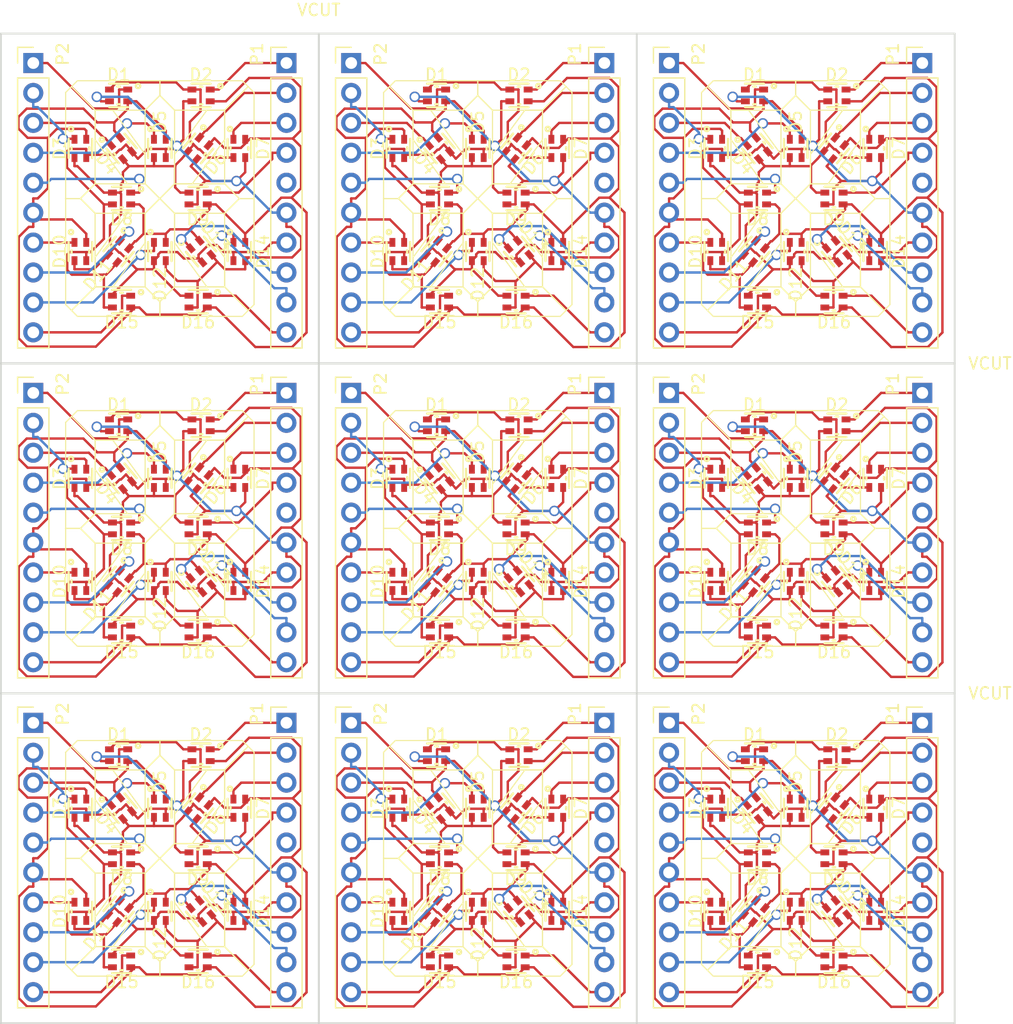
<source format=kicad_pcb>
(kicad_pcb (version 4) (host pcbnew 4.0.1-stable)
  (title_block (title "16 Segment RGB Display") (date 2017-04-09) (rev 1.0) (company T.Yamaguchi))
  (layers (0 F.Cu signal) (31 B.Cu signal) (34 B.Paste user) (35 F.Paste user) (36 B.SilkS user) (37 F.SilkS user) (38 B.Mask user) (39 F.Mask user) (44 Edge.Cuts user))
  (net 0 "")
  (net 1 R)
  (net 2 B)
  (net 3 G)
  (net 4 C01)
  (net 5 C02)
  (net 6 C03)
  (net 7 C04)
  (net 8 C05)
  (net 9 C06)
  (net 10 C07)
  (net 11 C08)
  (net 12 C09)
  (net 13 C10)
  (net 14 C11)
  (net 15 C12)
  (net 16 C13)
  (net 17 C14)
  (net 18 C15)
  (net 19 C16)
  (net 20 "Net-(P1-Pad5)")
  (module myfootprint:OSTB0603C1C-A (layer F.Cu) (at 168 46.25)
    (fp_text reference D1 (at 0 -1.75) (layer F.SilkS))
    (fp_text value OSTB0603C1C-A hide)
    (pad 1 smd rect (at 0.775 -0.5) (size 0.75 0.5) (layers F.Cu F.Paste F.Mask) (net 4 C01))
    (pad 2 smd rect (at 0.775 0.5) (size 0.75 0.5) (layers F.Cu F.Paste F.Mask) (net 1 R))
    (pad 3 smd rect (at -0.775 -0.5) (size 0.75 0.5) (layers F.Cu F.Paste F.Mask) (net 2 B))
    (pad 4 smd rect (at -0.775 0.5) (size 0.75 0.5) (layers F.Cu F.Paste F.Mask) (net 3 G))
  )
  (module myfootprint:OSTB0603C1C-A (layer F.Cu) (at 175 46.25)
    (fp_text reference D2 (at 0 -1.75) (layer F.SilkS))
    (fp_text value OSTB0603C1C-A hide)
    (pad 1 smd rect (at 0.775 -0.5) (size 0.75 0.5) (layers F.Cu F.Paste F.Mask) (net 5 C02))
    (pad 2 smd rect (at 0.775 0.5) (size 0.75 0.5) (layers F.Cu F.Paste F.Mask) (net 1 R))
    (pad 3 smd rect (at -0.775 -0.5) (size 0.75 0.5) (layers F.Cu F.Paste F.Mask) (net 2 B))
    (pad 4 smd rect (at -0.775 0.5) (size 0.75 0.5) (layers F.Cu F.Paste F.Mask) (net 3 G))
  )
  (module myfootprint:OSTB0603C1C-A (layer F.Cu) (at 164.75 50.75 90)
    (fp_text reference D3 (at 0 -1.75 90) (layer F.SilkS))
    (fp_text value OSTB0603C1C-A hide)
    (pad 1 smd rect (at 0.775 -0.5 90) (size 0.75 0.5) (layers F.Cu F.Paste F.Mask) (net 6 C03))
    (pad 2 smd rect (at 0.775 0.5 90) (size 0.75 0.5) (layers F.Cu F.Paste F.Mask) (net 1 R))
    (pad 3 smd rect (at -0.775 -0.5 90) (size 0.75 0.5) (layers F.Cu F.Paste F.Mask) (net 2 B))
    (pad 4 smd rect (at -0.775 0.5 90) (size 0.75 0.5) (layers F.Cu F.Paste F.Mask) (net 3 G))
  )
  (module myfootprint:OSTB0603C1C-A (layer F.Cu) (at 168.25 50.75 130)
    (fp_text reference D4 (at -0.154071 -1.76104 130) (layer F.SilkS))
    (fp_text value OSTB0603C1C-A hide)
    (pad 1 smd rect (at 0.775 -0.5 130) (size 0.75 0.5) (layers F.Cu F.Paste F.Mask) (net 7 C04))
    (pad 2 smd rect (at 0.775 0.5 130) (size 0.75 0.5) (layers F.Cu F.Paste F.Mask) (net 1 R))
    (pad 3 smd rect (at -0.775 -0.5 130) (size 0.75 0.5) (layers F.Cu F.Paste F.Mask) (net 2 B))
    (pad 4 smd rect (at -0.775 0.5 130) (size 0.75 0.5) (layers F.Cu F.Paste F.Mask) (net 3 G))
  )
  (module myfootprint:OSTB0603C1C-A (layer F.Cu) (at 171.5 50.75 90)
    (fp_text reference D5 (at 2.25 0 90) (layer F.SilkS))
    (fp_text value OSTB0603C1C-A hide)
    (pad 1 smd rect (at 0.775 -0.5 90) (size 0.75 0.5) (layers F.Cu F.Paste F.Mask) (net 8 C05))
    (pad 2 smd rect (at 0.775 0.5 90) (size 0.75 0.5) (layers F.Cu F.Paste F.Mask) (net 1 R))
    (pad 3 smd rect (at -0.775 -0.5 90) (size 0.75 0.5) (layers F.Cu F.Paste F.Mask) (net 2 B))
    (pad 4 smd rect (at -0.775 0.5 90) (size 0.75 0.5) (layers F.Cu F.Paste F.Mask) (net 3 G))
  )
  (module myfootprint:OSTB0603C1C-A (layer F.Cu) (at 174.75 50.75 50)
    (fp_text reference D6 (at 0.006626 1.952551 50) (layer F.SilkS))
    (fp_text value OSTB0603C1C-A hide)
    (pad 1 smd rect (at 0.775 -0.5 50) (size 0.75 0.5) (layers F.Cu F.Paste F.Mask) (net 9 C06))
    (pad 2 smd rect (at 0.775 0.5 50) (size 0.75 0.5) (layers F.Cu F.Paste F.Mask) (net 1 R))
    (pad 3 smd rect (at -0.775 -0.5 50) (size 0.75 0.5) (layers F.Cu F.Paste F.Mask) (net 2 B))
    (pad 4 smd rect (at -0.775 0.5 50) (size 0.75 0.5) (layers F.Cu F.Paste F.Mask) (net 3 G))
  )
  (module myfootprint:OSTB0603C1C-A (layer F.Cu) (at 178.25 50.75 90)
    (fp_text reference D7 (at 0 2 90) (layer F.SilkS))
    (fp_text value OSTB0603C1C-A hide)
    (pad 1 smd rect (at 0.775 -0.5 90) (size 0.75 0.5) (layers F.Cu F.Paste F.Mask) (net 10 C07))
    (pad 2 smd rect (at 0.775 0.5 90) (size 0.75 0.5) (layers F.Cu F.Paste F.Mask) (net 1 R))
    (pad 3 smd rect (at -0.775 -0.5 90) (size 0.75 0.5) (layers F.Cu F.Paste F.Mask) (net 2 B))
    (pad 4 smd rect (at -0.775 0.5 90) (size 0.75 0.5) (layers F.Cu F.Paste F.Mask) (net 3 G))
  )
  (module myfootprint:OSTB0603C1C-A (layer F.Cu) (at 168.25 55)
    (fp_text reference D8 (at 0 1.75) (layer F.SilkS))
    (fp_text value OSTB0603C1C-A hide)
    (pad 1 smd rect (at 0.775 -0.5) (size 0.75 0.5) (layers F.Cu F.Paste F.Mask) (net 11 C08))
    (pad 2 smd rect (at 0.775 0.5) (size 0.75 0.5) (layers F.Cu F.Paste F.Mask) (net 1 R))
    (pad 3 smd rect (at -0.775 -0.5) (size 0.75 0.5) (layers F.Cu F.Paste F.Mask) (net 2 B))
    (pad 4 smd rect (at -0.775 0.5) (size 0.75 0.5) (layers F.Cu F.Paste F.Mask) (net 3 G))
  )
  (module myfootprint:OSTB0603C1C-A (layer F.Cu) (at 174.75 55)
    (fp_text reference D9 (at 0 1.75) (layer F.SilkS))
    (fp_text value OSTB0603C1C-A hide)
    (pad 1 smd rect (at 0.775 -0.5) (size 0.75 0.5) (layers F.Cu F.Paste F.Mask) (net 12 C09))
    (pad 2 smd rect (at 0.775 0.5) (size 0.75 0.5) (layers F.Cu F.Paste F.Mask) (net 1 R))
    (pad 3 smd rect (at -0.775 -0.5) (size 0.75 0.5) (layers F.Cu F.Paste F.Mask) (net 2 B))
    (pad 4 smd rect (at -0.775 0.5) (size 0.75 0.5) (layers F.Cu F.Paste F.Mask) (net 3 G))
  )
  (module myfootprint:OSTB0603C1C-A (layer F.Cu) (at 164.75 59.5 90)
    (fp_text reference D10 (at 0 -1.75 90) (layer F.SilkS))
    (fp_text value OSTB0603C1C-A hide)
    (pad 1 smd rect (at 0.775 -0.5 90) (size 0.75 0.5) (layers F.Cu F.Paste F.Mask) (net 13 C10))
    (pad 2 smd rect (at 0.775 0.5 90) (size 0.75 0.5) (layers F.Cu F.Paste F.Mask) (net 1 R))
    (pad 3 smd rect (at -0.775 -0.5 90) (size 0.75 0.5) (layers F.Cu F.Paste F.Mask) (net 2 B))
    (pad 4 smd rect (at -0.775 0.5 90) (size 0.75 0.5) (layers F.Cu F.Paste F.Mask) (net 3 G))
  )
  (module myfootprint:OSTB0603C1C-A (layer F.Cu) (at 168 59.5 50)
    (fp_text reference D11 (at -2.656967 -0.055003 50) (layer F.SilkS))
    (fp_text value OSTB0603C1C-A hide)
    (pad 1 smd rect (at 0.775 -0.5 50) (size 0.75 0.5) (layers F.Cu F.Paste F.Mask) (net 14 C11))
    (pad 2 smd rect (at 0.775 0.5 50) (size 0.75 0.5) (layers F.Cu F.Paste F.Mask) (net 1 R))
    (pad 3 smd rect (at -0.775 -0.5 50) (size 0.75 0.5) (layers F.Cu F.Paste F.Mask) (net 2 B))
    (pad 4 smd rect (at -0.775 0.5 50) (size 0.75 0.5) (layers F.Cu F.Paste F.Mask) (net 3 G))
  )
  (module myfootprint:OSTB0603C1C-A (layer F.Cu) (at 171.5 59.5 90)
    (fp_text reference D12 (at -2.75 0 90) (layer F.SilkS))
    (fp_text value OSTB0603C1C-A hide)
    (pad 1 smd rect (at 0.775 -0.5 90) (size 0.75 0.5) (layers F.Cu F.Paste F.Mask) (net 15 C12))
    (pad 2 smd rect (at 0.775 0.5 90) (size 0.75 0.5) (layers F.Cu F.Paste F.Mask) (net 1 R))
    (pad 3 smd rect (at -0.775 -0.5 90) (size 0.75 0.5) (layers F.Cu F.Paste F.Mask) (net 2 B))
    (pad 4 smd rect (at -0.775 0.5 90) (size 0.75 0.5) (layers F.Cu F.Paste F.Mask) (net 3 G))
  )
  (module myfootprint:OSTB0603C1C-A (layer F.Cu) (at 175 59.5 130)
    (fp_text reference D13 (at 0.154071 1.76104 130) (layer F.SilkS))
    (fp_text value OSTB0603C1C-A hide)
    (pad 1 smd rect (at 0.775 -0.5 130) (size 0.75 0.5) (layers F.Cu F.Paste F.Mask) (net 16 C13))
    (pad 2 smd rect (at 0.775 0.5 130) (size 0.75 0.5) (layers F.Cu F.Paste F.Mask) (net 1 R))
    (pad 3 smd rect (at -0.775 -0.5 130) (size 0.75 0.5) (layers F.Cu F.Paste F.Mask) (net 2 B))
    (pad 4 smd rect (at -0.775 0.5 130) (size 0.75 0.5) (layers F.Cu F.Paste F.Mask) (net 3 G))
  )
  (module myfootprint:OSTB0603C1C-A (layer F.Cu) (at 178.25 59.5 90)
    (fp_text reference D14 (at 0 2 90) (layer F.SilkS))
    (fp_text value OSTB0603C1C-A hide)
    (pad 1 smd rect (at 0.775 -0.5 90) (size 0.75 0.5) (layers F.Cu F.Paste F.Mask) (net 17 C14))
    (pad 2 smd rect (at 0.775 0.5 90) (size 0.75 0.5) (layers F.Cu F.Paste F.Mask) (net 1 R))
    (pad 3 smd rect (at -0.775 -0.5 90) (size 0.75 0.5) (layers F.Cu F.Paste F.Mask) (net 2 B))
    (pad 4 smd rect (at -0.775 0.5 90) (size 0.75 0.5) (layers F.Cu F.Paste F.Mask) (net 3 G))
  )
  (module myfootprint:OSTB0603C1C-A (layer F.Cu) (at 168.25 63.75)
    (fp_text reference D15 (at 0 1.75) (layer F.SilkS))
    (fp_text value OSTB0603C1C-A hide)
    (pad 1 smd rect (at 0.775 -0.5) (size 0.75 0.5) (layers F.Cu F.Paste F.Mask) (net 18 C15))
    (pad 2 smd rect (at 0.775 0.5) (size 0.75 0.5) (layers F.Cu F.Paste F.Mask) (net 1 R))
    (pad 3 smd rect (at -0.775 -0.5) (size 0.75 0.5) (layers F.Cu F.Paste F.Mask) (net 2 B))
    (pad 4 smd rect (at -0.775 0.5) (size 0.75 0.5) (layers F.Cu F.Paste F.Mask) (net 3 G))
  )
  (module myfootprint:OSTB0603C1C-A (layer F.Cu) (at 174.75 63.75)
    (fp_text reference D16 (at 0 1.75) (layer F.SilkS))
    (fp_text value OSTB0603C1C-A hide)
    (pad 1 smd rect (at 0.775 -0.5) (size 0.75 0.5) (layers F.Cu F.Paste F.Mask) (net 19 C16))
    (pad 2 smd rect (at 0.775 0.5) (size 0.75 0.5) (layers F.Cu F.Paste F.Mask) (net 1 R))
    (pad 3 smd rect (at -0.775 -0.5) (size 0.75 0.5) (layers F.Cu F.Paste F.Mask) (net 2 B))
    (pad 4 smd rect (at -0.775 0.5) (size 0.75 0.5) (layers F.Cu F.Paste F.Mask) (net 3 G))
  )
  (module Pin_Headers:Pin_Header_Straight_1x10_Pitch2.54mm (layer F.Cu) (at 182.25 43.5)
    (fp_text reference P1 (at -2.5 -0.75 90) (layer F.SilkS))
    (fp_text value CONN_01X10 hide)
    (pad 1 thru_hole rect (at 0 0) (size 1.7 1.7) (drill 1) (layers *.Cu *.Mask) (net 5 C02))
    (pad 2 thru_hole oval (at 0 2.54) (size 1.7 1.7) (drill 1) (layers *.Cu *.Mask) (net 9 C06))
    (pad 3 thru_hole oval (at 0 5.08) (size 1.7 1.7) (drill 1) (layers *.Cu *.Mask) (net 10 C07))
    (pad 4 thru_hole oval (at 0 7.62) (size 1.7 1.7) (drill 1) (layers *.Cu *.Mask) (net 12 C09))
    (pad 5 thru_hole oval (at 0 10.16) (size 1.7 1.7) (drill 1) (layers *.Cu *.Mask) (net 20 "Net-(P1-Pad5)"))
    (pad 6 thru_hole oval (at 0 12.7) (size 1.7 1.7) (drill 1) (layers *.Cu *.Mask) (net 3 G))
    (pad 7 thru_hole oval (at 0 15.24) (size 1.7 1.7) (drill 1) (layers *.Cu *.Mask) (net 2 B))
    (pad 8 thru_hole oval (at 0 17.78) (size 1.7 1.7) (drill 1) (layers *.Cu *.Mask) (net 16 C13))
    (pad 9 thru_hole oval (at 0 20.32) (size 1.7 1.7) (drill 1) (layers *.Cu *.Mask) (net 17 C14))
    (pad 10 thru_hole oval (at 0 22.86) (size 1.7 1.7) (drill 1) (layers *.Cu *.Mask) (net 19 C16))
  )
  (module Pin_Headers:Pin_Header_Straight_1x10_Pitch2.54mm (layer F.Cu) (at 160.75 43.5)
    (fp_text reference P2 (at 2.5 -0.75 90) (layer F.SilkS))
    (fp_text value CONN_01X10 hide)
    (pad 1 thru_hole rect (at 0 0) (size 1.7 1.7) (drill 1) (layers *.Cu *.Mask) (net 4 C01))
    (pad 2 thru_hole oval (at 0 2.54) (size 1.7 1.7) (drill 1) (layers *.Cu *.Mask) (net 6 C03))
    (pad 3 thru_hole oval (at 0 5.08) (size 1.7 1.7) (drill 1) (layers *.Cu *.Mask) (net 7 C04))
    (pad 4 thru_hole oval (at 0 7.62) (size 1.7 1.7) (drill 1) (layers *.Cu *.Mask) (net 8 C05))
    (pad 5 thru_hole oval (at 0 10.16) (size 1.7 1.7) (drill 1) (layers *.Cu *.Mask) (net 11 C08))
    (pad 6 thru_hole oval (at 0 12.7) (size 1.7 1.7) (drill 1) (layers *.Cu *.Mask) (net 1 R))
    (pad 7 thru_hole oval (at 0 15.24) (size 1.7 1.7) (drill 1) (layers *.Cu *.Mask) (net 13 C10))
    (pad 8 thru_hole oval (at 0 17.78) (size 1.7 1.7) (drill 1) (layers *.Cu *.Mask) (net 14 C11))
    (pad 9 thru_hole oval (at 0 20.32) (size 1.7 1.7) (drill 1) (layers *.Cu *.Mask) (net 15 C12))
    (pad 10 thru_hole oval (at 0 22.86) (size 1.7 1.7) (drill 1) (layers *.Cu *.Mask) (net 18 C15))
  )
  (module Pin_Headers:Pin_Header_Straight_1x10_Pitch2.54mm (layer F.Cu) (at 133.75 43.5)
    (fp_text reference P2 (at 2.5 -0.75 90) (layer F.SilkS))
    (fp_text value CONN_01X10 hide)
    (pad 1 thru_hole rect (at 0 0) (size 1.7 1.7) (drill 1) (layers *.Cu *.Mask) (net 4 C01))
    (pad 2 thru_hole oval (at 0 2.54) (size 1.7 1.7) (drill 1) (layers *.Cu *.Mask) (net 6 C03))
    (pad 3 thru_hole oval (at 0 5.08) (size 1.7 1.7) (drill 1) (layers *.Cu *.Mask) (net 7 C04))
    (pad 4 thru_hole oval (at 0 7.62) (size 1.7 1.7) (drill 1) (layers *.Cu *.Mask) (net 8 C05))
    (pad 5 thru_hole oval (at 0 10.16) (size 1.7 1.7) (drill 1) (layers *.Cu *.Mask) (net 11 C08))
    (pad 6 thru_hole oval (at 0 12.7) (size 1.7 1.7) (drill 1) (layers *.Cu *.Mask) (net 1 R))
    (pad 7 thru_hole oval (at 0 15.24) (size 1.7 1.7) (drill 1) (layers *.Cu *.Mask) (net 13 C10))
    (pad 8 thru_hole oval (at 0 17.78) (size 1.7 1.7) (drill 1) (layers *.Cu *.Mask) (net 14 C11))
    (pad 9 thru_hole oval (at 0 20.32) (size 1.7 1.7) (drill 1) (layers *.Cu *.Mask) (net 15 C12))
    (pad 10 thru_hole oval (at 0 22.86) (size 1.7 1.7) (drill 1) (layers *.Cu *.Mask) (net 18 C15))
  )
  (module Pin_Headers:Pin_Header_Straight_1x10_Pitch2.54mm (layer F.Cu) (at 155.25 43.5)
    (fp_text reference P1 (at -2.5 -0.75 90) (layer F.SilkS))
    (fp_text value CONN_01X10 hide)
    (pad 1 thru_hole rect (at 0 0) (size 1.7 1.7) (drill 1) (layers *.Cu *.Mask) (net 5 C02))
    (pad 2 thru_hole oval (at 0 2.54) (size 1.7 1.7) (drill 1) (layers *.Cu *.Mask) (net 9 C06))
    (pad 3 thru_hole oval (at 0 5.08) (size 1.7 1.7) (drill 1) (layers *.Cu *.Mask) (net 10 C07))
    (pad 4 thru_hole oval (at 0 7.62) (size 1.7 1.7) (drill 1) (layers *.Cu *.Mask) (net 12 C09))
    (pad 5 thru_hole oval (at 0 10.16) (size 1.7 1.7) (drill 1) (layers *.Cu *.Mask) (net 20 "Net-(P1-Pad5)"))
    (pad 6 thru_hole oval (at 0 12.7) (size 1.7 1.7) (drill 1) (layers *.Cu *.Mask) (net 3 G))
    (pad 7 thru_hole oval (at 0 15.24) (size 1.7 1.7) (drill 1) (layers *.Cu *.Mask) (net 2 B))
    (pad 8 thru_hole oval (at 0 17.78) (size 1.7 1.7) (drill 1) (layers *.Cu *.Mask) (net 16 C13))
    (pad 9 thru_hole oval (at 0 20.32) (size 1.7 1.7) (drill 1) (layers *.Cu *.Mask) (net 17 C14))
    (pad 10 thru_hole oval (at 0 22.86) (size 1.7 1.7) (drill 1) (layers *.Cu *.Mask) (net 19 C16))
  )
  (module myfootprint:OSTB0603C1C-A (layer F.Cu) (at 147.75 63.75)
    (fp_text reference D16 (at 0 1.75) (layer F.SilkS))
    (fp_text value OSTB0603C1C-A hide)
    (pad 1 smd rect (at 0.775 -0.5) (size 0.75 0.5) (layers F.Cu F.Paste F.Mask) (net 19 C16))
    (pad 2 smd rect (at 0.775 0.5) (size 0.75 0.5) (layers F.Cu F.Paste F.Mask) (net 1 R))
    (pad 3 smd rect (at -0.775 -0.5) (size 0.75 0.5) (layers F.Cu F.Paste F.Mask) (net 2 B))
    (pad 4 smd rect (at -0.775 0.5) (size 0.75 0.5) (layers F.Cu F.Paste F.Mask) (net 3 G))
  )
  (module myfootprint:OSTB0603C1C-A (layer F.Cu) (at 141.25 63.75)
    (fp_text reference D15 (at 0 1.75) (layer F.SilkS))
    (fp_text value OSTB0603C1C-A hide)
    (pad 1 smd rect (at 0.775 -0.5) (size 0.75 0.5) (layers F.Cu F.Paste F.Mask) (net 18 C15))
    (pad 2 smd rect (at 0.775 0.5) (size 0.75 0.5) (layers F.Cu F.Paste F.Mask) (net 1 R))
    (pad 3 smd rect (at -0.775 -0.5) (size 0.75 0.5) (layers F.Cu F.Paste F.Mask) (net 2 B))
    (pad 4 smd rect (at -0.775 0.5) (size 0.75 0.5) (layers F.Cu F.Paste F.Mask) (net 3 G))
  )
  (module myfootprint:OSTB0603C1C-A (layer F.Cu) (at 151.25 59.5 90)
    (fp_text reference D14 (at 0 2 90) (layer F.SilkS))
    (fp_text value OSTB0603C1C-A hide)
    (pad 1 smd rect (at 0.775 -0.5 90) (size 0.75 0.5) (layers F.Cu F.Paste F.Mask) (net 17 C14))
    (pad 2 smd rect (at 0.775 0.5 90) (size 0.75 0.5) (layers F.Cu F.Paste F.Mask) (net 1 R))
    (pad 3 smd rect (at -0.775 -0.5 90) (size 0.75 0.5) (layers F.Cu F.Paste F.Mask) (net 2 B))
    (pad 4 smd rect (at -0.775 0.5 90) (size 0.75 0.5) (layers F.Cu F.Paste F.Mask) (net 3 G))
  )
  (module myfootprint:OSTB0603C1C-A (layer F.Cu) (at 148 59.5 130)
    (fp_text reference D13 (at 0.154071 1.76104 130) (layer F.SilkS))
    (fp_text value OSTB0603C1C-A hide)
    (pad 1 smd rect (at 0.775 -0.5 130) (size 0.75 0.5) (layers F.Cu F.Paste F.Mask) (net 16 C13))
    (pad 2 smd rect (at 0.775 0.5 130) (size 0.75 0.5) (layers F.Cu F.Paste F.Mask) (net 1 R))
    (pad 3 smd rect (at -0.775 -0.5 130) (size 0.75 0.5) (layers F.Cu F.Paste F.Mask) (net 2 B))
    (pad 4 smd rect (at -0.775 0.5 130) (size 0.75 0.5) (layers F.Cu F.Paste F.Mask) (net 3 G))
  )
  (module myfootprint:OSTB0603C1C-A (layer F.Cu) (at 144.5 59.5 90)
    (fp_text reference D12 (at -2.75 0 90) (layer F.SilkS))
    (fp_text value OSTB0603C1C-A hide)
    (pad 1 smd rect (at 0.775 -0.5 90) (size 0.75 0.5) (layers F.Cu F.Paste F.Mask) (net 15 C12))
    (pad 2 smd rect (at 0.775 0.5 90) (size 0.75 0.5) (layers F.Cu F.Paste F.Mask) (net 1 R))
    (pad 3 smd rect (at -0.775 -0.5 90) (size 0.75 0.5) (layers F.Cu F.Paste F.Mask) (net 2 B))
    (pad 4 smd rect (at -0.775 0.5 90) (size 0.75 0.5) (layers F.Cu F.Paste F.Mask) (net 3 G))
  )
  (module myfootprint:OSTB0603C1C-A (layer F.Cu) (at 141 59.5 50)
    (fp_text reference D11 (at -2.656967 -0.055003 50) (layer F.SilkS))
    (fp_text value OSTB0603C1C-A hide)
    (pad 1 smd rect (at 0.775 -0.5 50) (size 0.75 0.5) (layers F.Cu F.Paste F.Mask) (net 14 C11))
    (pad 2 smd rect (at 0.775 0.5 50) (size 0.75 0.5) (layers F.Cu F.Paste F.Mask) (net 1 R))
    (pad 3 smd rect (at -0.775 -0.5 50) (size 0.75 0.5) (layers F.Cu F.Paste F.Mask) (net 2 B))
    (pad 4 smd rect (at -0.775 0.5 50) (size 0.75 0.5) (layers F.Cu F.Paste F.Mask) (net 3 G))
  )
  (module myfootprint:OSTB0603C1C-A (layer F.Cu) (at 137.75 59.5 90)
    (fp_text reference D10 (at 0 -1.75 90) (layer F.SilkS))
    (fp_text value OSTB0603C1C-A hide)
    (pad 1 smd rect (at 0.775 -0.5 90) (size 0.75 0.5) (layers F.Cu F.Paste F.Mask) (net 13 C10))
    (pad 2 smd rect (at 0.775 0.5 90) (size 0.75 0.5) (layers F.Cu F.Paste F.Mask) (net 1 R))
    (pad 3 smd rect (at -0.775 -0.5 90) (size 0.75 0.5) (layers F.Cu F.Paste F.Mask) (net 2 B))
    (pad 4 smd rect (at -0.775 0.5 90) (size 0.75 0.5) (layers F.Cu F.Paste F.Mask) (net 3 G))
  )
  (module myfootprint:OSTB0603C1C-A (layer F.Cu) (at 147.75 55)
    (fp_text reference D9 (at 0 1.75) (layer F.SilkS))
    (fp_text value OSTB0603C1C-A hide)
    (pad 1 smd rect (at 0.775 -0.5) (size 0.75 0.5) (layers F.Cu F.Paste F.Mask) (net 12 C09))
    (pad 2 smd rect (at 0.775 0.5) (size 0.75 0.5) (layers F.Cu F.Paste F.Mask) (net 1 R))
    (pad 3 smd rect (at -0.775 -0.5) (size 0.75 0.5) (layers F.Cu F.Paste F.Mask) (net 2 B))
    (pad 4 smd rect (at -0.775 0.5) (size 0.75 0.5) (layers F.Cu F.Paste F.Mask) (net 3 G))
  )
  (module myfootprint:OSTB0603C1C-A (layer F.Cu) (at 141.25 55)
    (fp_text reference D8 (at 0 1.75) (layer F.SilkS))
    (fp_text value OSTB0603C1C-A hide)
    (pad 1 smd rect (at 0.775 -0.5) (size 0.75 0.5) (layers F.Cu F.Paste F.Mask) (net 11 C08))
    (pad 2 smd rect (at 0.775 0.5) (size 0.75 0.5) (layers F.Cu F.Paste F.Mask) (net 1 R))
    (pad 3 smd rect (at -0.775 -0.5) (size 0.75 0.5) (layers F.Cu F.Paste F.Mask) (net 2 B))
    (pad 4 smd rect (at -0.775 0.5) (size 0.75 0.5) (layers F.Cu F.Paste F.Mask) (net 3 G))
  )
  (module myfootprint:OSTB0603C1C-A (layer F.Cu) (at 151.25 50.75 90)
    (fp_text reference D7 (at 0 2 90) (layer F.SilkS))
    (fp_text value OSTB0603C1C-A hide)
    (pad 1 smd rect (at 0.775 -0.5 90) (size 0.75 0.5) (layers F.Cu F.Paste F.Mask) (net 10 C07))
    (pad 2 smd rect (at 0.775 0.5 90) (size 0.75 0.5) (layers F.Cu F.Paste F.Mask) (net 1 R))
    (pad 3 smd rect (at -0.775 -0.5 90) (size 0.75 0.5) (layers F.Cu F.Paste F.Mask) (net 2 B))
    (pad 4 smd rect (at -0.775 0.5 90) (size 0.75 0.5) (layers F.Cu F.Paste F.Mask) (net 3 G))
  )
  (module myfootprint:OSTB0603C1C-A (layer F.Cu) (at 147.75 50.75 50)
    (fp_text reference D6 (at 0.006626 1.952551 50) (layer F.SilkS))
    (fp_text value OSTB0603C1C-A hide)
    (pad 1 smd rect (at 0.775 -0.5 50) (size 0.75 0.5) (layers F.Cu F.Paste F.Mask) (net 9 C06))
    (pad 2 smd rect (at 0.775 0.5 50) (size 0.75 0.5) (layers F.Cu F.Paste F.Mask) (net 1 R))
    (pad 3 smd rect (at -0.775 -0.5 50) (size 0.75 0.5) (layers F.Cu F.Paste F.Mask) (net 2 B))
    (pad 4 smd rect (at -0.775 0.5 50) (size 0.75 0.5) (layers F.Cu F.Paste F.Mask) (net 3 G))
  )
  (module myfootprint:OSTB0603C1C-A (layer F.Cu) (at 144.5 50.75 90)
    (fp_text reference D5 (at 2.25 0 90) (layer F.SilkS))
    (fp_text value OSTB0603C1C-A hide)
    (pad 1 smd rect (at 0.775 -0.5 90) (size 0.75 0.5) (layers F.Cu F.Paste F.Mask) (net 8 C05))
    (pad 2 smd rect (at 0.775 0.5 90) (size 0.75 0.5) (layers F.Cu F.Paste F.Mask) (net 1 R))
    (pad 3 smd rect (at -0.775 -0.5 90) (size 0.75 0.5) (layers F.Cu F.Paste F.Mask) (net 2 B))
    (pad 4 smd rect (at -0.775 0.5 90) (size 0.75 0.5) (layers F.Cu F.Paste F.Mask) (net 3 G))
  )
  (module myfootprint:OSTB0603C1C-A (layer F.Cu) (at 141.25 50.75 130)
    (fp_text reference D4 (at -0.154071 -1.76104 130) (layer F.SilkS))
    (fp_text value OSTB0603C1C-A hide)
    (pad 1 smd rect (at 0.775 -0.5 130) (size 0.75 0.5) (layers F.Cu F.Paste F.Mask) (net 7 C04))
    (pad 2 smd rect (at 0.775 0.5 130) (size 0.75 0.5) (layers F.Cu F.Paste F.Mask) (net 1 R))
    (pad 3 smd rect (at -0.775 -0.5 130) (size 0.75 0.5) (layers F.Cu F.Paste F.Mask) (net 2 B))
    (pad 4 smd rect (at -0.775 0.5 130) (size 0.75 0.5) (layers F.Cu F.Paste F.Mask) (net 3 G))
  )
  (module myfootprint:OSTB0603C1C-A (layer F.Cu) (at 137.75 50.75 90)
    (fp_text reference D3 (at 0 -1.75 90) (layer F.SilkS))
    (fp_text value OSTB0603C1C-A hide)
    (pad 1 smd rect (at 0.775 -0.5 90) (size 0.75 0.5) (layers F.Cu F.Paste F.Mask) (net 6 C03))
    (pad 2 smd rect (at 0.775 0.5 90) (size 0.75 0.5) (layers F.Cu F.Paste F.Mask) (net 1 R))
    (pad 3 smd rect (at -0.775 -0.5 90) (size 0.75 0.5) (layers F.Cu F.Paste F.Mask) (net 2 B))
    (pad 4 smd rect (at -0.775 0.5 90) (size 0.75 0.5) (layers F.Cu F.Paste F.Mask) (net 3 G))
  )
  (module myfootprint:OSTB0603C1C-A (layer F.Cu) (at 148 46.25)
    (fp_text reference D2 (at 0 -1.75) (layer F.SilkS))
    (fp_text value OSTB0603C1C-A hide)
    (pad 1 smd rect (at 0.775 -0.5) (size 0.75 0.5) (layers F.Cu F.Paste F.Mask) (net 5 C02))
    (pad 2 smd rect (at 0.775 0.5) (size 0.75 0.5) (layers F.Cu F.Paste F.Mask) (net 1 R))
    (pad 3 smd rect (at -0.775 -0.5) (size 0.75 0.5) (layers F.Cu F.Paste F.Mask) (net 2 B))
    (pad 4 smd rect (at -0.775 0.5) (size 0.75 0.5) (layers F.Cu F.Paste F.Mask) (net 3 G))
  )
  (module myfootprint:OSTB0603C1C-A (layer F.Cu) (at 141 46.25)
    (fp_text reference D1 (at 0 -1.75) (layer F.SilkS))
    (fp_text value OSTB0603C1C-A hide)
    (pad 1 smd rect (at 0.775 -0.5) (size 0.75 0.5) (layers F.Cu F.Paste F.Mask) (net 4 C01))
    (pad 2 smd rect (at 0.775 0.5) (size 0.75 0.5) (layers F.Cu F.Paste F.Mask) (net 1 R))
    (pad 3 smd rect (at -0.775 -0.5) (size 0.75 0.5) (layers F.Cu F.Paste F.Mask) (net 2 B))
    (pad 4 smd rect (at -0.775 0.5) (size 0.75 0.5) (layers F.Cu F.Paste F.Mask) (net 3 G))
  )
  (module myfootprint:OSTB0603C1C-A (layer F.Cu) (at 114 46.25)
    (fp_text reference D1 (at 0 -1.75) (layer F.SilkS))
    (fp_text value OSTB0603C1C-A hide)
    (pad 1 smd rect (at 0.775 -0.5) (size 0.75 0.5) (layers F.Cu F.Paste F.Mask) (net 4 C01))
    (pad 2 smd rect (at 0.775 0.5) (size 0.75 0.5) (layers F.Cu F.Paste F.Mask) (net 1 R))
    (pad 3 smd rect (at -0.775 -0.5) (size 0.75 0.5) (layers F.Cu F.Paste F.Mask) (net 2 B))
    (pad 4 smd rect (at -0.775 0.5) (size 0.75 0.5) (layers F.Cu F.Paste F.Mask) (net 3 G))
  )
  (module myfootprint:OSTB0603C1C-A (layer F.Cu) (at 121 46.25)
    (fp_text reference D2 (at 0 -1.75) (layer F.SilkS))
    (fp_text value OSTB0603C1C-A hide)
    (pad 1 smd rect (at 0.775 -0.5) (size 0.75 0.5) (layers F.Cu F.Paste F.Mask) (net 5 C02))
    (pad 2 smd rect (at 0.775 0.5) (size 0.75 0.5) (layers F.Cu F.Paste F.Mask) (net 1 R))
    (pad 3 smd rect (at -0.775 -0.5) (size 0.75 0.5) (layers F.Cu F.Paste F.Mask) (net 2 B))
    (pad 4 smd rect (at -0.775 0.5) (size 0.75 0.5) (layers F.Cu F.Paste F.Mask) (net 3 G))
  )
  (module myfootprint:OSTB0603C1C-A (layer F.Cu) (at 110.75 50.75 90)
    (fp_text reference D3 (at 0 -1.75 90) (layer F.SilkS))
    (fp_text value OSTB0603C1C-A hide)
    (pad 1 smd rect (at 0.775 -0.5 90) (size 0.75 0.5) (layers F.Cu F.Paste F.Mask) (net 6 C03))
    (pad 2 smd rect (at 0.775 0.5 90) (size 0.75 0.5) (layers F.Cu F.Paste F.Mask) (net 1 R))
    (pad 3 smd rect (at -0.775 -0.5 90) (size 0.75 0.5) (layers F.Cu F.Paste F.Mask) (net 2 B))
    (pad 4 smd rect (at -0.775 0.5 90) (size 0.75 0.5) (layers F.Cu F.Paste F.Mask) (net 3 G))
  )
  (module myfootprint:OSTB0603C1C-A (layer F.Cu) (at 114.25 50.75 130)
    (fp_text reference D4 (at -0.154071 -1.76104 130) (layer F.SilkS))
    (fp_text value OSTB0603C1C-A hide)
    (pad 1 smd rect (at 0.775 -0.5 130) (size 0.75 0.5) (layers F.Cu F.Paste F.Mask) (net 7 C04))
    (pad 2 smd rect (at 0.775 0.5 130) (size 0.75 0.5) (layers F.Cu F.Paste F.Mask) (net 1 R))
    (pad 3 smd rect (at -0.775 -0.5 130) (size 0.75 0.5) (layers F.Cu F.Paste F.Mask) (net 2 B))
    (pad 4 smd rect (at -0.775 0.5 130) (size 0.75 0.5) (layers F.Cu F.Paste F.Mask) (net 3 G))
  )
  (module myfootprint:OSTB0603C1C-A (layer F.Cu) (at 117.5 50.75 90)
    (fp_text reference D5 (at 2.25 0 90) (layer F.SilkS))
    (fp_text value OSTB0603C1C-A hide)
    (pad 1 smd rect (at 0.775 -0.5 90) (size 0.75 0.5) (layers F.Cu F.Paste F.Mask) (net 8 C05))
    (pad 2 smd rect (at 0.775 0.5 90) (size 0.75 0.5) (layers F.Cu F.Paste F.Mask) (net 1 R))
    (pad 3 smd rect (at -0.775 -0.5 90) (size 0.75 0.5) (layers F.Cu F.Paste F.Mask) (net 2 B))
    (pad 4 smd rect (at -0.775 0.5 90) (size 0.75 0.5) (layers F.Cu F.Paste F.Mask) (net 3 G))
  )
  (module myfootprint:OSTB0603C1C-A (layer F.Cu) (at 120.75 50.75 50)
    (fp_text reference D6 (at 0.006626 1.952551 50) (layer F.SilkS))
    (fp_text value OSTB0603C1C-A hide)
    (pad 1 smd rect (at 0.775 -0.5 50) (size 0.75 0.5) (layers F.Cu F.Paste F.Mask) (net 9 C06))
    (pad 2 smd rect (at 0.775 0.5 50) (size 0.75 0.5) (layers F.Cu F.Paste F.Mask) (net 1 R))
    (pad 3 smd rect (at -0.775 -0.5 50) (size 0.75 0.5) (layers F.Cu F.Paste F.Mask) (net 2 B))
    (pad 4 smd rect (at -0.775 0.5 50) (size 0.75 0.5) (layers F.Cu F.Paste F.Mask) (net 3 G))
  )
  (module myfootprint:OSTB0603C1C-A (layer F.Cu) (at 124.25 50.75 90)
    (fp_text reference D7 (at 0 2 90) (layer F.SilkS))
    (fp_text value OSTB0603C1C-A hide)
    (pad 1 smd rect (at 0.775 -0.5 90) (size 0.75 0.5) (layers F.Cu F.Paste F.Mask) (net 10 C07))
    (pad 2 smd rect (at 0.775 0.5 90) (size 0.75 0.5) (layers F.Cu F.Paste F.Mask) (net 1 R))
    (pad 3 smd rect (at -0.775 -0.5 90) (size 0.75 0.5) (layers F.Cu F.Paste F.Mask) (net 2 B))
    (pad 4 smd rect (at -0.775 0.5 90) (size 0.75 0.5) (layers F.Cu F.Paste F.Mask) (net 3 G))
  )
  (module myfootprint:OSTB0603C1C-A (layer F.Cu) (at 114.25 55)
    (fp_text reference D8 (at 0 1.75) (layer F.SilkS))
    (fp_text value OSTB0603C1C-A hide)
    (pad 1 smd rect (at 0.775 -0.5) (size 0.75 0.5) (layers F.Cu F.Paste F.Mask) (net 11 C08))
    (pad 2 smd rect (at 0.775 0.5) (size 0.75 0.5) (layers F.Cu F.Paste F.Mask) (net 1 R))
    (pad 3 smd rect (at -0.775 -0.5) (size 0.75 0.5) (layers F.Cu F.Paste F.Mask) (net 2 B))
    (pad 4 smd rect (at -0.775 0.5) (size 0.75 0.5) (layers F.Cu F.Paste F.Mask) (net 3 G))
  )
  (module myfootprint:OSTB0603C1C-A (layer F.Cu) (at 120.75 55)
    (fp_text reference D9 (at 0 1.75) (layer F.SilkS))
    (fp_text value OSTB0603C1C-A hide)
    (pad 1 smd rect (at 0.775 -0.5) (size 0.75 0.5) (layers F.Cu F.Paste F.Mask) (net 12 C09))
    (pad 2 smd rect (at 0.775 0.5) (size 0.75 0.5) (layers F.Cu F.Paste F.Mask) (net 1 R))
    (pad 3 smd rect (at -0.775 -0.5) (size 0.75 0.5) (layers F.Cu F.Paste F.Mask) (net 2 B))
    (pad 4 smd rect (at -0.775 0.5) (size 0.75 0.5) (layers F.Cu F.Paste F.Mask) (net 3 G))
  )
  (module myfootprint:OSTB0603C1C-A (layer F.Cu) (at 110.75 59.5 90)
    (fp_text reference D10 (at 0 -1.75 90) (layer F.SilkS))
    (fp_text value OSTB0603C1C-A hide)
    (pad 1 smd rect (at 0.775 -0.5 90) (size 0.75 0.5) (layers F.Cu F.Paste F.Mask) (net 13 C10))
    (pad 2 smd rect (at 0.775 0.5 90) (size 0.75 0.5) (layers F.Cu F.Paste F.Mask) (net 1 R))
    (pad 3 smd rect (at -0.775 -0.5 90) (size 0.75 0.5) (layers F.Cu F.Paste F.Mask) (net 2 B))
    (pad 4 smd rect (at -0.775 0.5 90) (size 0.75 0.5) (layers F.Cu F.Paste F.Mask) (net 3 G))
  )
  (module myfootprint:OSTB0603C1C-A (layer F.Cu) (at 114 59.5 50)
    (fp_text reference D11 (at -2.656967 -0.055003 50) (layer F.SilkS))
    (fp_text value OSTB0603C1C-A hide)
    (pad 1 smd rect (at 0.775 -0.5 50) (size 0.75 0.5) (layers F.Cu F.Paste F.Mask) (net 14 C11))
    (pad 2 smd rect (at 0.775 0.5 50) (size 0.75 0.5) (layers F.Cu F.Paste F.Mask) (net 1 R))
    (pad 3 smd rect (at -0.775 -0.5 50) (size 0.75 0.5) (layers F.Cu F.Paste F.Mask) (net 2 B))
    (pad 4 smd rect (at -0.775 0.5 50) (size 0.75 0.5) (layers F.Cu F.Paste F.Mask) (net 3 G))
  )
  (module myfootprint:OSTB0603C1C-A (layer F.Cu) (at 117.5 59.5 90)
    (fp_text reference D12 (at -2.75 0 90) (layer F.SilkS))
    (fp_text value OSTB0603C1C-A hide)
    (pad 1 smd rect (at 0.775 -0.5 90) (size 0.75 0.5) (layers F.Cu F.Paste F.Mask) (net 15 C12))
    (pad 2 smd rect (at 0.775 0.5 90) (size 0.75 0.5) (layers F.Cu F.Paste F.Mask) (net 1 R))
    (pad 3 smd rect (at -0.775 -0.5 90) (size 0.75 0.5) (layers F.Cu F.Paste F.Mask) (net 2 B))
    (pad 4 smd rect (at -0.775 0.5 90) (size 0.75 0.5) (layers F.Cu F.Paste F.Mask) (net 3 G))
  )
  (module myfootprint:OSTB0603C1C-A (layer F.Cu) (at 121 59.5 130)
    (fp_text reference D13 (at 0.154071 1.76104 130) (layer F.SilkS))
    (fp_text value OSTB0603C1C-A hide)
    (pad 1 smd rect (at 0.775 -0.5 130) (size 0.75 0.5) (layers F.Cu F.Paste F.Mask) (net 16 C13))
    (pad 2 smd rect (at 0.775 0.5 130) (size 0.75 0.5) (layers F.Cu F.Paste F.Mask) (net 1 R))
    (pad 3 smd rect (at -0.775 -0.5 130) (size 0.75 0.5) (layers F.Cu F.Paste F.Mask) (net 2 B))
    (pad 4 smd rect (at -0.775 0.5 130) (size 0.75 0.5) (layers F.Cu F.Paste F.Mask) (net 3 G))
  )
  (module myfootprint:OSTB0603C1C-A (layer F.Cu) (at 124.25 59.5 90)
    (fp_text reference D14 (at 0 2 90) (layer F.SilkS))
    (fp_text value OSTB0603C1C-A hide)
    (pad 1 smd rect (at 0.775 -0.5 90) (size 0.75 0.5) (layers F.Cu F.Paste F.Mask) (net 17 C14))
    (pad 2 smd rect (at 0.775 0.5 90) (size 0.75 0.5) (layers F.Cu F.Paste F.Mask) (net 1 R))
    (pad 3 smd rect (at -0.775 -0.5 90) (size 0.75 0.5) (layers F.Cu F.Paste F.Mask) (net 2 B))
    (pad 4 smd rect (at -0.775 0.5 90) (size 0.75 0.5) (layers F.Cu F.Paste F.Mask) (net 3 G))
  )
  (module myfootprint:OSTB0603C1C-A (layer F.Cu) (at 114.25 63.75)
    (fp_text reference D15 (at 0 1.75) (layer F.SilkS))
    (fp_text value OSTB0603C1C-A hide)
    (pad 1 smd rect (at 0.775 -0.5) (size 0.75 0.5) (layers F.Cu F.Paste F.Mask) (net 18 C15))
    (pad 2 smd rect (at 0.775 0.5) (size 0.75 0.5) (layers F.Cu F.Paste F.Mask) (net 1 R))
    (pad 3 smd rect (at -0.775 -0.5) (size 0.75 0.5) (layers F.Cu F.Paste F.Mask) (net 2 B))
    (pad 4 smd rect (at -0.775 0.5) (size 0.75 0.5) (layers F.Cu F.Paste F.Mask) (net 3 G))
  )
  (module myfootprint:OSTB0603C1C-A (layer F.Cu) (at 120.75 63.75)
    (fp_text reference D16 (at 0 1.75) (layer F.SilkS))
    (fp_text value OSTB0603C1C-A hide)
    (pad 1 smd rect (at 0.775 -0.5) (size 0.75 0.5) (layers F.Cu F.Paste F.Mask) (net 19 C16))
    (pad 2 smd rect (at 0.775 0.5) (size 0.75 0.5) (layers F.Cu F.Paste F.Mask) (net 1 R))
    (pad 3 smd rect (at -0.775 -0.5) (size 0.75 0.5) (layers F.Cu F.Paste F.Mask) (net 2 B))
    (pad 4 smd rect (at -0.775 0.5) (size 0.75 0.5) (layers F.Cu F.Paste F.Mask) (net 3 G))
  )
  (module Pin_Headers:Pin_Header_Straight_1x10_Pitch2.54mm (layer F.Cu) (at 128.25 43.5)
    (fp_text reference P1 (at -2.5 -0.75 90) (layer F.SilkS))
    (fp_text value CONN_01X10 hide)
    (pad 1 thru_hole rect (at 0 0) (size 1.7 1.7) (drill 1) (layers *.Cu *.Mask) (net 5 C02))
    (pad 2 thru_hole oval (at 0 2.54) (size 1.7 1.7) (drill 1) (layers *.Cu *.Mask) (net 9 C06))
    (pad 3 thru_hole oval (at 0 5.08) (size 1.7 1.7) (drill 1) (layers *.Cu *.Mask) (net 10 C07))
    (pad 4 thru_hole oval (at 0 7.62) (size 1.7 1.7) (drill 1) (layers *.Cu *.Mask) (net 12 C09))
    (pad 5 thru_hole oval (at 0 10.16) (size 1.7 1.7) (drill 1) (layers *.Cu *.Mask) (net 20 "Net-(P1-Pad5)"))
    (pad 6 thru_hole oval (at 0 12.7) (size 1.7 1.7) (drill 1) (layers *.Cu *.Mask) (net 3 G))
    (pad 7 thru_hole oval (at 0 15.24) (size 1.7 1.7) (drill 1) (layers *.Cu *.Mask) (net 2 B))
    (pad 8 thru_hole oval (at 0 17.78) (size 1.7 1.7) (drill 1) (layers *.Cu *.Mask) (net 16 C13))
    (pad 9 thru_hole oval (at 0 20.32) (size 1.7 1.7) (drill 1) (layers *.Cu *.Mask) (net 17 C14))
    (pad 10 thru_hole oval (at 0 22.86) (size 1.7 1.7) (drill 1) (layers *.Cu *.Mask) (net 19 C16))
  )
  (module Pin_Headers:Pin_Header_Straight_1x10_Pitch2.54mm (layer F.Cu) (at 106.75 43.5)
    (fp_text reference P2 (at 2.5 -0.75 90) (layer F.SilkS))
    (fp_text value CONN_01X10 hide)
    (pad 1 thru_hole rect (at 0 0) (size 1.7 1.7) (drill 1) (layers *.Cu *.Mask) (net 4 C01))
    (pad 2 thru_hole oval (at 0 2.54) (size 1.7 1.7) (drill 1) (layers *.Cu *.Mask) (net 6 C03))
    (pad 3 thru_hole oval (at 0 5.08) (size 1.7 1.7) (drill 1) (layers *.Cu *.Mask) (net 7 C04))
    (pad 4 thru_hole oval (at 0 7.62) (size 1.7 1.7) (drill 1) (layers *.Cu *.Mask) (net 8 C05))
    (pad 5 thru_hole oval (at 0 10.16) (size 1.7 1.7) (drill 1) (layers *.Cu *.Mask) (net 11 C08))
    (pad 6 thru_hole oval (at 0 12.7) (size 1.7 1.7) (drill 1) (layers *.Cu *.Mask) (net 1 R))
    (pad 7 thru_hole oval (at 0 15.24) (size 1.7 1.7) (drill 1) (layers *.Cu *.Mask) (net 13 C10))
    (pad 8 thru_hole oval (at 0 17.78) (size 1.7 1.7) (drill 1) (layers *.Cu *.Mask) (net 14 C11))
    (pad 9 thru_hole oval (at 0 20.32) (size 1.7 1.7) (drill 1) (layers *.Cu *.Mask) (net 15 C12))
    (pad 10 thru_hole oval (at 0 22.86) (size 1.7 1.7) (drill 1) (layers *.Cu *.Mask) (net 18 C15))
  )
  (module Pin_Headers:Pin_Header_Straight_1x10_Pitch2.54mm (layer F.Cu) (at 106.75 71.5)
    (fp_text reference P2 (at 2.5 -0.75 90) (layer F.SilkS))
    (fp_text value CONN_01X10 hide)
    (pad 1 thru_hole rect (at 0 0) (size 1.7 1.7) (drill 1) (layers *.Cu *.Mask) (net 4 C01))
    (pad 2 thru_hole oval (at 0 2.54) (size 1.7 1.7) (drill 1) (layers *.Cu *.Mask) (net 6 C03))
    (pad 3 thru_hole oval (at 0 5.08) (size 1.7 1.7) (drill 1) (layers *.Cu *.Mask) (net 7 C04))
    (pad 4 thru_hole oval (at 0 7.62) (size 1.7 1.7) (drill 1) (layers *.Cu *.Mask) (net 8 C05))
    (pad 5 thru_hole oval (at 0 10.16) (size 1.7 1.7) (drill 1) (layers *.Cu *.Mask) (net 11 C08))
    (pad 6 thru_hole oval (at 0 12.7) (size 1.7 1.7) (drill 1) (layers *.Cu *.Mask) (net 1 R))
    (pad 7 thru_hole oval (at 0 15.24) (size 1.7 1.7) (drill 1) (layers *.Cu *.Mask) (net 13 C10))
    (pad 8 thru_hole oval (at 0 17.78) (size 1.7 1.7) (drill 1) (layers *.Cu *.Mask) (net 14 C11))
    (pad 9 thru_hole oval (at 0 20.32) (size 1.7 1.7) (drill 1) (layers *.Cu *.Mask) (net 15 C12))
    (pad 10 thru_hole oval (at 0 22.86) (size 1.7 1.7) (drill 1) (layers *.Cu *.Mask) (net 18 C15))
  )
  (module Pin_Headers:Pin_Header_Straight_1x10_Pitch2.54mm (layer F.Cu) (at 128.25 71.5)
    (fp_text reference P1 (at -2.5 -0.75 90) (layer F.SilkS))
    (fp_text value CONN_01X10 hide)
    (pad 1 thru_hole rect (at 0 0) (size 1.7 1.7) (drill 1) (layers *.Cu *.Mask) (net 5 C02))
    (pad 2 thru_hole oval (at 0 2.54) (size 1.7 1.7) (drill 1) (layers *.Cu *.Mask) (net 9 C06))
    (pad 3 thru_hole oval (at 0 5.08) (size 1.7 1.7) (drill 1) (layers *.Cu *.Mask) (net 10 C07))
    (pad 4 thru_hole oval (at 0 7.62) (size 1.7 1.7) (drill 1) (layers *.Cu *.Mask) (net 12 C09))
    (pad 5 thru_hole oval (at 0 10.16) (size 1.7 1.7) (drill 1) (layers *.Cu *.Mask) (net 20 "Net-(P1-Pad5)"))
    (pad 6 thru_hole oval (at 0 12.7) (size 1.7 1.7) (drill 1) (layers *.Cu *.Mask) (net 3 G))
    (pad 7 thru_hole oval (at 0 15.24) (size 1.7 1.7) (drill 1) (layers *.Cu *.Mask) (net 2 B))
    (pad 8 thru_hole oval (at 0 17.78) (size 1.7 1.7) (drill 1) (layers *.Cu *.Mask) (net 16 C13))
    (pad 9 thru_hole oval (at 0 20.32) (size 1.7 1.7) (drill 1) (layers *.Cu *.Mask) (net 17 C14))
    (pad 10 thru_hole oval (at 0 22.86) (size 1.7 1.7) (drill 1) (layers *.Cu *.Mask) (net 19 C16))
  )
  (module myfootprint:OSTB0603C1C-A (layer F.Cu) (at 120.75 91.75)
    (fp_text reference D16 (at 0 1.75) (layer F.SilkS))
    (fp_text value OSTB0603C1C-A hide)
    (pad 1 smd rect (at 0.775 -0.5) (size 0.75 0.5) (layers F.Cu F.Paste F.Mask) (net 19 C16))
    (pad 2 smd rect (at 0.775 0.5) (size 0.75 0.5) (layers F.Cu F.Paste F.Mask) (net 1 R))
    (pad 3 smd rect (at -0.775 -0.5) (size 0.75 0.5) (layers F.Cu F.Paste F.Mask) (net 2 B))
    (pad 4 smd rect (at -0.775 0.5) (size 0.75 0.5) (layers F.Cu F.Paste F.Mask) (net 3 G))
  )
  (module myfootprint:OSTB0603C1C-A (layer F.Cu) (at 114.25 91.75)
    (fp_text reference D15 (at 0 1.75) (layer F.SilkS))
    (fp_text value OSTB0603C1C-A hide)
    (pad 1 smd rect (at 0.775 -0.5) (size 0.75 0.5) (layers F.Cu F.Paste F.Mask) (net 18 C15))
    (pad 2 smd rect (at 0.775 0.5) (size 0.75 0.5) (layers F.Cu F.Paste F.Mask) (net 1 R))
    (pad 3 smd rect (at -0.775 -0.5) (size 0.75 0.5) (layers F.Cu F.Paste F.Mask) (net 2 B))
    (pad 4 smd rect (at -0.775 0.5) (size 0.75 0.5) (layers F.Cu F.Paste F.Mask) (net 3 G))
  )
  (module myfootprint:OSTB0603C1C-A (layer F.Cu) (at 124.25 87.5 90)
    (fp_text reference D14 (at 0 2 90) (layer F.SilkS))
    (fp_text value OSTB0603C1C-A hide)
    (pad 1 smd rect (at 0.775 -0.5 90) (size 0.75 0.5) (layers F.Cu F.Paste F.Mask) (net 17 C14))
    (pad 2 smd rect (at 0.775 0.5 90) (size 0.75 0.5) (layers F.Cu F.Paste F.Mask) (net 1 R))
    (pad 3 smd rect (at -0.775 -0.5 90) (size 0.75 0.5) (layers F.Cu F.Paste F.Mask) (net 2 B))
    (pad 4 smd rect (at -0.775 0.5 90) (size 0.75 0.5) (layers F.Cu F.Paste F.Mask) (net 3 G))
  )
  (module myfootprint:OSTB0603C1C-A (layer F.Cu) (at 121 87.5 130)
    (fp_text reference D13 (at 0.154071 1.76104 130) (layer F.SilkS))
    (fp_text value OSTB0603C1C-A hide)
    (pad 1 smd rect (at 0.775 -0.5 130) (size 0.75 0.5) (layers F.Cu F.Paste F.Mask) (net 16 C13))
    (pad 2 smd rect (at 0.775 0.5 130) (size 0.75 0.5) (layers F.Cu F.Paste F.Mask) (net 1 R))
    (pad 3 smd rect (at -0.775 -0.5 130) (size 0.75 0.5) (layers F.Cu F.Paste F.Mask) (net 2 B))
    (pad 4 smd rect (at -0.775 0.5 130) (size 0.75 0.5) (layers F.Cu F.Paste F.Mask) (net 3 G))
  )
  (module myfootprint:OSTB0603C1C-A (layer F.Cu) (at 117.5 87.5 90)
    (fp_text reference D12 (at -2.75 0 90) (layer F.SilkS))
    (fp_text value OSTB0603C1C-A hide)
    (pad 1 smd rect (at 0.775 -0.5 90) (size 0.75 0.5) (layers F.Cu F.Paste F.Mask) (net 15 C12))
    (pad 2 smd rect (at 0.775 0.5 90) (size 0.75 0.5) (layers F.Cu F.Paste F.Mask) (net 1 R))
    (pad 3 smd rect (at -0.775 -0.5 90) (size 0.75 0.5) (layers F.Cu F.Paste F.Mask) (net 2 B))
    (pad 4 smd rect (at -0.775 0.5 90) (size 0.75 0.5) (layers F.Cu F.Paste F.Mask) (net 3 G))
  )
  (module myfootprint:OSTB0603C1C-A (layer F.Cu) (at 114 87.5 50)
    (fp_text reference D11 (at -2.656967 -0.055003 50) (layer F.SilkS))
    (fp_text value OSTB0603C1C-A hide)
    (pad 1 smd rect (at 0.775 -0.5 50) (size 0.75 0.5) (layers F.Cu F.Paste F.Mask) (net 14 C11))
    (pad 2 smd rect (at 0.775 0.5 50) (size 0.75 0.5) (layers F.Cu F.Paste F.Mask) (net 1 R))
    (pad 3 smd rect (at -0.775 -0.5 50) (size 0.75 0.5) (layers F.Cu F.Paste F.Mask) (net 2 B))
    (pad 4 smd rect (at -0.775 0.5 50) (size 0.75 0.5) (layers F.Cu F.Paste F.Mask) (net 3 G))
  )
  (module myfootprint:OSTB0603C1C-A (layer F.Cu) (at 110.75 87.5 90)
    (fp_text reference D10 (at 0 -1.75 90) (layer F.SilkS))
    (fp_text value OSTB0603C1C-A hide)
    (pad 1 smd rect (at 0.775 -0.5 90) (size 0.75 0.5) (layers F.Cu F.Paste F.Mask) (net 13 C10))
    (pad 2 smd rect (at 0.775 0.5 90) (size 0.75 0.5) (layers F.Cu F.Paste F.Mask) (net 1 R))
    (pad 3 smd rect (at -0.775 -0.5 90) (size 0.75 0.5) (layers F.Cu F.Paste F.Mask) (net 2 B))
    (pad 4 smd rect (at -0.775 0.5 90) (size 0.75 0.5) (layers F.Cu F.Paste F.Mask) (net 3 G))
  )
  (module myfootprint:OSTB0603C1C-A (layer F.Cu) (at 120.75 83)
    (fp_text reference D9 (at 0 1.75) (layer F.SilkS))
    (fp_text value OSTB0603C1C-A hide)
    (pad 1 smd rect (at 0.775 -0.5) (size 0.75 0.5) (layers F.Cu F.Paste F.Mask) (net 12 C09))
    (pad 2 smd rect (at 0.775 0.5) (size 0.75 0.5) (layers F.Cu F.Paste F.Mask) (net 1 R))
    (pad 3 smd rect (at -0.775 -0.5) (size 0.75 0.5) (layers F.Cu F.Paste F.Mask) (net 2 B))
    (pad 4 smd rect (at -0.775 0.5) (size 0.75 0.5) (layers F.Cu F.Paste F.Mask) (net 3 G))
  )
  (module myfootprint:OSTB0603C1C-A (layer F.Cu) (at 114.25 83)
    (fp_text reference D8 (at 0 1.75) (layer F.SilkS))
    (fp_text value OSTB0603C1C-A hide)
    (pad 1 smd rect (at 0.775 -0.5) (size 0.75 0.5) (layers F.Cu F.Paste F.Mask) (net 11 C08))
    (pad 2 smd rect (at 0.775 0.5) (size 0.75 0.5) (layers F.Cu F.Paste F.Mask) (net 1 R))
    (pad 3 smd rect (at -0.775 -0.5) (size 0.75 0.5) (layers F.Cu F.Paste F.Mask) (net 2 B))
    (pad 4 smd rect (at -0.775 0.5) (size 0.75 0.5) (layers F.Cu F.Paste F.Mask) (net 3 G))
  )
  (module myfootprint:OSTB0603C1C-A (layer F.Cu) (at 124.25 78.75 90)
    (fp_text reference D7 (at 0 2 90) (layer F.SilkS))
    (fp_text value OSTB0603C1C-A hide)
    (pad 1 smd rect (at 0.775 -0.5 90) (size 0.75 0.5) (layers F.Cu F.Paste F.Mask) (net 10 C07))
    (pad 2 smd rect (at 0.775 0.5 90) (size 0.75 0.5) (layers F.Cu F.Paste F.Mask) (net 1 R))
    (pad 3 smd rect (at -0.775 -0.5 90) (size 0.75 0.5) (layers F.Cu F.Paste F.Mask) (net 2 B))
    (pad 4 smd rect (at -0.775 0.5 90) (size 0.75 0.5) (layers F.Cu F.Paste F.Mask) (net 3 G))
  )
  (module myfootprint:OSTB0603C1C-A (layer F.Cu) (at 120.75 78.75 50)
    (fp_text reference D6 (at 0.006626 1.952551 50) (layer F.SilkS))
    (fp_text value OSTB0603C1C-A hide)
    (pad 1 smd rect (at 0.775 -0.5 50) (size 0.75 0.5) (layers F.Cu F.Paste F.Mask) (net 9 C06))
    (pad 2 smd rect (at 0.775 0.5 50) (size 0.75 0.5) (layers F.Cu F.Paste F.Mask) (net 1 R))
    (pad 3 smd rect (at -0.775 -0.5 50) (size 0.75 0.5) (layers F.Cu F.Paste F.Mask) (net 2 B))
    (pad 4 smd rect (at -0.775 0.5 50) (size 0.75 0.5) (layers F.Cu F.Paste F.Mask) (net 3 G))
  )
  (module myfootprint:OSTB0603C1C-A (layer F.Cu) (at 117.5 78.75 90)
    (fp_text reference D5 (at 2.25 0 90) (layer F.SilkS))
    (fp_text value OSTB0603C1C-A hide)
    (pad 1 smd rect (at 0.775 -0.5 90) (size 0.75 0.5) (layers F.Cu F.Paste F.Mask) (net 8 C05))
    (pad 2 smd rect (at 0.775 0.5 90) (size 0.75 0.5) (layers F.Cu F.Paste F.Mask) (net 1 R))
    (pad 3 smd rect (at -0.775 -0.5 90) (size 0.75 0.5) (layers F.Cu F.Paste F.Mask) (net 2 B))
    (pad 4 smd rect (at -0.775 0.5 90) (size 0.75 0.5) (layers F.Cu F.Paste F.Mask) (net 3 G))
  )
  (module myfootprint:OSTB0603C1C-A (layer F.Cu) (at 114.25 78.75 130)
    (fp_text reference D4 (at -0.154071 -1.76104 130) (layer F.SilkS))
    (fp_text value OSTB0603C1C-A hide)
    (pad 1 smd rect (at 0.775 -0.5 130) (size 0.75 0.5) (layers F.Cu F.Paste F.Mask) (net 7 C04))
    (pad 2 smd rect (at 0.775 0.5 130) (size 0.75 0.5) (layers F.Cu F.Paste F.Mask) (net 1 R))
    (pad 3 smd rect (at -0.775 -0.5 130) (size 0.75 0.5) (layers F.Cu F.Paste F.Mask) (net 2 B))
    (pad 4 smd rect (at -0.775 0.5 130) (size 0.75 0.5) (layers F.Cu F.Paste F.Mask) (net 3 G))
  )
  (module myfootprint:OSTB0603C1C-A (layer F.Cu) (at 110.75 78.75 90)
    (fp_text reference D3 (at 0 -1.75 90) (layer F.SilkS))
    (fp_text value OSTB0603C1C-A hide)
    (pad 1 smd rect (at 0.775 -0.5 90) (size 0.75 0.5) (layers F.Cu F.Paste F.Mask) (net 6 C03))
    (pad 2 smd rect (at 0.775 0.5 90) (size 0.75 0.5) (layers F.Cu F.Paste F.Mask) (net 1 R))
    (pad 3 smd rect (at -0.775 -0.5 90) (size 0.75 0.5) (layers F.Cu F.Paste F.Mask) (net 2 B))
    (pad 4 smd rect (at -0.775 0.5 90) (size 0.75 0.5) (layers F.Cu F.Paste F.Mask) (net 3 G))
  )
  (module myfootprint:OSTB0603C1C-A (layer F.Cu) (at 121 74.25)
    (fp_text reference D2 (at 0 -1.75) (layer F.SilkS))
    (fp_text value OSTB0603C1C-A hide)
    (pad 1 smd rect (at 0.775 -0.5) (size 0.75 0.5) (layers F.Cu F.Paste F.Mask) (net 5 C02))
    (pad 2 smd rect (at 0.775 0.5) (size 0.75 0.5) (layers F.Cu F.Paste F.Mask) (net 1 R))
    (pad 3 smd rect (at -0.775 -0.5) (size 0.75 0.5) (layers F.Cu F.Paste F.Mask) (net 2 B))
    (pad 4 smd rect (at -0.775 0.5) (size 0.75 0.5) (layers F.Cu F.Paste F.Mask) (net 3 G))
  )
  (module myfootprint:OSTB0603C1C-A (layer F.Cu) (at 114 74.25)
    (fp_text reference D1 (at 0 -1.75) (layer F.SilkS))
    (fp_text value OSTB0603C1C-A hide)
    (pad 1 smd rect (at 0.775 -0.5) (size 0.75 0.5) (layers F.Cu F.Paste F.Mask) (net 4 C01))
    (pad 2 smd rect (at 0.775 0.5) (size 0.75 0.5) (layers F.Cu F.Paste F.Mask) (net 1 R))
    (pad 3 smd rect (at -0.775 -0.5) (size 0.75 0.5) (layers F.Cu F.Paste F.Mask) (net 2 B))
    (pad 4 smd rect (at -0.775 0.5) (size 0.75 0.5) (layers F.Cu F.Paste F.Mask) (net 3 G))
  )
  (module myfootprint:OSTB0603C1C-A (layer F.Cu) (at 141 74.25)
    (fp_text reference D1 (at 0 -1.75) (layer F.SilkS))
    (fp_text value OSTB0603C1C-A hide)
    (pad 1 smd rect (at 0.775 -0.5) (size 0.75 0.5) (layers F.Cu F.Paste F.Mask) (net 4 C01))
    (pad 2 smd rect (at 0.775 0.5) (size 0.75 0.5) (layers F.Cu F.Paste F.Mask) (net 1 R))
    (pad 3 smd rect (at -0.775 -0.5) (size 0.75 0.5) (layers F.Cu F.Paste F.Mask) (net 2 B))
    (pad 4 smd rect (at -0.775 0.5) (size 0.75 0.5) (layers F.Cu F.Paste F.Mask) (net 3 G))
  )
  (module myfootprint:OSTB0603C1C-A (layer F.Cu) (at 148 74.25)
    (fp_text reference D2 (at 0 -1.75) (layer F.SilkS))
    (fp_text value OSTB0603C1C-A hide)
    (pad 1 smd rect (at 0.775 -0.5) (size 0.75 0.5) (layers F.Cu F.Paste F.Mask) (net 5 C02))
    (pad 2 smd rect (at 0.775 0.5) (size 0.75 0.5) (layers F.Cu F.Paste F.Mask) (net 1 R))
    (pad 3 smd rect (at -0.775 -0.5) (size 0.75 0.5) (layers F.Cu F.Paste F.Mask) (net 2 B))
    (pad 4 smd rect (at -0.775 0.5) (size 0.75 0.5) (layers F.Cu F.Paste F.Mask) (net 3 G))
  )
  (module myfootprint:OSTB0603C1C-A (layer F.Cu) (at 137.75 78.75 90)
    (fp_text reference D3 (at 0 -1.75 90) (layer F.SilkS))
    (fp_text value OSTB0603C1C-A hide)
    (pad 1 smd rect (at 0.775 -0.5 90) (size 0.75 0.5) (layers F.Cu F.Paste F.Mask) (net 6 C03))
    (pad 2 smd rect (at 0.775 0.5 90) (size 0.75 0.5) (layers F.Cu F.Paste F.Mask) (net 1 R))
    (pad 3 smd rect (at -0.775 -0.5 90) (size 0.75 0.5) (layers F.Cu F.Paste F.Mask) (net 2 B))
    (pad 4 smd rect (at -0.775 0.5 90) (size 0.75 0.5) (layers F.Cu F.Paste F.Mask) (net 3 G))
  )
  (module myfootprint:OSTB0603C1C-A (layer F.Cu) (at 141.25 78.75 130)
    (fp_text reference D4 (at -0.154071 -1.76104 130) (layer F.SilkS))
    (fp_text value OSTB0603C1C-A hide)
    (pad 1 smd rect (at 0.775 -0.5 130) (size 0.75 0.5) (layers F.Cu F.Paste F.Mask) (net 7 C04))
    (pad 2 smd rect (at 0.775 0.5 130) (size 0.75 0.5) (layers F.Cu F.Paste F.Mask) (net 1 R))
    (pad 3 smd rect (at -0.775 -0.5 130) (size 0.75 0.5) (layers F.Cu F.Paste F.Mask) (net 2 B))
    (pad 4 smd rect (at -0.775 0.5 130) (size 0.75 0.5) (layers F.Cu F.Paste F.Mask) (net 3 G))
  )
  (module myfootprint:OSTB0603C1C-A (layer F.Cu) (at 144.5 78.75 90)
    (fp_text reference D5 (at 2.25 0 90) (layer F.SilkS))
    (fp_text value OSTB0603C1C-A hide)
    (pad 1 smd rect (at 0.775 -0.5 90) (size 0.75 0.5) (layers F.Cu F.Paste F.Mask) (net 8 C05))
    (pad 2 smd rect (at 0.775 0.5 90) (size 0.75 0.5) (layers F.Cu F.Paste F.Mask) (net 1 R))
    (pad 3 smd rect (at -0.775 -0.5 90) (size 0.75 0.5) (layers F.Cu F.Paste F.Mask) (net 2 B))
    (pad 4 smd rect (at -0.775 0.5 90) (size 0.75 0.5) (layers F.Cu F.Paste F.Mask) (net 3 G))
  )
  (module myfootprint:OSTB0603C1C-A (layer F.Cu) (at 147.75 78.75 50)
    (fp_text reference D6 (at 0.006626 1.952551 50) (layer F.SilkS))
    (fp_text value OSTB0603C1C-A hide)
    (pad 1 smd rect (at 0.775 -0.5 50) (size 0.75 0.5) (layers F.Cu F.Paste F.Mask) (net 9 C06))
    (pad 2 smd rect (at 0.775 0.5 50) (size 0.75 0.5) (layers F.Cu F.Paste F.Mask) (net 1 R))
    (pad 3 smd rect (at -0.775 -0.5 50) (size 0.75 0.5) (layers F.Cu F.Paste F.Mask) (net 2 B))
    (pad 4 smd rect (at -0.775 0.5 50) (size 0.75 0.5) (layers F.Cu F.Paste F.Mask) (net 3 G))
  )
  (module myfootprint:OSTB0603C1C-A (layer F.Cu) (at 151.25 78.75 90)
    (fp_text reference D7 (at 0 2 90) (layer F.SilkS))
    (fp_text value OSTB0603C1C-A hide)
    (pad 1 smd rect (at 0.775 -0.5 90) (size 0.75 0.5) (layers F.Cu F.Paste F.Mask) (net 10 C07))
    (pad 2 smd rect (at 0.775 0.5 90) (size 0.75 0.5) (layers F.Cu F.Paste F.Mask) (net 1 R))
    (pad 3 smd rect (at -0.775 -0.5 90) (size 0.75 0.5) (layers F.Cu F.Paste F.Mask) (net 2 B))
    (pad 4 smd rect (at -0.775 0.5 90) (size 0.75 0.5) (layers F.Cu F.Paste F.Mask) (net 3 G))
  )
  (module myfootprint:OSTB0603C1C-A (layer F.Cu) (at 141.25 83)
    (fp_text reference D8 (at 0 1.75) (layer F.SilkS))
    (fp_text value OSTB0603C1C-A hide)
    (pad 1 smd rect (at 0.775 -0.5) (size 0.75 0.5) (layers F.Cu F.Paste F.Mask) (net 11 C08))
    (pad 2 smd rect (at 0.775 0.5) (size 0.75 0.5) (layers F.Cu F.Paste F.Mask) (net 1 R))
    (pad 3 smd rect (at -0.775 -0.5) (size 0.75 0.5) (layers F.Cu F.Paste F.Mask) (net 2 B))
    (pad 4 smd rect (at -0.775 0.5) (size 0.75 0.5) (layers F.Cu F.Paste F.Mask) (net 3 G))
  )
  (module myfootprint:OSTB0603C1C-A (layer F.Cu) (at 147.75 83)
    (fp_text reference D9 (at 0 1.75) (layer F.SilkS))
    (fp_text value OSTB0603C1C-A hide)
    (pad 1 smd rect (at 0.775 -0.5) (size 0.75 0.5) (layers F.Cu F.Paste F.Mask) (net 12 C09))
    (pad 2 smd rect (at 0.775 0.5) (size 0.75 0.5) (layers F.Cu F.Paste F.Mask) (net 1 R))
    (pad 3 smd rect (at -0.775 -0.5) (size 0.75 0.5) (layers F.Cu F.Paste F.Mask) (net 2 B))
    (pad 4 smd rect (at -0.775 0.5) (size 0.75 0.5) (layers F.Cu F.Paste F.Mask) (net 3 G))
  )
  (module myfootprint:OSTB0603C1C-A (layer F.Cu) (at 137.75 87.5 90)
    (fp_text reference D10 (at 0 -1.75 90) (layer F.SilkS))
    (fp_text value OSTB0603C1C-A hide)
    (pad 1 smd rect (at 0.775 -0.5 90) (size 0.75 0.5) (layers F.Cu F.Paste F.Mask) (net 13 C10))
    (pad 2 smd rect (at 0.775 0.5 90) (size 0.75 0.5) (layers F.Cu F.Paste F.Mask) (net 1 R))
    (pad 3 smd rect (at -0.775 -0.5 90) (size 0.75 0.5) (layers F.Cu F.Paste F.Mask) (net 2 B))
    (pad 4 smd rect (at -0.775 0.5 90) (size 0.75 0.5) (layers F.Cu F.Paste F.Mask) (net 3 G))
  )
  (module myfootprint:OSTB0603C1C-A (layer F.Cu) (at 141 87.5 50)
    (fp_text reference D11 (at -2.656967 -0.055003 50) (layer F.SilkS))
    (fp_text value OSTB0603C1C-A hide)
    (pad 1 smd rect (at 0.775 -0.5 50) (size 0.75 0.5) (layers F.Cu F.Paste F.Mask) (net 14 C11))
    (pad 2 smd rect (at 0.775 0.5 50) (size 0.75 0.5) (layers F.Cu F.Paste F.Mask) (net 1 R))
    (pad 3 smd rect (at -0.775 -0.5 50) (size 0.75 0.5) (layers F.Cu F.Paste F.Mask) (net 2 B))
    (pad 4 smd rect (at -0.775 0.5 50) (size 0.75 0.5) (layers F.Cu F.Paste F.Mask) (net 3 G))
  )
  (module myfootprint:OSTB0603C1C-A (layer F.Cu) (at 144.5 87.5 90)
    (fp_text reference D12 (at -2.75 0 90) (layer F.SilkS))
    (fp_text value OSTB0603C1C-A hide)
    (pad 1 smd rect (at 0.775 -0.5 90) (size 0.75 0.5) (layers F.Cu F.Paste F.Mask) (net 15 C12))
    (pad 2 smd rect (at 0.775 0.5 90) (size 0.75 0.5) (layers F.Cu F.Paste F.Mask) (net 1 R))
    (pad 3 smd rect (at -0.775 -0.5 90) (size 0.75 0.5) (layers F.Cu F.Paste F.Mask) (net 2 B))
    (pad 4 smd rect (at -0.775 0.5 90) (size 0.75 0.5) (layers F.Cu F.Paste F.Mask) (net 3 G))
  )
  (module myfootprint:OSTB0603C1C-A (layer F.Cu) (at 148 87.5 130)
    (fp_text reference D13 (at 0.154071 1.76104 130) (layer F.SilkS))
    (fp_text value OSTB0603C1C-A hide)
    (pad 1 smd rect (at 0.775 -0.5 130) (size 0.75 0.5) (layers F.Cu F.Paste F.Mask) (net 16 C13))
    (pad 2 smd rect (at 0.775 0.5 130) (size 0.75 0.5) (layers F.Cu F.Paste F.Mask) (net 1 R))
    (pad 3 smd rect (at -0.775 -0.5 130) (size 0.75 0.5) (layers F.Cu F.Paste F.Mask) (net 2 B))
    (pad 4 smd rect (at -0.775 0.5 130) (size 0.75 0.5) (layers F.Cu F.Paste F.Mask) (net 3 G))
  )
  (module myfootprint:OSTB0603C1C-A (layer F.Cu) (at 151.25 87.5 90)
    (fp_text reference D14 (at 0 2 90) (layer F.SilkS))
    (fp_text value OSTB0603C1C-A hide)
    (pad 1 smd rect (at 0.775 -0.5 90) (size 0.75 0.5) (layers F.Cu F.Paste F.Mask) (net 17 C14))
    (pad 2 smd rect (at 0.775 0.5 90) (size 0.75 0.5) (layers F.Cu F.Paste F.Mask) (net 1 R))
    (pad 3 smd rect (at -0.775 -0.5 90) (size 0.75 0.5) (layers F.Cu F.Paste F.Mask) (net 2 B))
    (pad 4 smd rect (at -0.775 0.5 90) (size 0.75 0.5) (layers F.Cu F.Paste F.Mask) (net 3 G))
  )
  (module myfootprint:OSTB0603C1C-A (layer F.Cu) (at 141.25 91.75)
    (fp_text reference D15 (at 0 1.75) (layer F.SilkS))
    (fp_text value OSTB0603C1C-A hide)
    (pad 1 smd rect (at 0.775 -0.5) (size 0.75 0.5) (layers F.Cu F.Paste F.Mask) (net 18 C15))
    (pad 2 smd rect (at 0.775 0.5) (size 0.75 0.5) (layers F.Cu F.Paste F.Mask) (net 1 R))
    (pad 3 smd rect (at -0.775 -0.5) (size 0.75 0.5) (layers F.Cu F.Paste F.Mask) (net 2 B))
    (pad 4 smd rect (at -0.775 0.5) (size 0.75 0.5) (layers F.Cu F.Paste F.Mask) (net 3 G))
  )
  (module myfootprint:OSTB0603C1C-A (layer F.Cu) (at 147.75 91.75)
    (fp_text reference D16 (at 0 1.75) (layer F.SilkS))
    (fp_text value OSTB0603C1C-A hide)
    (pad 1 smd rect (at 0.775 -0.5) (size 0.75 0.5) (layers F.Cu F.Paste F.Mask) (net 19 C16))
    (pad 2 smd rect (at 0.775 0.5) (size 0.75 0.5) (layers F.Cu F.Paste F.Mask) (net 1 R))
    (pad 3 smd rect (at -0.775 -0.5) (size 0.75 0.5) (layers F.Cu F.Paste F.Mask) (net 2 B))
    (pad 4 smd rect (at -0.775 0.5) (size 0.75 0.5) (layers F.Cu F.Paste F.Mask) (net 3 G))
  )
  (module Pin_Headers:Pin_Header_Straight_1x10_Pitch2.54mm (layer F.Cu) (at 155.25 71.5)
    (fp_text reference P1 (at -2.5 -0.75 90) (layer F.SilkS))
    (fp_text value CONN_01X10 hide)
    (pad 1 thru_hole rect (at 0 0) (size 1.7 1.7) (drill 1) (layers *.Cu *.Mask) (net 5 C02))
    (pad 2 thru_hole oval (at 0 2.54) (size 1.7 1.7) (drill 1) (layers *.Cu *.Mask) (net 9 C06))
    (pad 3 thru_hole oval (at 0 5.08) (size 1.7 1.7) (drill 1) (layers *.Cu *.Mask) (net 10 C07))
    (pad 4 thru_hole oval (at 0 7.62) (size 1.7 1.7) (drill 1) (layers *.Cu *.Mask) (net 12 C09))
    (pad 5 thru_hole oval (at 0 10.16) (size 1.7 1.7) (drill 1) (layers *.Cu *.Mask) (net 20 "Net-(P1-Pad5)"))
    (pad 6 thru_hole oval (at 0 12.7) (size 1.7 1.7) (drill 1) (layers *.Cu *.Mask) (net 3 G))
    (pad 7 thru_hole oval (at 0 15.24) (size 1.7 1.7) (drill 1) (layers *.Cu *.Mask) (net 2 B))
    (pad 8 thru_hole oval (at 0 17.78) (size 1.7 1.7) (drill 1) (layers *.Cu *.Mask) (net 16 C13))
    (pad 9 thru_hole oval (at 0 20.32) (size 1.7 1.7) (drill 1) (layers *.Cu *.Mask) (net 17 C14))
    (pad 10 thru_hole oval (at 0 22.86) (size 1.7 1.7) (drill 1) (layers *.Cu *.Mask) (net 19 C16))
  )
  (module Pin_Headers:Pin_Header_Straight_1x10_Pitch2.54mm (layer F.Cu) (at 133.75 71.5)
    (fp_text reference P2 (at 2.5 -0.75 90) (layer F.SilkS))
    (fp_text value CONN_01X10 hide)
    (pad 1 thru_hole rect (at 0 0) (size 1.7 1.7) (drill 1) (layers *.Cu *.Mask) (net 4 C01))
    (pad 2 thru_hole oval (at 0 2.54) (size 1.7 1.7) (drill 1) (layers *.Cu *.Mask) (net 6 C03))
    (pad 3 thru_hole oval (at 0 5.08) (size 1.7 1.7) (drill 1) (layers *.Cu *.Mask) (net 7 C04))
    (pad 4 thru_hole oval (at 0 7.62) (size 1.7 1.7) (drill 1) (layers *.Cu *.Mask) (net 8 C05))
    (pad 5 thru_hole oval (at 0 10.16) (size 1.7 1.7) (drill 1) (layers *.Cu *.Mask) (net 11 C08))
    (pad 6 thru_hole oval (at 0 12.7) (size 1.7 1.7) (drill 1) (layers *.Cu *.Mask) (net 1 R))
    (pad 7 thru_hole oval (at 0 15.24) (size 1.7 1.7) (drill 1) (layers *.Cu *.Mask) (net 13 C10))
    (pad 8 thru_hole oval (at 0 17.78) (size 1.7 1.7) (drill 1) (layers *.Cu *.Mask) (net 14 C11))
    (pad 9 thru_hole oval (at 0 20.32) (size 1.7 1.7) (drill 1) (layers *.Cu *.Mask) (net 15 C12))
    (pad 10 thru_hole oval (at 0 22.86) (size 1.7 1.7) (drill 1) (layers *.Cu *.Mask) (net 18 C15))
  )
  (module Pin_Headers:Pin_Header_Straight_1x10_Pitch2.54mm (layer F.Cu) (at 160.75 71.5)
    (fp_text reference P2 (at 2.5 -0.75 90) (layer F.SilkS))
    (fp_text value CONN_01X10 hide)
    (pad 1 thru_hole rect (at 0 0) (size 1.7 1.7) (drill 1) (layers *.Cu *.Mask) (net 4 C01))
    (pad 2 thru_hole oval (at 0 2.54) (size 1.7 1.7) (drill 1) (layers *.Cu *.Mask) (net 6 C03))
    (pad 3 thru_hole oval (at 0 5.08) (size 1.7 1.7) (drill 1) (layers *.Cu *.Mask) (net 7 C04))
    (pad 4 thru_hole oval (at 0 7.62) (size 1.7 1.7) (drill 1) (layers *.Cu *.Mask) (net 8 C05))
    (pad 5 thru_hole oval (at 0 10.16) (size 1.7 1.7) (drill 1) (layers *.Cu *.Mask) (net 11 C08))
    (pad 6 thru_hole oval (at 0 12.7) (size 1.7 1.7) (drill 1) (layers *.Cu *.Mask) (net 1 R))
    (pad 7 thru_hole oval (at 0 15.24) (size 1.7 1.7) (drill 1) (layers *.Cu *.Mask) (net 13 C10))
    (pad 8 thru_hole oval (at 0 17.78) (size 1.7 1.7) (drill 1) (layers *.Cu *.Mask) (net 14 C11))
    (pad 9 thru_hole oval (at 0 20.32) (size 1.7 1.7) (drill 1) (layers *.Cu *.Mask) (net 15 C12))
    (pad 10 thru_hole oval (at 0 22.86) (size 1.7 1.7) (drill 1) (layers *.Cu *.Mask) (net 18 C15))
  )
  (module Pin_Headers:Pin_Header_Straight_1x10_Pitch2.54mm (layer F.Cu) (at 182.25 71.5)
    (fp_text reference P1 (at -2.5 -0.75 90) (layer F.SilkS))
    (fp_text value CONN_01X10 hide)
    (pad 1 thru_hole rect (at 0 0) (size 1.7 1.7) (drill 1) (layers *.Cu *.Mask) (net 5 C02))
    (pad 2 thru_hole oval (at 0 2.54) (size 1.7 1.7) (drill 1) (layers *.Cu *.Mask) (net 9 C06))
    (pad 3 thru_hole oval (at 0 5.08) (size 1.7 1.7) (drill 1) (layers *.Cu *.Mask) (net 10 C07))
    (pad 4 thru_hole oval (at 0 7.62) (size 1.7 1.7) (drill 1) (layers *.Cu *.Mask) (net 12 C09))
    (pad 5 thru_hole oval (at 0 10.16) (size 1.7 1.7) (drill 1) (layers *.Cu *.Mask) (net 20 "Net-(P1-Pad5)"))
    (pad 6 thru_hole oval (at 0 12.7) (size 1.7 1.7) (drill 1) (layers *.Cu *.Mask) (net 3 G))
    (pad 7 thru_hole oval (at 0 15.24) (size 1.7 1.7) (drill 1) (layers *.Cu *.Mask) (net 2 B))
    (pad 8 thru_hole oval (at 0 17.78) (size 1.7 1.7) (drill 1) (layers *.Cu *.Mask) (net 16 C13))
    (pad 9 thru_hole oval (at 0 20.32) (size 1.7 1.7) (drill 1) (layers *.Cu *.Mask) (net 17 C14))
    (pad 10 thru_hole oval (at 0 22.86) (size 1.7 1.7) (drill 1) (layers *.Cu *.Mask) (net 19 C16))
  )
  (module myfootprint:OSTB0603C1C-A (layer F.Cu) (at 174.75 91.75)
    (fp_text reference D16 (at 0 1.75) (layer F.SilkS))
    (fp_text value OSTB0603C1C-A hide)
    (pad 1 smd rect (at 0.775 -0.5) (size 0.75 0.5) (layers F.Cu F.Paste F.Mask) (net 19 C16))
    (pad 2 smd rect (at 0.775 0.5) (size 0.75 0.5) (layers F.Cu F.Paste F.Mask) (net 1 R))
    (pad 3 smd rect (at -0.775 -0.5) (size 0.75 0.5) (layers F.Cu F.Paste F.Mask) (net 2 B))
    (pad 4 smd rect (at -0.775 0.5) (size 0.75 0.5) (layers F.Cu F.Paste F.Mask) (net 3 G))
  )
  (module myfootprint:OSTB0603C1C-A (layer F.Cu) (at 168.25 91.75)
    (fp_text reference D15 (at 0 1.75) (layer F.SilkS))
    (fp_text value OSTB0603C1C-A hide)
    (pad 1 smd rect (at 0.775 -0.5) (size 0.75 0.5) (layers F.Cu F.Paste F.Mask) (net 18 C15))
    (pad 2 smd rect (at 0.775 0.5) (size 0.75 0.5) (layers F.Cu F.Paste F.Mask) (net 1 R))
    (pad 3 smd rect (at -0.775 -0.5) (size 0.75 0.5) (layers F.Cu F.Paste F.Mask) (net 2 B))
    (pad 4 smd rect (at -0.775 0.5) (size 0.75 0.5) (layers F.Cu F.Paste F.Mask) (net 3 G))
  )
  (module myfootprint:OSTB0603C1C-A (layer F.Cu) (at 178.25 87.5 90)
    (fp_text reference D14 (at 0 2 90) (layer F.SilkS))
    (fp_text value OSTB0603C1C-A hide)
    (pad 1 smd rect (at 0.775 -0.5 90) (size 0.75 0.5) (layers F.Cu F.Paste F.Mask) (net 17 C14))
    (pad 2 smd rect (at 0.775 0.5 90) (size 0.75 0.5) (layers F.Cu F.Paste F.Mask) (net 1 R))
    (pad 3 smd rect (at -0.775 -0.5 90) (size 0.75 0.5) (layers F.Cu F.Paste F.Mask) (net 2 B))
    (pad 4 smd rect (at -0.775 0.5 90) (size 0.75 0.5) (layers F.Cu F.Paste F.Mask) (net 3 G))
  )
  (module myfootprint:OSTB0603C1C-A (layer F.Cu) (at 175 87.5 130)
    (fp_text reference D13 (at 0.154071 1.76104 130) (layer F.SilkS))
    (fp_text value OSTB0603C1C-A hide)
    (pad 1 smd rect (at 0.775 -0.5 130) (size 0.75 0.5) (layers F.Cu F.Paste F.Mask) (net 16 C13))
    (pad 2 smd rect (at 0.775 0.5 130) (size 0.75 0.5) (layers F.Cu F.Paste F.Mask) (net 1 R))
    (pad 3 smd rect (at -0.775 -0.5 130) (size 0.75 0.5) (layers F.Cu F.Paste F.Mask) (net 2 B))
    (pad 4 smd rect (at -0.775 0.5 130) (size 0.75 0.5) (layers F.Cu F.Paste F.Mask) (net 3 G))
  )
  (module myfootprint:OSTB0603C1C-A (layer F.Cu) (at 171.5 87.5 90)
    (fp_text reference D12 (at -2.75 0 90) (layer F.SilkS))
    (fp_text value OSTB0603C1C-A hide)
    (pad 1 smd rect (at 0.775 -0.5 90) (size 0.75 0.5) (layers F.Cu F.Paste F.Mask) (net 15 C12))
    (pad 2 smd rect (at 0.775 0.5 90) (size 0.75 0.5) (layers F.Cu F.Paste F.Mask) (net 1 R))
    (pad 3 smd rect (at -0.775 -0.5 90) (size 0.75 0.5) (layers F.Cu F.Paste F.Mask) (net 2 B))
    (pad 4 smd rect (at -0.775 0.5 90) (size 0.75 0.5) (layers F.Cu F.Paste F.Mask) (net 3 G))
  )
  (module myfootprint:OSTB0603C1C-A (layer F.Cu) (at 168 87.5 50)
    (fp_text reference D11 (at -2.656967 -0.055003 50) (layer F.SilkS))
    (fp_text value OSTB0603C1C-A hide)
    (pad 1 smd rect (at 0.775 -0.5 50) (size 0.75 0.5) (layers F.Cu F.Paste F.Mask) (net 14 C11))
    (pad 2 smd rect (at 0.775 0.5 50) (size 0.75 0.5) (layers F.Cu F.Paste F.Mask) (net 1 R))
    (pad 3 smd rect (at -0.775 -0.5 50) (size 0.75 0.5) (layers F.Cu F.Paste F.Mask) (net 2 B))
    (pad 4 smd rect (at -0.775 0.5 50) (size 0.75 0.5) (layers F.Cu F.Paste F.Mask) (net 3 G))
  )
  (module myfootprint:OSTB0603C1C-A (layer F.Cu) (at 164.75 87.5 90)
    (fp_text reference D10 (at 0 -1.75 90) (layer F.SilkS))
    (fp_text value OSTB0603C1C-A hide)
    (pad 1 smd rect (at 0.775 -0.5 90) (size 0.75 0.5) (layers F.Cu F.Paste F.Mask) (net 13 C10))
    (pad 2 smd rect (at 0.775 0.5 90) (size 0.75 0.5) (layers F.Cu F.Paste F.Mask) (net 1 R))
    (pad 3 smd rect (at -0.775 -0.5 90) (size 0.75 0.5) (layers F.Cu F.Paste F.Mask) (net 2 B))
    (pad 4 smd rect (at -0.775 0.5 90) (size 0.75 0.5) (layers F.Cu F.Paste F.Mask) (net 3 G))
  )
  (module myfootprint:OSTB0603C1C-A (layer F.Cu) (at 174.75 83)
    (fp_text reference D9 (at 0 1.75) (layer F.SilkS))
    (fp_text value OSTB0603C1C-A hide)
    (pad 1 smd rect (at 0.775 -0.5) (size 0.75 0.5) (layers F.Cu F.Paste F.Mask) (net 12 C09))
    (pad 2 smd rect (at 0.775 0.5) (size 0.75 0.5) (layers F.Cu F.Paste F.Mask) (net 1 R))
    (pad 3 smd rect (at -0.775 -0.5) (size 0.75 0.5) (layers F.Cu F.Paste F.Mask) (net 2 B))
    (pad 4 smd rect (at -0.775 0.5) (size 0.75 0.5) (layers F.Cu F.Paste F.Mask) (net 3 G))
  )
  (module myfootprint:OSTB0603C1C-A (layer F.Cu) (at 168.25 83)
    (fp_text reference D8 (at 0 1.75) (layer F.SilkS))
    (fp_text value OSTB0603C1C-A hide)
    (pad 1 smd rect (at 0.775 -0.5) (size 0.75 0.5) (layers F.Cu F.Paste F.Mask) (net 11 C08))
    (pad 2 smd rect (at 0.775 0.5) (size 0.75 0.5) (layers F.Cu F.Paste F.Mask) (net 1 R))
    (pad 3 smd rect (at -0.775 -0.5) (size 0.75 0.5) (layers F.Cu F.Paste F.Mask) (net 2 B))
    (pad 4 smd rect (at -0.775 0.5) (size 0.75 0.5) (layers F.Cu F.Paste F.Mask) (net 3 G))
  )
  (module myfootprint:OSTB0603C1C-A (layer F.Cu) (at 178.25 78.75 90)
    (fp_text reference D7 (at 0 2 90) (layer F.SilkS))
    (fp_text value OSTB0603C1C-A hide)
    (pad 1 smd rect (at 0.775 -0.5 90) (size 0.75 0.5) (layers F.Cu F.Paste F.Mask) (net 10 C07))
    (pad 2 smd rect (at 0.775 0.5 90) (size 0.75 0.5) (layers F.Cu F.Paste F.Mask) (net 1 R))
    (pad 3 smd rect (at -0.775 -0.5 90) (size 0.75 0.5) (layers F.Cu F.Paste F.Mask) (net 2 B))
    (pad 4 smd rect (at -0.775 0.5 90) (size 0.75 0.5) (layers F.Cu F.Paste F.Mask) (net 3 G))
  )
  (module myfootprint:OSTB0603C1C-A (layer F.Cu) (at 174.75 78.75 50)
    (fp_text reference D6 (at 0.006626 1.952551 50) (layer F.SilkS))
    (fp_text value OSTB0603C1C-A hide)
    (pad 1 smd rect (at 0.775 -0.5 50) (size 0.75 0.5) (layers F.Cu F.Paste F.Mask) (net 9 C06))
    (pad 2 smd rect (at 0.775 0.5 50) (size 0.75 0.5) (layers F.Cu F.Paste F.Mask) (net 1 R))
    (pad 3 smd rect (at -0.775 -0.5 50) (size 0.75 0.5) (layers F.Cu F.Paste F.Mask) (net 2 B))
    (pad 4 smd rect (at -0.775 0.5 50) (size 0.75 0.5) (layers F.Cu F.Paste F.Mask) (net 3 G))
  )
  (module myfootprint:OSTB0603C1C-A (layer F.Cu) (at 171.5 78.75 90)
    (fp_text reference D5 (at 2.25 0 90) (layer F.SilkS))
    (fp_text value OSTB0603C1C-A hide)
    (pad 1 smd rect (at 0.775 -0.5 90) (size 0.75 0.5) (layers F.Cu F.Paste F.Mask) (net 8 C05))
    (pad 2 smd rect (at 0.775 0.5 90) (size 0.75 0.5) (layers F.Cu F.Paste F.Mask) (net 1 R))
    (pad 3 smd rect (at -0.775 -0.5 90) (size 0.75 0.5) (layers F.Cu F.Paste F.Mask) (net 2 B))
    (pad 4 smd rect (at -0.775 0.5 90) (size 0.75 0.5) (layers F.Cu F.Paste F.Mask) (net 3 G))
  )
  (module myfootprint:OSTB0603C1C-A (layer F.Cu) (at 168.25 78.75 130)
    (fp_text reference D4 (at -0.154071 -1.76104 130) (layer F.SilkS))
    (fp_text value OSTB0603C1C-A hide)
    (pad 1 smd rect (at 0.775 -0.5 130) (size 0.75 0.5) (layers F.Cu F.Paste F.Mask) (net 7 C04))
    (pad 2 smd rect (at 0.775 0.5 130) (size 0.75 0.5) (layers F.Cu F.Paste F.Mask) (net 1 R))
    (pad 3 smd rect (at -0.775 -0.5 130) (size 0.75 0.5) (layers F.Cu F.Paste F.Mask) (net 2 B))
    (pad 4 smd rect (at -0.775 0.5 130) (size 0.75 0.5) (layers F.Cu F.Paste F.Mask) (net 3 G))
  )
  (module myfootprint:OSTB0603C1C-A (layer F.Cu) (at 164.75 78.75 90)
    (fp_text reference D3 (at 0 -1.75 90) (layer F.SilkS))
    (fp_text value OSTB0603C1C-A hide)
    (pad 1 smd rect (at 0.775 -0.5 90) (size 0.75 0.5) (layers F.Cu F.Paste F.Mask) (net 6 C03))
    (pad 2 smd rect (at 0.775 0.5 90) (size 0.75 0.5) (layers F.Cu F.Paste F.Mask) (net 1 R))
    (pad 3 smd rect (at -0.775 -0.5 90) (size 0.75 0.5) (layers F.Cu F.Paste F.Mask) (net 2 B))
    (pad 4 smd rect (at -0.775 0.5 90) (size 0.75 0.5) (layers F.Cu F.Paste F.Mask) (net 3 G))
  )
  (module myfootprint:OSTB0603C1C-A (layer F.Cu) (at 175 74.25)
    (fp_text reference D2 (at 0 -1.75) (layer F.SilkS))
    (fp_text value OSTB0603C1C-A hide)
    (pad 1 smd rect (at 0.775 -0.5) (size 0.75 0.5) (layers F.Cu F.Paste F.Mask) (net 5 C02))
    (pad 2 smd rect (at 0.775 0.5) (size 0.75 0.5) (layers F.Cu F.Paste F.Mask) (net 1 R))
    (pad 3 smd rect (at -0.775 -0.5) (size 0.75 0.5) (layers F.Cu F.Paste F.Mask) (net 2 B))
    (pad 4 smd rect (at -0.775 0.5) (size 0.75 0.5) (layers F.Cu F.Paste F.Mask) (net 3 G))
  )
  (module myfootprint:OSTB0603C1C-A (layer F.Cu) (at 168 74.25)
    (fp_text reference D1 (at 0 -1.75) (layer F.SilkS))
    (fp_text value OSTB0603C1C-A hide)
    (pad 1 smd rect (at 0.775 -0.5) (size 0.75 0.5) (layers F.Cu F.Paste F.Mask) (net 4 C01))
    (pad 2 smd rect (at 0.775 0.5) (size 0.75 0.5) (layers F.Cu F.Paste F.Mask) (net 1 R))
    (pad 3 smd rect (at -0.775 -0.5) (size 0.75 0.5) (layers F.Cu F.Paste F.Mask) (net 2 B))
    (pad 4 smd rect (at -0.775 0.5) (size 0.75 0.5) (layers F.Cu F.Paste F.Mask) (net 3 G))
  )
  (module myfootprint:OSTB0603C1C-A (layer F.Cu) (at 168 102.25)
    (fp_text reference D1 (at 0 -1.75) (layer F.SilkS))
    (fp_text value OSTB0603C1C-A hide)
    (pad 1 smd rect (at 0.775 -0.5) (size 0.75 0.5) (layers F.Cu F.Paste F.Mask) (net 4 C01))
    (pad 2 smd rect (at 0.775 0.5) (size 0.75 0.5) (layers F.Cu F.Paste F.Mask) (net 1 R))
    (pad 3 smd rect (at -0.775 -0.5) (size 0.75 0.5) (layers F.Cu F.Paste F.Mask) (net 2 B))
    (pad 4 smd rect (at -0.775 0.5) (size 0.75 0.5) (layers F.Cu F.Paste F.Mask) (net 3 G))
  )
  (module myfootprint:OSTB0603C1C-A (layer F.Cu) (at 175 102.25)
    (fp_text reference D2 (at 0 -1.75) (layer F.SilkS))
    (fp_text value OSTB0603C1C-A hide)
    (pad 1 smd rect (at 0.775 -0.5) (size 0.75 0.5) (layers F.Cu F.Paste F.Mask) (net 5 C02))
    (pad 2 smd rect (at 0.775 0.5) (size 0.75 0.5) (layers F.Cu F.Paste F.Mask) (net 1 R))
    (pad 3 smd rect (at -0.775 -0.5) (size 0.75 0.5) (layers F.Cu F.Paste F.Mask) (net 2 B))
    (pad 4 smd rect (at -0.775 0.5) (size 0.75 0.5) (layers F.Cu F.Paste F.Mask) (net 3 G))
  )
  (module myfootprint:OSTB0603C1C-A (layer F.Cu) (at 164.75 106.75 90)
    (fp_text reference D3 (at 0 -1.75 90) (layer F.SilkS))
    (fp_text value OSTB0603C1C-A hide)
    (pad 1 smd rect (at 0.775 -0.5 90) (size 0.75 0.5) (layers F.Cu F.Paste F.Mask) (net 6 C03))
    (pad 2 smd rect (at 0.775 0.5 90) (size 0.75 0.5) (layers F.Cu F.Paste F.Mask) (net 1 R))
    (pad 3 smd rect (at -0.775 -0.5 90) (size 0.75 0.5) (layers F.Cu F.Paste F.Mask) (net 2 B))
    (pad 4 smd rect (at -0.775 0.5 90) (size 0.75 0.5) (layers F.Cu F.Paste F.Mask) (net 3 G))
  )
  (module myfootprint:OSTB0603C1C-A (layer F.Cu) (at 168.25 106.75 130)
    (fp_text reference D4 (at -0.154071 -1.76104 130) (layer F.SilkS))
    (fp_text value OSTB0603C1C-A hide)
    (pad 1 smd rect (at 0.775 -0.5 130) (size 0.75 0.5) (layers F.Cu F.Paste F.Mask) (net 7 C04))
    (pad 2 smd rect (at 0.775 0.5 130) (size 0.75 0.5) (layers F.Cu F.Paste F.Mask) (net 1 R))
    (pad 3 smd rect (at -0.775 -0.5 130) (size 0.75 0.5) (layers F.Cu F.Paste F.Mask) (net 2 B))
    (pad 4 smd rect (at -0.775 0.5 130) (size 0.75 0.5) (layers F.Cu F.Paste F.Mask) (net 3 G))
  )
  (module myfootprint:OSTB0603C1C-A (layer F.Cu) (at 171.5 106.75 90)
    (fp_text reference D5 (at 2.25 0 90) (layer F.SilkS))
    (fp_text value OSTB0603C1C-A hide)
    (pad 1 smd rect (at 0.775 -0.5 90) (size 0.75 0.5) (layers F.Cu F.Paste F.Mask) (net 8 C05))
    (pad 2 smd rect (at 0.775 0.5 90) (size 0.75 0.5) (layers F.Cu F.Paste F.Mask) (net 1 R))
    (pad 3 smd rect (at -0.775 -0.5 90) (size 0.75 0.5) (layers F.Cu F.Paste F.Mask) (net 2 B))
    (pad 4 smd rect (at -0.775 0.5 90) (size 0.75 0.5) (layers F.Cu F.Paste F.Mask) (net 3 G))
  )
  (module myfootprint:OSTB0603C1C-A (layer F.Cu) (at 174.75 106.75 50)
    (fp_text reference D6 (at 0.006626 1.952551 50) (layer F.SilkS))
    (fp_text value OSTB0603C1C-A hide)
    (pad 1 smd rect (at 0.775 -0.5 50) (size 0.75 0.5) (layers F.Cu F.Paste F.Mask) (net 9 C06))
    (pad 2 smd rect (at 0.775 0.5 50) (size 0.75 0.5) (layers F.Cu F.Paste F.Mask) (net 1 R))
    (pad 3 smd rect (at -0.775 -0.5 50) (size 0.75 0.5) (layers F.Cu F.Paste F.Mask) (net 2 B))
    (pad 4 smd rect (at -0.775 0.5 50) (size 0.75 0.5) (layers F.Cu F.Paste F.Mask) (net 3 G))
  )
  (module myfootprint:OSTB0603C1C-A (layer F.Cu) (at 178.25 106.75 90)
    (fp_text reference D7 (at 0 2 90) (layer F.SilkS))
    (fp_text value OSTB0603C1C-A hide)
    (pad 1 smd rect (at 0.775 -0.5 90) (size 0.75 0.5) (layers F.Cu F.Paste F.Mask) (net 10 C07))
    (pad 2 smd rect (at 0.775 0.5 90) (size 0.75 0.5) (layers F.Cu F.Paste F.Mask) (net 1 R))
    (pad 3 smd rect (at -0.775 -0.5 90) (size 0.75 0.5) (layers F.Cu F.Paste F.Mask) (net 2 B))
    (pad 4 smd rect (at -0.775 0.5 90) (size 0.75 0.5) (layers F.Cu F.Paste F.Mask) (net 3 G))
  )
  (module myfootprint:OSTB0603C1C-A (layer F.Cu) (at 168.25 111)
    (fp_text reference D8 (at 0 1.75) (layer F.SilkS))
    (fp_text value OSTB0603C1C-A hide)
    (pad 1 smd rect (at 0.775 -0.5) (size 0.75 0.5) (layers F.Cu F.Paste F.Mask) (net 11 C08))
    (pad 2 smd rect (at 0.775 0.5) (size 0.75 0.5) (layers F.Cu F.Paste F.Mask) (net 1 R))
    (pad 3 smd rect (at -0.775 -0.5) (size 0.75 0.5) (layers F.Cu F.Paste F.Mask) (net 2 B))
    (pad 4 smd rect (at -0.775 0.5) (size 0.75 0.5) (layers F.Cu F.Paste F.Mask) (net 3 G))
  )
  (module myfootprint:OSTB0603C1C-A (layer F.Cu) (at 174.75 111)
    (fp_text reference D9 (at 0 1.75) (layer F.SilkS))
    (fp_text value OSTB0603C1C-A hide)
    (pad 1 smd rect (at 0.775 -0.5) (size 0.75 0.5) (layers F.Cu F.Paste F.Mask) (net 12 C09))
    (pad 2 smd rect (at 0.775 0.5) (size 0.75 0.5) (layers F.Cu F.Paste F.Mask) (net 1 R))
    (pad 3 smd rect (at -0.775 -0.5) (size 0.75 0.5) (layers F.Cu F.Paste F.Mask) (net 2 B))
    (pad 4 smd rect (at -0.775 0.5) (size 0.75 0.5) (layers F.Cu F.Paste F.Mask) (net 3 G))
  )
  (module myfootprint:OSTB0603C1C-A (layer F.Cu) (at 164.75 115.5 90)
    (fp_text reference D10 (at 0 -1.75 90) (layer F.SilkS))
    (fp_text value OSTB0603C1C-A hide)
    (pad 1 smd rect (at 0.775 -0.5 90) (size 0.75 0.5) (layers F.Cu F.Paste F.Mask) (net 13 C10))
    (pad 2 smd rect (at 0.775 0.5 90) (size 0.75 0.5) (layers F.Cu F.Paste F.Mask) (net 1 R))
    (pad 3 smd rect (at -0.775 -0.5 90) (size 0.75 0.5) (layers F.Cu F.Paste F.Mask) (net 2 B))
    (pad 4 smd rect (at -0.775 0.5 90) (size 0.75 0.5) (layers F.Cu F.Paste F.Mask) (net 3 G))
  )
  (module myfootprint:OSTB0603C1C-A (layer F.Cu) (at 168 115.5 50)
    (fp_text reference D11 (at -2.656967 -0.055003 50) (layer F.SilkS))
    (fp_text value OSTB0603C1C-A hide)
    (pad 1 smd rect (at 0.775 -0.5 50) (size 0.75 0.5) (layers F.Cu F.Paste F.Mask) (net 14 C11))
    (pad 2 smd rect (at 0.775 0.5 50) (size 0.75 0.5) (layers F.Cu F.Paste F.Mask) (net 1 R))
    (pad 3 smd rect (at -0.775 -0.5 50) (size 0.75 0.5) (layers F.Cu F.Paste F.Mask) (net 2 B))
    (pad 4 smd rect (at -0.775 0.5 50) (size 0.75 0.5) (layers F.Cu F.Paste F.Mask) (net 3 G))
  )
  (module myfootprint:OSTB0603C1C-A (layer F.Cu) (at 171.5 115.5 90)
    (fp_text reference D12 (at -2.75 0 90) (layer F.SilkS))
    (fp_text value OSTB0603C1C-A hide)
    (pad 1 smd rect (at 0.775 -0.5 90) (size 0.75 0.5) (layers F.Cu F.Paste F.Mask) (net 15 C12))
    (pad 2 smd rect (at 0.775 0.5 90) (size 0.75 0.5) (layers F.Cu F.Paste F.Mask) (net 1 R))
    (pad 3 smd rect (at -0.775 -0.5 90) (size 0.75 0.5) (layers F.Cu F.Paste F.Mask) (net 2 B))
    (pad 4 smd rect (at -0.775 0.5 90) (size 0.75 0.5) (layers F.Cu F.Paste F.Mask) (net 3 G))
  )
  (module myfootprint:OSTB0603C1C-A (layer F.Cu) (at 175 115.5 130)
    (fp_text reference D13 (at 0.154071 1.76104 130) (layer F.SilkS))
    (fp_text value OSTB0603C1C-A hide)
    (pad 1 smd rect (at 0.775 -0.5 130) (size 0.75 0.5) (layers F.Cu F.Paste F.Mask) (net 16 C13))
    (pad 2 smd rect (at 0.775 0.5 130) (size 0.75 0.5) (layers F.Cu F.Paste F.Mask) (net 1 R))
    (pad 3 smd rect (at -0.775 -0.5 130) (size 0.75 0.5) (layers F.Cu F.Paste F.Mask) (net 2 B))
    (pad 4 smd rect (at -0.775 0.5 130) (size 0.75 0.5) (layers F.Cu F.Paste F.Mask) (net 3 G))
  )
  (module myfootprint:OSTB0603C1C-A (layer F.Cu) (at 178.25 115.5 90)
    (fp_text reference D14 (at 0 2 90) (layer F.SilkS))
    (fp_text value OSTB0603C1C-A hide)
    (pad 1 smd rect (at 0.775 -0.5 90) (size 0.75 0.5) (layers F.Cu F.Paste F.Mask) (net 17 C14))
    (pad 2 smd rect (at 0.775 0.5 90) (size 0.75 0.5) (layers F.Cu F.Paste F.Mask) (net 1 R))
    (pad 3 smd rect (at -0.775 -0.5 90) (size 0.75 0.5) (layers F.Cu F.Paste F.Mask) (net 2 B))
    (pad 4 smd rect (at -0.775 0.5 90) (size 0.75 0.5) (layers F.Cu F.Paste F.Mask) (net 3 G))
  )
  (module myfootprint:OSTB0603C1C-A (layer F.Cu) (at 168.25 119.75)
    (fp_text reference D15 (at 0 1.75) (layer F.SilkS))
    (fp_text value OSTB0603C1C-A hide)
    (pad 1 smd rect (at 0.775 -0.5) (size 0.75 0.5) (layers F.Cu F.Paste F.Mask) (net 18 C15))
    (pad 2 smd rect (at 0.775 0.5) (size 0.75 0.5) (layers F.Cu F.Paste F.Mask) (net 1 R))
    (pad 3 smd rect (at -0.775 -0.5) (size 0.75 0.5) (layers F.Cu F.Paste F.Mask) (net 2 B))
    (pad 4 smd rect (at -0.775 0.5) (size 0.75 0.5) (layers F.Cu F.Paste F.Mask) (net 3 G))
  )
  (module myfootprint:OSTB0603C1C-A (layer F.Cu) (at 174.75 119.75)
    (fp_text reference D16 (at 0 1.75) (layer F.SilkS))
    (fp_text value OSTB0603C1C-A hide)
    (pad 1 smd rect (at 0.775 -0.5) (size 0.75 0.5) (layers F.Cu F.Paste F.Mask) (net 19 C16))
    (pad 2 smd rect (at 0.775 0.5) (size 0.75 0.5) (layers F.Cu F.Paste F.Mask) (net 1 R))
    (pad 3 smd rect (at -0.775 -0.5) (size 0.75 0.5) (layers F.Cu F.Paste F.Mask) (net 2 B))
    (pad 4 smd rect (at -0.775 0.5) (size 0.75 0.5) (layers F.Cu F.Paste F.Mask) (net 3 G))
  )
  (module Pin_Headers:Pin_Header_Straight_1x10_Pitch2.54mm (layer F.Cu) (at 182.25 99.5)
    (fp_text reference P1 (at -2.5 -0.75 90) (layer F.SilkS))
    (fp_text value CONN_01X10 hide)
    (pad 1 thru_hole rect (at 0 0) (size 1.7 1.7) (drill 1) (layers *.Cu *.Mask) (net 5 C02))
    (pad 2 thru_hole oval (at 0 2.54) (size 1.7 1.7) (drill 1) (layers *.Cu *.Mask) (net 9 C06))
    (pad 3 thru_hole oval (at 0 5.08) (size 1.7 1.7) (drill 1) (layers *.Cu *.Mask) (net 10 C07))
    (pad 4 thru_hole oval (at 0 7.62) (size 1.7 1.7) (drill 1) (layers *.Cu *.Mask) (net 12 C09))
    (pad 5 thru_hole oval (at 0 10.16) (size 1.7 1.7) (drill 1) (layers *.Cu *.Mask) (net 20 "Net-(P1-Pad5)"))
    (pad 6 thru_hole oval (at 0 12.7) (size 1.7 1.7) (drill 1) (layers *.Cu *.Mask) (net 3 G))
    (pad 7 thru_hole oval (at 0 15.24) (size 1.7 1.7) (drill 1) (layers *.Cu *.Mask) (net 2 B))
    (pad 8 thru_hole oval (at 0 17.78) (size 1.7 1.7) (drill 1) (layers *.Cu *.Mask) (net 16 C13))
    (pad 9 thru_hole oval (at 0 20.32) (size 1.7 1.7) (drill 1) (layers *.Cu *.Mask) (net 17 C14))
    (pad 10 thru_hole oval (at 0 22.86) (size 1.7 1.7) (drill 1) (layers *.Cu *.Mask) (net 19 C16))
  )
  (module Pin_Headers:Pin_Header_Straight_1x10_Pitch2.54mm (layer F.Cu) (at 160.75 99.5)
    (fp_text reference P2 (at 2.5 -0.75 90) (layer F.SilkS))
    (fp_text value CONN_01X10 hide)
    (pad 1 thru_hole rect (at 0 0) (size 1.7 1.7) (drill 1) (layers *.Cu *.Mask) (net 4 C01))
    (pad 2 thru_hole oval (at 0 2.54) (size 1.7 1.7) (drill 1) (layers *.Cu *.Mask) (net 6 C03))
    (pad 3 thru_hole oval (at 0 5.08) (size 1.7 1.7) (drill 1) (layers *.Cu *.Mask) (net 7 C04))
    (pad 4 thru_hole oval (at 0 7.62) (size 1.7 1.7) (drill 1) (layers *.Cu *.Mask) (net 8 C05))
    (pad 5 thru_hole oval (at 0 10.16) (size 1.7 1.7) (drill 1) (layers *.Cu *.Mask) (net 11 C08))
    (pad 6 thru_hole oval (at 0 12.7) (size 1.7 1.7) (drill 1) (layers *.Cu *.Mask) (net 1 R))
    (pad 7 thru_hole oval (at 0 15.24) (size 1.7 1.7) (drill 1) (layers *.Cu *.Mask) (net 13 C10))
    (pad 8 thru_hole oval (at 0 17.78) (size 1.7 1.7) (drill 1) (layers *.Cu *.Mask) (net 14 C11))
    (pad 9 thru_hole oval (at 0 20.32) (size 1.7 1.7) (drill 1) (layers *.Cu *.Mask) (net 15 C12))
    (pad 10 thru_hole oval (at 0 22.86) (size 1.7 1.7) (drill 1) (layers *.Cu *.Mask) (net 18 C15))
  )
  (module Pin_Headers:Pin_Header_Straight_1x10_Pitch2.54mm (layer F.Cu) (at 133.75 99.5)
    (fp_text reference P2 (at 2.5 -0.75 90) (layer F.SilkS))
    (fp_text value CONN_01X10 hide)
    (pad 1 thru_hole rect (at 0 0) (size 1.7 1.7) (drill 1) (layers *.Cu *.Mask) (net 4 C01))
    (pad 2 thru_hole oval (at 0 2.54) (size 1.7 1.7) (drill 1) (layers *.Cu *.Mask) (net 6 C03))
    (pad 3 thru_hole oval (at 0 5.08) (size 1.7 1.7) (drill 1) (layers *.Cu *.Mask) (net 7 C04))
    (pad 4 thru_hole oval (at 0 7.62) (size 1.7 1.7) (drill 1) (layers *.Cu *.Mask) (net 8 C05))
    (pad 5 thru_hole oval (at 0 10.16) (size 1.7 1.7) (drill 1) (layers *.Cu *.Mask) (net 11 C08))
    (pad 6 thru_hole oval (at 0 12.7) (size 1.7 1.7) (drill 1) (layers *.Cu *.Mask) (net 1 R))
    (pad 7 thru_hole oval (at 0 15.24) (size 1.7 1.7) (drill 1) (layers *.Cu *.Mask) (net 13 C10))
    (pad 8 thru_hole oval (at 0 17.78) (size 1.7 1.7) (drill 1) (layers *.Cu *.Mask) (net 14 C11))
    (pad 9 thru_hole oval (at 0 20.32) (size 1.7 1.7) (drill 1) (layers *.Cu *.Mask) (net 15 C12))
    (pad 10 thru_hole oval (at 0 22.86) (size 1.7 1.7) (drill 1) (layers *.Cu *.Mask) (net 18 C15))
  )
  (module Pin_Headers:Pin_Header_Straight_1x10_Pitch2.54mm (layer F.Cu) (at 155.25 99.5)
    (fp_text reference P1 (at -2.5 -0.75 90) (layer F.SilkS))
    (fp_text value CONN_01X10 hide)
    (pad 1 thru_hole rect (at 0 0) (size 1.7 1.7) (drill 1) (layers *.Cu *.Mask) (net 5 C02))
    (pad 2 thru_hole oval (at 0 2.54) (size 1.7 1.7) (drill 1) (layers *.Cu *.Mask) (net 9 C06))
    (pad 3 thru_hole oval (at 0 5.08) (size 1.7 1.7) (drill 1) (layers *.Cu *.Mask) (net 10 C07))
    (pad 4 thru_hole oval (at 0 7.62) (size 1.7 1.7) (drill 1) (layers *.Cu *.Mask) (net 12 C09))
    (pad 5 thru_hole oval (at 0 10.16) (size 1.7 1.7) (drill 1) (layers *.Cu *.Mask) (net 20 "Net-(P1-Pad5)"))
    (pad 6 thru_hole oval (at 0 12.7) (size 1.7 1.7) (drill 1) (layers *.Cu *.Mask) (net 3 G))
    (pad 7 thru_hole oval (at 0 15.24) (size 1.7 1.7) (drill 1) (layers *.Cu *.Mask) (net 2 B))
    (pad 8 thru_hole oval (at 0 17.78) (size 1.7 1.7) (drill 1) (layers *.Cu *.Mask) (net 16 C13))
    (pad 9 thru_hole oval (at 0 20.32) (size 1.7 1.7) (drill 1) (layers *.Cu *.Mask) (net 17 C14))
    (pad 10 thru_hole oval (at 0 22.86) (size 1.7 1.7) (drill 1) (layers *.Cu *.Mask) (net 19 C16))
  )
  (module myfootprint:OSTB0603C1C-A (layer F.Cu) (at 147.75 119.75)
    (fp_text reference D16 (at 0 1.75) (layer F.SilkS))
    (fp_text value OSTB0603C1C-A hide)
    (pad 1 smd rect (at 0.775 -0.5) (size 0.75 0.5) (layers F.Cu F.Paste F.Mask) (net 19 C16))
    (pad 2 smd rect (at 0.775 0.5) (size 0.75 0.5) (layers F.Cu F.Paste F.Mask) (net 1 R))
    (pad 3 smd rect (at -0.775 -0.5) (size 0.75 0.5) (layers F.Cu F.Paste F.Mask) (net 2 B))
    (pad 4 smd rect (at -0.775 0.5) (size 0.75 0.5) (layers F.Cu F.Paste F.Mask) (net 3 G))
  )
  (module myfootprint:OSTB0603C1C-A (layer F.Cu) (at 141.25 119.75)
    (fp_text reference D15 (at 0 1.75) (layer F.SilkS))
    (fp_text value OSTB0603C1C-A hide)
    (pad 1 smd rect (at 0.775 -0.5) (size 0.75 0.5) (layers F.Cu F.Paste F.Mask) (net 18 C15))
    (pad 2 smd rect (at 0.775 0.5) (size 0.75 0.5) (layers F.Cu F.Paste F.Mask) (net 1 R))
    (pad 3 smd rect (at -0.775 -0.5) (size 0.75 0.5) (layers F.Cu F.Paste F.Mask) (net 2 B))
    (pad 4 smd rect (at -0.775 0.5) (size 0.75 0.5) (layers F.Cu F.Paste F.Mask) (net 3 G))
  )
  (module myfootprint:OSTB0603C1C-A (layer F.Cu) (at 151.25 115.5 90)
    (fp_text reference D14 (at 0 2 90) (layer F.SilkS))
    (fp_text value OSTB0603C1C-A hide)
    (pad 1 smd rect (at 0.775 -0.5 90) (size 0.75 0.5) (layers F.Cu F.Paste F.Mask) (net 17 C14))
    (pad 2 smd rect (at 0.775 0.5 90) (size 0.75 0.5) (layers F.Cu F.Paste F.Mask) (net 1 R))
    (pad 3 smd rect (at -0.775 -0.5 90) (size 0.75 0.5) (layers F.Cu F.Paste F.Mask) (net 2 B))
    (pad 4 smd rect (at -0.775 0.5 90) (size 0.75 0.5) (layers F.Cu F.Paste F.Mask) (net 3 G))
  )
  (module myfootprint:OSTB0603C1C-A (layer F.Cu) (at 148 115.5 130)
    (fp_text reference D13 (at 0.154071 1.76104 130) (layer F.SilkS))
    (fp_text value OSTB0603C1C-A hide)
    (pad 1 smd rect (at 0.775 -0.5 130) (size 0.75 0.5) (layers F.Cu F.Paste F.Mask) (net 16 C13))
    (pad 2 smd rect (at 0.775 0.5 130) (size 0.75 0.5) (layers F.Cu F.Paste F.Mask) (net 1 R))
    (pad 3 smd rect (at -0.775 -0.5 130) (size 0.75 0.5) (layers F.Cu F.Paste F.Mask) (net 2 B))
    (pad 4 smd rect (at -0.775 0.5 130) (size 0.75 0.5) (layers F.Cu F.Paste F.Mask) (net 3 G))
  )
  (module myfootprint:OSTB0603C1C-A (layer F.Cu) (at 144.5 115.5 90)
    (fp_text reference D12 (at -2.75 0 90) (layer F.SilkS))
    (fp_text value OSTB0603C1C-A hide)
    (pad 1 smd rect (at 0.775 -0.5 90) (size 0.75 0.5) (layers F.Cu F.Paste F.Mask) (net 15 C12))
    (pad 2 smd rect (at 0.775 0.5 90) (size 0.75 0.5) (layers F.Cu F.Paste F.Mask) (net 1 R))
    (pad 3 smd rect (at -0.775 -0.5 90) (size 0.75 0.5) (layers F.Cu F.Paste F.Mask) (net 2 B))
    (pad 4 smd rect (at -0.775 0.5 90) (size 0.75 0.5) (layers F.Cu F.Paste F.Mask) (net 3 G))
  )
  (module myfootprint:OSTB0603C1C-A (layer F.Cu) (at 141 115.5 50)
    (fp_text reference D11 (at -2.656967 -0.055003 50) (layer F.SilkS))
    (fp_text value OSTB0603C1C-A hide)
    (pad 1 smd rect (at 0.775 -0.5 50) (size 0.75 0.5) (layers F.Cu F.Paste F.Mask) (net 14 C11))
    (pad 2 smd rect (at 0.775 0.5 50) (size 0.75 0.5) (layers F.Cu F.Paste F.Mask) (net 1 R))
    (pad 3 smd rect (at -0.775 -0.5 50) (size 0.75 0.5) (layers F.Cu F.Paste F.Mask) (net 2 B))
    (pad 4 smd rect (at -0.775 0.5 50) (size 0.75 0.5) (layers F.Cu F.Paste F.Mask) (net 3 G))
  )
  (module myfootprint:OSTB0603C1C-A (layer F.Cu) (at 137.75 115.5 90)
    (fp_text reference D10 (at 0 -1.75 90) (layer F.SilkS))
    (fp_text value OSTB0603C1C-A hide)
    (pad 1 smd rect (at 0.775 -0.5 90) (size 0.75 0.5) (layers F.Cu F.Paste F.Mask) (net 13 C10))
    (pad 2 smd rect (at 0.775 0.5 90) (size 0.75 0.5) (layers F.Cu F.Paste F.Mask) (net 1 R))
    (pad 3 smd rect (at -0.775 -0.5 90) (size 0.75 0.5) (layers F.Cu F.Paste F.Mask) (net 2 B))
    (pad 4 smd rect (at -0.775 0.5 90) (size 0.75 0.5) (layers F.Cu F.Paste F.Mask) (net 3 G))
  )
  (module myfootprint:OSTB0603C1C-A (layer F.Cu) (at 147.75 111)
    (fp_text reference D9 (at 0 1.75) (layer F.SilkS))
    (fp_text value OSTB0603C1C-A hide)
    (pad 1 smd rect (at 0.775 -0.5) (size 0.75 0.5) (layers F.Cu F.Paste F.Mask) (net 12 C09))
    (pad 2 smd rect (at 0.775 0.5) (size 0.75 0.5) (layers F.Cu F.Paste F.Mask) (net 1 R))
    (pad 3 smd rect (at -0.775 -0.5) (size 0.75 0.5) (layers F.Cu F.Paste F.Mask) (net 2 B))
    (pad 4 smd rect (at -0.775 0.5) (size 0.75 0.5) (layers F.Cu F.Paste F.Mask) (net 3 G))
  )
  (module myfootprint:OSTB0603C1C-A (layer F.Cu) (at 141.25 111)
    (fp_text reference D8 (at 0 1.75) (layer F.SilkS))
    (fp_text value OSTB0603C1C-A hide)
    (pad 1 smd rect (at 0.775 -0.5) (size 0.75 0.5) (layers F.Cu F.Paste F.Mask) (net 11 C08))
    (pad 2 smd rect (at 0.775 0.5) (size 0.75 0.5) (layers F.Cu F.Paste F.Mask) (net 1 R))
    (pad 3 smd rect (at -0.775 -0.5) (size 0.75 0.5) (layers F.Cu F.Paste F.Mask) (net 2 B))
    (pad 4 smd rect (at -0.775 0.5) (size 0.75 0.5) (layers F.Cu F.Paste F.Mask) (net 3 G))
  )
  (module myfootprint:OSTB0603C1C-A (layer F.Cu) (at 151.25 106.75 90)
    (fp_text reference D7 (at 0 2 90) (layer F.SilkS))
    (fp_text value OSTB0603C1C-A hide)
    (pad 1 smd rect (at 0.775 -0.5 90) (size 0.75 0.5) (layers F.Cu F.Paste F.Mask) (net 10 C07))
    (pad 2 smd rect (at 0.775 0.5 90) (size 0.75 0.5) (layers F.Cu F.Paste F.Mask) (net 1 R))
    (pad 3 smd rect (at -0.775 -0.5 90) (size 0.75 0.5) (layers F.Cu F.Paste F.Mask) (net 2 B))
    (pad 4 smd rect (at -0.775 0.5 90) (size 0.75 0.5) (layers F.Cu F.Paste F.Mask) (net 3 G))
  )
  (module myfootprint:OSTB0603C1C-A (layer F.Cu) (at 147.75 106.75 50)
    (fp_text reference D6 (at 0.006626 1.952551 50) (layer F.SilkS))
    (fp_text value OSTB0603C1C-A hide)
    (pad 1 smd rect (at 0.775 -0.5 50) (size 0.75 0.5) (layers F.Cu F.Paste F.Mask) (net 9 C06))
    (pad 2 smd rect (at 0.775 0.5 50) (size 0.75 0.5) (layers F.Cu F.Paste F.Mask) (net 1 R))
    (pad 3 smd rect (at -0.775 -0.5 50) (size 0.75 0.5) (layers F.Cu F.Paste F.Mask) (net 2 B))
    (pad 4 smd rect (at -0.775 0.5 50) (size 0.75 0.5) (layers F.Cu F.Paste F.Mask) (net 3 G))
  )
  (module myfootprint:OSTB0603C1C-A (layer F.Cu) (at 144.5 106.75 90)
    (fp_text reference D5 (at 2.25 0 90) (layer F.SilkS))
    (fp_text value OSTB0603C1C-A hide)
    (pad 1 smd rect (at 0.775 -0.5 90) (size 0.75 0.5) (layers F.Cu F.Paste F.Mask) (net 8 C05))
    (pad 2 smd rect (at 0.775 0.5 90) (size 0.75 0.5) (layers F.Cu F.Paste F.Mask) (net 1 R))
    (pad 3 smd rect (at -0.775 -0.5 90) (size 0.75 0.5) (layers F.Cu F.Paste F.Mask) (net 2 B))
    (pad 4 smd rect (at -0.775 0.5 90) (size 0.75 0.5) (layers F.Cu F.Paste F.Mask) (net 3 G))
  )
  (module myfootprint:OSTB0603C1C-A (layer F.Cu) (at 141.25 106.75 130)
    (fp_text reference D4 (at -0.154071 -1.76104 130) (layer F.SilkS))
    (fp_text value OSTB0603C1C-A hide)
    (pad 1 smd rect (at 0.775 -0.5 130) (size 0.75 0.5) (layers F.Cu F.Paste F.Mask) (net 7 C04))
    (pad 2 smd rect (at 0.775 0.5 130) (size 0.75 0.5) (layers F.Cu F.Paste F.Mask) (net 1 R))
    (pad 3 smd rect (at -0.775 -0.5 130) (size 0.75 0.5) (layers F.Cu F.Paste F.Mask) (net 2 B))
    (pad 4 smd rect (at -0.775 0.5 130) (size 0.75 0.5) (layers F.Cu F.Paste F.Mask) (net 3 G))
  )
  (module myfootprint:OSTB0603C1C-A (layer F.Cu) (at 137.75 106.75 90)
    (fp_text reference D3 (at 0 -1.75 90) (layer F.SilkS))
    (fp_text value OSTB0603C1C-A hide)
    (pad 1 smd rect (at 0.775 -0.5 90) (size 0.75 0.5) (layers F.Cu F.Paste F.Mask) (net 6 C03))
    (pad 2 smd rect (at 0.775 0.5 90) (size 0.75 0.5) (layers F.Cu F.Paste F.Mask) (net 1 R))
    (pad 3 smd rect (at -0.775 -0.5 90) (size 0.75 0.5) (layers F.Cu F.Paste F.Mask) (net 2 B))
    (pad 4 smd rect (at -0.775 0.5 90) (size 0.75 0.5) (layers F.Cu F.Paste F.Mask) (net 3 G))
  )
  (module myfootprint:OSTB0603C1C-A (layer F.Cu) (at 148 102.25)
    (fp_text reference D2 (at 0 -1.75) (layer F.SilkS))
    (fp_text value OSTB0603C1C-A hide)
    (pad 1 smd rect (at 0.775 -0.5) (size 0.75 0.5) (layers F.Cu F.Paste F.Mask) (net 5 C02))
    (pad 2 smd rect (at 0.775 0.5) (size 0.75 0.5) (layers F.Cu F.Paste F.Mask) (net 1 R))
    (pad 3 smd rect (at -0.775 -0.5) (size 0.75 0.5) (layers F.Cu F.Paste F.Mask) (net 2 B))
    (pad 4 smd rect (at -0.775 0.5) (size 0.75 0.5) (layers F.Cu F.Paste F.Mask) (net 3 G))
  )
  (module myfootprint:OSTB0603C1C-A (layer F.Cu) (at 141 102.25)
    (fp_text reference D1 (at 0 -1.75) (layer F.SilkS))
    (fp_text value OSTB0603C1C-A hide)
    (pad 1 smd rect (at 0.775 -0.5) (size 0.75 0.5) (layers F.Cu F.Paste F.Mask) (net 4 C01))
    (pad 2 smd rect (at 0.775 0.5) (size 0.75 0.5) (layers F.Cu F.Paste F.Mask) (net 1 R))
    (pad 3 smd rect (at -0.775 -0.5) (size 0.75 0.5) (layers F.Cu F.Paste F.Mask) (net 2 B))
    (pad 4 smd rect (at -0.775 0.5) (size 0.75 0.5) (layers F.Cu F.Paste F.Mask) (net 3 G))
  )
  (module myfootprint:OSTB0603C1C-A (layer F.Cu) (at 114 102.25)
    (fp_text reference D1 (at 0 -1.75) (layer F.SilkS))
    (fp_text value OSTB0603C1C-A hide)
    (pad 1 smd rect (at 0.775 -0.5) (size 0.75 0.5) (layers F.Cu F.Paste F.Mask) (net 4 C01))
    (pad 2 smd rect (at 0.775 0.5) (size 0.75 0.5) (layers F.Cu F.Paste F.Mask) (net 1 R))
    (pad 3 smd rect (at -0.775 -0.5) (size 0.75 0.5) (layers F.Cu F.Paste F.Mask) (net 2 B))
    (pad 4 smd rect (at -0.775 0.5) (size 0.75 0.5) (layers F.Cu F.Paste F.Mask) (net 3 G))
  )
  (module myfootprint:OSTB0603C1C-A (layer F.Cu) (at 121 102.25)
    (fp_text reference D2 (at 0 -1.75) (layer F.SilkS))
    (fp_text value OSTB0603C1C-A hide)
    (pad 1 smd rect (at 0.775 -0.5) (size 0.75 0.5) (layers F.Cu F.Paste F.Mask) (net 5 C02))
    (pad 2 smd rect (at 0.775 0.5) (size 0.75 0.5) (layers F.Cu F.Paste F.Mask) (net 1 R))
    (pad 3 smd rect (at -0.775 -0.5) (size 0.75 0.5) (layers F.Cu F.Paste F.Mask) (net 2 B))
    (pad 4 smd rect (at -0.775 0.5) (size 0.75 0.5) (layers F.Cu F.Paste F.Mask) (net 3 G))
  )
  (module myfootprint:OSTB0603C1C-A (layer F.Cu) (at 110.75 106.75 90)
    (fp_text reference D3 (at 0 -1.75 90) (layer F.SilkS))
    (fp_text value OSTB0603C1C-A hide)
    (pad 1 smd rect (at 0.775 -0.5 90) (size 0.75 0.5) (layers F.Cu F.Paste F.Mask) (net 6 C03))
    (pad 2 smd rect (at 0.775 0.5 90) (size 0.75 0.5) (layers F.Cu F.Paste F.Mask) (net 1 R))
    (pad 3 smd rect (at -0.775 -0.5 90) (size 0.75 0.5) (layers F.Cu F.Paste F.Mask) (net 2 B))
    (pad 4 smd rect (at -0.775 0.5 90) (size 0.75 0.5) (layers F.Cu F.Paste F.Mask) (net 3 G))
  )
  (module myfootprint:OSTB0603C1C-A (layer F.Cu) (at 114.25 106.75 130)
    (fp_text reference D4 (at -0.154071 -1.76104 130) (layer F.SilkS))
    (fp_text value OSTB0603C1C-A hide)
    (pad 1 smd rect (at 0.775 -0.5 130) (size 0.75 0.5) (layers F.Cu F.Paste F.Mask) (net 7 C04))
    (pad 2 smd rect (at 0.775 0.5 130) (size 0.75 0.5) (layers F.Cu F.Paste F.Mask) (net 1 R))
    (pad 3 smd rect (at -0.775 -0.5 130) (size 0.75 0.5) (layers F.Cu F.Paste F.Mask) (net 2 B))
    (pad 4 smd rect (at -0.775 0.5 130) (size 0.75 0.5) (layers F.Cu F.Paste F.Mask) (net 3 G))
  )
  (module myfootprint:OSTB0603C1C-A (layer F.Cu) (at 117.5 106.75 90)
    (fp_text reference D5 (at 2.25 0 90) (layer F.SilkS))
    (fp_text value OSTB0603C1C-A hide)
    (pad 1 smd rect (at 0.775 -0.5 90) (size 0.75 0.5) (layers F.Cu F.Paste F.Mask) (net 8 C05))
    (pad 2 smd rect (at 0.775 0.5 90) (size 0.75 0.5) (layers F.Cu F.Paste F.Mask) (net 1 R))
    (pad 3 smd rect (at -0.775 -0.5 90) (size 0.75 0.5) (layers F.Cu F.Paste F.Mask) (net 2 B))
    (pad 4 smd rect (at -0.775 0.5 90) (size 0.75 0.5) (layers F.Cu F.Paste F.Mask) (net 3 G))
  )
  (module myfootprint:OSTB0603C1C-A (layer F.Cu) (at 120.75 106.75 50)
    (fp_text reference D6 (at 0.006626 1.952551 50) (layer F.SilkS))
    (fp_text value OSTB0603C1C-A hide)
    (pad 1 smd rect (at 0.775 -0.5 50) (size 0.75 0.5) (layers F.Cu F.Paste F.Mask) (net 9 C06))
    (pad 2 smd rect (at 0.775 0.5 50) (size 0.75 0.5) (layers F.Cu F.Paste F.Mask) (net 1 R))
    (pad 3 smd rect (at -0.775 -0.5 50) (size 0.75 0.5) (layers F.Cu F.Paste F.Mask) (net 2 B))
    (pad 4 smd rect (at -0.775 0.5 50) (size 0.75 0.5) (layers F.Cu F.Paste F.Mask) (net 3 G))
  )
  (module myfootprint:OSTB0603C1C-A (layer F.Cu) (at 124.25 106.75 90)
    (fp_text reference D7 (at 0 2 90) (layer F.SilkS))
    (fp_text value OSTB0603C1C-A hide)
    (pad 1 smd rect (at 0.775 -0.5 90) (size 0.75 0.5) (layers F.Cu F.Paste F.Mask) (net 10 C07))
    (pad 2 smd rect (at 0.775 0.5 90) (size 0.75 0.5) (layers F.Cu F.Paste F.Mask) (net 1 R))
    (pad 3 smd rect (at -0.775 -0.5 90) (size 0.75 0.5) (layers F.Cu F.Paste F.Mask) (net 2 B))
    (pad 4 smd rect (at -0.775 0.5 90) (size 0.75 0.5) (layers F.Cu F.Paste F.Mask) (net 3 G))
  )
  (module myfootprint:OSTB0603C1C-A (layer F.Cu) (at 114.25 111)
    (fp_text reference D8 (at 0 1.75) (layer F.SilkS))
    (fp_text value OSTB0603C1C-A hide)
    (pad 1 smd rect (at 0.775 -0.5) (size 0.75 0.5) (layers F.Cu F.Paste F.Mask) (net 11 C08))
    (pad 2 smd rect (at 0.775 0.5) (size 0.75 0.5) (layers F.Cu F.Paste F.Mask) (net 1 R))
    (pad 3 smd rect (at -0.775 -0.5) (size 0.75 0.5) (layers F.Cu F.Paste F.Mask) (net 2 B))
    (pad 4 smd rect (at -0.775 0.5) (size 0.75 0.5) (layers F.Cu F.Paste F.Mask) (net 3 G))
  )
  (module myfootprint:OSTB0603C1C-A (layer F.Cu) (at 120.75 111)
    (fp_text reference D9 (at 0 1.75) (layer F.SilkS))
    (fp_text value OSTB0603C1C-A hide)
    (pad 1 smd rect (at 0.775 -0.5) (size 0.75 0.5) (layers F.Cu F.Paste F.Mask) (net 12 C09))
    (pad 2 smd rect (at 0.775 0.5) (size 0.75 0.5) (layers F.Cu F.Paste F.Mask) (net 1 R))
    (pad 3 smd rect (at -0.775 -0.5) (size 0.75 0.5) (layers F.Cu F.Paste F.Mask) (net 2 B))
    (pad 4 smd rect (at -0.775 0.5) (size 0.75 0.5) (layers F.Cu F.Paste F.Mask) (net 3 G))
  )
  (module myfootprint:OSTB0603C1C-A (layer F.Cu) (at 110.75 115.5 90)
    (fp_text reference D10 (at 0 -1.75 90) (layer F.SilkS))
    (fp_text value OSTB0603C1C-A hide)
    (pad 1 smd rect (at 0.775 -0.5 90) (size 0.75 0.5) (layers F.Cu F.Paste F.Mask) (net 13 C10))
    (pad 2 smd rect (at 0.775 0.5 90) (size 0.75 0.5) (layers F.Cu F.Paste F.Mask) (net 1 R))
    (pad 3 smd rect (at -0.775 -0.5 90) (size 0.75 0.5) (layers F.Cu F.Paste F.Mask) (net 2 B))
    (pad 4 smd rect (at -0.775 0.5 90) (size 0.75 0.5) (layers F.Cu F.Paste F.Mask) (net 3 G))
  )
  (module myfootprint:OSTB0603C1C-A (layer F.Cu) (at 114 115.5 50)
    (fp_text reference D11 (at -2.656967 -0.055003 50) (layer F.SilkS))
    (fp_text value OSTB0603C1C-A hide)
    (pad 1 smd rect (at 0.775 -0.5 50) (size 0.75 0.5) (layers F.Cu F.Paste F.Mask) (net 14 C11))
    (pad 2 smd rect (at 0.775 0.5 50) (size 0.75 0.5) (layers F.Cu F.Paste F.Mask) (net 1 R))
    (pad 3 smd rect (at -0.775 -0.5 50) (size 0.75 0.5) (layers F.Cu F.Paste F.Mask) (net 2 B))
    (pad 4 smd rect (at -0.775 0.5 50) (size 0.75 0.5) (layers F.Cu F.Paste F.Mask) (net 3 G))
  )
  (module myfootprint:OSTB0603C1C-A (layer F.Cu) (at 117.5 115.5 90)
    (fp_text reference D12 (at -2.75 0 90) (layer F.SilkS))
    (fp_text value OSTB0603C1C-A hide)
    (pad 1 smd rect (at 0.775 -0.5 90) (size 0.75 0.5) (layers F.Cu F.Paste F.Mask) (net 15 C12))
    (pad 2 smd rect (at 0.775 0.5 90) (size 0.75 0.5) (layers F.Cu F.Paste F.Mask) (net 1 R))
    (pad 3 smd rect (at -0.775 -0.5 90) (size 0.75 0.5) (layers F.Cu F.Paste F.Mask) (net 2 B))
    (pad 4 smd rect (at -0.775 0.5 90) (size 0.75 0.5) (layers F.Cu F.Paste F.Mask) (net 3 G))
  )
  (module myfootprint:OSTB0603C1C-A (layer F.Cu) (at 121 115.5 130)
    (fp_text reference D13 (at 0.154071 1.76104 130) (layer F.SilkS))
    (fp_text value OSTB0603C1C-A hide)
    (pad 1 smd rect (at 0.775 -0.5 130) (size 0.75 0.5) (layers F.Cu F.Paste F.Mask) (net 16 C13))
    (pad 2 smd rect (at 0.775 0.5 130) (size 0.75 0.5) (layers F.Cu F.Paste F.Mask) (net 1 R))
    (pad 3 smd rect (at -0.775 -0.5 130) (size 0.75 0.5) (layers F.Cu F.Paste F.Mask) (net 2 B))
    (pad 4 smd rect (at -0.775 0.5 130) (size 0.75 0.5) (layers F.Cu F.Paste F.Mask) (net 3 G))
  )
  (module myfootprint:OSTB0603C1C-A (layer F.Cu) (at 124.25 115.5 90)
    (fp_text reference D14 (at 0 2 90) (layer F.SilkS))
    (fp_text value OSTB0603C1C-A hide)
    (pad 1 smd rect (at 0.775 -0.5 90) (size 0.75 0.5) (layers F.Cu F.Paste F.Mask) (net 17 C14))
    (pad 2 smd rect (at 0.775 0.5 90) (size 0.75 0.5) (layers F.Cu F.Paste F.Mask) (net 1 R))
    (pad 3 smd rect (at -0.775 -0.5 90) (size 0.75 0.5) (layers F.Cu F.Paste F.Mask) (net 2 B))
    (pad 4 smd rect (at -0.775 0.5 90) (size 0.75 0.5) (layers F.Cu F.Paste F.Mask) (net 3 G))
  )
  (module myfootprint:OSTB0603C1C-A (layer F.Cu) (at 114.25 119.75)
    (fp_text reference D15 (at 0 1.75) (layer F.SilkS))
    (fp_text value OSTB0603C1C-A hide)
    (pad 1 smd rect (at 0.775 -0.5) (size 0.75 0.5) (layers F.Cu F.Paste F.Mask) (net 18 C15))
    (pad 2 smd rect (at 0.775 0.5) (size 0.75 0.5) (layers F.Cu F.Paste F.Mask) (net 1 R))
    (pad 3 smd rect (at -0.775 -0.5) (size 0.75 0.5) (layers F.Cu F.Paste F.Mask) (net 2 B))
    (pad 4 smd rect (at -0.775 0.5) (size 0.75 0.5) (layers F.Cu F.Paste F.Mask) (net 3 G))
  )
  (module myfootprint:OSTB0603C1C-A (layer F.Cu) (at 120.75 119.75)
    (fp_text reference D16 (at 0 1.75) (layer F.SilkS))
    (fp_text value OSTB0603C1C-A hide)
    (pad 1 smd rect (at 0.775 -0.5) (size 0.75 0.5) (layers F.Cu F.Paste F.Mask) (net 19 C16))
    (pad 2 smd rect (at 0.775 0.5) (size 0.75 0.5) (layers F.Cu F.Paste F.Mask) (net 1 R))
    (pad 3 smd rect (at -0.775 -0.5) (size 0.75 0.5) (layers F.Cu F.Paste F.Mask) (net 2 B))
    (pad 4 smd rect (at -0.775 0.5) (size 0.75 0.5) (layers F.Cu F.Paste F.Mask) (net 3 G))
  )
  (module Pin_Headers:Pin_Header_Straight_1x10_Pitch2.54mm (layer F.Cu) (at 128.25 99.5)
    (fp_text reference P1 (at -2.5 -0.75 90) (layer F.SilkS))
    (fp_text value CONN_01X10 hide)
    (pad 1 thru_hole rect (at 0 0) (size 1.7 1.7) (drill 1) (layers *.Cu *.Mask) (net 5 C02))
    (pad 2 thru_hole oval (at 0 2.54) (size 1.7 1.7) (drill 1) (layers *.Cu *.Mask) (net 9 C06))
    (pad 3 thru_hole oval (at 0 5.08) (size 1.7 1.7) (drill 1) (layers *.Cu *.Mask) (net 10 C07))
    (pad 4 thru_hole oval (at 0 7.62) (size 1.7 1.7) (drill 1) (layers *.Cu *.Mask) (net 12 C09))
    (pad 5 thru_hole oval (at 0 10.16) (size 1.7 1.7) (drill 1) (layers *.Cu *.Mask) (net 20 "Net-(P1-Pad5)"))
    (pad 6 thru_hole oval (at 0 12.7) (size 1.7 1.7) (drill 1) (layers *.Cu *.Mask) (net 3 G))
    (pad 7 thru_hole oval (at 0 15.24) (size 1.7 1.7) (drill 1) (layers *.Cu *.Mask) (net 2 B))
    (pad 8 thru_hole oval (at 0 17.78) (size 1.7 1.7) (drill 1) (layers *.Cu *.Mask) (net 16 C13))
    (pad 9 thru_hole oval (at 0 20.32) (size 1.7 1.7) (drill 1) (layers *.Cu *.Mask) (net 17 C14))
    (pad 10 thru_hole oval (at 0 22.86) (size 1.7 1.7) (drill 1) (layers *.Cu *.Mask) (net 19 C16))
  )
  (module Pin_Headers:Pin_Header_Straight_1x10_Pitch2.54mm (layer F.Cu) (at 106.75 99.5)
    (fp_text reference P2 (at 2.5 -0.75 90) (layer F.SilkS))
    (fp_text value CONN_01X10 hide)
    (pad 1 thru_hole rect (at 0 0) (size 1.7 1.7) (drill 1) (layers *.Cu *.Mask) (net 4 C01))
    (pad 2 thru_hole oval (at 0 2.54) (size 1.7 1.7) (drill 1) (layers *.Cu *.Mask) (net 6 C03))
    (pad 3 thru_hole oval (at 0 5.08) (size 1.7 1.7) (drill 1) (layers *.Cu *.Mask) (net 7 C04))
    (pad 4 thru_hole oval (at 0 7.62) (size 1.7 1.7) (drill 1) (layers *.Cu *.Mask) (net 8 C05))
    (pad 5 thru_hole oval (at 0 10.16) (size 1.7 1.7) (drill 1) (layers *.Cu *.Mask) (net 11 C08))
    (pad 6 thru_hole oval (at 0 12.7) (size 1.7 1.7) (drill 1) (layers *.Cu *.Mask) (net 1 R))
    (pad 7 thru_hole oval (at 0 15.24) (size 1.7 1.7) (drill 1) (layers *.Cu *.Mask) (net 13 C10))
    (pad 8 thru_hole oval (at 0 17.78) (size 1.7 1.7) (drill 1) (layers *.Cu *.Mask) (net 14 C11))
    (pad 9 thru_hole oval (at 0 20.32) (size 1.7 1.7) (drill 1) (layers *.Cu *.Mask) (net 15 C12))
    (pad 10 thru_hole oval (at 0 22.86) (size 1.7 1.7) (drill 1) (layers *.Cu *.Mask) (net 18 C15))
  )
  (gr_text VCUT (at 188 69) (layer F.SilkS) (effects (font (size 1 1))))
  (gr_text VCUT (at 188 97) (layer F.SilkS) (effects (font (size 1 1))))
  (gr_text VCUT (at 131 39) (layer F.SilkS) (effects (font (size 1 1))))
  (gr_line (start 104 69) (end 131 69) (angle 90) (layer Edge.Cuts) (width 0.15))
  (gr_line (start 131 69) (end 158 69) (angle 90) (layer Edge.Cuts) (width 0.15))
  (gr_line (start 158 69) (end 185 69) (angle 90) (layer Edge.Cuts) (width 0.15))
  (gr_line (start 185 69) (end 158 69) (angle 90) (layer Edge.Cuts) (width 0.15))
  (gr_line (start 185 41) (end 185 69) (angle 90) (layer Edge.Cuts) (width 0.15))
  (gr_line (start 158 41) (end 185 41) (angle 90) (layer Edge.Cuts) (width 0.15))
  (gr_line (start 172.7511 62.5036) (end 171.5011 63.7536) (layer F.SilkS) (width 0.1))
  (gr_line (start 172.7511 56.2536) (end 172.7511 62.5036) (layer F.SilkS) (width 0.1))
  (gr_line (start 171.5011 55.0036) (end 172.7511 56.2536) (layer F.SilkS) (width 0.1))
  (gr_line (start 170.2511 56.2536) (end 171.5011 55.0036) (layer F.SilkS) (width 0.1))
  (gr_line (start 170.2511 62.5036) (end 170.2511 56.2536) (layer F.SilkS) (width 0.1))
  (gr_line (start 171.5011 63.7536) (end 170.2511 62.5036) (layer F.SilkS) (width 0.1))
  (gr_line (start 177.0011 60.0036) (end 177.0011 62.5036) (layer F.SilkS) (width 0.1))
  (gr_line (start 174.2511 56.2536) (end 177.0011 60.0036) (layer F.SilkS) (width 0.1))
  (gr_line (start 172.7511 56.2536) (end 174.2511 56.2536) (layer F.SilkS) (width 0.1))
  (gr_line (start 172.7511 58.7536) (end 172.7511 56.2536) (layer F.SilkS) (width 0.1))
  (gr_line (start 175.5011 62.5036) (end 172.7511 58.7536) (layer F.SilkS) (width 0.1))
  (gr_line (start 177.0011 62.5036) (end 175.5011 62.5036) (layer F.SilkS) (width 0.1))
  (gr_line (start 179.5011 64.0036) (end 179.0011 64.5036) (layer F.SilkS) (width 0.1))
  (gr_line (start 179.5011 55.0036) (end 179.5011 64.0036) (layer F.SilkS) (width 0.1))
  (gr_line (start 178.2511 55.0036) (end 179.5011 55.0036) (layer F.SilkS) (width 0.1))
  (gr_line (start 177.0011 56.2536) (end 178.2511 55.0036) (layer F.SilkS) (width 0.1))
  (gr_line (start 177.0011 62.5036) (end 177.0011 56.2536) (layer F.SilkS) (width 0.1))
  (gr_line (start 179.0011 64.5036) (end 177.0011 62.5036) (layer F.SilkS) (width 0.1))
  (gr_line (start 177.0011 62.5036) (end 179.0011 64.5036) (layer F.SilkS) (width 0.1))
  (gr_line (start 172.7511 62.5036) (end 177.0011 62.5036) (layer F.SilkS) (width 0.1))
  (gr_line (start 171.5011 63.7536) (end 172.7511 62.5036) (layer F.SilkS) (width 0.1))
  (gr_line (start 171.5011 65.0036) (end 171.5011 63.7536) (layer F.SilkS) (width 0.1))
  (gr_line (start 178.5011 65.0036) (end 171.5011 65.0036) (layer F.SilkS) (width 0.1))
  (gr_line (start 179.0011 64.5036) (end 178.5011 65.0036) (layer F.SilkS) (width 0.1))
  (gr_line (start 166.0011 60.0036) (end 166.0011 62.5036) (layer F.SilkS) (width 0.1))
  (gr_line (start 168.7511 56.2536) (end 166.0011 60.0036) (layer F.SilkS) (width 0.1))
  (gr_line (start 170.2511 56.2536) (end 168.7511 56.2536) (layer F.SilkS) (width 0.1))
  (gr_line (start 170.2511 58.7536) (end 170.2511 56.2536) (layer F.SilkS) (width 0.1))
  (gr_line (start 167.5011 62.5036) (end 170.2511 58.7536) (layer F.SilkS) (width 0.1))
  (gr_line (start 166.0011 62.5036) (end 167.5011 62.5036) (layer F.SilkS) (width 0.1))
  (gr_line (start 163.5011 64.0036) (end 164.0011 64.5036) (layer F.SilkS) (width 0.1))
  (gr_line (start 163.5011 55.0036) (end 163.5011 64.0036) (layer F.SilkS) (width 0.1))
  (gr_line (start 164.7511 55.0036) (end 163.5011 55.0036) (layer F.SilkS) (width 0.1))
  (gr_line (start 166.0011 56.2536) (end 164.7511 55.0036) (layer F.SilkS) (width 0.1))
  (gr_line (start 166.0011 62.5036) (end 166.0011 56.2536) (layer F.SilkS) (width 0.1))
  (gr_line (start 164.0011 64.5036) (end 166.0011 62.5036) (layer F.SilkS) (width 0.1))
  (gr_line (start 166.0011 62.5036) (end 164.0011 64.5036) (layer F.SilkS) (width 0.1))
  (gr_line (start 170.2511 62.5036) (end 166.0011 62.5036) (layer F.SilkS) (width 0.1))
  (gr_line (start 171.5011 63.7536) (end 170.2511 62.5036) (layer F.SilkS) (width 0.1))
  (gr_line (start 171.5011 65.0036) (end 171.5011 63.7536) (layer F.SilkS) (width 0.1))
  (gr_line (start 164.5011 65.0036) (end 171.5011 65.0036) (layer F.SilkS) (width 0.1))
  (gr_line (start 164.0011 64.5036) (end 164.5011 65.0036) (layer F.SilkS) (width 0.1))
  (gr_line (start 172.7511 47.5036) (end 171.5011 46.2536) (layer F.SilkS) (width 0.1))
  (gr_line (start 172.7511 53.7536) (end 172.7511 47.5036) (layer F.SilkS) (width 0.1))
  (gr_line (start 171.5011 55.0036) (end 172.7511 53.7536) (layer F.SilkS) (width 0.1))
  (gr_line (start 170.2511 53.7536) (end 171.5011 55.0036) (layer F.SilkS) (width 0.1))
  (gr_line (start 170.2511 47.5036) (end 170.2511 53.7536) (layer F.SilkS) (width 0.1))
  (gr_line (start 171.5011 46.2536) (end 170.2511 47.5036) (layer F.SilkS) (width 0.1))
  (gr_line (start 177.0011 50.0036) (end 177.0011 47.5036) (layer F.SilkS) (width 0.1))
  (gr_line (start 174.2511 53.7536) (end 177.0011 50.0036) (layer F.SilkS) (width 0.1))
  (gr_line (start 172.7511 53.7536) (end 174.2511 53.7536) (layer F.SilkS) (width 0.1))
  (gr_line (start 172.7511 51.2536) (end 172.7511 53.7536) (layer F.SilkS) (width 0.1))
  (gr_line (start 175.5011 47.5036) (end 172.7511 51.2536) (layer F.SilkS) (width 0.1))
  (gr_line (start 177.0011 47.5036) (end 175.5011 47.5036) (layer F.SilkS) (width 0.1))
  (gr_line (start 177.0011 56.2536) (end 178.2511 55.0036) (layer F.SilkS) (width 0.1))
  (gr_line (start 172.7511 56.2536) (end 177.0011 56.2536) (layer F.SilkS) (width 0.1))
  (gr_line (start 171.5011 55.0036) (end 172.7511 56.2536) (layer F.SilkS) (width 0.1))
  (gr_line (start 172.7511 53.7536) (end 171.5011 55.0036) (layer F.SilkS) (width 0.1))
  (gr_line (start 177.0011 53.7536) (end 172.7511 53.7536) (layer F.SilkS) (width 0.1))
  (gr_line (start 178.2511 55.0036) (end 177.0011 53.7536) (layer F.SilkS) (width 0.1))
  (gr_line (start 179.5011 46.0036) (end 179.0011 45.5036) (layer F.SilkS) (width 0.1))
  (gr_line (start 179.5011 55.0036) (end 179.5011 46.0036) (layer F.SilkS) (width 0.1))
  (gr_line (start 178.2511 55.0036) (end 179.5011 55.0036) (layer F.SilkS) (width 0.1))
  (gr_line (start 177.0011 53.7536) (end 178.2511 55.0036) (layer F.SilkS) (width 0.1))
  (gr_line (start 177.0011 47.5036) (end 177.0011 53.7536) (layer F.SilkS) (width 0.1))
  (gr_line (start 179.0011 45.5036) (end 177.0011 47.5036) (layer F.SilkS) (width 0.1))
  (gr_line (start 177.0011 47.5036) (end 179.0011 45.5036) (layer F.SilkS) (width 0.1))
  (gr_line (start 172.7511 47.5036) (end 177.0011 47.5036) (layer F.SilkS) (width 0.1))
  (gr_line (start 171.5011 46.2536) (end 172.7511 47.5036) (layer F.SilkS) (width 0.1))
  (gr_line (start 171.5011 45.0036) (end 171.5011 46.2536) (layer F.SilkS) (width 0.1))
  (gr_line (start 178.5011 45.0036) (end 171.5011 45.0036) (layer F.SilkS) (width 0.1))
  (gr_line (start 179.0011 45.5036) (end 178.5011 45.0036) (layer F.SilkS) (width 0.1))
  (gr_line (start 166.0011 50.0036) (end 166.0011 47.5036) (layer F.SilkS) (width 0.1))
  (gr_line (start 168.7511 53.7536) (end 166.0011 50.0036) (layer F.SilkS) (width 0.1))
  (gr_line (start 170.2511 53.7536) (end 168.7511 53.7536) (layer F.SilkS) (width 0.1))
  (gr_line (start 170.2511 51.2536) (end 170.2511 53.7536) (layer F.SilkS) (width 0.1))
  (gr_line (start 167.5011 47.5036) (end 170.2511 51.2536) (layer F.SilkS) (width 0.1))
  (gr_line (start 166.0011 47.5036) (end 167.5011 47.5036) (layer F.SilkS) (width 0.1))
  (gr_line (start 166.0011 56.2536) (end 164.7511 55.0036) (layer F.SilkS) (width 0.1))
  (gr_line (start 170.2511 56.2536) (end 166.0011 56.2536) (layer F.SilkS) (width 0.1))
  (gr_line (start 171.5011 55.0036) (end 170.2511 56.2536) (layer F.SilkS) (width 0.1))
  (gr_line (start 170.2511 53.7536) (end 171.5011 55.0036) (layer F.SilkS) (width 0.1))
  (gr_line (start 166.0011 53.7536) (end 170.2511 53.7536) (layer F.SilkS) (width 0.1))
  (gr_line (start 164.7511 55.0036) (end 166.0011 53.7536) (layer F.SilkS) (width 0.1))
  (gr_line (start 163.5011 46.0036) (end 164.0011 45.5036) (layer F.SilkS) (width 0.1))
  (gr_line (start 163.5011 55.0036) (end 163.5011 46.0036) (layer F.SilkS) (width 0.1))
  (gr_line (start 164.7511 55.0036) (end 163.5011 55.0036) (layer F.SilkS) (width 0.1))
  (gr_line (start 166.0011 53.7536) (end 164.7511 55.0036) (layer F.SilkS) (width 0.1))
  (gr_line (start 166.0011 47.5036) (end 166.0011 53.7536) (layer F.SilkS) (width 0.1))
  (gr_line (start 164.0011 45.5036) (end 166.0011 47.5036) (layer F.SilkS) (width 0.1))
  (gr_line (start 166.0011 47.5036) (end 164.0011 45.5036) (layer F.SilkS) (width 0.1))
  (gr_line (start 170.2511 47.5036) (end 166.0011 47.5036) (layer F.SilkS) (width 0.1))
  (gr_line (start 171.5011 46.2536) (end 170.2511 47.5036) (layer F.SilkS) (width 0.1))
  (gr_line (start 171.5011 45.0036) (end 171.5011 46.2536) (layer F.SilkS) (width 0.1))
  (gr_line (start 164.5011 45.0036) (end 171.5011 45.0036) (layer F.SilkS) (width 0.1))
  (gr_line (start 164.0011 45.5036) (end 164.5011 45.0036) (layer F.SilkS) (width 0.1))
  (gr_line (start 137.0011 45.5036) (end 137.5011 45.0036) (layer F.SilkS) (width 0.1))
  (gr_line (start 137.5011 45.0036) (end 144.5011 45.0036) (layer F.SilkS) (width 0.1))
  (gr_line (start 144.5011 45.0036) (end 144.5011 46.2536) (layer F.SilkS) (width 0.1))
  (gr_line (start 144.5011 46.2536) (end 143.2511 47.5036) (layer F.SilkS) (width 0.1))
  (gr_line (start 143.2511 47.5036) (end 139.0011 47.5036) (layer F.SilkS) (width 0.1))
  (gr_line (start 139.0011 47.5036) (end 137.0011 45.5036) (layer F.SilkS) (width 0.1))
  (gr_line (start 137.0011 45.5036) (end 139.0011 47.5036) (layer F.SilkS) (width 0.1))
  (gr_line (start 139.0011 47.5036) (end 139.0011 53.7536) (layer F.SilkS) (width 0.1))
  (gr_line (start 139.0011 53.7536) (end 137.7511 55.0036) (layer F.SilkS) (width 0.1))
  (gr_line (start 137.7511 55.0036) (end 136.5011 55.0036) (layer F.SilkS) (width 0.1))
  (gr_line (start 136.5011 55.0036) (end 136.5011 46.0036) (layer F.SilkS) (width 0.1))
  (gr_line (start 136.5011 46.0036) (end 137.0011 45.5036) (layer F.SilkS) (width 0.1))
  (gr_line (start 137.7511 55.0036) (end 139.0011 53.7536) (layer F.SilkS) (width 0.1))
  (gr_line (start 139.0011 53.7536) (end 143.2511 53.7536) (layer F.SilkS) (width 0.1))
  (gr_line (start 143.2511 53.7536) (end 144.5011 55.0036) (layer F.SilkS) (width 0.1))
  (gr_line (start 144.5011 55.0036) (end 143.2511 56.2536) (layer F.SilkS) (width 0.1))
  (gr_line (start 143.2511 56.2536) (end 139.0011 56.2536) (layer F.SilkS) (width 0.1))
  (gr_line (start 139.0011 56.2536) (end 137.7511 55.0036) (layer F.SilkS) (width 0.1))
  (gr_line (start 139.0011 47.5036) (end 140.5011 47.5036) (layer F.SilkS) (width 0.1))
  (gr_line (start 140.5011 47.5036) (end 143.2511 51.2536) (layer F.SilkS) (width 0.1))
  (gr_line (start 143.2511 51.2536) (end 143.2511 53.7536) (layer F.SilkS) (width 0.1))
  (gr_line (start 143.2511 53.7536) (end 141.7511 53.7536) (layer F.SilkS) (width 0.1))
  (gr_line (start 141.7511 53.7536) (end 139.0011 50.0036) (layer F.SilkS) (width 0.1))
  (gr_line (start 139.0011 50.0036) (end 139.0011 47.5036) (layer F.SilkS) (width 0.1))
  (gr_line (start 152.0011 45.5036) (end 151.5011 45.0036) (layer F.SilkS) (width 0.1))
  (gr_line (start 151.5011 45.0036) (end 144.5011 45.0036) (layer F.SilkS) (width 0.1))
  (gr_line (start 144.5011 45.0036) (end 144.5011 46.2536) (layer F.SilkS) (width 0.1))
  (gr_line (start 144.5011 46.2536) (end 145.7511 47.5036) (layer F.SilkS) (width 0.1))
  (gr_line (start 145.7511 47.5036) (end 150.0011 47.5036) (layer F.SilkS) (width 0.1))
  (gr_line (start 150.0011 47.5036) (end 152.0011 45.5036) (layer F.SilkS) (width 0.1))
  (gr_line (start 152.0011 45.5036) (end 150.0011 47.5036) (layer F.SilkS) (width 0.1))
  (gr_line (start 150.0011 47.5036) (end 150.0011 53.7536) (layer F.SilkS) (width 0.1))
  (gr_line (start 150.0011 53.7536) (end 151.2511 55.0036) (layer F.SilkS) (width 0.1))
  (gr_line (start 151.2511 55.0036) (end 152.5011 55.0036) (layer F.SilkS) (width 0.1))
  (gr_line (start 152.5011 55.0036) (end 152.5011 46.0036) (layer F.SilkS) (width 0.1))
  (gr_line (start 152.5011 46.0036) (end 152.0011 45.5036) (layer F.SilkS) (width 0.1))
  (gr_line (start 151.2511 55.0036) (end 150.0011 53.7536) (layer F.SilkS) (width 0.1))
  (gr_line (start 150.0011 53.7536) (end 145.7511 53.7536) (layer F.SilkS) (width 0.1))
  (gr_line (start 145.7511 53.7536) (end 144.5011 55.0036) (layer F.SilkS) (width 0.1))
  (gr_line (start 144.5011 55.0036) (end 145.7511 56.2536) (layer F.SilkS) (width 0.1))
  (gr_line (start 145.7511 56.2536) (end 150.0011 56.2536) (layer F.SilkS) (width 0.1))
  (gr_line (start 150.0011 56.2536) (end 151.2511 55.0036) (layer F.SilkS) (width 0.1))
  (gr_line (start 150.0011 47.5036) (end 148.5011 47.5036) (layer F.SilkS) (width 0.1))
  (gr_line (start 148.5011 47.5036) (end 145.7511 51.2536) (layer F.SilkS) (width 0.1))
  (gr_line (start 145.7511 51.2536) (end 145.7511 53.7536) (layer F.SilkS) (width 0.1))
  (gr_line (start 145.7511 53.7536) (end 147.2511 53.7536) (layer F.SilkS) (width 0.1))
  (gr_line (start 147.2511 53.7536) (end 150.0011 50.0036) (layer F.SilkS) (width 0.1))
  (gr_line (start 150.0011 50.0036) (end 150.0011 47.5036) (layer F.SilkS) (width 0.1))
  (gr_line (start 144.5011 46.2536) (end 143.2511 47.5036) (layer F.SilkS) (width 0.1))
  (gr_line (start 143.2511 47.5036) (end 143.2511 53.7536) (layer F.SilkS) (width 0.1))
  (gr_line (start 143.2511 53.7536) (end 144.5011 55.0036) (layer F.SilkS) (width 0.1))
  (gr_line (start 144.5011 55.0036) (end 145.7511 53.7536) (layer F.SilkS) (width 0.1))
  (gr_line (start 145.7511 53.7536) (end 145.7511 47.5036) (layer F.SilkS) (width 0.1))
  (gr_line (start 145.7511 47.5036) (end 144.5011 46.2536) (layer F.SilkS) (width 0.1))
  (gr_line (start 137.0011 64.5036) (end 137.5011 65.0036) (layer F.SilkS) (width 0.1))
  (gr_line (start 137.5011 65.0036) (end 144.5011 65.0036) (layer F.SilkS) (width 0.1))
  (gr_line (start 144.5011 65.0036) (end 144.5011 63.7536) (layer F.SilkS) (width 0.1))
  (gr_line (start 144.5011 63.7536) (end 143.2511 62.5036) (layer F.SilkS) (width 0.1))
  (gr_line (start 143.2511 62.5036) (end 139.0011 62.5036) (layer F.SilkS) (width 0.1))
  (gr_line (start 139.0011 62.5036) (end 137.0011 64.5036) (layer F.SilkS) (width 0.1))
  (gr_line (start 137.0011 64.5036) (end 139.0011 62.5036) (layer F.SilkS) (width 0.1))
  (gr_line (start 139.0011 62.5036) (end 139.0011 56.2536) (layer F.SilkS) (width 0.1))
  (gr_line (start 139.0011 56.2536) (end 137.7511 55.0036) (layer F.SilkS) (width 0.1))
  (gr_line (start 137.7511 55.0036) (end 136.5011 55.0036) (layer F.SilkS) (width 0.1))
  (gr_line (start 136.5011 55.0036) (end 136.5011 64.0036) (layer F.SilkS) (width 0.1))
  (gr_line (start 136.5011 64.0036) (end 137.0011 64.5036) (layer F.SilkS) (width 0.1))
  (gr_line (start 139.0011 62.5036) (end 140.5011 62.5036) (layer F.SilkS) (width 0.1))
  (gr_line (start 140.5011 62.5036) (end 143.2511 58.7536) (layer F.SilkS) (width 0.1))
  (gr_line (start 143.2511 58.7536) (end 143.2511 56.2536) (layer F.SilkS) (width 0.1))
  (gr_line (start 143.2511 56.2536) (end 141.7511 56.2536) (layer F.SilkS) (width 0.1))
  (gr_line (start 141.7511 56.2536) (end 139.0011 60.0036) (layer F.SilkS) (width 0.1))
  (gr_line (start 139.0011 60.0036) (end 139.0011 62.5036) (layer F.SilkS) (width 0.1))
  (gr_line (start 152.0011 64.5036) (end 151.5011 65.0036) (layer F.SilkS) (width 0.1))
  (gr_line (start 151.5011 65.0036) (end 144.5011 65.0036) (layer F.SilkS) (width 0.1))
  (gr_line (start 144.5011 65.0036) (end 144.5011 63.7536) (layer F.SilkS) (width 0.1))
  (gr_line (start 144.5011 63.7536) (end 145.7511 62.5036) (layer F.SilkS) (width 0.1))
  (gr_line (start 145.7511 62.5036) (end 150.0011 62.5036) (layer F.SilkS) (width 0.1))
  (gr_line (start 150.0011 62.5036) (end 152.0011 64.5036) (layer F.SilkS) (width 0.1))
  (gr_line (start 152.0011 64.5036) (end 150.0011 62.5036) (layer F.SilkS) (width 0.1))
  (gr_line (start 150.0011 62.5036) (end 150.0011 56.2536) (layer F.SilkS) (width 0.1))
  (gr_line (start 150.0011 56.2536) (end 151.2511 55.0036) (layer F.SilkS) (width 0.1))
  (gr_line (start 151.2511 55.0036) (end 152.5011 55.0036) (layer F.SilkS) (width 0.1))
  (gr_line (start 152.5011 55.0036) (end 152.5011 64.0036) (layer F.SilkS) (width 0.1))
  (gr_line (start 152.5011 64.0036) (end 152.0011 64.5036) (layer F.SilkS) (width 0.1))
  (gr_line (start 150.0011 62.5036) (end 148.5011 62.5036) (layer F.SilkS) (width 0.1))
  (gr_line (start 148.5011 62.5036) (end 145.7511 58.7536) (layer F.SilkS) (width 0.1))
  (gr_line (start 145.7511 58.7536) (end 145.7511 56.2536) (layer F.SilkS) (width 0.1))
  (gr_line (start 145.7511 56.2536) (end 147.2511 56.2536) (layer F.SilkS) (width 0.1))
  (gr_line (start 147.2511 56.2536) (end 150.0011 60.0036) (layer F.SilkS) (width 0.1))
  (gr_line (start 150.0011 60.0036) (end 150.0011 62.5036) (layer F.SilkS) (width 0.1))
  (gr_line (start 144.5011 63.7536) (end 143.2511 62.5036) (layer F.SilkS) (width 0.1))
  (gr_line (start 143.2511 62.5036) (end 143.2511 56.2536) (layer F.SilkS) (width 0.1))
  (gr_line (start 143.2511 56.2536) (end 144.5011 55.0036) (layer F.SilkS) (width 0.1))
  (gr_line (start 144.5011 55.0036) (end 145.7511 56.2536) (layer F.SilkS) (width 0.1))
  (gr_line (start 145.7511 56.2536) (end 145.7511 62.5036) (layer F.SilkS) (width 0.1))
  (gr_line (start 145.7511 62.5036) (end 144.5011 63.7536) (layer F.SilkS) (width 0.1))
  (gr_line (start 131 41) (end 158 41) (angle 90) (layer Edge.Cuts) (width 0.15))
  (gr_line (start 131 69) (end 131 41) (angle 90) (layer Edge.Cuts) (width 0.15))
  (gr_line (start 158 41) (end 158 69) (angle 90) (layer Edge.Cuts) (width 0.15))
  (gr_line (start 158 69) (end 131 69) (angle 90) (layer Edge.Cuts) (width 0.15))
  (gr_line (start 131 69) (end 104 69) (angle 90) (layer Edge.Cuts) (width 0.15))
  (gr_line (start 131 41) (end 131 69) (angle 90) (layer Edge.Cuts) (width 0.15))
  (gr_line (start 104 69) (end 104 41) (angle 90) (layer Edge.Cuts) (width 0.15))
  (gr_line (start 104 41) (end 131 41) (angle 90) (layer Edge.Cuts) (width 0.15))
  (gr_line (start 118.7511 62.5036) (end 117.5011 63.7536) (layer F.SilkS) (width 0.1))
  (gr_line (start 118.7511 56.2536) (end 118.7511 62.5036) (layer F.SilkS) (width 0.1))
  (gr_line (start 117.5011 55.0036) (end 118.7511 56.2536) (layer F.SilkS) (width 0.1))
  (gr_line (start 116.2511 56.2536) (end 117.5011 55.0036) (layer F.SilkS) (width 0.1))
  (gr_line (start 116.2511 62.5036) (end 116.2511 56.2536) (layer F.SilkS) (width 0.1))
  (gr_line (start 117.5011 63.7536) (end 116.2511 62.5036) (layer F.SilkS) (width 0.1))
  (gr_line (start 123.0011 60.0036) (end 123.0011 62.5036) (layer F.SilkS) (width 0.1))
  (gr_line (start 120.2511 56.2536) (end 123.0011 60.0036) (layer F.SilkS) (width 0.1))
  (gr_line (start 118.7511 56.2536) (end 120.2511 56.2536) (layer F.SilkS) (width 0.1))
  (gr_line (start 118.7511 58.7536) (end 118.7511 56.2536) (layer F.SilkS) (width 0.1))
  (gr_line (start 121.5011 62.5036) (end 118.7511 58.7536) (layer F.SilkS) (width 0.1))
  (gr_line (start 123.0011 62.5036) (end 121.5011 62.5036) (layer F.SilkS) (width 0.1))
  (gr_line (start 125.5011 64.0036) (end 125.0011 64.5036) (layer F.SilkS) (width 0.1))
  (gr_line (start 125.5011 55.0036) (end 125.5011 64.0036) (layer F.SilkS) (width 0.1))
  (gr_line (start 124.2511 55.0036) (end 125.5011 55.0036) (layer F.SilkS) (width 0.1))
  (gr_line (start 123.0011 56.2536) (end 124.2511 55.0036) (layer F.SilkS) (width 0.1))
  (gr_line (start 123.0011 62.5036) (end 123.0011 56.2536) (layer F.SilkS) (width 0.1))
  (gr_line (start 125.0011 64.5036) (end 123.0011 62.5036) (layer F.SilkS) (width 0.1))
  (gr_line (start 123.0011 62.5036) (end 125.0011 64.5036) (layer F.SilkS) (width 0.1))
  (gr_line (start 118.7511 62.5036) (end 123.0011 62.5036) (layer F.SilkS) (width 0.1))
  (gr_line (start 117.5011 63.7536) (end 118.7511 62.5036) (layer F.SilkS) (width 0.1))
  (gr_line (start 117.5011 65.0036) (end 117.5011 63.7536) (layer F.SilkS) (width 0.1))
  (gr_line (start 124.5011 65.0036) (end 117.5011 65.0036) (layer F.SilkS) (width 0.1))
  (gr_line (start 125.0011 64.5036) (end 124.5011 65.0036) (layer F.SilkS) (width 0.1))
  (gr_line (start 112.0011 60.0036) (end 112.0011 62.5036) (layer F.SilkS) (width 0.1))
  (gr_line (start 114.7511 56.2536) (end 112.0011 60.0036) (layer F.SilkS) (width 0.1))
  (gr_line (start 116.2511 56.2536) (end 114.7511 56.2536) (layer F.SilkS) (width 0.1))
  (gr_line (start 116.2511 58.7536) (end 116.2511 56.2536) (layer F.SilkS) (width 0.1))
  (gr_line (start 113.5011 62.5036) (end 116.2511 58.7536) (layer F.SilkS) (width 0.1))
  (gr_line (start 112.0011 62.5036) (end 113.5011 62.5036) (layer F.SilkS) (width 0.1))
  (gr_line (start 109.5011 64.0036) (end 110.0011 64.5036) (layer F.SilkS) (width 0.1))
  (gr_line (start 109.5011 55.0036) (end 109.5011 64.0036) (layer F.SilkS) (width 0.1))
  (gr_line (start 110.7511 55.0036) (end 109.5011 55.0036) (layer F.SilkS) (width 0.1))
  (gr_line (start 112.0011 56.2536) (end 110.7511 55.0036) (layer F.SilkS) (width 0.1))
  (gr_line (start 112.0011 62.5036) (end 112.0011 56.2536) (layer F.SilkS) (width 0.1))
  (gr_line (start 110.0011 64.5036) (end 112.0011 62.5036) (layer F.SilkS) (width 0.1))
  (gr_line (start 112.0011 62.5036) (end 110.0011 64.5036) (layer F.SilkS) (width 0.1))
  (gr_line (start 116.2511 62.5036) (end 112.0011 62.5036) (layer F.SilkS) (width 0.1))
  (gr_line (start 117.5011 63.7536) (end 116.2511 62.5036) (layer F.SilkS) (width 0.1))
  (gr_line (start 117.5011 65.0036) (end 117.5011 63.7536) (layer F.SilkS) (width 0.1))
  (gr_line (start 110.5011 65.0036) (end 117.5011 65.0036) (layer F.SilkS) (width 0.1))
  (gr_line (start 110.0011 64.5036) (end 110.5011 65.0036) (layer F.SilkS) (width 0.1))
  (gr_line (start 118.7511 47.5036) (end 117.5011 46.2536) (layer F.SilkS) (width 0.1))
  (gr_line (start 118.7511 53.7536) (end 118.7511 47.5036) (layer F.SilkS) (width 0.1))
  (gr_line (start 117.5011 55.0036) (end 118.7511 53.7536) (layer F.SilkS) (width 0.1))
  (gr_line (start 116.2511 53.7536) (end 117.5011 55.0036) (layer F.SilkS) (width 0.1))
  (gr_line (start 116.2511 47.5036) (end 116.2511 53.7536) (layer F.SilkS) (width 0.1))
  (gr_line (start 117.5011 46.2536) (end 116.2511 47.5036) (layer F.SilkS) (width 0.1))
  (gr_line (start 123.0011 50.0036) (end 123.0011 47.5036) (layer F.SilkS) (width 0.1))
  (gr_line (start 120.2511 53.7536) (end 123.0011 50.0036) (layer F.SilkS) (width 0.1))
  (gr_line (start 118.7511 53.7536) (end 120.2511 53.7536) (layer F.SilkS) (width 0.1))
  (gr_line (start 118.7511 51.2536) (end 118.7511 53.7536) (layer F.SilkS) (width 0.1))
  (gr_line (start 121.5011 47.5036) (end 118.7511 51.2536) (layer F.SilkS) (width 0.1))
  (gr_line (start 123.0011 47.5036) (end 121.5011 47.5036) (layer F.SilkS) (width 0.1))
  (gr_line (start 123.0011 56.2536) (end 124.2511 55.0036) (layer F.SilkS) (width 0.1))
  (gr_line (start 118.7511 56.2536) (end 123.0011 56.2536) (layer F.SilkS) (width 0.1))
  (gr_line (start 117.5011 55.0036) (end 118.7511 56.2536) (layer F.SilkS) (width 0.1))
  (gr_line (start 118.7511 53.7536) (end 117.5011 55.0036) (layer F.SilkS) (width 0.1))
  (gr_line (start 123.0011 53.7536) (end 118.7511 53.7536) (layer F.SilkS) (width 0.1))
  (gr_line (start 124.2511 55.0036) (end 123.0011 53.7536) (layer F.SilkS) (width 0.1))
  (gr_line (start 125.5011 46.0036) (end 125.0011 45.5036) (layer F.SilkS) (width 0.1))
  (gr_line (start 125.5011 55.0036) (end 125.5011 46.0036) (layer F.SilkS) (width 0.1))
  (gr_line (start 124.2511 55.0036) (end 125.5011 55.0036) (layer F.SilkS) (width 0.1))
  (gr_line (start 123.0011 53.7536) (end 124.2511 55.0036) (layer F.SilkS) (width 0.1))
  (gr_line (start 123.0011 47.5036) (end 123.0011 53.7536) (layer F.SilkS) (width 0.1))
  (gr_line (start 125.0011 45.5036) (end 123.0011 47.5036) (layer F.SilkS) (width 0.1))
  (gr_line (start 123.0011 47.5036) (end 125.0011 45.5036) (layer F.SilkS) (width 0.1))
  (gr_line (start 118.7511 47.5036) (end 123.0011 47.5036) (layer F.SilkS) (width 0.1))
  (gr_line (start 117.5011 46.2536) (end 118.7511 47.5036) (layer F.SilkS) (width 0.1))
  (gr_line (start 117.5011 45.0036) (end 117.5011 46.2536) (layer F.SilkS) (width 0.1))
  (gr_line (start 124.5011 45.0036) (end 117.5011 45.0036) (layer F.SilkS) (width 0.1))
  (gr_line (start 125.0011 45.5036) (end 124.5011 45.0036) (layer F.SilkS) (width 0.1))
  (gr_line (start 112.0011 50.0036) (end 112.0011 47.5036) (layer F.SilkS) (width 0.1))
  (gr_line (start 114.7511 53.7536) (end 112.0011 50.0036) (layer F.SilkS) (width 0.1))
  (gr_line (start 116.2511 53.7536) (end 114.7511 53.7536) (layer F.SilkS) (width 0.1))
  (gr_line (start 116.2511 51.2536) (end 116.2511 53.7536) (layer F.SilkS) (width 0.1))
  (gr_line (start 113.5011 47.5036) (end 116.2511 51.2536) (layer F.SilkS) (width 0.1))
  (gr_line (start 112.0011 47.5036) (end 113.5011 47.5036) (layer F.SilkS) (width 0.1))
  (gr_line (start 112.0011 56.2536) (end 110.7511 55.0036) (layer F.SilkS) (width 0.1))
  (gr_line (start 116.2511 56.2536) (end 112.0011 56.2536) (layer F.SilkS) (width 0.1))
  (gr_line (start 117.5011 55.0036) (end 116.2511 56.2536) (layer F.SilkS) (width 0.1))
  (gr_line (start 116.2511 53.7536) (end 117.5011 55.0036) (layer F.SilkS) (width 0.1))
  (gr_line (start 112.0011 53.7536) (end 116.2511 53.7536) (layer F.SilkS) (width 0.1))
  (gr_line (start 110.7511 55.0036) (end 112.0011 53.7536) (layer F.SilkS) (width 0.1))
  (gr_line (start 109.5011 46.0036) (end 110.0011 45.5036) (layer F.SilkS) (width 0.1))
  (gr_line (start 109.5011 55.0036) (end 109.5011 46.0036) (layer F.SilkS) (width 0.1))
  (gr_line (start 110.7511 55.0036) (end 109.5011 55.0036) (layer F.SilkS) (width 0.1))
  (gr_line (start 112.0011 53.7536) (end 110.7511 55.0036) (layer F.SilkS) (width 0.1))
  (gr_line (start 112.0011 47.5036) (end 112.0011 53.7536) (layer F.SilkS) (width 0.1))
  (gr_line (start 110.0011 45.5036) (end 112.0011 47.5036) (layer F.SilkS) (width 0.1))
  (gr_line (start 112.0011 47.5036) (end 110.0011 45.5036) (layer F.SilkS) (width 0.1))
  (gr_line (start 116.2511 47.5036) (end 112.0011 47.5036) (layer F.SilkS) (width 0.1))
  (gr_line (start 117.5011 46.2536) (end 116.2511 47.5036) (layer F.SilkS) (width 0.1))
  (gr_line (start 117.5011 45.0036) (end 117.5011 46.2536) (layer F.SilkS) (width 0.1))
  (gr_line (start 110.5011 45.0036) (end 117.5011 45.0036) (layer F.SilkS) (width 0.1))
  (gr_line (start 110.0011 45.5036) (end 110.5011 45.0036) (layer F.SilkS) (width 0.1))
  (gr_line (start 110.0011 73.5036) (end 110.5011 73.0036) (layer F.SilkS) (width 0.1))
  (gr_line (start 110.5011 73.0036) (end 117.5011 73.0036) (layer F.SilkS) (width 0.1))
  (gr_line (start 117.5011 73.0036) (end 117.5011 74.2536) (layer F.SilkS) (width 0.1))
  (gr_line (start 117.5011 74.2536) (end 116.2511 75.5036) (layer F.SilkS) (width 0.1))
  (gr_line (start 116.2511 75.5036) (end 112.0011 75.5036) (layer F.SilkS) (width 0.1))
  (gr_line (start 112.0011 75.5036) (end 110.0011 73.5036) (layer F.SilkS) (width 0.1))
  (gr_line (start 110.0011 73.5036) (end 112.0011 75.5036) (layer F.SilkS) (width 0.1))
  (gr_line (start 112.0011 75.5036) (end 112.0011 81.7536) (layer F.SilkS) (width 0.1))
  (gr_line (start 112.0011 81.7536) (end 110.7511 83.0036) (layer F.SilkS) (width 0.1))
  (gr_line (start 110.7511 83.0036) (end 109.5011 83.0036) (layer F.SilkS) (width 0.1))
  (gr_line (start 109.5011 83.0036) (end 109.5011 74.0036) (layer F.SilkS) (width 0.1))
  (gr_line (start 109.5011 74.0036) (end 110.0011 73.5036) (layer F.SilkS) (width 0.1))
  (gr_line (start 110.7511 83.0036) (end 112.0011 81.7536) (layer F.SilkS) (width 0.1))
  (gr_line (start 112.0011 81.7536) (end 116.2511 81.7536) (layer F.SilkS) (width 0.1))
  (gr_line (start 116.2511 81.7536) (end 117.5011 83.0036) (layer F.SilkS) (width 0.1))
  (gr_line (start 117.5011 83.0036) (end 116.2511 84.2536) (layer F.SilkS) (width 0.1))
  (gr_line (start 116.2511 84.2536) (end 112.0011 84.2536) (layer F.SilkS) (width 0.1))
  (gr_line (start 112.0011 84.2536) (end 110.7511 83.0036) (layer F.SilkS) (width 0.1))
  (gr_line (start 112.0011 75.5036) (end 113.5011 75.5036) (layer F.SilkS) (width 0.1))
  (gr_line (start 113.5011 75.5036) (end 116.2511 79.2536) (layer F.SilkS) (width 0.1))
  (gr_line (start 116.2511 79.2536) (end 116.2511 81.7536) (layer F.SilkS) (width 0.1))
  (gr_line (start 116.2511 81.7536) (end 114.7511 81.7536) (layer F.SilkS) (width 0.1))
  (gr_line (start 114.7511 81.7536) (end 112.0011 78.0036) (layer F.SilkS) (width 0.1))
  (gr_line (start 112.0011 78.0036) (end 112.0011 75.5036) (layer F.SilkS) (width 0.1))
  (gr_line (start 125.0011 73.5036) (end 124.5011 73.0036) (layer F.SilkS) (width 0.1))
  (gr_line (start 124.5011 73.0036) (end 117.5011 73.0036) (layer F.SilkS) (width 0.1))
  (gr_line (start 117.5011 73.0036) (end 117.5011 74.2536) (layer F.SilkS) (width 0.1))
  (gr_line (start 117.5011 74.2536) (end 118.7511 75.5036) (layer F.SilkS) (width 0.1))
  (gr_line (start 118.7511 75.5036) (end 123.0011 75.5036) (layer F.SilkS) (width 0.1))
  (gr_line (start 123.0011 75.5036) (end 125.0011 73.5036) (layer F.SilkS) (width 0.1))
  (gr_line (start 125.0011 73.5036) (end 123.0011 75.5036) (layer F.SilkS) (width 0.1))
  (gr_line (start 123.0011 75.5036) (end 123.0011 81.7536) (layer F.SilkS) (width 0.1))
  (gr_line (start 123.0011 81.7536) (end 124.2511 83.0036) (layer F.SilkS) (width 0.1))
  (gr_line (start 124.2511 83.0036) (end 125.5011 83.0036) (layer F.SilkS) (width 0.1))
  (gr_line (start 125.5011 83.0036) (end 125.5011 74.0036) (layer F.SilkS) (width 0.1))
  (gr_line (start 125.5011 74.0036) (end 125.0011 73.5036) (layer F.SilkS) (width 0.1))
  (gr_line (start 124.2511 83.0036) (end 123.0011 81.7536) (layer F.SilkS) (width 0.1))
  (gr_line (start 123.0011 81.7536) (end 118.7511 81.7536) (layer F.SilkS) (width 0.1))
  (gr_line (start 118.7511 81.7536) (end 117.5011 83.0036) (layer F.SilkS) (width 0.1))
  (gr_line (start 117.5011 83.0036) (end 118.7511 84.2536) (layer F.SilkS) (width 0.1))
  (gr_line (start 118.7511 84.2536) (end 123.0011 84.2536) (layer F.SilkS) (width 0.1))
  (gr_line (start 123.0011 84.2536) (end 124.2511 83.0036) (layer F.SilkS) (width 0.1))
  (gr_line (start 123.0011 75.5036) (end 121.5011 75.5036) (layer F.SilkS) (width 0.1))
  (gr_line (start 121.5011 75.5036) (end 118.7511 79.2536) (layer F.SilkS) (width 0.1))
  (gr_line (start 118.7511 79.2536) (end 118.7511 81.7536) (layer F.SilkS) (width 0.1))
  (gr_line (start 118.7511 81.7536) (end 120.2511 81.7536) (layer F.SilkS) (width 0.1))
  (gr_line (start 120.2511 81.7536) (end 123.0011 78.0036) (layer F.SilkS) (width 0.1))
  (gr_line (start 123.0011 78.0036) (end 123.0011 75.5036) (layer F.SilkS) (width 0.1))
  (gr_line (start 117.5011 74.2536) (end 116.2511 75.5036) (layer F.SilkS) (width 0.1))
  (gr_line (start 116.2511 75.5036) (end 116.2511 81.7536) (layer F.SilkS) (width 0.1))
  (gr_line (start 116.2511 81.7536) (end 117.5011 83.0036) (layer F.SilkS) (width 0.1))
  (gr_line (start 117.5011 83.0036) (end 118.7511 81.7536) (layer F.SilkS) (width 0.1))
  (gr_line (start 118.7511 81.7536) (end 118.7511 75.5036) (layer F.SilkS) (width 0.1))
  (gr_line (start 118.7511 75.5036) (end 117.5011 74.2536) (layer F.SilkS) (width 0.1))
  (gr_line (start 110.0011 92.5036) (end 110.5011 93.0036) (layer F.SilkS) (width 0.1))
  (gr_line (start 110.5011 93.0036) (end 117.5011 93.0036) (layer F.SilkS) (width 0.1))
  (gr_line (start 117.5011 93.0036) (end 117.5011 91.7536) (layer F.SilkS) (width 0.1))
  (gr_line (start 117.5011 91.7536) (end 116.2511 90.5036) (layer F.SilkS) (width 0.1))
  (gr_line (start 116.2511 90.5036) (end 112.0011 90.5036) (layer F.SilkS) (width 0.1))
  (gr_line (start 112.0011 90.5036) (end 110.0011 92.5036) (layer F.SilkS) (width 0.1))
  (gr_line (start 110.0011 92.5036) (end 112.0011 90.5036) (layer F.SilkS) (width 0.1))
  (gr_line (start 112.0011 90.5036) (end 112.0011 84.2536) (layer F.SilkS) (width 0.1))
  (gr_line (start 112.0011 84.2536) (end 110.7511 83.0036) (layer F.SilkS) (width 0.1))
  (gr_line (start 110.7511 83.0036) (end 109.5011 83.0036) (layer F.SilkS) (width 0.1))
  (gr_line (start 109.5011 83.0036) (end 109.5011 92.0036) (layer F.SilkS) (width 0.1))
  (gr_line (start 109.5011 92.0036) (end 110.0011 92.5036) (layer F.SilkS) (width 0.1))
  (gr_line (start 112.0011 90.5036) (end 113.5011 90.5036) (layer F.SilkS) (width 0.1))
  (gr_line (start 113.5011 90.5036) (end 116.2511 86.7536) (layer F.SilkS) (width 0.1))
  (gr_line (start 116.2511 86.7536) (end 116.2511 84.2536) (layer F.SilkS) (width 0.1))
  (gr_line (start 116.2511 84.2536) (end 114.7511 84.2536) (layer F.SilkS) (width 0.1))
  (gr_line (start 114.7511 84.2536) (end 112.0011 88.0036) (layer F.SilkS) (width 0.1))
  (gr_line (start 112.0011 88.0036) (end 112.0011 90.5036) (layer F.SilkS) (width 0.1))
  (gr_line (start 125.0011 92.5036) (end 124.5011 93.0036) (layer F.SilkS) (width 0.1))
  (gr_line (start 124.5011 93.0036) (end 117.5011 93.0036) (layer F.SilkS) (width 0.1))
  (gr_line (start 117.5011 93.0036) (end 117.5011 91.7536) (layer F.SilkS) (width 0.1))
  (gr_line (start 117.5011 91.7536) (end 118.7511 90.5036) (layer F.SilkS) (width 0.1))
  (gr_line (start 118.7511 90.5036) (end 123.0011 90.5036) (layer F.SilkS) (width 0.1))
  (gr_line (start 123.0011 90.5036) (end 125.0011 92.5036) (layer F.SilkS) (width 0.1))
  (gr_line (start 125.0011 92.5036) (end 123.0011 90.5036) (layer F.SilkS) (width 0.1))
  (gr_line (start 123.0011 90.5036) (end 123.0011 84.2536) (layer F.SilkS) (width 0.1))
  (gr_line (start 123.0011 84.2536) (end 124.2511 83.0036) (layer F.SilkS) (width 0.1))
  (gr_line (start 124.2511 83.0036) (end 125.5011 83.0036) (layer F.SilkS) (width 0.1))
  (gr_line (start 125.5011 83.0036) (end 125.5011 92.0036) (layer F.SilkS) (width 0.1))
  (gr_line (start 125.5011 92.0036) (end 125.0011 92.5036) (layer F.SilkS) (width 0.1))
  (gr_line (start 123.0011 90.5036) (end 121.5011 90.5036) (layer F.SilkS) (width 0.1))
  (gr_line (start 121.5011 90.5036) (end 118.7511 86.7536) (layer F.SilkS) (width 0.1))
  (gr_line (start 118.7511 86.7536) (end 118.7511 84.2536) (layer F.SilkS) (width 0.1))
  (gr_line (start 118.7511 84.2536) (end 120.2511 84.2536) (layer F.SilkS) (width 0.1))
  (gr_line (start 120.2511 84.2536) (end 123.0011 88.0036) (layer F.SilkS) (width 0.1))
  (gr_line (start 123.0011 88.0036) (end 123.0011 90.5036) (layer F.SilkS) (width 0.1))
  (gr_line (start 117.5011 91.7536) (end 116.2511 90.5036) (layer F.SilkS) (width 0.1))
  (gr_line (start 116.2511 90.5036) (end 116.2511 84.2536) (layer F.SilkS) (width 0.1))
  (gr_line (start 116.2511 84.2536) (end 117.5011 83.0036) (layer F.SilkS) (width 0.1))
  (gr_line (start 117.5011 83.0036) (end 118.7511 84.2536) (layer F.SilkS) (width 0.1))
  (gr_line (start 118.7511 84.2536) (end 118.7511 90.5036) (layer F.SilkS) (width 0.1))
  (gr_line (start 118.7511 90.5036) (end 117.5011 91.7536) (layer F.SilkS) (width 0.1))
  (gr_line (start 104 69) (end 131 69) (angle 90) (layer Edge.Cuts) (width 0.15))
  (gr_line (start 104 97) (end 104 69) (angle 90) (layer Edge.Cuts) (width 0.15))
  (gr_line (start 131 69) (end 131 97) (angle 90) (layer Edge.Cuts) (width 0.15))
  (gr_line (start 131 97) (end 104 97) (angle 90) (layer Edge.Cuts) (width 0.15))
  (gr_line (start 158 97) (end 131 97) (angle 90) (layer Edge.Cuts) (width 0.15))
  (gr_line (start 158 69) (end 158 97) (angle 90) (layer Edge.Cuts) (width 0.15))
  (gr_line (start 131 97) (end 131 69) (angle 90) (layer Edge.Cuts) (width 0.15))
  (gr_line (start 131 69) (end 158 69) (angle 90) (layer Edge.Cuts) (width 0.15))
  (gr_line (start 145.7511 90.5036) (end 144.5011 91.7536) (layer F.SilkS) (width 0.1))
  (gr_line (start 145.7511 84.2536) (end 145.7511 90.5036) (layer F.SilkS) (width 0.1))
  (gr_line (start 144.5011 83.0036) (end 145.7511 84.2536) (layer F.SilkS) (width 0.1))
  (gr_line (start 143.2511 84.2536) (end 144.5011 83.0036) (layer F.SilkS) (width 0.1))
  (gr_line (start 143.2511 90.5036) (end 143.2511 84.2536) (layer F.SilkS) (width 0.1))
  (gr_line (start 144.5011 91.7536) (end 143.2511 90.5036) (layer F.SilkS) (width 0.1))
  (gr_line (start 150.0011 88.0036) (end 150.0011 90.5036) (layer F.SilkS) (width 0.1))
  (gr_line (start 147.2511 84.2536) (end 150.0011 88.0036) (layer F.SilkS) (width 0.1))
  (gr_line (start 145.7511 84.2536) (end 147.2511 84.2536) (layer F.SilkS) (width 0.1))
  (gr_line (start 145.7511 86.7536) (end 145.7511 84.2536) (layer F.SilkS) (width 0.1))
  (gr_line (start 148.5011 90.5036) (end 145.7511 86.7536) (layer F.SilkS) (width 0.1))
  (gr_line (start 150.0011 90.5036) (end 148.5011 90.5036) (layer F.SilkS) (width 0.1))
  (gr_line (start 152.5011 92.0036) (end 152.0011 92.5036) (layer F.SilkS) (width 0.1))
  (gr_line (start 152.5011 83.0036) (end 152.5011 92.0036) (layer F.SilkS) (width 0.1))
  (gr_line (start 151.2511 83.0036) (end 152.5011 83.0036) (layer F.SilkS) (width 0.1))
  (gr_line (start 150.0011 84.2536) (end 151.2511 83.0036) (layer F.SilkS) (width 0.1))
  (gr_line (start 150.0011 90.5036) (end 150.0011 84.2536) (layer F.SilkS) (width 0.1))
  (gr_line (start 152.0011 92.5036) (end 150.0011 90.5036) (layer F.SilkS) (width 0.1))
  (gr_line (start 150.0011 90.5036) (end 152.0011 92.5036) (layer F.SilkS) (width 0.1))
  (gr_line (start 145.7511 90.5036) (end 150.0011 90.5036) (layer F.SilkS) (width 0.1))
  (gr_line (start 144.5011 91.7536) (end 145.7511 90.5036) (layer F.SilkS) (width 0.1))
  (gr_line (start 144.5011 93.0036) (end 144.5011 91.7536) (layer F.SilkS) (width 0.1))
  (gr_line (start 151.5011 93.0036) (end 144.5011 93.0036) (layer F.SilkS) (width 0.1))
  (gr_line (start 152.0011 92.5036) (end 151.5011 93.0036) (layer F.SilkS) (width 0.1))
  (gr_line (start 139.0011 88.0036) (end 139.0011 90.5036) (layer F.SilkS) (width 0.1))
  (gr_line (start 141.7511 84.2536) (end 139.0011 88.0036) (layer F.SilkS) (width 0.1))
  (gr_line (start 143.2511 84.2536) (end 141.7511 84.2536) (layer F.SilkS) (width 0.1))
  (gr_line (start 143.2511 86.7536) (end 143.2511 84.2536) (layer F.SilkS) (width 0.1))
  (gr_line (start 140.5011 90.5036) (end 143.2511 86.7536) (layer F.SilkS) (width 0.1))
  (gr_line (start 139.0011 90.5036) (end 140.5011 90.5036) (layer F.SilkS) (width 0.1))
  (gr_line (start 136.5011 92.0036) (end 137.0011 92.5036) (layer F.SilkS) (width 0.1))
  (gr_line (start 136.5011 83.0036) (end 136.5011 92.0036) (layer F.SilkS) (width 0.1))
  (gr_line (start 137.7511 83.0036) (end 136.5011 83.0036) (layer F.SilkS) (width 0.1))
  (gr_line (start 139.0011 84.2536) (end 137.7511 83.0036) (layer F.SilkS) (width 0.1))
  (gr_line (start 139.0011 90.5036) (end 139.0011 84.2536) (layer F.SilkS) (width 0.1))
  (gr_line (start 137.0011 92.5036) (end 139.0011 90.5036) (layer F.SilkS) (width 0.1))
  (gr_line (start 139.0011 90.5036) (end 137.0011 92.5036) (layer F.SilkS) (width 0.1))
  (gr_line (start 143.2511 90.5036) (end 139.0011 90.5036) (layer F.SilkS) (width 0.1))
  (gr_line (start 144.5011 91.7536) (end 143.2511 90.5036) (layer F.SilkS) (width 0.1))
  (gr_line (start 144.5011 93.0036) (end 144.5011 91.7536) (layer F.SilkS) (width 0.1))
  (gr_line (start 137.5011 93.0036) (end 144.5011 93.0036) (layer F.SilkS) (width 0.1))
  (gr_line (start 137.0011 92.5036) (end 137.5011 93.0036) (layer F.SilkS) (width 0.1))
  (gr_line (start 145.7511 75.5036) (end 144.5011 74.2536) (layer F.SilkS) (width 0.1))
  (gr_line (start 145.7511 81.7536) (end 145.7511 75.5036) (layer F.SilkS) (width 0.1))
  (gr_line (start 144.5011 83.0036) (end 145.7511 81.7536) (layer F.SilkS) (width 0.1))
  (gr_line (start 143.2511 81.7536) (end 144.5011 83.0036) (layer F.SilkS) (width 0.1))
  (gr_line (start 143.2511 75.5036) (end 143.2511 81.7536) (layer F.SilkS) (width 0.1))
  (gr_line (start 144.5011 74.2536) (end 143.2511 75.5036) (layer F.SilkS) (width 0.1))
  (gr_line (start 150.0011 78.0036) (end 150.0011 75.5036) (layer F.SilkS) (width 0.1))
  (gr_line (start 147.2511 81.7536) (end 150.0011 78.0036) (layer F.SilkS) (width 0.1))
  (gr_line (start 145.7511 81.7536) (end 147.2511 81.7536) (layer F.SilkS) (width 0.1))
  (gr_line (start 145.7511 79.2536) (end 145.7511 81.7536) (layer F.SilkS) (width 0.1))
  (gr_line (start 148.5011 75.5036) (end 145.7511 79.2536) (layer F.SilkS) (width 0.1))
  (gr_line (start 150.0011 75.5036) (end 148.5011 75.5036) (layer F.SilkS) (width 0.1))
  (gr_line (start 150.0011 84.2536) (end 151.2511 83.0036) (layer F.SilkS) (width 0.1))
  (gr_line (start 145.7511 84.2536) (end 150.0011 84.2536) (layer F.SilkS) (width 0.1))
  (gr_line (start 144.5011 83.0036) (end 145.7511 84.2536) (layer F.SilkS) (width 0.1))
  (gr_line (start 145.7511 81.7536) (end 144.5011 83.0036) (layer F.SilkS) (width 0.1))
  (gr_line (start 150.0011 81.7536) (end 145.7511 81.7536) (layer F.SilkS) (width 0.1))
  (gr_line (start 151.2511 83.0036) (end 150.0011 81.7536) (layer F.SilkS) (width 0.1))
  (gr_line (start 152.5011 74.0036) (end 152.0011 73.5036) (layer F.SilkS) (width 0.1))
  (gr_line (start 152.5011 83.0036) (end 152.5011 74.0036) (layer F.SilkS) (width 0.1))
  (gr_line (start 151.2511 83.0036) (end 152.5011 83.0036) (layer F.SilkS) (width 0.1))
  (gr_line (start 150.0011 81.7536) (end 151.2511 83.0036) (layer F.SilkS) (width 0.1))
  (gr_line (start 150.0011 75.5036) (end 150.0011 81.7536) (layer F.SilkS) (width 0.1))
  (gr_line (start 152.0011 73.5036) (end 150.0011 75.5036) (layer F.SilkS) (width 0.1))
  (gr_line (start 150.0011 75.5036) (end 152.0011 73.5036) (layer F.SilkS) (width 0.1))
  (gr_line (start 145.7511 75.5036) (end 150.0011 75.5036) (layer F.SilkS) (width 0.1))
  (gr_line (start 144.5011 74.2536) (end 145.7511 75.5036) (layer F.SilkS) (width 0.1))
  (gr_line (start 144.5011 73.0036) (end 144.5011 74.2536) (layer F.SilkS) (width 0.1))
  (gr_line (start 151.5011 73.0036) (end 144.5011 73.0036) (layer F.SilkS) (width 0.1))
  (gr_line (start 152.0011 73.5036) (end 151.5011 73.0036) (layer F.SilkS) (width 0.1))
  (gr_line (start 139.0011 78.0036) (end 139.0011 75.5036) (layer F.SilkS) (width 0.1))
  (gr_line (start 141.7511 81.7536) (end 139.0011 78.0036) (layer F.SilkS) (width 0.1))
  (gr_line (start 143.2511 81.7536) (end 141.7511 81.7536) (layer F.SilkS) (width 0.1))
  (gr_line (start 143.2511 79.2536) (end 143.2511 81.7536) (layer F.SilkS) (width 0.1))
  (gr_line (start 140.5011 75.5036) (end 143.2511 79.2536) (layer F.SilkS) (width 0.1))
  (gr_line (start 139.0011 75.5036) (end 140.5011 75.5036) (layer F.SilkS) (width 0.1))
  (gr_line (start 139.0011 84.2536) (end 137.7511 83.0036) (layer F.SilkS) (width 0.1))
  (gr_line (start 143.2511 84.2536) (end 139.0011 84.2536) (layer F.SilkS) (width 0.1))
  (gr_line (start 144.5011 83.0036) (end 143.2511 84.2536) (layer F.SilkS) (width 0.1))
  (gr_line (start 143.2511 81.7536) (end 144.5011 83.0036) (layer F.SilkS) (width 0.1))
  (gr_line (start 139.0011 81.7536) (end 143.2511 81.7536) (layer F.SilkS) (width 0.1))
  (gr_line (start 137.7511 83.0036) (end 139.0011 81.7536) (layer F.SilkS) (width 0.1))
  (gr_line (start 136.5011 74.0036) (end 137.0011 73.5036) (layer F.SilkS) (width 0.1))
  (gr_line (start 136.5011 83.0036) (end 136.5011 74.0036) (layer F.SilkS) (width 0.1))
  (gr_line (start 137.7511 83.0036) (end 136.5011 83.0036) (layer F.SilkS) (width 0.1))
  (gr_line (start 139.0011 81.7536) (end 137.7511 83.0036) (layer F.SilkS) (width 0.1))
  (gr_line (start 139.0011 75.5036) (end 139.0011 81.7536) (layer F.SilkS) (width 0.1))
  (gr_line (start 137.0011 73.5036) (end 139.0011 75.5036) (layer F.SilkS) (width 0.1))
  (gr_line (start 139.0011 75.5036) (end 137.0011 73.5036) (layer F.SilkS) (width 0.1))
  (gr_line (start 143.2511 75.5036) (end 139.0011 75.5036) (layer F.SilkS) (width 0.1))
  (gr_line (start 144.5011 74.2536) (end 143.2511 75.5036) (layer F.SilkS) (width 0.1))
  (gr_line (start 144.5011 73.0036) (end 144.5011 74.2536) (layer F.SilkS) (width 0.1))
  (gr_line (start 137.5011 73.0036) (end 144.5011 73.0036) (layer F.SilkS) (width 0.1))
  (gr_line (start 137.0011 73.5036) (end 137.5011 73.0036) (layer F.SilkS) (width 0.1))
  (gr_line (start 164.0011 73.5036) (end 164.5011 73.0036) (layer F.SilkS) (width 0.1))
  (gr_line (start 164.5011 73.0036) (end 171.5011 73.0036) (layer F.SilkS) (width 0.1))
  (gr_line (start 171.5011 73.0036) (end 171.5011 74.2536) (layer F.SilkS) (width 0.1))
  (gr_line (start 171.5011 74.2536) (end 170.2511 75.5036) (layer F.SilkS) (width 0.1))
  (gr_line (start 170.2511 75.5036) (end 166.0011 75.5036) (layer F.SilkS) (width 0.1))
  (gr_line (start 166.0011 75.5036) (end 164.0011 73.5036) (layer F.SilkS) (width 0.1))
  (gr_line (start 164.0011 73.5036) (end 166.0011 75.5036) (layer F.SilkS) (width 0.1))
  (gr_line (start 166.0011 75.5036) (end 166.0011 81.7536) (layer F.SilkS) (width 0.1))
  (gr_line (start 166.0011 81.7536) (end 164.7511 83.0036) (layer F.SilkS) (width 0.1))
  (gr_line (start 164.7511 83.0036) (end 163.5011 83.0036) (layer F.SilkS) (width 0.1))
  (gr_line (start 163.5011 83.0036) (end 163.5011 74.0036) (layer F.SilkS) (width 0.1))
  (gr_line (start 163.5011 74.0036) (end 164.0011 73.5036) (layer F.SilkS) (width 0.1))
  (gr_line (start 164.7511 83.0036) (end 166.0011 81.7536) (layer F.SilkS) (width 0.1))
  (gr_line (start 166.0011 81.7536) (end 170.2511 81.7536) (layer F.SilkS) (width 0.1))
  (gr_line (start 170.2511 81.7536) (end 171.5011 83.0036) (layer F.SilkS) (width 0.1))
  (gr_line (start 171.5011 83.0036) (end 170.2511 84.2536) (layer F.SilkS) (width 0.1))
  (gr_line (start 170.2511 84.2536) (end 166.0011 84.2536) (layer F.SilkS) (width 0.1))
  (gr_line (start 166.0011 84.2536) (end 164.7511 83.0036) (layer F.SilkS) (width 0.1))
  (gr_line (start 166.0011 75.5036) (end 167.5011 75.5036) (layer F.SilkS) (width 0.1))
  (gr_line (start 167.5011 75.5036) (end 170.2511 79.2536) (layer F.SilkS) (width 0.1))
  (gr_line (start 170.2511 79.2536) (end 170.2511 81.7536) (layer F.SilkS) (width 0.1))
  (gr_line (start 170.2511 81.7536) (end 168.7511 81.7536) (layer F.SilkS) (width 0.1))
  (gr_line (start 168.7511 81.7536) (end 166.0011 78.0036) (layer F.SilkS) (width 0.1))
  (gr_line (start 166.0011 78.0036) (end 166.0011 75.5036) (layer F.SilkS) (width 0.1))
  (gr_line (start 179.0011 73.5036) (end 178.5011 73.0036) (layer F.SilkS) (width 0.1))
  (gr_line (start 178.5011 73.0036) (end 171.5011 73.0036) (layer F.SilkS) (width 0.1))
  (gr_line (start 171.5011 73.0036) (end 171.5011 74.2536) (layer F.SilkS) (width 0.1))
  (gr_line (start 171.5011 74.2536) (end 172.7511 75.5036) (layer F.SilkS) (width 0.1))
  (gr_line (start 172.7511 75.5036) (end 177.0011 75.5036) (layer F.SilkS) (width 0.1))
  (gr_line (start 177.0011 75.5036) (end 179.0011 73.5036) (layer F.SilkS) (width 0.1))
  (gr_line (start 179.0011 73.5036) (end 177.0011 75.5036) (layer F.SilkS) (width 0.1))
  (gr_line (start 177.0011 75.5036) (end 177.0011 81.7536) (layer F.SilkS) (width 0.1))
  (gr_line (start 177.0011 81.7536) (end 178.2511 83.0036) (layer F.SilkS) (width 0.1))
  (gr_line (start 178.2511 83.0036) (end 179.5011 83.0036) (layer F.SilkS) (width 0.1))
  (gr_line (start 179.5011 83.0036) (end 179.5011 74.0036) (layer F.SilkS) (width 0.1))
  (gr_line (start 179.5011 74.0036) (end 179.0011 73.5036) (layer F.SilkS) (width 0.1))
  (gr_line (start 178.2511 83.0036) (end 177.0011 81.7536) (layer F.SilkS) (width 0.1))
  (gr_line (start 177.0011 81.7536) (end 172.7511 81.7536) (layer F.SilkS) (width 0.1))
  (gr_line (start 172.7511 81.7536) (end 171.5011 83.0036) (layer F.SilkS) (width 0.1))
  (gr_line (start 171.5011 83.0036) (end 172.7511 84.2536) (layer F.SilkS) (width 0.1))
  (gr_line (start 172.7511 84.2536) (end 177.0011 84.2536) (layer F.SilkS) (width 0.1))
  (gr_line (start 177.0011 84.2536) (end 178.2511 83.0036) (layer F.SilkS) (width 0.1))
  (gr_line (start 177.0011 75.5036) (end 175.5011 75.5036) (layer F.SilkS) (width 0.1))
  (gr_line (start 175.5011 75.5036) (end 172.7511 79.2536) (layer F.SilkS) (width 0.1))
  (gr_line (start 172.7511 79.2536) (end 172.7511 81.7536) (layer F.SilkS) (width 0.1))
  (gr_line (start 172.7511 81.7536) (end 174.2511 81.7536) (layer F.SilkS) (width 0.1))
  (gr_line (start 174.2511 81.7536) (end 177.0011 78.0036) (layer F.SilkS) (width 0.1))
  (gr_line (start 177.0011 78.0036) (end 177.0011 75.5036) (layer F.SilkS) (width 0.1))
  (gr_line (start 171.5011 74.2536) (end 170.2511 75.5036) (layer F.SilkS) (width 0.1))
  (gr_line (start 170.2511 75.5036) (end 170.2511 81.7536) (layer F.SilkS) (width 0.1))
  (gr_line (start 170.2511 81.7536) (end 171.5011 83.0036) (layer F.SilkS) (width 0.1))
  (gr_line (start 171.5011 83.0036) (end 172.7511 81.7536) (layer F.SilkS) (width 0.1))
  (gr_line (start 172.7511 81.7536) (end 172.7511 75.5036) (layer F.SilkS) (width 0.1))
  (gr_line (start 172.7511 75.5036) (end 171.5011 74.2536) (layer F.SilkS) (width 0.1))
  (gr_line (start 164.0011 92.5036) (end 164.5011 93.0036) (layer F.SilkS) (width 0.1))
  (gr_line (start 164.5011 93.0036) (end 171.5011 93.0036) (layer F.SilkS) (width 0.1))
  (gr_line (start 171.5011 93.0036) (end 171.5011 91.7536) (layer F.SilkS) (width 0.1))
  (gr_line (start 171.5011 91.7536) (end 170.2511 90.5036) (layer F.SilkS) (width 0.1))
  (gr_line (start 170.2511 90.5036) (end 166.0011 90.5036) (layer F.SilkS) (width 0.1))
  (gr_line (start 166.0011 90.5036) (end 164.0011 92.5036) (layer F.SilkS) (width 0.1))
  (gr_line (start 164.0011 92.5036) (end 166.0011 90.5036) (layer F.SilkS) (width 0.1))
  (gr_line (start 166.0011 90.5036) (end 166.0011 84.2536) (layer F.SilkS) (width 0.1))
  (gr_line (start 166.0011 84.2536) (end 164.7511 83.0036) (layer F.SilkS) (width 0.1))
  (gr_line (start 164.7511 83.0036) (end 163.5011 83.0036) (layer F.SilkS) (width 0.1))
  (gr_line (start 163.5011 83.0036) (end 163.5011 92.0036) (layer F.SilkS) (width 0.1))
  (gr_line (start 163.5011 92.0036) (end 164.0011 92.5036) (layer F.SilkS) (width 0.1))
  (gr_line (start 166.0011 90.5036) (end 167.5011 90.5036) (layer F.SilkS) (width 0.1))
  (gr_line (start 167.5011 90.5036) (end 170.2511 86.7536) (layer F.SilkS) (width 0.1))
  (gr_line (start 170.2511 86.7536) (end 170.2511 84.2536) (layer F.SilkS) (width 0.1))
  (gr_line (start 170.2511 84.2536) (end 168.7511 84.2536) (layer F.SilkS) (width 0.1))
  (gr_line (start 168.7511 84.2536) (end 166.0011 88.0036) (layer F.SilkS) (width 0.1))
  (gr_line (start 166.0011 88.0036) (end 166.0011 90.5036) (layer F.SilkS) (width 0.1))
  (gr_line (start 179.0011 92.5036) (end 178.5011 93.0036) (layer F.SilkS) (width 0.1))
  (gr_line (start 178.5011 93.0036) (end 171.5011 93.0036) (layer F.SilkS) (width 0.1))
  (gr_line (start 171.5011 93.0036) (end 171.5011 91.7536) (layer F.SilkS) (width 0.1))
  (gr_line (start 171.5011 91.7536) (end 172.7511 90.5036) (layer F.SilkS) (width 0.1))
  (gr_line (start 172.7511 90.5036) (end 177.0011 90.5036) (layer F.SilkS) (width 0.1))
  (gr_line (start 177.0011 90.5036) (end 179.0011 92.5036) (layer F.SilkS) (width 0.1))
  (gr_line (start 179.0011 92.5036) (end 177.0011 90.5036) (layer F.SilkS) (width 0.1))
  (gr_line (start 177.0011 90.5036) (end 177.0011 84.2536) (layer F.SilkS) (width 0.1))
  (gr_line (start 177.0011 84.2536) (end 178.2511 83.0036) (layer F.SilkS) (width 0.1))
  (gr_line (start 178.2511 83.0036) (end 179.5011 83.0036) (layer F.SilkS) (width 0.1))
  (gr_line (start 179.5011 83.0036) (end 179.5011 92.0036) (layer F.SilkS) (width 0.1))
  (gr_line (start 179.5011 92.0036) (end 179.0011 92.5036) (layer F.SilkS) (width 0.1))
  (gr_line (start 177.0011 90.5036) (end 175.5011 90.5036) (layer F.SilkS) (width 0.1))
  (gr_line (start 175.5011 90.5036) (end 172.7511 86.7536) (layer F.SilkS) (width 0.1))
  (gr_line (start 172.7511 86.7536) (end 172.7511 84.2536) (layer F.SilkS) (width 0.1))
  (gr_line (start 172.7511 84.2536) (end 174.2511 84.2536) (layer F.SilkS) (width 0.1))
  (gr_line (start 174.2511 84.2536) (end 177.0011 88.0036) (layer F.SilkS) (width 0.1))
  (gr_line (start 177.0011 88.0036) (end 177.0011 90.5036) (layer F.SilkS) (width 0.1))
  (gr_line (start 171.5011 91.7536) (end 170.2511 90.5036) (layer F.SilkS) (width 0.1))
  (gr_line (start 170.2511 90.5036) (end 170.2511 84.2536) (layer F.SilkS) (width 0.1))
  (gr_line (start 170.2511 84.2536) (end 171.5011 83.0036) (layer F.SilkS) (width 0.1))
  (gr_line (start 171.5011 83.0036) (end 172.7511 84.2536) (layer F.SilkS) (width 0.1))
  (gr_line (start 172.7511 84.2536) (end 172.7511 90.5036) (layer F.SilkS) (width 0.1))
  (gr_line (start 172.7511 90.5036) (end 171.5011 91.7536) (layer F.SilkS) (width 0.1))
  (gr_line (start 158 69) (end 185 69) (angle 90) (layer Edge.Cuts) (width 0.15))
  (gr_line (start 185 69) (end 185 97) (angle 90) (layer Edge.Cuts) (width 0.15))
  (gr_line (start 185 97) (end 158 97) (angle 90) (layer Edge.Cuts) (width 0.15))
  (gr_line (start 185 125) (end 158 125) (angle 90) (layer Edge.Cuts) (width 0.15))
  (gr_line (start 185 97) (end 185 125) (angle 90) (layer Edge.Cuts) (width 0.15))
  (gr_line (start 158 97) (end 185 97) (angle 90) (layer Edge.Cuts) (width 0.15))
  (gr_line (start 172.7511 118.5036) (end 171.5011 119.7536) (layer F.SilkS) (width 0.1))
  (gr_line (start 172.7511 112.2536) (end 172.7511 118.5036) (layer F.SilkS) (width 0.1))
  (gr_line (start 171.5011 111.0036) (end 172.7511 112.2536) (layer F.SilkS) (width 0.1))
  (gr_line (start 170.2511 112.2536) (end 171.5011 111.0036) (layer F.SilkS) (width 0.1))
  (gr_line (start 170.2511 118.5036) (end 170.2511 112.2536) (layer F.SilkS) (width 0.1))
  (gr_line (start 171.5011 119.7536) (end 170.2511 118.5036) (layer F.SilkS) (width 0.1))
  (gr_line (start 177.0011 116.0036) (end 177.0011 118.5036) (layer F.SilkS) (width 0.1))
  (gr_line (start 174.2511 112.2536) (end 177.0011 116.0036) (layer F.SilkS) (width 0.1))
  (gr_line (start 172.7511 112.2536) (end 174.2511 112.2536) (layer F.SilkS) (width 0.1))
  (gr_line (start 172.7511 114.7536) (end 172.7511 112.2536) (layer F.SilkS) (width 0.1))
  (gr_line (start 175.5011 118.5036) (end 172.7511 114.7536) (layer F.SilkS) (width 0.1))
  (gr_line (start 177.0011 118.5036) (end 175.5011 118.5036) (layer F.SilkS) (width 0.1))
  (gr_line (start 179.5011 120.0036) (end 179.0011 120.5036) (layer F.SilkS) (width 0.1))
  (gr_line (start 179.5011 111.0036) (end 179.5011 120.0036) (layer F.SilkS) (width 0.1))
  (gr_line (start 178.2511 111.0036) (end 179.5011 111.0036) (layer F.SilkS) (width 0.1))
  (gr_line (start 177.0011 112.2536) (end 178.2511 111.0036) (layer F.SilkS) (width 0.1))
  (gr_line (start 177.0011 118.5036) (end 177.0011 112.2536) (layer F.SilkS) (width 0.1))
  (gr_line (start 179.0011 120.5036) (end 177.0011 118.5036) (layer F.SilkS) (width 0.1))
  (gr_line (start 177.0011 118.5036) (end 179.0011 120.5036) (layer F.SilkS) (width 0.1))
  (gr_line (start 172.7511 118.5036) (end 177.0011 118.5036) (layer F.SilkS) (width 0.1))
  (gr_line (start 171.5011 119.7536) (end 172.7511 118.5036) (layer F.SilkS) (width 0.1))
  (gr_line (start 171.5011 121.0036) (end 171.5011 119.7536) (layer F.SilkS) (width 0.1))
  (gr_line (start 178.5011 121.0036) (end 171.5011 121.0036) (layer F.SilkS) (width 0.1))
  (gr_line (start 179.0011 120.5036) (end 178.5011 121.0036) (layer F.SilkS) (width 0.1))
  (gr_line (start 166.0011 116.0036) (end 166.0011 118.5036) (layer F.SilkS) (width 0.1))
  (gr_line (start 168.7511 112.2536) (end 166.0011 116.0036) (layer F.SilkS) (width 0.1))
  (gr_line (start 170.2511 112.2536) (end 168.7511 112.2536) (layer F.SilkS) (width 0.1))
  (gr_line (start 170.2511 114.7536) (end 170.2511 112.2536) (layer F.SilkS) (width 0.1))
  (gr_line (start 167.5011 118.5036) (end 170.2511 114.7536) (layer F.SilkS) (width 0.1))
  (gr_line (start 166.0011 118.5036) (end 167.5011 118.5036) (layer F.SilkS) (width 0.1))
  (gr_line (start 163.5011 120.0036) (end 164.0011 120.5036) (layer F.SilkS) (width 0.1))
  (gr_line (start 163.5011 111.0036) (end 163.5011 120.0036) (layer F.SilkS) (width 0.1))
  (gr_line (start 164.7511 111.0036) (end 163.5011 111.0036) (layer F.SilkS) (width 0.1))
  (gr_line (start 166.0011 112.2536) (end 164.7511 111.0036) (layer F.SilkS) (width 0.1))
  (gr_line (start 166.0011 118.5036) (end 166.0011 112.2536) (layer F.SilkS) (width 0.1))
  (gr_line (start 164.0011 120.5036) (end 166.0011 118.5036) (layer F.SilkS) (width 0.1))
  (gr_line (start 166.0011 118.5036) (end 164.0011 120.5036) (layer F.SilkS) (width 0.1))
  (gr_line (start 170.2511 118.5036) (end 166.0011 118.5036) (layer F.SilkS) (width 0.1))
  (gr_line (start 171.5011 119.7536) (end 170.2511 118.5036) (layer F.SilkS) (width 0.1))
  (gr_line (start 171.5011 121.0036) (end 171.5011 119.7536) (layer F.SilkS) (width 0.1))
  (gr_line (start 164.5011 121.0036) (end 171.5011 121.0036) (layer F.SilkS) (width 0.1))
  (gr_line (start 164.0011 120.5036) (end 164.5011 121.0036) (layer F.SilkS) (width 0.1))
  (gr_line (start 172.7511 103.5036) (end 171.5011 102.2536) (layer F.SilkS) (width 0.1))
  (gr_line (start 172.7511 109.7536) (end 172.7511 103.5036) (layer F.SilkS) (width 0.1))
  (gr_line (start 171.5011 111.0036) (end 172.7511 109.7536) (layer F.SilkS) (width 0.1))
  (gr_line (start 170.2511 109.7536) (end 171.5011 111.0036) (layer F.SilkS) (width 0.1))
  (gr_line (start 170.2511 103.5036) (end 170.2511 109.7536) (layer F.SilkS) (width 0.1))
  (gr_line (start 171.5011 102.2536) (end 170.2511 103.5036) (layer F.SilkS) (width 0.1))
  (gr_line (start 177.0011 106.0036) (end 177.0011 103.5036) (layer F.SilkS) (width 0.1))
  (gr_line (start 174.2511 109.7536) (end 177.0011 106.0036) (layer F.SilkS) (width 0.1))
  (gr_line (start 172.7511 109.7536) (end 174.2511 109.7536) (layer F.SilkS) (width 0.1))
  (gr_line (start 172.7511 107.2536) (end 172.7511 109.7536) (layer F.SilkS) (width 0.1))
  (gr_line (start 175.5011 103.5036) (end 172.7511 107.2536) (layer F.SilkS) (width 0.1))
  (gr_line (start 177.0011 103.5036) (end 175.5011 103.5036) (layer F.SilkS) (width 0.1))
  (gr_line (start 177.0011 112.2536) (end 178.2511 111.0036) (layer F.SilkS) (width 0.1))
  (gr_line (start 172.7511 112.2536) (end 177.0011 112.2536) (layer F.SilkS) (width 0.1))
  (gr_line (start 171.5011 111.0036) (end 172.7511 112.2536) (layer F.SilkS) (width 0.1))
  (gr_line (start 172.7511 109.7536) (end 171.5011 111.0036) (layer F.SilkS) (width 0.1))
  (gr_line (start 177.0011 109.7536) (end 172.7511 109.7536) (layer F.SilkS) (width 0.1))
  (gr_line (start 178.2511 111.0036) (end 177.0011 109.7536) (layer F.SilkS) (width 0.1))
  (gr_line (start 179.5011 102.0036) (end 179.0011 101.5036) (layer F.SilkS) (width 0.1))
  (gr_line (start 179.5011 111.0036) (end 179.5011 102.0036) (layer F.SilkS) (width 0.1))
  (gr_line (start 178.2511 111.0036) (end 179.5011 111.0036) (layer F.SilkS) (width 0.1))
  (gr_line (start 177.0011 109.7536) (end 178.2511 111.0036) (layer F.SilkS) (width 0.1))
  (gr_line (start 177.0011 103.5036) (end 177.0011 109.7536) (layer F.SilkS) (width 0.1))
  (gr_line (start 179.0011 101.5036) (end 177.0011 103.5036) (layer F.SilkS) (width 0.1))
  (gr_line (start 177.0011 103.5036) (end 179.0011 101.5036) (layer F.SilkS) (width 0.1))
  (gr_line (start 172.7511 103.5036) (end 177.0011 103.5036) (layer F.SilkS) (width 0.1))
  (gr_line (start 171.5011 102.2536) (end 172.7511 103.5036) (layer F.SilkS) (width 0.1))
  (gr_line (start 171.5011 101.0036) (end 171.5011 102.2536) (layer F.SilkS) (width 0.1))
  (gr_line (start 178.5011 101.0036) (end 171.5011 101.0036) (layer F.SilkS) (width 0.1))
  (gr_line (start 179.0011 101.5036) (end 178.5011 101.0036) (layer F.SilkS) (width 0.1))
  (gr_line (start 166.0011 106.0036) (end 166.0011 103.5036) (layer F.SilkS) (width 0.1))
  (gr_line (start 168.7511 109.7536) (end 166.0011 106.0036) (layer F.SilkS) (width 0.1))
  (gr_line (start 170.2511 109.7536) (end 168.7511 109.7536) (layer F.SilkS) (width 0.1))
  (gr_line (start 170.2511 107.2536) (end 170.2511 109.7536) (layer F.SilkS) (width 0.1))
  (gr_line (start 167.5011 103.5036) (end 170.2511 107.2536) (layer F.SilkS) (width 0.1))
  (gr_line (start 166.0011 103.5036) (end 167.5011 103.5036) (layer F.SilkS) (width 0.1))
  (gr_line (start 166.0011 112.2536) (end 164.7511 111.0036) (layer F.SilkS) (width 0.1))
  (gr_line (start 170.2511 112.2536) (end 166.0011 112.2536) (layer F.SilkS) (width 0.1))
  (gr_line (start 171.5011 111.0036) (end 170.2511 112.2536) (layer F.SilkS) (width 0.1))
  (gr_line (start 170.2511 109.7536) (end 171.5011 111.0036) (layer F.SilkS) (width 0.1))
  (gr_line (start 166.0011 109.7536) (end 170.2511 109.7536) (layer F.SilkS) (width 0.1))
  (gr_line (start 164.7511 111.0036) (end 166.0011 109.7536) (layer F.SilkS) (width 0.1))
  (gr_line (start 163.5011 102.0036) (end 164.0011 101.5036) (layer F.SilkS) (width 0.1))
  (gr_line (start 163.5011 111.0036) (end 163.5011 102.0036) (layer F.SilkS) (width 0.1))
  (gr_line (start 164.7511 111.0036) (end 163.5011 111.0036) (layer F.SilkS) (width 0.1))
  (gr_line (start 166.0011 109.7536) (end 164.7511 111.0036) (layer F.SilkS) (width 0.1))
  (gr_line (start 166.0011 103.5036) (end 166.0011 109.7536) (layer F.SilkS) (width 0.1))
  (gr_line (start 164.0011 101.5036) (end 166.0011 103.5036) (layer F.SilkS) (width 0.1))
  (gr_line (start 166.0011 103.5036) (end 164.0011 101.5036) (layer F.SilkS) (width 0.1))
  (gr_line (start 170.2511 103.5036) (end 166.0011 103.5036) (layer F.SilkS) (width 0.1))
  (gr_line (start 171.5011 102.2536) (end 170.2511 103.5036) (layer F.SilkS) (width 0.1))
  (gr_line (start 171.5011 101.0036) (end 171.5011 102.2536) (layer F.SilkS) (width 0.1))
  (gr_line (start 164.5011 101.0036) (end 171.5011 101.0036) (layer F.SilkS) (width 0.1))
  (gr_line (start 164.0011 101.5036) (end 164.5011 101.0036) (layer F.SilkS) (width 0.1))
  (gr_line (start 137.0011 101.5036) (end 137.5011 101.0036) (layer F.SilkS) (width 0.1))
  (gr_line (start 137.5011 101.0036) (end 144.5011 101.0036) (layer F.SilkS) (width 0.1))
  (gr_line (start 144.5011 101.0036) (end 144.5011 102.2536) (layer F.SilkS) (width 0.1))
  (gr_line (start 144.5011 102.2536) (end 143.2511 103.5036) (layer F.SilkS) (width 0.1))
  (gr_line (start 143.2511 103.5036) (end 139.0011 103.5036) (layer F.SilkS) (width 0.1))
  (gr_line (start 139.0011 103.5036) (end 137.0011 101.5036) (layer F.SilkS) (width 0.1))
  (gr_line (start 137.0011 101.5036) (end 139.0011 103.5036) (layer F.SilkS) (width 0.1))
  (gr_line (start 139.0011 103.5036) (end 139.0011 109.7536) (layer F.SilkS) (width 0.1))
  (gr_line (start 139.0011 109.7536) (end 137.7511 111.0036) (layer F.SilkS) (width 0.1))
  (gr_line (start 137.7511 111.0036) (end 136.5011 111.0036) (layer F.SilkS) (width 0.1))
  (gr_line (start 136.5011 111.0036) (end 136.5011 102.0036) (layer F.SilkS) (width 0.1))
  (gr_line (start 136.5011 102.0036) (end 137.0011 101.5036) (layer F.SilkS) (width 0.1))
  (gr_line (start 137.7511 111.0036) (end 139.0011 109.7536) (layer F.SilkS) (width 0.1))
  (gr_line (start 139.0011 109.7536) (end 143.2511 109.7536) (layer F.SilkS) (width 0.1))
  (gr_line (start 143.2511 109.7536) (end 144.5011 111.0036) (layer F.SilkS) (width 0.1))
  (gr_line (start 144.5011 111.0036) (end 143.2511 112.2536) (layer F.SilkS) (width 0.1))
  (gr_line (start 143.2511 112.2536) (end 139.0011 112.2536) (layer F.SilkS) (width 0.1))
  (gr_line (start 139.0011 112.2536) (end 137.7511 111.0036) (layer F.SilkS) (width 0.1))
  (gr_line (start 139.0011 103.5036) (end 140.5011 103.5036) (layer F.SilkS) (width 0.1))
  (gr_line (start 140.5011 103.5036) (end 143.2511 107.2536) (layer F.SilkS) (width 0.1))
  (gr_line (start 143.2511 107.2536) (end 143.2511 109.7536) (layer F.SilkS) (width 0.1))
  (gr_line (start 143.2511 109.7536) (end 141.7511 109.7536) (layer F.SilkS) (width 0.1))
  (gr_line (start 141.7511 109.7536) (end 139.0011 106.0036) (layer F.SilkS) (width 0.1))
  (gr_line (start 139.0011 106.0036) (end 139.0011 103.5036) (layer F.SilkS) (width 0.1))
  (gr_line (start 152.0011 101.5036) (end 151.5011 101.0036) (layer F.SilkS) (width 0.1))
  (gr_line (start 151.5011 101.0036) (end 144.5011 101.0036) (layer F.SilkS) (width 0.1))
  (gr_line (start 144.5011 101.0036) (end 144.5011 102.2536) (layer F.SilkS) (width 0.1))
  (gr_line (start 144.5011 102.2536) (end 145.7511 103.5036) (layer F.SilkS) (width 0.1))
  (gr_line (start 145.7511 103.5036) (end 150.0011 103.5036) (layer F.SilkS) (width 0.1))
  (gr_line (start 150.0011 103.5036) (end 152.0011 101.5036) (layer F.SilkS) (width 0.1))
  (gr_line (start 152.0011 101.5036) (end 150.0011 103.5036) (layer F.SilkS) (width 0.1))
  (gr_line (start 150.0011 103.5036) (end 150.0011 109.7536) (layer F.SilkS) (width 0.1))
  (gr_line (start 150.0011 109.7536) (end 151.2511 111.0036) (layer F.SilkS) (width 0.1))
  (gr_line (start 151.2511 111.0036) (end 152.5011 111.0036) (layer F.SilkS) (width 0.1))
  (gr_line (start 152.5011 111.0036) (end 152.5011 102.0036) (layer F.SilkS) (width 0.1))
  (gr_line (start 152.5011 102.0036) (end 152.0011 101.5036) (layer F.SilkS) (width 0.1))
  (gr_line (start 151.2511 111.0036) (end 150.0011 109.7536) (layer F.SilkS) (width 0.1))
  (gr_line (start 150.0011 109.7536) (end 145.7511 109.7536) (layer F.SilkS) (width 0.1))
  (gr_line (start 145.7511 109.7536) (end 144.5011 111.0036) (layer F.SilkS) (width 0.1))
  (gr_line (start 144.5011 111.0036) (end 145.7511 112.2536) (layer F.SilkS) (width 0.1))
  (gr_line (start 145.7511 112.2536) (end 150.0011 112.2536) (layer F.SilkS) (width 0.1))
  (gr_line (start 150.0011 112.2536) (end 151.2511 111.0036) (layer F.SilkS) (width 0.1))
  (gr_line (start 150.0011 103.5036) (end 148.5011 103.5036) (layer F.SilkS) (width 0.1))
  (gr_line (start 148.5011 103.5036) (end 145.7511 107.2536) (layer F.SilkS) (width 0.1))
  (gr_line (start 145.7511 107.2536) (end 145.7511 109.7536) (layer F.SilkS) (width 0.1))
  (gr_line (start 145.7511 109.7536) (end 147.2511 109.7536) (layer F.SilkS) (width 0.1))
  (gr_line (start 147.2511 109.7536) (end 150.0011 106.0036) (layer F.SilkS) (width 0.1))
  (gr_line (start 150.0011 106.0036) (end 150.0011 103.5036) (layer F.SilkS) (width 0.1))
  (gr_line (start 144.5011 102.2536) (end 143.2511 103.5036) (layer F.SilkS) (width 0.1))
  (gr_line (start 143.2511 103.5036) (end 143.2511 109.7536) (layer F.SilkS) (width 0.1))
  (gr_line (start 143.2511 109.7536) (end 144.5011 111.0036) (layer F.SilkS) (width 0.1))
  (gr_line (start 144.5011 111.0036) (end 145.7511 109.7536) (layer F.SilkS) (width 0.1))
  (gr_line (start 145.7511 109.7536) (end 145.7511 103.5036) (layer F.SilkS) (width 0.1))
  (gr_line (start 145.7511 103.5036) (end 144.5011 102.2536) (layer F.SilkS) (width 0.1))
  (gr_line (start 137.0011 120.5036) (end 137.5011 121.0036) (layer F.SilkS) (width 0.1))
  (gr_line (start 137.5011 121.0036) (end 144.5011 121.0036) (layer F.SilkS) (width 0.1))
  (gr_line (start 144.5011 121.0036) (end 144.5011 119.7536) (layer F.SilkS) (width 0.1))
  (gr_line (start 144.5011 119.7536) (end 143.2511 118.5036) (layer F.SilkS) (width 0.1))
  (gr_line (start 143.2511 118.5036) (end 139.0011 118.5036) (layer F.SilkS) (width 0.1))
  (gr_line (start 139.0011 118.5036) (end 137.0011 120.5036) (layer F.SilkS) (width 0.1))
  (gr_line (start 137.0011 120.5036) (end 139.0011 118.5036) (layer F.SilkS) (width 0.1))
  (gr_line (start 139.0011 118.5036) (end 139.0011 112.2536) (layer F.SilkS) (width 0.1))
  (gr_line (start 139.0011 112.2536) (end 137.7511 111.0036) (layer F.SilkS) (width 0.1))
  (gr_line (start 137.7511 111.0036) (end 136.5011 111.0036) (layer F.SilkS) (width 0.1))
  (gr_line (start 136.5011 111.0036) (end 136.5011 120.0036) (layer F.SilkS) (width 0.1))
  (gr_line (start 136.5011 120.0036) (end 137.0011 120.5036) (layer F.SilkS) (width 0.1))
  (gr_line (start 139.0011 118.5036) (end 140.5011 118.5036) (layer F.SilkS) (width 0.1))
  (gr_line (start 140.5011 118.5036) (end 143.2511 114.7536) (layer F.SilkS) (width 0.1))
  (gr_line (start 143.2511 114.7536) (end 143.2511 112.2536) (layer F.SilkS) (width 0.1))
  (gr_line (start 143.2511 112.2536) (end 141.7511 112.2536) (layer F.SilkS) (width 0.1))
  (gr_line (start 141.7511 112.2536) (end 139.0011 116.0036) (layer F.SilkS) (width 0.1))
  (gr_line (start 139.0011 116.0036) (end 139.0011 118.5036) (layer F.SilkS) (width 0.1))
  (gr_line (start 152.0011 120.5036) (end 151.5011 121.0036) (layer F.SilkS) (width 0.1))
  (gr_line (start 151.5011 121.0036) (end 144.5011 121.0036) (layer F.SilkS) (width 0.1))
  (gr_line (start 144.5011 121.0036) (end 144.5011 119.7536) (layer F.SilkS) (width 0.1))
  (gr_line (start 144.5011 119.7536) (end 145.7511 118.5036) (layer F.SilkS) (width 0.1))
  (gr_line (start 145.7511 118.5036) (end 150.0011 118.5036) (layer F.SilkS) (width 0.1))
  (gr_line (start 150.0011 118.5036) (end 152.0011 120.5036) (layer F.SilkS) (width 0.1))
  (gr_line (start 152.0011 120.5036) (end 150.0011 118.5036) (layer F.SilkS) (width 0.1))
  (gr_line (start 150.0011 118.5036) (end 150.0011 112.2536) (layer F.SilkS) (width 0.1))
  (gr_line (start 150.0011 112.2536) (end 151.2511 111.0036) (layer F.SilkS) (width 0.1))
  (gr_line (start 151.2511 111.0036) (end 152.5011 111.0036) (layer F.SilkS) (width 0.1))
  (gr_line (start 152.5011 111.0036) (end 152.5011 120.0036) (layer F.SilkS) (width 0.1))
  (gr_line (start 152.5011 120.0036) (end 152.0011 120.5036) (layer F.SilkS) (width 0.1))
  (gr_line (start 150.0011 118.5036) (end 148.5011 118.5036) (layer F.SilkS) (width 0.1))
  (gr_line (start 148.5011 118.5036) (end 145.7511 114.7536) (layer F.SilkS) (width 0.1))
  (gr_line (start 145.7511 114.7536) (end 145.7511 112.2536) (layer F.SilkS) (width 0.1))
  (gr_line (start 145.7511 112.2536) (end 147.2511 112.2536) (layer F.SilkS) (width 0.1))
  (gr_line (start 147.2511 112.2536) (end 150.0011 116.0036) (layer F.SilkS) (width 0.1))
  (gr_line (start 150.0011 116.0036) (end 150.0011 118.5036) (layer F.SilkS) (width 0.1))
  (gr_line (start 144.5011 119.7536) (end 143.2511 118.5036) (layer F.SilkS) (width 0.1))
  (gr_line (start 143.2511 118.5036) (end 143.2511 112.2536) (layer F.SilkS) (width 0.1))
  (gr_line (start 143.2511 112.2536) (end 144.5011 111.0036) (layer F.SilkS) (width 0.1))
  (gr_line (start 144.5011 111.0036) (end 145.7511 112.2536) (layer F.SilkS) (width 0.1))
  (gr_line (start 145.7511 112.2536) (end 145.7511 118.5036) (layer F.SilkS) (width 0.1))
  (gr_line (start 145.7511 118.5036) (end 144.5011 119.7536) (layer F.SilkS) (width 0.1))
  (gr_line (start 131 97) (end 158 97) (angle 90) (layer Edge.Cuts) (width 0.15))
  (gr_line (start 131 125) (end 131 97) (angle 90) (layer Edge.Cuts) (width 0.15))
  (gr_line (start 158 97) (end 158 125) (angle 90) (layer Edge.Cuts) (width 0.15))
  (gr_line (start 158 125) (end 131 125) (angle 90) (layer Edge.Cuts) (width 0.15))
  (gr_line (start 131 125) (end 104 125) (angle 90) (layer Edge.Cuts) (width 0.15))
  (gr_line (start 131 97) (end 131 125) (angle 90) (layer Edge.Cuts) (width 0.15))
  (gr_line (start 104 125) (end 104 97) (angle 90) (layer Edge.Cuts) (width 0.15))
  (gr_line (start 104 97) (end 131 97) (angle 90) (layer Edge.Cuts) (width 0.15))
  (gr_line (start 118.7511 118.5036) (end 117.5011 119.7536) (layer F.SilkS) (width 0.1))
  (gr_line (start 118.7511 112.2536) (end 118.7511 118.5036) (layer F.SilkS) (width 0.1))
  (gr_line (start 117.5011 111.0036) (end 118.7511 112.2536) (layer F.SilkS) (width 0.1))
  (gr_line (start 116.2511 112.2536) (end 117.5011 111.0036) (layer F.SilkS) (width 0.1))
  (gr_line (start 116.2511 118.5036) (end 116.2511 112.2536) (layer F.SilkS) (width 0.1))
  (gr_line (start 117.5011 119.7536) (end 116.2511 118.5036) (layer F.SilkS) (width 0.1))
  (gr_line (start 123.0011 116.0036) (end 123.0011 118.5036) (layer F.SilkS) (width 0.1))
  (gr_line (start 120.2511 112.2536) (end 123.0011 116.0036) (layer F.SilkS) (width 0.1))
  (gr_line (start 118.7511 112.2536) (end 120.2511 112.2536) (layer F.SilkS) (width 0.1))
  (gr_line (start 118.7511 114.7536) (end 118.7511 112.2536) (layer F.SilkS) (width 0.1))
  (gr_line (start 121.5011 118.5036) (end 118.7511 114.7536) (layer F.SilkS) (width 0.1))
  (gr_line (start 123.0011 118.5036) (end 121.5011 118.5036) (layer F.SilkS) (width 0.1))
  (gr_line (start 125.5011 120.0036) (end 125.0011 120.5036) (layer F.SilkS) (width 0.1))
  (gr_line (start 125.5011 111.0036) (end 125.5011 120.0036) (layer F.SilkS) (width 0.1))
  (gr_line (start 124.2511 111.0036) (end 125.5011 111.0036) (layer F.SilkS) (width 0.1))
  (gr_line (start 123.0011 112.2536) (end 124.2511 111.0036) (layer F.SilkS) (width 0.1))
  (gr_line (start 123.0011 118.5036) (end 123.0011 112.2536) (layer F.SilkS) (width 0.1))
  (gr_line (start 125.0011 120.5036) (end 123.0011 118.5036) (layer F.SilkS) (width 0.1))
  (gr_line (start 123.0011 118.5036) (end 125.0011 120.5036) (layer F.SilkS) (width 0.1))
  (gr_line (start 118.7511 118.5036) (end 123.0011 118.5036) (layer F.SilkS) (width 0.1))
  (gr_line (start 117.5011 119.7536) (end 118.7511 118.5036) (layer F.SilkS) (width 0.1))
  (gr_line (start 117.5011 121.0036) (end 117.5011 119.7536) (layer F.SilkS) (width 0.1))
  (gr_line (start 124.5011 121.0036) (end 117.5011 121.0036) (layer F.SilkS) (width 0.1))
  (gr_line (start 125.0011 120.5036) (end 124.5011 121.0036) (layer F.SilkS) (width 0.1))
  (gr_line (start 112.0011 116.0036) (end 112.0011 118.5036) (layer F.SilkS) (width 0.1))
  (gr_line (start 114.7511 112.2536) (end 112.0011 116.0036) (layer F.SilkS) (width 0.1))
  (gr_line (start 116.2511 112.2536) (end 114.7511 112.2536) (layer F.SilkS) (width 0.1))
  (gr_line (start 116.2511 114.7536) (end 116.2511 112.2536) (layer F.SilkS) (width 0.1))
  (gr_line (start 113.5011 118.5036) (end 116.2511 114.7536) (layer F.SilkS) (width 0.1))
  (gr_line (start 112.0011 118.5036) (end 113.5011 118.5036) (layer F.SilkS) (width 0.1))
  (gr_line (start 109.5011 120.0036) (end 110.0011 120.5036) (layer F.SilkS) (width 0.1))
  (gr_line (start 109.5011 111.0036) (end 109.5011 120.0036) (layer F.SilkS) (width 0.1))
  (gr_line (start 110.7511 111.0036) (end 109.5011 111.0036) (layer F.SilkS) (width 0.1))
  (gr_line (start 112.0011 112.2536) (end 110.7511 111.0036) (layer F.SilkS) (width 0.1))
  (gr_line (start 112.0011 118.5036) (end 112.0011 112.2536) (layer F.SilkS) (width 0.1))
  (gr_line (start 110.0011 120.5036) (end 112.0011 118.5036) (layer F.SilkS) (width 0.1))
  (gr_line (start 112.0011 118.5036) (end 110.0011 120.5036) (layer F.SilkS) (width 0.1))
  (gr_line (start 116.2511 118.5036) (end 112.0011 118.5036) (layer F.SilkS) (width 0.1))
  (gr_line (start 117.5011 119.7536) (end 116.2511 118.5036) (layer F.SilkS) (width 0.1))
  (gr_line (start 117.5011 121.0036) (end 117.5011 119.7536) (layer F.SilkS) (width 0.1))
  (gr_line (start 110.5011 121.0036) (end 117.5011 121.0036) (layer F.SilkS) (width 0.1))
  (gr_line (start 110.0011 120.5036) (end 110.5011 121.0036) (layer F.SilkS) (width 0.1))
  (gr_line (start 118.7511 103.5036) (end 117.5011 102.2536) (layer F.SilkS) (width 0.1))
  (gr_line (start 118.7511 109.7536) (end 118.7511 103.5036) (layer F.SilkS) (width 0.1))
  (gr_line (start 117.5011 111.0036) (end 118.7511 109.7536) (layer F.SilkS) (width 0.1))
  (gr_line (start 116.2511 109.7536) (end 117.5011 111.0036) (layer F.SilkS) (width 0.1))
  (gr_line (start 116.2511 103.5036) (end 116.2511 109.7536) (layer F.SilkS) (width 0.1))
  (gr_line (start 117.5011 102.2536) (end 116.2511 103.5036) (layer F.SilkS) (width 0.1))
  (gr_line (start 123.0011 106.0036) (end 123.0011 103.5036) (layer F.SilkS) (width 0.1))
  (gr_line (start 120.2511 109.7536) (end 123.0011 106.0036) (layer F.SilkS) (width 0.1))
  (gr_line (start 118.7511 109.7536) (end 120.2511 109.7536) (layer F.SilkS) (width 0.1))
  (gr_line (start 118.7511 107.2536) (end 118.7511 109.7536) (layer F.SilkS) (width 0.1))
  (gr_line (start 121.5011 103.5036) (end 118.7511 107.2536) (layer F.SilkS) (width 0.1))
  (gr_line (start 123.0011 103.5036) (end 121.5011 103.5036) (layer F.SilkS) (width 0.1))
  (gr_line (start 123.0011 112.2536) (end 124.2511 111.0036) (layer F.SilkS) (width 0.1))
  (gr_line (start 118.7511 112.2536) (end 123.0011 112.2536) (layer F.SilkS) (width 0.1))
  (gr_line (start 117.5011 111.0036) (end 118.7511 112.2536) (layer F.SilkS) (width 0.1))
  (gr_line (start 118.7511 109.7536) (end 117.5011 111.0036) (layer F.SilkS) (width 0.1))
  (gr_line (start 123.0011 109.7536) (end 118.7511 109.7536) (layer F.SilkS) (width 0.1))
  (gr_line (start 124.2511 111.0036) (end 123.0011 109.7536) (layer F.SilkS) (width 0.1))
  (gr_line (start 125.5011 102.0036) (end 125.0011 101.5036) (layer F.SilkS) (width 0.1))
  (gr_line (start 125.5011 111.0036) (end 125.5011 102.0036) (layer F.SilkS) (width 0.1))
  (gr_line (start 124.2511 111.0036) (end 125.5011 111.0036) (layer F.SilkS) (width 0.1))
  (gr_line (start 123.0011 109.7536) (end 124.2511 111.0036) (layer F.SilkS) (width 0.1))
  (gr_line (start 123.0011 103.5036) (end 123.0011 109.7536) (layer F.SilkS) (width 0.1))
  (gr_line (start 125.0011 101.5036) (end 123.0011 103.5036) (layer F.SilkS) (width 0.1))
  (gr_line (start 123.0011 103.5036) (end 125.0011 101.5036) (layer F.SilkS) (width 0.1))
  (gr_line (start 118.7511 103.5036) (end 123.0011 103.5036) (layer F.SilkS) (width 0.1))
  (gr_line (start 117.5011 102.2536) (end 118.7511 103.5036) (layer F.SilkS) (width 0.1))
  (gr_line (start 117.5011 101.0036) (end 117.5011 102.2536) (layer F.SilkS) (width 0.1))
  (gr_line (start 124.5011 101.0036) (end 117.5011 101.0036) (layer F.SilkS) (width 0.1))
  (gr_line (start 125.0011 101.5036) (end 124.5011 101.0036) (layer F.SilkS) (width 0.1))
  (gr_line (start 112.0011 106.0036) (end 112.0011 103.5036) (layer F.SilkS) (width 0.1))
  (gr_line (start 114.7511 109.7536) (end 112.0011 106.0036) (layer F.SilkS) (width 0.1))
  (gr_line (start 116.2511 109.7536) (end 114.7511 109.7536) (layer F.SilkS) (width 0.1))
  (gr_line (start 116.2511 107.2536) (end 116.2511 109.7536) (layer F.SilkS) (width 0.1))
  (gr_line (start 113.5011 103.5036) (end 116.2511 107.2536) (layer F.SilkS) (width 0.1))
  (gr_line (start 112.0011 103.5036) (end 113.5011 103.5036) (layer F.SilkS) (width 0.1))
  (gr_line (start 112.0011 112.2536) (end 110.7511 111.0036) (layer F.SilkS) (width 0.1))
  (gr_line (start 116.2511 112.2536) (end 112.0011 112.2536) (layer F.SilkS) (width 0.1))
  (gr_line (start 117.5011 111.0036) (end 116.2511 112.2536) (layer F.SilkS) (width 0.1))
  (gr_line (start 116.2511 109.7536) (end 117.5011 111.0036) (layer F.SilkS) (width 0.1))
  (gr_line (start 112.0011 109.7536) (end 116.2511 109.7536) (layer F.SilkS) (width 0.1))
  (gr_line (start 110.7511 111.0036) (end 112.0011 109.7536) (layer F.SilkS) (width 0.1))
  (gr_line (start 109.5011 102.0036) (end 110.0011 101.5036) (layer F.SilkS) (width 0.1))
  (gr_line (start 109.5011 111.0036) (end 109.5011 102.0036) (layer F.SilkS) (width 0.1))
  (gr_line (start 110.7511 111.0036) (end 109.5011 111.0036) (layer F.SilkS) (width 0.1))
  (gr_line (start 112.0011 109.7536) (end 110.7511 111.0036) (layer F.SilkS) (width 0.1))
  (gr_line (start 112.0011 103.5036) (end 112.0011 109.7536) (layer F.SilkS) (width 0.1))
  (gr_line (start 110.0011 101.5036) (end 112.0011 103.5036) (layer F.SilkS) (width 0.1))
  (gr_line (start 112.0011 103.5036) (end 110.0011 101.5036) (layer F.SilkS) (width 0.1))
  (gr_line (start 116.2511 103.5036) (end 112.0011 103.5036) (layer F.SilkS) (width 0.1))
  (gr_line (start 117.5011 102.2536) (end 116.2511 103.5036) (layer F.SilkS) (width 0.1))
  (gr_line (start 117.5011 101.0036) (end 117.5011 102.2536) (layer F.SilkS) (width 0.1))
  (gr_line (start 110.5011 101.0036) (end 117.5011 101.0036) (layer F.SilkS) (width 0.1))
  (gr_line (start 110.0011 101.5036) (end 110.5011 101.0036) (layer F.SilkS) (width 0.1))
  (segment (start 174.8849 58.5849) (end 174.381 57.9844) (width 0.2032) (layer F.Cu) (net 1))
  (segment (start 176.2559 55.5) (end 178.75 57.9941) (width 0.2032) (layer F.Cu) (net 1))
  (segment (start 178.75 58.725) (end 178.75 57.9941) (width 0.2032) (layer F.Cu) (net 1))
  (segment (start 178.75 49.975) (end 178.75 50.3404) (width 0.2032) (layer F.Cu) (net 1))
  (segment (start 175.7253 55.5) (end 176.2559 55.5) (width 0.2032) (layer F.Cu) (net 1))
  (segment (start 175.7253 55.5) (end 175.6967 55.5) (width 0.2032) (layer F.Cu) (net 1))
  (segment (start 175.525 55.5) (end 175.6967 55.5) (width 0.2032) (layer F.Cu) (net 1))
  (segment (start 170.3619 64.856) (end 169.7559 64.25) (width 0.2032) (layer F.Cu) (net 1))
  (segment (start 174.919 64.856) (end 170.3619 64.856) (width 0.2032) (layer F.Cu) (net 1))
  (segment (start 175.525 64.25) (end 174.919 64.856) (width 0.2032) (layer F.Cu) (net 1))
  (segment (start 175.525 64.25) (end 176.2559 64.25) (width 0.2032) (layer F.Cu) (net 1))
  (segment (start 179.6096 67.6037) (end 176.2559 64.25) (width 0.2032) (layer F.Cu) (net 1))
  (segment (start 182.7304 67.6037) (end 179.6096 67.6037) (width 0.2032) (layer F.Cu) (net 1))
  (segment (start 183.9605 66.3736) (end 182.7304 67.6037) (width 0.2032) (layer F.Cu) (net 1))
  (segment (start 183.9605 56.1982) (end 183.9605 66.3736) (width 0.2032) (layer F.Cu) (net 1))
  (segment (start 182.6911 54.9288) (end 183.9605 56.1982) (width 0.2032) (layer F.Cu) (net 1))
  (segment (start 183.4903 54.1296) (end 182.6911 54.9288) (width 0.2032) (layer F.Cu) (net 1))
  (segment (start 183.4903 50.6127) (end 183.4903 54.1296) (width 0.2032) (layer F.Cu) (net 1))
  (segment (start 182.7889 49.9113) (end 183.4903 50.6127) (width 0.2032) (layer F.Cu) (net 1))
  (segment (start 181.8153 54.9288) (end 178.75 57.9941) (width 0.2032) (layer F.Cu) (net 1))
  (segment (start 182.6911 54.9288) (end 181.8153 54.9288) (width 0.2032) (layer F.Cu) (net 1))
  (segment (start 179.1791 49.9113) (end 178.75 50.3404) (width 0.2032) (layer F.Cu) (net 1))
  (segment (start 182.7889 49.9113) (end 179.1791 49.9113) (width 0.2032) (layer F.Cu) (net 1))
  (segment (start 176.9639 50.706) (end 176.1351 49.8772) (width 0.2032) (layer F.Cu) (net 1))
  (segment (start 178.3844 50.706) (end 176.9639 50.706) (width 0.2032) (layer F.Cu) (net 1))
  (segment (start 178.75 50.3404) (end 178.3844 50.706) (width 0.2032) (layer F.Cu) (net 1))
  (segment (start 175.6312 50.4777) (end 176.1351 49.8772) (width 0.2032) (layer F.Cu) (net 1))
  (segment (start 177.1053 46.75) (end 175.775 46.75) (width 0.2032) (layer F.Cu) (net 1))
  (segment (start 179.0853 44.77) (end 177.1053 46.75) (width 0.2032) (layer F.Cu) (net 1))
  (segment (start 182.6865 44.77) (end 179.0853 44.77) (width 0.2032) (layer F.Cu) (net 1))
  (segment (start 183.4647 45.5482) (end 182.6865 44.77) (width 0.2032) (layer F.Cu) (net 1))
  (segment (start 183.4647 49.2355) (end 183.4647 45.5482) (width 0.2032) (layer F.Cu) (net 1))
  (segment (start 182.7889 49.9113) (end 183.4647 49.2355) (width 0.2032) (layer F.Cu) (net 1))
  (segment (start 169.025 64.25) (end 169.3905 64.25) (width 0.2032) (layer F.Cu) (net 1))
  (segment (start 169.3905 64.25) (end 169.7559 64.25) (width 0.2032) (layer F.Cu) (net 1))
  (segment (start 160.3752 57.4059) (end 160.75 57.4059) (width 0.2032) (layer F.Cu) (net 1))
  (segment (start 159.5162 58.2649) (end 160.3752 57.4059) (width 0.2032) (layer F.Cu) (net 1))
  (segment (start 159.5162 66.8699) (end 159.5162 58.2649) (width 0.2032) (layer F.Cu) (net 1))
  (segment (start 160.2174 67.5711) (end 159.5162 66.8699) (width 0.2032) (layer F.Cu) (net 1))
  (segment (start 166.0694 67.5711) (end 160.2174 67.5711) (width 0.2032) (layer F.Cu) (net 1))
  (segment (start 169.3905 64.25) (end 166.0694 67.5711) (width 0.2032) (layer F.Cu) (net 1))
  (segment (start 172 49.2441) (end 169.5059 46.75) (width 0.2032) (layer F.Cu) (net 1))
  (segment (start 172 49.975) (end 172 49.2441) (width 0.2032) (layer F.Cu) (net 1))
  (segment (start 168.775 46.75) (end 169.5059 46.75) (width 0.2032) (layer F.Cu) (net 1))
  (segment (start 174.0122 57.6156) (end 174.381 57.9844) (width 0.2032) (layer F.Cu) (net 1))
  (segment (start 175.6967 55.9311) (end 174.0122 57.6156) (width 0.2032) (layer F.Cu) (net 1))
  (segment (start 175.6967 55.5) (end 175.6967 55.9311) (width 0.2032) (layer F.Cu) (net 1))
  (segment (start 172.3785 57.6156) (end 172 57.9941) (width 0.2032) (layer F.Cu) (net 1))
  (segment (start 174.0122 57.6156) (end 172.3785 57.6156) (width 0.2032) (layer F.Cu) (net 1))
  (segment (start 172 58.725) (end 172 57.9941) (width 0.2032) (layer F.Cu) (net 1))
  (segment (start 168.8812 59.2277) (end 169.3851 58.6272) (width 0.2032) (layer F.Cu) (net 1))
  (segment (start 169.025 55.5) (end 169.7559 55.5) (width 0.2032) (layer F.Cu) (net 1))
  (segment (start 170.1148 55.8589) (end 169.7559 55.5) (width 0.2032) (layer F.Cu) (net 1))
  (segment (start 170.1148 57.9941) (end 170.1148 55.8589) (width 0.2032) (layer F.Cu) (net 1))
  (segment (start 169.4816 58.6273) (end 170.1148 57.9941) (width 0.2032) (layer F.Cu) (net 1))
  (segment (start 169.3852 58.6273) (end 169.4816 58.6273) (width 0.2032) (layer F.Cu) (net 1))
  (segment (start 169.3851 58.6272) (end 169.3852 58.6273) (width 0.2032) (layer F.Cu) (net 1))
  (segment (start 170.1148 57.9941) (end 172 57.9941) (width 0.2032) (layer F.Cu) (net 1))
  (segment (start 160.75 56.2) (end 160.75 56.7791) (width 0.2032) (layer F.Cu) (net 1))
  (segment (start 160.75 56.7791) (end 160.75 57.4059) (width 0.2032) (layer F.Cu) (net 1))
  (segment (start 164.035 56.7791) (end 165.25 57.9941) (width 0.2032) (layer F.Cu) (net 1))
  (segment (start 160.75 56.7791) (end 164.035 56.7791) (width 0.2032) (layer F.Cu) (net 1))
  (segment (start 165.25 58.725) (end 165.25 57.9941) (width 0.2032) (layer F.Cu) (net 1))
  (segment (start 160.75 56.2) (end 160.75 54.9941) (width 0.2032) (layer F.Cu) (net 1))
  (segment (start 165.25 49.975) (end 165.25 49.2441) (width 0.2032) (layer F.Cu) (net 1))
  (segment (start 168.1349 49.8349) (end 167.631 49.2344) (width 0.2032) (layer F.Cu) (net 1))
  (segment (start 167.6309 49.2345) (end 167.6309 48.5433) (width 0.2032) (layer F.Cu) (net 1))
  (segment (start 167.631 49.2344) (end 167.6309 49.2345) (width 0.2032) (layer F.Cu) (net 1))
  (segment (start 168.775 47.3992) (end 168.775 46.75) (width 0.2032) (layer F.Cu) (net 1))
  (segment (start 167.6309 48.5433) (end 168.775 47.3992) (width 0.2032) (layer F.Cu) (net 1))
  (segment (start 161.1248 54.9941) (end 160.75 54.9941) (width 0.2032) (layer F.Cu) (net 1))
  (segment (start 161.9965 54.1224) (end 161.1248 54.9941) (width 0.2032) (layer F.Cu) (net 1))
  (segment (start 161.9965 49.85) (end 161.9965 54.1224) (width 0.2032) (layer F.Cu) (net 1))
  (segment (start 162.7573 49.0892) (end 161.9965 49.85) (width 0.2032) (layer F.Cu) (net 1))
  (segment (start 165.0951 49.0892) (end 162.7573 49.0892) (width 0.2032) (layer F.Cu) (net 1))
  (segment (start 165.25 49.2441) (end 165.0951 49.0892) (width 0.2032) (layer F.Cu) (net 1))
  (segment (start 166.1782 48.5433) (end 167.6309 48.5433) (width 0.2032) (layer F.Cu) (net 1))
  (segment (start 165.0078 47.3729) (end 166.1782 48.5433) (width 0.2032) (layer F.Cu) (net 1))
  (segment (start 160.1937 47.3729) (end 165.0078 47.3729) (width 0.2032) (layer F.Cu) (net 1))
  (segment (start 159.4897 48.0769) (end 160.1937 47.3729) (width 0.2032) (layer F.Cu) (net 1))
  (segment (start 159.4897 49.067) (end 159.4897 48.0769) (width 0.2032) (layer F.Cu) (net 1))
  (segment (start 160.2727 49.85) (end 159.4897 49.067) (width 0.2032) (layer F.Cu) (net 1))
  (segment (start 161.9965 49.85) (end 160.2727 49.85) (width 0.2032) (layer F.Cu) (net 1))
  (segment (start 134.9965 49.85) (end 133.2727 49.85) (width 0.2032) (layer F.Cu) (net 1))
  (segment (start 133.2727 49.85) (end 132.4897 49.067) (width 0.2032) (layer F.Cu) (net 1))
  (segment (start 132.4897 49.067) (end 132.4897 48.0769) (width 0.2032) (layer F.Cu) (net 1))
  (segment (start 132.4897 48.0769) (end 133.1937 47.3729) (width 0.2032) (layer F.Cu) (net 1))
  (segment (start 133.1937 47.3729) (end 138.0078 47.3729) (width 0.2032) (layer F.Cu) (net 1))
  (segment (start 138.0078 47.3729) (end 139.1782 48.5433) (width 0.2032) (layer F.Cu) (net 1))
  (segment (start 139.1782 48.5433) (end 140.6309 48.5433) (width 0.2032) (layer F.Cu) (net 1))
  (segment (start 138.25 49.2441) (end 138.0951 49.0892) (width 0.2032) (layer F.Cu) (net 1))
  (segment (start 138.0951 49.0892) (end 135.7573 49.0892) (width 0.2032) (layer F.Cu) (net 1))
  (segment (start 135.7573 49.0892) (end 134.9965 49.85) (width 0.2032) (layer F.Cu) (net 1))
  (segment (start 134.9965 49.85) (end 134.9965 54.1224) (width 0.2032) (layer F.Cu) (net 1))
  (segment (start 134.9965 54.1224) (end 134.1248 54.9941) (width 0.2032) (layer F.Cu) (net 1))
  (segment (start 134.1248 54.9941) (end 133.75 54.9941) (width 0.2032) (layer F.Cu) (net 1))
  (segment (start 140.6309 48.5433) (end 141.775 47.3992) (width 0.2032) (layer F.Cu) (net 1))
  (segment (start 141.775 47.3992) (end 141.775 46.75) (width 0.2032) (layer F.Cu) (net 1))
  (segment (start 140.631 49.2344) (end 140.6309 49.2345) (width 0.2032) (layer F.Cu) (net 1))
  (segment (start 140.6309 49.2345) (end 140.6309 48.5433) (width 0.2032) (layer F.Cu) (net 1))
  (segment (start 141.1349 49.8349) (end 140.631 49.2344) (width 0.2032) (layer F.Cu) (net 1))
  (segment (start 138.25 49.975) (end 138.25 49.2441) (width 0.2032) (layer F.Cu) (net 1))
  (segment (start 133.75 56.2) (end 133.75 54.9941) (width 0.2032) (layer F.Cu) (net 1))
  (segment (start 138.25 58.725) (end 138.25 57.9941) (width 0.2032) (layer F.Cu) (net 1))
  (segment (start 133.75 56.7791) (end 137.035 56.7791) (width 0.2032) (layer F.Cu) (net 1))
  (segment (start 137.035 56.7791) (end 138.25 57.9941) (width 0.2032) (layer F.Cu) (net 1))
  (segment (start 133.75 56.7791) (end 133.75 57.4059) (width 0.2032) (layer F.Cu) (net 1))
  (segment (start 133.75 56.2) (end 133.75 56.7791) (width 0.2032) (layer F.Cu) (net 1))
  (segment (start 143.1148 57.9941) (end 145 57.9941) (width 0.2032) (layer F.Cu) (net 1))
  (segment (start 142.3851 58.6272) (end 142.3852 58.6273) (width 0.2032) (layer F.Cu) (net 1))
  (segment (start 142.3852 58.6273) (end 142.4816 58.6273) (width 0.2032) (layer F.Cu) (net 1))
  (segment (start 142.4816 58.6273) (end 143.1148 57.9941) (width 0.2032) (layer F.Cu) (net 1))
  (segment (start 143.1148 57.9941) (end 143.1148 55.8589) (width 0.2032) (layer F.Cu) (net 1))
  (segment (start 143.1148 55.8589) (end 142.7559 55.5) (width 0.2032) (layer F.Cu) (net 1))
  (segment (start 142.025 55.5) (end 142.7559 55.5) (width 0.2032) (layer F.Cu) (net 1))
  (segment (start 141.8812 59.2277) (end 142.3851 58.6272) (width 0.2032) (layer F.Cu) (net 1))
  (segment (start 145 58.725) (end 145 57.9941) (width 0.2032) (layer F.Cu) (net 1))
  (segment (start 147.0122 57.6156) (end 145.3785 57.6156) (width 0.2032) (layer F.Cu) (net 1))
  (segment (start 145.3785 57.6156) (end 145 57.9941) (width 0.2032) (layer F.Cu) (net 1))
  (segment (start 148.6967 55.5) (end 148.6967 55.9311) (width 0.2032) (layer F.Cu) (net 1))
  (segment (start 148.6967 55.9311) (end 147.0122 57.6156) (width 0.2032) (layer F.Cu) (net 1))
  (segment (start 147.0122 57.6156) (end 147.381 57.9844) (width 0.2032) (layer F.Cu) (net 1))
  (segment (start 141.775 46.75) (end 142.5059 46.75) (width 0.2032) (layer F.Cu) (net 1))
  (segment (start 145 49.975) (end 145 49.2441) (width 0.2032) (layer F.Cu) (net 1))
  (segment (start 145 49.2441) (end 142.5059 46.75) (width 0.2032) (layer F.Cu) (net 1))
  (segment (start 142.3905 64.25) (end 139.0694 67.5711) (width 0.2032) (layer F.Cu) (net 1))
  (segment (start 139.0694 67.5711) (end 133.2174 67.5711) (width 0.2032) (layer F.Cu) (net 1))
  (segment (start 133.2174 67.5711) (end 132.5162 66.8699) (width 0.2032) (layer F.Cu) (net 1))
  (segment (start 132.5162 66.8699) (end 132.5162 58.2649) (width 0.2032) (layer F.Cu) (net 1))
  (segment (start 132.5162 58.2649) (end 133.3752 57.4059) (width 0.2032) (layer F.Cu) (net 1))
  (segment (start 133.3752 57.4059) (end 133.75 57.4059) (width 0.2032) (layer F.Cu) (net 1))
  (segment (start 142.3905 64.25) (end 142.7559 64.25) (width 0.2032) (layer F.Cu) (net 1))
  (segment (start 142.025 64.25) (end 142.3905 64.25) (width 0.2032) (layer F.Cu) (net 1))
  (segment (start 155.7889 49.9113) (end 156.4647 49.2355) (width 0.2032) (layer F.Cu) (net 1))
  (segment (start 156.4647 49.2355) (end 156.4647 45.5482) (width 0.2032) (layer F.Cu) (net 1))
  (segment (start 156.4647 45.5482) (end 155.6865 44.77) (width 0.2032) (layer F.Cu) (net 1))
  (segment (start 155.6865 44.77) (end 152.0853 44.77) (width 0.2032) (layer F.Cu) (net 1))
  (segment (start 152.0853 44.77) (end 150.1053 46.75) (width 0.2032) (layer F.Cu) (net 1))
  (segment (start 150.1053 46.75) (end 148.775 46.75) (width 0.2032) (layer F.Cu) (net 1))
  (segment (start 148.6312 50.4777) (end 149.1351 49.8772) (width 0.2032) (layer F.Cu) (net 1))
  (segment (start 151.75 50.3404) (end 151.3844 50.706) (width 0.2032) (layer F.Cu) (net 1))
  (segment (start 151.3844 50.706) (end 149.9639 50.706) (width 0.2032) (layer F.Cu) (net 1))
  (segment (start 149.9639 50.706) (end 149.1351 49.8772) (width 0.2032) (layer F.Cu) (net 1))
  (segment (start 155.7889 49.9113) (end 152.1791 49.9113) (width 0.2032) (layer F.Cu) (net 1))
  (segment (start 152.1791 49.9113) (end 151.75 50.3404) (width 0.2032) (layer F.Cu) (net 1))
  (segment (start 155.6911 54.9288) (end 154.8153 54.9288) (width 0.2032) (layer F.Cu) (net 1))
  (segment (start 154.8153 54.9288) (end 151.75 57.9941) (width 0.2032) (layer F.Cu) (net 1))
  (segment (start 155.7889 49.9113) (end 156.4903 50.6127) (width 0.2032) (layer F.Cu) (net 1))
  (segment (start 156.4903 50.6127) (end 156.4903 54.1296) (width 0.2032) (layer F.Cu) (net 1))
  (segment (start 156.4903 54.1296) (end 155.6911 54.9288) (width 0.2032) (layer F.Cu) (net 1))
  (segment (start 155.6911 54.9288) (end 156.9605 56.1982) (width 0.2032) (layer F.Cu) (net 1))
  (segment (start 156.9605 56.1982) (end 156.9605 66.3736) (width 0.2032) (layer F.Cu) (net 1))
  (segment (start 156.9605 66.3736) (end 155.7304 67.6037) (width 0.2032) (layer F.Cu) (net 1))
  (segment (start 155.7304 67.6037) (end 152.6096 67.6037) (width 0.2032) (layer F.Cu) (net 1))
  (segment (start 152.6096 67.6037) (end 149.2559 64.25) (width 0.2032) (layer F.Cu) (net 1))
  (segment (start 148.525 64.25) (end 149.2559 64.25) (width 0.2032) (layer F.Cu) (net 1))
  (segment (start 148.525 64.25) (end 147.919 64.856) (width 0.2032) (layer F.Cu) (net 1))
  (segment (start 147.919 64.856) (end 143.3619 64.856) (width 0.2032) (layer F.Cu) (net 1))
  (segment (start 143.3619 64.856) (end 142.7559 64.25) (width 0.2032) (layer F.Cu) (net 1))
  (segment (start 148.525 55.5) (end 148.6967 55.5) (width 0.2032) (layer F.Cu) (net 1))
  (segment (start 148.7253 55.5) (end 148.6967 55.5) (width 0.2032) (layer F.Cu) (net 1))
  (segment (start 148.7253 55.5) (end 149.2559 55.5) (width 0.2032) (layer F.Cu) (net 1))
  (segment (start 151.75 49.975) (end 151.75 50.3404) (width 0.2032) (layer F.Cu) (net 1))
  (segment (start 151.75 58.725) (end 151.75 57.9941) (width 0.2032) (layer F.Cu) (net 1))
  (segment (start 149.2559 55.5) (end 151.75 57.9941) (width 0.2032) (layer F.Cu) (net 1))
  (segment (start 147.8849 58.5849) (end 147.381 57.9844) (width 0.2032) (layer F.Cu) (net 1))
  (segment (start 120.8849 58.5849) (end 120.381 57.9844) (width 0.2032) (layer F.Cu) (net 1))
  (segment (start 122.2559 55.5) (end 124.75 57.9941) (width 0.2032) (layer F.Cu) (net 1))
  (segment (start 124.75 58.725) (end 124.75 57.9941) (width 0.2032) (layer F.Cu) (net 1))
  (segment (start 124.75 49.975) (end 124.75 50.3404) (width 0.2032) (layer F.Cu) (net 1))
  (segment (start 121.7253 55.5) (end 122.2559 55.5) (width 0.2032) (layer F.Cu) (net 1))
  (segment (start 121.7253 55.5) (end 121.6967 55.5) (width 0.2032) (layer F.Cu) (net 1))
  (segment (start 121.525 55.5) (end 121.6967 55.5) (width 0.2032) (layer F.Cu) (net 1))
  (segment (start 116.3619 64.856) (end 115.7559 64.25) (width 0.2032) (layer F.Cu) (net 1))
  (segment (start 120.919 64.856) (end 116.3619 64.856) (width 0.2032) (layer F.Cu) (net 1))
  (segment (start 121.525 64.25) (end 120.919 64.856) (width 0.2032) (layer F.Cu) (net 1))
  (segment (start 121.525 64.25) (end 122.2559 64.25) (width 0.2032) (layer F.Cu) (net 1))
  (segment (start 125.6096 67.6037) (end 122.2559 64.25) (width 0.2032) (layer F.Cu) (net 1))
  (segment (start 128.7304 67.6037) (end 125.6096 67.6037) (width 0.2032) (layer F.Cu) (net 1))
  (segment (start 129.9605 66.3736) (end 128.7304 67.6037) (width 0.2032) (layer F.Cu) (net 1))
  (segment (start 129.9605 56.1982) (end 129.9605 66.3736) (width 0.2032) (layer F.Cu) (net 1))
  (segment (start 128.6911 54.9288) (end 129.9605 56.1982) (width 0.2032) (layer F.Cu) (net 1))
  (segment (start 129.4903 54.1296) (end 128.6911 54.9288) (width 0.2032) (layer F.Cu) (net 1))
  (segment (start 129.4903 50.6127) (end 129.4903 54.1296) (width 0.2032) (layer F.Cu) (net 1))
  (segment (start 128.7889 49.9113) (end 129.4903 50.6127) (width 0.2032) (layer F.Cu) (net 1))
  (segment (start 127.8153 54.9288) (end 124.75 57.9941) (width 0.2032) (layer F.Cu) (net 1))
  (segment (start 128.6911 54.9288) (end 127.8153 54.9288) (width 0.2032) (layer F.Cu) (net 1))
  (segment (start 125.1791 49.9113) (end 124.75 50.3404) (width 0.2032) (layer F.Cu) (net 1))
  (segment (start 128.7889 49.9113) (end 125.1791 49.9113) (width 0.2032) (layer F.Cu) (net 1))
  (segment (start 122.9639 50.706) (end 122.1351 49.8772) (width 0.2032) (layer F.Cu) (net 1))
  (segment (start 124.3844 50.706) (end 122.9639 50.706) (width 0.2032) (layer F.Cu) (net 1))
  (segment (start 124.75 50.3404) (end 124.3844 50.706) (width 0.2032) (layer F.Cu) (net 1))
  (segment (start 121.6312 50.4777) (end 122.1351 49.8772) (width 0.2032) (layer F.Cu) (net 1))
  (segment (start 123.1053 46.75) (end 121.775 46.75) (width 0.2032) (layer F.Cu) (net 1))
  (segment (start 125.0853 44.77) (end 123.1053 46.75) (width 0.2032) (layer F.Cu) (net 1))
  (segment (start 128.6865 44.77) (end 125.0853 44.77) (width 0.2032) (layer F.Cu) (net 1))
  (segment (start 129.4647 45.5482) (end 128.6865 44.77) (width 0.2032) (layer F.Cu) (net 1))
  (segment (start 129.4647 49.2355) (end 129.4647 45.5482) (width 0.2032) (layer F.Cu) (net 1))
  (segment (start 128.7889 49.9113) (end 129.4647 49.2355) (width 0.2032) (layer F.Cu) (net 1))
  (segment (start 115.025 64.25) (end 115.3905 64.25) (width 0.2032) (layer F.Cu) (net 1))
  (segment (start 115.3905 64.25) (end 115.7559 64.25) (width 0.2032) (layer F.Cu) (net 1))
  (segment (start 106.3752 57.4059) (end 106.75 57.4059) (width 0.2032) (layer F.Cu) (net 1))
  (segment (start 105.5162 58.2649) (end 106.3752 57.4059) (width 0.2032) (layer F.Cu) (net 1))
  (segment (start 105.5162 66.8699) (end 105.5162 58.2649) (width 0.2032) (layer F.Cu) (net 1))
  (segment (start 106.2174 67.5711) (end 105.5162 66.8699) (width 0.2032) (layer F.Cu) (net 1))
  (segment (start 112.0694 67.5711) (end 106.2174 67.5711) (width 0.2032) (layer F.Cu) (net 1))
  (segment (start 115.3905 64.25) (end 112.0694 67.5711) (width 0.2032) (layer F.Cu) (net 1))
  (segment (start 118 49.2441) (end 115.5059 46.75) (width 0.2032) (layer F.Cu) (net 1))
  (segment (start 118 49.975) (end 118 49.2441) (width 0.2032) (layer F.Cu) (net 1))
  (segment (start 114.775 46.75) (end 115.5059 46.75) (width 0.2032) (layer F.Cu) (net 1))
  (segment (start 120.0122 57.6156) (end 120.381 57.9844) (width 0.2032) (layer F.Cu) (net 1))
  (segment (start 121.6967 55.9311) (end 120.0122 57.6156) (width 0.2032) (layer F.Cu) (net 1))
  (segment (start 121.6967 55.5) (end 121.6967 55.9311) (width 0.2032) (layer F.Cu) (net 1))
  (segment (start 118.3785 57.6156) (end 118 57.9941) (width 0.2032) (layer F.Cu) (net 1))
  (segment (start 120.0122 57.6156) (end 118.3785 57.6156) (width 0.2032) (layer F.Cu) (net 1))
  (segment (start 118 58.725) (end 118 57.9941) (width 0.2032) (layer F.Cu) (net 1))
  (segment (start 114.8812 59.2277) (end 115.3851 58.6272) (width 0.2032) (layer F.Cu) (net 1))
  (segment (start 115.025 55.5) (end 115.7559 55.5) (width 0.2032) (layer F.Cu) (net 1))
  (segment (start 116.1148 55.8589) (end 115.7559 55.5) (width 0.2032) (layer F.Cu) (net 1))
  (segment (start 116.1148 57.9941) (end 116.1148 55.8589) (width 0.2032) (layer F.Cu) (net 1))
  (segment (start 115.4816 58.6273) (end 116.1148 57.9941) (width 0.2032) (layer F.Cu) (net 1))
  (segment (start 115.3852 58.6273) (end 115.4816 58.6273) (width 0.2032) (layer F.Cu) (net 1))
  (segment (start 115.3851 58.6272) (end 115.3852 58.6273) (width 0.2032) (layer F.Cu) (net 1))
  (segment (start 116.1148 57.9941) (end 118 57.9941) (width 0.2032) (layer F.Cu) (net 1))
  (segment (start 106.75 56.2) (end 106.75 56.7791) (width 0.2032) (layer F.Cu) (net 1))
  (segment (start 106.75 56.7791) (end 106.75 57.4059) (width 0.2032) (layer F.Cu) (net 1))
  (segment (start 110.035 56.7791) (end 111.25 57.9941) (width 0.2032) (layer F.Cu) (net 1))
  (segment (start 106.75 56.7791) (end 110.035 56.7791) (width 0.2032) (layer F.Cu) (net 1))
  (segment (start 111.25 58.725) (end 111.25 57.9941) (width 0.2032) (layer F.Cu) (net 1))
  (segment (start 106.75 56.2) (end 106.75 54.9941) (width 0.2032) (layer F.Cu) (net 1))
  (segment (start 111.25 49.975) (end 111.25 49.2441) (width 0.2032) (layer F.Cu) (net 1))
  (segment (start 114.1349 49.8349) (end 113.631 49.2344) (width 0.2032) (layer F.Cu) (net 1))
  (segment (start 113.6309 49.2345) (end 113.6309 48.5433) (width 0.2032) (layer F.Cu) (net 1))
  (segment (start 113.631 49.2344) (end 113.6309 49.2345) (width 0.2032) (layer F.Cu) (net 1))
  (segment (start 114.775 47.3992) (end 114.775 46.75) (width 0.2032) (layer F.Cu) (net 1))
  (segment (start 113.6309 48.5433) (end 114.775 47.3992) (width 0.2032) (layer F.Cu) (net 1))
  (segment (start 107.1248 54.9941) (end 106.75 54.9941) (width 0.2032) (layer F.Cu) (net 1))
  (segment (start 107.9965 54.1224) (end 107.1248 54.9941) (width 0.2032) (layer F.Cu) (net 1))
  (segment (start 107.9965 49.85) (end 107.9965 54.1224) (width 0.2032) (layer F.Cu) (net 1))
  (segment (start 108.7573 49.0892) (end 107.9965 49.85) (width 0.2032) (layer F.Cu) (net 1))
  (segment (start 111.0951 49.0892) (end 108.7573 49.0892) (width 0.2032) (layer F.Cu) (net 1))
  (segment (start 111.25 49.2441) (end 111.0951 49.0892) (width 0.2032) (layer F.Cu) (net 1))
  (segment (start 112.1782 48.5433) (end 113.6309 48.5433) (width 0.2032) (layer F.Cu) (net 1))
  (segment (start 111.0078 47.3729) (end 112.1782 48.5433) (width 0.2032) (layer F.Cu) (net 1))
  (segment (start 106.1937 47.3729) (end 111.0078 47.3729) (width 0.2032) (layer F.Cu) (net 1))
  (segment (start 105.4897 48.0769) (end 106.1937 47.3729) (width 0.2032) (layer F.Cu) (net 1))
  (segment (start 105.4897 49.067) (end 105.4897 48.0769) (width 0.2032) (layer F.Cu) (net 1))
  (segment (start 106.2727 49.85) (end 105.4897 49.067) (width 0.2032) (layer F.Cu) (net 1))
  (segment (start 107.9965 49.85) (end 106.2727 49.85) (width 0.2032) (layer F.Cu) (net 1))
  (segment (start 107.9965 77.85) (end 106.2727 77.85) (width 0.2032) (layer F.Cu) (net 1))
  (segment (start 106.2727 77.85) (end 105.4897 77.067) (width 0.2032) (layer F.Cu) (net 1))
  (segment (start 105.4897 77.067) (end 105.4897 76.0769) (width 0.2032) (layer F.Cu) (net 1))
  (segment (start 105.4897 76.0769) (end 106.1937 75.3729) (width 0.2032) (layer F.Cu) (net 1))
  (segment (start 106.1937 75.3729) (end 111.0078 75.3729) (width 0.2032) (layer F.Cu) (net 1))
  (segment (start 111.0078 75.3729) (end 112.1782 76.5433) (width 0.2032) (layer F.Cu) (net 1))
  (segment (start 112.1782 76.5433) (end 113.6309 76.5433) (width 0.2032) (layer F.Cu) (net 1))
  (segment (start 111.25 77.2441) (end 111.0951 77.0892) (width 0.2032) (layer F.Cu) (net 1))
  (segment (start 111.0951 77.0892) (end 108.7573 77.0892) (width 0.2032) (layer F.Cu) (net 1))
  (segment (start 108.7573 77.0892) (end 107.9965 77.85) (width 0.2032) (layer F.Cu) (net 1))
  (segment (start 107.9965 77.85) (end 107.9965 82.1224) (width 0.2032) (layer F.Cu) (net 1))
  (segment (start 107.9965 82.1224) (end 107.1248 82.9941) (width 0.2032) (layer F.Cu) (net 1))
  (segment (start 107.1248 82.9941) (end 106.75 82.9941) (width 0.2032) (layer F.Cu) (net 1))
  (segment (start 113.6309 76.5433) (end 114.775 75.3992) (width 0.2032) (layer F.Cu) (net 1))
  (segment (start 114.775 75.3992) (end 114.775 74.75) (width 0.2032) (layer F.Cu) (net 1))
  (segment (start 113.631 77.2344) (end 113.6309 77.2345) (width 0.2032) (layer F.Cu) (net 1))
  (segment (start 113.6309 77.2345) (end 113.6309 76.5433) (width 0.2032) (layer F.Cu) (net 1))
  (segment (start 114.1349 77.8349) (end 113.631 77.2344) (width 0.2032) (layer F.Cu) (net 1))
  (segment (start 111.25 77.975) (end 111.25 77.2441) (width 0.2032) (layer F.Cu) (net 1))
  (segment (start 106.75 84.2) (end 106.75 82.9941) (width 0.2032) (layer F.Cu) (net 1))
  (segment (start 111.25 86.725) (end 111.25 85.9941) (width 0.2032) (layer F.Cu) (net 1))
  (segment (start 106.75 84.7791) (end 110.035 84.7791) (width 0.2032) (layer F.Cu) (net 1))
  (segment (start 110.035 84.7791) (end 111.25 85.9941) (width 0.2032) (layer F.Cu) (net 1))
  (segment (start 106.75 84.7791) (end 106.75 85.4059) (width 0.2032) (layer F.Cu) (net 1))
  (segment (start 106.75 84.2) (end 106.75 84.7791) (width 0.2032) (layer F.Cu) (net 1))
  (segment (start 116.1148 85.9941) (end 118 85.9941) (width 0.2032) (layer F.Cu) (net 1))
  (segment (start 115.3851 86.6272) (end 115.3852 86.6273) (width 0.2032) (layer F.Cu) (net 1))
  (segment (start 115.3852 86.6273) (end 115.4816 86.6273) (width 0.2032) (layer F.Cu) (net 1))
  (segment (start 115.4816 86.6273) (end 116.1148 85.9941) (width 0.2032) (layer F.Cu) (net 1))
  (segment (start 116.1148 85.9941) (end 116.1148 83.8589) (width 0.2032) (layer F.Cu) (net 1))
  (segment (start 116.1148 83.8589) (end 115.7559 83.5) (width 0.2032) (layer F.Cu) (net 1))
  (segment (start 115.025 83.5) (end 115.7559 83.5) (width 0.2032) (layer F.Cu) (net 1))
  (segment (start 114.8812 87.2277) (end 115.3851 86.6272) (width 0.2032) (layer F.Cu) (net 1))
  (segment (start 118 86.725) (end 118 85.9941) (width 0.2032) (layer F.Cu) (net 1))
  (segment (start 120.0122 85.6156) (end 118.3785 85.6156) (width 0.2032) (layer F.Cu) (net 1))
  (segment (start 118.3785 85.6156) (end 118 85.9941) (width 0.2032) (layer F.Cu) (net 1))
  (segment (start 121.6967 83.5) (end 121.6967 83.9311) (width 0.2032) (layer F.Cu) (net 1))
  (segment (start 121.6967 83.9311) (end 120.0122 85.6156) (width 0.2032) (layer F.Cu) (net 1))
  (segment (start 120.0122 85.6156) (end 120.381 85.9844) (width 0.2032) (layer F.Cu) (net 1))
  (segment (start 114.775 74.75) (end 115.5059 74.75) (width 0.2032) (layer F.Cu) (net 1))
  (segment (start 118 77.975) (end 118 77.2441) (width 0.2032) (layer F.Cu) (net 1))
  (segment (start 118 77.2441) (end 115.5059 74.75) (width 0.2032) (layer F.Cu) (net 1))
  (segment (start 115.3905 92.25) (end 112.0694 95.5711) (width 0.2032) (layer F.Cu) (net 1))
  (segment (start 112.0694 95.5711) (end 106.2174 95.5711) (width 0.2032) (layer F.Cu) (net 1))
  (segment (start 106.2174 95.5711) (end 105.5162 94.8699) (width 0.2032) (layer F.Cu) (net 1))
  (segment (start 105.5162 94.8699) (end 105.5162 86.2649) (width 0.2032) (layer F.Cu) (net 1))
  (segment (start 105.5162 86.2649) (end 106.3752 85.4059) (width 0.2032) (layer F.Cu) (net 1))
  (segment (start 106.3752 85.4059) (end 106.75 85.4059) (width 0.2032) (layer F.Cu) (net 1))
  (segment (start 115.3905 92.25) (end 115.7559 92.25) (width 0.2032) (layer F.Cu) (net 1))
  (segment (start 115.025 92.25) (end 115.3905 92.25) (width 0.2032) (layer F.Cu) (net 1))
  (segment (start 128.7889 77.9113) (end 129.4647 77.2355) (width 0.2032) (layer F.Cu) (net 1))
  (segment (start 129.4647 77.2355) (end 129.4647 73.5482) (width 0.2032) (layer F.Cu) (net 1))
  (segment (start 129.4647 73.5482) (end 128.6865 72.77) (width 0.2032) (layer F.Cu) (net 1))
  (segment (start 128.6865 72.77) (end 125.0853 72.77) (width 0.2032) (layer F.Cu) (net 1))
  (segment (start 125.0853 72.77) (end 123.1053 74.75) (width 0.2032) (layer F.Cu) (net 1))
  (segment (start 123.1053 74.75) (end 121.775 74.75) (width 0.2032) (layer F.Cu) (net 1))
  (segment (start 121.6312 78.4777) (end 122.1351 77.8772) (width 0.2032) (layer F.Cu) (net 1))
  (segment (start 124.75 78.3404) (end 124.3844 78.706) (width 0.2032) (layer F.Cu) (net 1))
  (segment (start 124.3844 78.706) (end 122.9639 78.706) (width 0.2032) (layer F.Cu) (net 1))
  (segment (start 122.9639 78.706) (end 122.1351 77.8772) (width 0.2032) (layer F.Cu) (net 1))
  (segment (start 128.7889 77.9113) (end 125.1791 77.9113) (width 0.2032) (layer F.Cu) (net 1))
  (segment (start 125.1791 77.9113) (end 124.75 78.3404) (width 0.2032) (layer F.Cu) (net 1))
  (segment (start 128.6911 82.9288) (end 127.8153 82.9288) (width 0.2032) (layer F.Cu) (net 1))
  (segment (start 127.8153 82.9288) (end 124.75 85.9941) (width 0.2032) (layer F.Cu) (net 1))
  (segment (start 128.7889 77.9113) (end 129.4903 78.6127) (width 0.2032) (layer F.Cu) (net 1))
  (segment (start 129.4903 78.6127) (end 129.4903 82.1296) (width 0.2032) (layer F.Cu) (net 1))
  (segment (start 129.4903 82.1296) (end 128.6911 82.9288) (width 0.2032) (layer F.Cu) (net 1))
  (segment (start 128.6911 82.9288) (end 129.9605 84.1982) (width 0.2032) (layer F.Cu) (net 1))
  (segment (start 129.9605 84.1982) (end 129.9605 94.3736) (width 0.2032) (layer F.Cu) (net 1))
  (segment (start 129.9605 94.3736) (end 128.7304 95.6037) (width 0.2032) (layer F.Cu) (net 1))
  (segment (start 128.7304 95.6037) (end 125.6096 95.6037) (width 0.2032) (layer F.Cu) (net 1))
  (segment (start 125.6096 95.6037) (end 122.2559 92.25) (width 0.2032) (layer F.Cu) (net 1))
  (segment (start 121.525 92.25) (end 122.2559 92.25) (width 0.2032) (layer F.Cu) (net 1))
  (segment (start 121.525 92.25) (end 120.919 92.856) (width 0.2032) (layer F.Cu) (net 1))
  (segment (start 120.919 92.856) (end 116.3619 92.856) (width 0.2032) (layer F.Cu) (net 1))
  (segment (start 116.3619 92.856) (end 115.7559 92.25) (width 0.2032) (layer F.Cu) (net 1))
  (segment (start 121.525 83.5) (end 121.6967 83.5) (width 0.2032) (layer F.Cu) (net 1))
  (segment (start 121.7253 83.5) (end 121.6967 83.5) (width 0.2032) (layer F.Cu) (net 1))
  (segment (start 121.7253 83.5) (end 122.2559 83.5) (width 0.2032) (layer F.Cu) (net 1))
  (segment (start 124.75 77.975) (end 124.75 78.3404) (width 0.2032) (layer F.Cu) (net 1))
  (segment (start 124.75 86.725) (end 124.75 85.9941) (width 0.2032) (layer F.Cu) (net 1))
  (segment (start 122.2559 83.5) (end 124.75 85.9941) (width 0.2032) (layer F.Cu) (net 1))
  (segment (start 120.8849 86.5849) (end 120.381 85.9844) (width 0.2032) (layer F.Cu) (net 1))
  (segment (start 147.8849 86.5849) (end 147.381 85.9844) (width 0.2032) (layer F.Cu) (net 1))
  (segment (start 149.2559 83.5) (end 151.75 85.9941) (width 0.2032) (layer F.Cu) (net 1))
  (segment (start 151.75 86.725) (end 151.75 85.9941) (width 0.2032) (layer F.Cu) (net 1))
  (segment (start 151.75 77.975) (end 151.75 78.3404) (width 0.2032) (layer F.Cu) (net 1))
  (segment (start 148.7253 83.5) (end 149.2559 83.5) (width 0.2032) (layer F.Cu) (net 1))
  (segment (start 148.7253 83.5) (end 148.6967 83.5) (width 0.2032) (layer F.Cu) (net 1))
  (segment (start 148.525 83.5) (end 148.6967 83.5) (width 0.2032) (layer F.Cu) (net 1))
  (segment (start 143.3619 92.856) (end 142.7559 92.25) (width 0.2032) (layer F.Cu) (net 1))
  (segment (start 147.919 92.856) (end 143.3619 92.856) (width 0.2032) (layer F.Cu) (net 1))
  (segment (start 148.525 92.25) (end 147.919 92.856) (width 0.2032) (layer F.Cu) (net 1))
  (segment (start 148.525 92.25) (end 149.2559 92.25) (width 0.2032) (layer F.Cu) (net 1))
  (segment (start 152.6096 95.6037) (end 149.2559 92.25) (width 0.2032) (layer F.Cu) (net 1))
  (segment (start 155.7304 95.6037) (end 152.6096 95.6037) (width 0.2032) (layer F.Cu) (net 1))
  (segment (start 156.9605 94.3736) (end 155.7304 95.6037) (width 0.2032) (layer F.Cu) (net 1))
  (segment (start 156.9605 84.1982) (end 156.9605 94.3736) (width 0.2032) (layer F.Cu) (net 1))
  (segment (start 155.6911 82.9288) (end 156.9605 84.1982) (width 0.2032) (layer F.Cu) (net 1))
  (segment (start 156.4903 82.1296) (end 155.6911 82.9288) (width 0.2032) (layer F.Cu) (net 1))
  (segment (start 156.4903 78.6127) (end 156.4903 82.1296) (width 0.2032) (layer F.Cu) (net 1))
  (segment (start 155.7889 77.9113) (end 156.4903 78.6127) (width 0.2032) (layer F.Cu) (net 1))
  (segment (start 154.8153 82.9288) (end 151.75 85.9941) (width 0.2032) (layer F.Cu) (net 1))
  (segment (start 155.6911 82.9288) (end 154.8153 82.9288) (width 0.2032) (layer F.Cu) (net 1))
  (segment (start 152.1791 77.9113) (end 151.75 78.3404) (width 0.2032) (layer F.Cu) (net 1))
  (segment (start 155.7889 77.9113) (end 152.1791 77.9113) (width 0.2032) (layer F.Cu) (net 1))
  (segment (start 149.9639 78.706) (end 149.1351 77.8772) (width 0.2032) (layer F.Cu) (net 1))
  (segment (start 151.3844 78.706) (end 149.9639 78.706) (width 0.2032) (layer F.Cu) (net 1))
  (segment (start 151.75 78.3404) (end 151.3844 78.706) (width 0.2032) (layer F.Cu) (net 1))
  (segment (start 148.6312 78.4777) (end 149.1351 77.8772) (width 0.2032) (layer F.Cu) (net 1))
  (segment (start 150.1053 74.75) (end 148.775 74.75) (width 0.2032) (layer F.Cu) (net 1))
  (segment (start 152.0853 72.77) (end 150.1053 74.75) (width 0.2032) (layer F.Cu) (net 1))
  (segment (start 155.6865 72.77) (end 152.0853 72.77) (width 0.2032) (layer F.Cu) (net 1))
  (segment (start 156.4647 73.5482) (end 155.6865 72.77) (width 0.2032) (layer F.Cu) (net 1))
  (segment (start 156.4647 77.2355) (end 156.4647 73.5482) (width 0.2032) (layer F.Cu) (net 1))
  (segment (start 155.7889 77.9113) (end 156.4647 77.2355) (width 0.2032) (layer F.Cu) (net 1))
  (segment (start 142.025 92.25) (end 142.3905 92.25) (width 0.2032) (layer F.Cu) (net 1))
  (segment (start 142.3905 92.25) (end 142.7559 92.25) (width 0.2032) (layer F.Cu) (net 1))
  (segment (start 133.3752 85.4059) (end 133.75 85.4059) (width 0.2032) (layer F.Cu) (net 1))
  (segment (start 132.5162 86.2649) (end 133.3752 85.4059) (width 0.2032) (layer F.Cu) (net 1))
  (segment (start 132.5162 94.8699) (end 132.5162 86.2649) (width 0.2032) (layer F.Cu) (net 1))
  (segment (start 133.2174 95.5711) (end 132.5162 94.8699) (width 0.2032) (layer F.Cu) (net 1))
  (segment (start 139.0694 95.5711) (end 133.2174 95.5711) (width 0.2032) (layer F.Cu) (net 1))
  (segment (start 142.3905 92.25) (end 139.0694 95.5711) (width 0.2032) (layer F.Cu) (net 1))
  (segment (start 145 77.2441) (end 142.5059 74.75) (width 0.2032) (layer F.Cu) (net 1))
  (segment (start 145 77.975) (end 145 77.2441) (width 0.2032) (layer F.Cu) (net 1))
  (segment (start 141.775 74.75) (end 142.5059 74.75) (width 0.2032) (layer F.Cu) (net 1))
  (segment (start 147.0122 85.6156) (end 147.381 85.9844) (width 0.2032) (layer F.Cu) (net 1))
  (segment (start 148.6967 83.9311) (end 147.0122 85.6156) (width 0.2032) (layer F.Cu) (net 1))
  (segment (start 148.6967 83.5) (end 148.6967 83.9311) (width 0.2032) (layer F.Cu) (net 1))
  (segment (start 145.3785 85.6156) (end 145 85.9941) (width 0.2032) (layer F.Cu) (net 1))
  (segment (start 147.0122 85.6156) (end 145.3785 85.6156) (width 0.2032) (layer F.Cu) (net 1))
  (segment (start 145 86.725) (end 145 85.9941) (width 0.2032) (layer F.Cu) (net 1))
  (segment (start 141.8812 87.2277) (end 142.3851 86.6272) (width 0.2032) (layer F.Cu) (net 1))
  (segment (start 142.025 83.5) (end 142.7559 83.5) (width 0.2032) (layer F.Cu) (net 1))
  (segment (start 143.1148 83.8589) (end 142.7559 83.5) (width 0.2032) (layer F.Cu) (net 1))
  (segment (start 143.1148 85.9941) (end 143.1148 83.8589) (width 0.2032) (layer F.Cu) (net 1))
  (segment (start 142.4816 86.6273) (end 143.1148 85.9941) (width 0.2032) (layer F.Cu) (net 1))
  (segment (start 142.3852 86.6273) (end 142.4816 86.6273) (width 0.2032) (layer F.Cu) (net 1))
  (segment (start 142.3851 86.6272) (end 142.3852 86.6273) (width 0.2032) (layer F.Cu) (net 1))
  (segment (start 143.1148 85.9941) (end 145 85.9941) (width 0.2032) (layer F.Cu) (net 1))
  (segment (start 133.75 84.2) (end 133.75 84.7791) (width 0.2032) (layer F.Cu) (net 1))
  (segment (start 133.75 84.7791) (end 133.75 85.4059) (width 0.2032) (layer F.Cu) (net 1))
  (segment (start 137.035 84.7791) (end 138.25 85.9941) (width 0.2032) (layer F.Cu) (net 1))
  (segment (start 133.75 84.7791) (end 137.035 84.7791) (width 0.2032) (layer F.Cu) (net 1))
  (segment (start 138.25 86.725) (end 138.25 85.9941) (width 0.2032) (layer F.Cu) (net 1))
  (segment (start 133.75 84.2) (end 133.75 82.9941) (width 0.2032) (layer F.Cu) (net 1))
  (segment (start 138.25 77.975) (end 138.25 77.2441) (width 0.2032) (layer F.Cu) (net 1))
  (segment (start 141.1349 77.8349) (end 140.631 77.2344) (width 0.2032) (layer F.Cu) (net 1))
  (segment (start 140.6309 77.2345) (end 140.6309 76.5433) (width 0.2032) (layer F.Cu) (net 1))
  (segment (start 140.631 77.2344) (end 140.6309 77.2345) (width 0.2032) (layer F.Cu) (net 1))
  (segment (start 141.775 75.3992) (end 141.775 74.75) (width 0.2032) (layer F.Cu) (net 1))
  (segment (start 140.6309 76.5433) (end 141.775 75.3992) (width 0.2032) (layer F.Cu) (net 1))
  (segment (start 134.1248 82.9941) (end 133.75 82.9941) (width 0.2032) (layer F.Cu) (net 1))
  (segment (start 134.9965 82.1224) (end 134.1248 82.9941) (width 0.2032) (layer F.Cu) (net 1))
  (segment (start 134.9965 77.85) (end 134.9965 82.1224) (width 0.2032) (layer F.Cu) (net 1))
  (segment (start 135.7573 77.0892) (end 134.9965 77.85) (width 0.2032) (layer F.Cu) (net 1))
  (segment (start 138.0951 77.0892) (end 135.7573 77.0892) (width 0.2032) (layer F.Cu) (net 1))
  (segment (start 138.25 77.2441) (end 138.0951 77.0892) (width 0.2032) (layer F.Cu) (net 1))
  (segment (start 139.1782 76.5433) (end 140.6309 76.5433) (width 0.2032) (layer F.Cu) (net 1))
  (segment (start 138.0078 75.3729) (end 139.1782 76.5433) (width 0.2032) (layer F.Cu) (net 1))
  (segment (start 133.1937 75.3729) (end 138.0078 75.3729) (width 0.2032) (layer F.Cu) (net 1))
  (segment (start 132.4897 76.0769) (end 133.1937 75.3729) (width 0.2032) (layer F.Cu) (net 1))
  (segment (start 132.4897 77.067) (end 132.4897 76.0769) (width 0.2032) (layer F.Cu) (net 1))
  (segment (start 133.2727 77.85) (end 132.4897 77.067) (width 0.2032) (layer F.Cu) (net 1))
  (segment (start 134.9965 77.85) (end 133.2727 77.85) (width 0.2032) (layer F.Cu) (net 1))
  (segment (start 161.9965 77.85) (end 160.2727 77.85) (width 0.2032) (layer F.Cu) (net 1))
  (segment (start 160.2727 77.85) (end 159.4897 77.067) (width 0.2032) (layer F.Cu) (net 1))
  (segment (start 159.4897 77.067) (end 159.4897 76.0769) (width 0.2032) (layer F.Cu) (net 1))
  (segment (start 159.4897 76.0769) (end 160.1937 75.3729) (width 0.2032) (layer F.Cu) (net 1))
  (segment (start 160.1937 75.3729) (end 165.0078 75.3729) (width 0.2032) (layer F.Cu) (net 1))
  (segment (start 165.0078 75.3729) (end 166.1782 76.5433) (width 0.2032) (layer F.Cu) (net 1))
  (segment (start 166.1782 76.5433) (end 167.6309 76.5433) (width 0.2032) (layer F.Cu) (net 1))
  (segment (start 165.25 77.2441) (end 165.0951 77.0892) (width 0.2032) (layer F.Cu) (net 1))
  (segment (start 165.0951 77.0892) (end 162.7573 77.0892) (width 0.2032) (layer F.Cu) (net 1))
  (segment (start 162.7573 77.0892) (end 161.9965 77.85) (width 0.2032) (layer F.Cu) (net 1))
  (segment (start 161.9965 77.85) (end 161.9965 82.1224) (width 0.2032) (layer F.Cu) (net 1))
  (segment (start 161.9965 82.1224) (end 161.1248 82.9941) (width 0.2032) (layer F.Cu) (net 1))
  (segment (start 161.1248 82.9941) (end 160.75 82.9941) (width 0.2032) (layer F.Cu) (net 1))
  (segment (start 167.6309 76.5433) (end 168.775 75.3992) (width 0.2032) (layer F.Cu) (net 1))
  (segment (start 168.775 75.3992) (end 168.775 74.75) (width 0.2032) (layer F.Cu) (net 1))
  (segment (start 167.631 77.2344) (end 167.6309 77.2345) (width 0.2032) (layer F.Cu) (net 1))
  (segment (start 167.6309 77.2345) (end 167.6309 76.5433) (width 0.2032) (layer F.Cu) (net 1))
  (segment (start 168.1349 77.8349) (end 167.631 77.2344) (width 0.2032) (layer F.Cu) (net 1))
  (segment (start 165.25 77.975) (end 165.25 77.2441) (width 0.2032) (layer F.Cu) (net 1))
  (segment (start 160.75 84.2) (end 160.75 82.9941) (width 0.2032) (layer F.Cu) (net 1))
  (segment (start 165.25 86.725) (end 165.25 85.9941) (width 0.2032) (layer F.Cu) (net 1))
  (segment (start 160.75 84.7791) (end 164.035 84.7791) (width 0.2032) (layer F.Cu) (net 1))
  (segment (start 164.035 84.7791) (end 165.25 85.9941) (width 0.2032) (layer F.Cu) (net 1))
  (segment (start 160.75 84.7791) (end 160.75 85.4059) (width 0.2032) (layer F.Cu) (net 1))
  (segment (start 160.75 84.2) (end 160.75 84.7791) (width 0.2032) (layer F.Cu) (net 1))
  (segment (start 170.1148 85.9941) (end 172 85.9941) (width 0.2032) (layer F.Cu) (net 1))
  (segment (start 169.3851 86.6272) (end 169.3852 86.6273) (width 0.2032) (layer F.Cu) (net 1))
  (segment (start 169.3852 86.6273) (end 169.4816 86.6273) (width 0.2032) (layer F.Cu) (net 1))
  (segment (start 169.4816 86.6273) (end 170.1148 85.9941) (width 0.2032) (layer F.Cu) (net 1))
  (segment (start 170.1148 85.9941) (end 170.1148 83.8589) (width 0.2032) (layer F.Cu) (net 1))
  (segment (start 170.1148 83.8589) (end 169.7559 83.5) (width 0.2032) (layer F.Cu) (net 1))
  (segment (start 169.025 83.5) (end 169.7559 83.5) (width 0.2032) (layer F.Cu) (net 1))
  (segment (start 168.8812 87.2277) (end 169.3851 86.6272) (width 0.2032) (layer F.Cu) (net 1))
  (segment (start 172 86.725) (end 172 85.9941) (width 0.2032) (layer F.Cu) (net 1))
  (segment (start 174.0122 85.6156) (end 172.3785 85.6156) (width 0.2032) (layer F.Cu) (net 1))
  (segment (start 172.3785 85.6156) (end 172 85.9941) (width 0.2032) (layer F.Cu) (net 1))
  (segment (start 175.6967 83.5) (end 175.6967 83.9311) (width 0.2032) (layer F.Cu) (net 1))
  (segment (start 175.6967 83.9311) (end 174.0122 85.6156) (width 0.2032) (layer F.Cu) (net 1))
  (segment (start 174.0122 85.6156) (end 174.381 85.9844) (width 0.2032) (layer F.Cu) (net 1))
  (segment (start 168.775 74.75) (end 169.5059 74.75) (width 0.2032) (layer F.Cu) (net 1))
  (segment (start 172 77.975) (end 172 77.2441) (width 0.2032) (layer F.Cu) (net 1))
  (segment (start 172 77.2441) (end 169.5059 74.75) (width 0.2032) (layer F.Cu) (net 1))
  (segment (start 169.3905 92.25) (end 166.0694 95.5711) (width 0.2032) (layer F.Cu) (net 1))
  (segment (start 166.0694 95.5711) (end 160.2174 95.5711) (width 0.2032) (layer F.Cu) (net 1))
  (segment (start 160.2174 95.5711) (end 159.5162 94.8699) (width 0.2032) (layer F.Cu) (net 1))
  (segment (start 159.5162 94.8699) (end 159.5162 86.2649) (width 0.2032) (layer F.Cu) (net 1))
  (segment (start 159.5162 86.2649) (end 160.3752 85.4059) (width 0.2032) (layer F.Cu) (net 1))
  (segment (start 160.3752 85.4059) (end 160.75 85.4059) (width 0.2032) (layer F.Cu) (net 1))
  (segment (start 169.3905 92.25) (end 169.7559 92.25) (width 0.2032) (layer F.Cu) (net 1))
  (segment (start 169.025 92.25) (end 169.3905 92.25) (width 0.2032) (layer F.Cu) (net 1))
  (segment (start 182.7889 77.9113) (end 183.4647 77.2355) (width 0.2032) (layer F.Cu) (net 1))
  (segment (start 183.4647 77.2355) (end 183.4647 73.5482) (width 0.2032) (layer F.Cu) (net 1))
  (segment (start 183.4647 73.5482) (end 182.6865 72.77) (width 0.2032) (layer F.Cu) (net 1))
  (segment (start 182.6865 72.77) (end 179.0853 72.77) (width 0.2032) (layer F.Cu) (net 1))
  (segment (start 179.0853 72.77) (end 177.1053 74.75) (width 0.2032) (layer F.Cu) (net 1))
  (segment (start 177.1053 74.75) (end 175.775 74.75) (width 0.2032) (layer F.Cu) (net 1))
  (segment (start 175.6312 78.4777) (end 176.1351 77.8772) (width 0.2032) (layer F.Cu) (net 1))
  (segment (start 178.75 78.3404) (end 178.3844 78.706) (width 0.2032) (layer F.Cu) (net 1))
  (segment (start 178.3844 78.706) (end 176.9639 78.706) (width 0.2032) (layer F.Cu) (net 1))
  (segment (start 176.9639 78.706) (end 176.1351 77.8772) (width 0.2032) (layer F.Cu) (net 1))
  (segment (start 182.7889 77.9113) (end 179.1791 77.9113) (width 0.2032) (layer F.Cu) (net 1))
  (segment (start 179.1791 77.9113) (end 178.75 78.3404) (width 0.2032) (layer F.Cu) (net 1))
  (segment (start 182.6911 82.9288) (end 181.8153 82.9288) (width 0.2032) (layer F.Cu) (net 1))
  (segment (start 181.8153 82.9288) (end 178.75 85.9941) (width 0.2032) (layer F.Cu) (net 1))
  (segment (start 182.7889 77.9113) (end 183.4903 78.6127) (width 0.2032) (layer F.Cu) (net 1))
  (segment (start 183.4903 78.6127) (end 183.4903 82.1296) (width 0.2032) (layer F.Cu) (net 1))
  (segment (start 183.4903 82.1296) (end 182.6911 82.9288) (width 0.2032) (layer F.Cu) (net 1))
  (segment (start 182.6911 82.9288) (end 183.9605 84.1982) (width 0.2032) (layer F.Cu) (net 1))
  (segment (start 183.9605 84.1982) (end 183.9605 94.3736) (width 0.2032) (layer F.Cu) (net 1))
  (segment (start 183.9605 94.3736) (end 182.7304 95.6037) (width 0.2032) (layer F.Cu) (net 1))
  (segment (start 182.7304 95.6037) (end 179.6096 95.6037) (width 0.2032) (layer F.Cu) (net 1))
  (segment (start 179.6096 95.6037) (end 176.2559 92.25) (width 0.2032) (layer F.Cu) (net 1))
  (segment (start 175.525 92.25) (end 176.2559 92.25) (width 0.2032) (layer F.Cu) (net 1))
  (segment (start 175.525 92.25) (end 174.919 92.856) (width 0.2032) (layer F.Cu) (net 1))
  (segment (start 174.919 92.856) (end 170.3619 92.856) (width 0.2032) (layer F.Cu) (net 1))
  (segment (start 170.3619 92.856) (end 169.7559 92.25) (width 0.2032) (layer F.Cu) (net 1))
  (segment (start 175.525 83.5) (end 175.6967 83.5) (width 0.2032) (layer F.Cu) (net 1))
  (segment (start 175.7253 83.5) (end 175.6967 83.5) (width 0.2032) (layer F.Cu) (net 1))
  (segment (start 175.7253 83.5) (end 176.2559 83.5) (width 0.2032) (layer F.Cu) (net 1))
  (segment (start 178.75 77.975) (end 178.75 78.3404) (width 0.2032) (layer F.Cu) (net 1))
  (segment (start 178.75 86.725) (end 178.75 85.9941) (width 0.2032) (layer F.Cu) (net 1))
  (segment (start 176.2559 83.5) (end 178.75 85.9941) (width 0.2032) (layer F.Cu) (net 1))
  (segment (start 174.8849 86.5849) (end 174.381 85.9844) (width 0.2032) (layer F.Cu) (net 1))
  (segment (start 174.8849 114.5849) (end 174.381 113.9844) (width 0.2032) (layer F.Cu) (net 1))
  (segment (start 176.2559 111.5) (end 178.75 113.9941) (width 0.2032) (layer F.Cu) (net 1))
  (segment (start 178.75 114.725) (end 178.75 113.9941) (width 0.2032) (layer F.Cu) (net 1))
  (segment (start 178.75 105.975) (end 178.75 106.3404) (width 0.2032) (layer F.Cu) (net 1))
  (segment (start 175.7253 111.5) (end 176.2559 111.5) (width 0.2032) (layer F.Cu) (net 1))
  (segment (start 175.7253 111.5) (end 175.6967 111.5) (width 0.2032) (layer F.Cu) (net 1))
  (segment (start 175.525 111.5) (end 175.6967 111.5) (width 0.2032) (layer F.Cu) (net 1))
  (segment (start 170.3619 120.856) (end 169.7559 120.25) (width 0.2032) (layer F.Cu) (net 1))
  (segment (start 174.919 120.856) (end 170.3619 120.856) (width 0.2032) (layer F.Cu) (net 1))
  (segment (start 175.525 120.25) (end 174.919 120.856) (width 0.2032) (layer F.Cu) (net 1))
  (segment (start 175.525 120.25) (end 176.2559 120.25) (width 0.2032) (layer F.Cu) (net 1))
  (segment (start 179.6096 123.6037) (end 176.2559 120.25) (width 0.2032) (layer F.Cu) (net 1))
  (segment (start 182.7304 123.6037) (end 179.6096 123.6037) (width 0.2032) (layer F.Cu) (net 1))
  (segment (start 183.9605 122.3736) (end 182.7304 123.6037) (width 0.2032) (layer F.Cu) (net 1))
  (segment (start 183.9605 112.1982) (end 183.9605 122.3736) (width 0.2032) (layer F.Cu) (net 1))
  (segment (start 182.6911 110.9288) (end 183.9605 112.1982) (width 0.2032) (layer F.Cu) (net 1))
  (segment (start 183.4903 110.1296) (end 182.6911 110.9288) (width 0.2032) (layer F.Cu) (net 1))
  (segment (start 183.4903 106.6127) (end 183.4903 110.1296) (width 0.2032) (layer F.Cu) (net 1))
  (segment (start 182.7889 105.9113) (end 183.4903 106.6127) (width 0.2032) (layer F.Cu) (net 1))
  (segment (start 181.8153 110.9288) (end 178.75 113.9941) (width 0.2032) (layer F.Cu) (net 1))
  (segment (start 182.6911 110.9288) (end 181.8153 110.9288) (width 0.2032) (layer F.Cu) (net 1))
  (segment (start 179.1791 105.9113) (end 178.75 106.3404) (width 0.2032) (layer F.Cu) (net 1))
  (segment (start 182.7889 105.9113) (end 179.1791 105.9113) (width 0.2032) (layer F.Cu) (net 1))
  (segment (start 176.9639 106.706) (end 176.1351 105.8772) (width 0.2032) (layer F.Cu) (net 1))
  (segment (start 178.3844 106.706) (end 176.9639 106.706) (width 0.2032) (layer F.Cu) (net 1))
  (segment (start 178.75 106.3404) (end 178.3844 106.706) (width 0.2032) (layer F.Cu) (net 1))
  (segment (start 175.6312 106.4777) (end 176.1351 105.8772) (width 0.2032) (layer F.Cu) (net 1))
  (segment (start 177.1053 102.75) (end 175.775 102.75) (width 0.2032) (layer F.Cu) (net 1))
  (segment (start 179.0853 100.77) (end 177.1053 102.75) (width 0.2032) (layer F.Cu) (net 1))
  (segment (start 182.6865 100.77) (end 179.0853 100.77) (width 0.2032) (layer F.Cu) (net 1))
  (segment (start 183.4647 101.5482) (end 182.6865 100.77) (width 0.2032) (layer F.Cu) (net 1))
  (segment (start 183.4647 105.2355) (end 183.4647 101.5482) (width 0.2032) (layer F.Cu) (net 1))
  (segment (start 182.7889 105.9113) (end 183.4647 105.2355) (width 0.2032) (layer F.Cu) (net 1))
  (segment (start 169.025 120.25) (end 169.3905 120.25) (width 0.2032) (layer F.Cu) (net 1))
  (segment (start 169.3905 120.25) (end 169.7559 120.25) (width 0.2032) (layer F.Cu) (net 1))
  (segment (start 160.3752 113.4059) (end 160.75 113.4059) (width 0.2032) (layer F.Cu) (net 1))
  (segment (start 159.5162 114.2649) (end 160.3752 113.4059) (width 0.2032) (layer F.Cu) (net 1))
  (segment (start 159.5162 122.8699) (end 159.5162 114.2649) (width 0.2032) (layer F.Cu) (net 1))
  (segment (start 160.2174 123.5711) (end 159.5162 122.8699) (width 0.2032) (layer F.Cu) (net 1))
  (segment (start 166.0694 123.5711) (end 160.2174 123.5711) (width 0.2032) (layer F.Cu) (net 1))
  (segment (start 169.3905 120.25) (end 166.0694 123.5711) (width 0.2032) (layer F.Cu) (net 1))
  (segment (start 172 105.2441) (end 169.5059 102.75) (width 0.2032) (layer F.Cu) (net 1))
  (segment (start 172 105.975) (end 172 105.2441) (width 0.2032) (layer F.Cu) (net 1))
  (segment (start 168.775 102.75) (end 169.5059 102.75) (width 0.2032) (layer F.Cu) (net 1))
  (segment (start 174.0122 113.6156) (end 174.381 113.9844) (width 0.2032) (layer F.Cu) (net 1))
  (segment (start 175.6967 111.9311) (end 174.0122 113.6156) (width 0.2032) (layer F.Cu) (net 1))
  (segment (start 175.6967 111.5) (end 175.6967 111.9311) (width 0.2032) (layer F.Cu) (net 1))
  (segment (start 172.3785 113.6156) (end 172 113.9941) (width 0.2032) (layer F.Cu) (net 1))
  (segment (start 174.0122 113.6156) (end 172.3785 113.6156) (width 0.2032) (layer F.Cu) (net 1))
  (segment (start 172 114.725) (end 172 113.9941) (width 0.2032) (layer F.Cu) (net 1))
  (segment (start 168.8812 115.2277) (end 169.3851 114.6272) (width 0.2032) (layer F.Cu) (net 1))
  (segment (start 169.025 111.5) (end 169.7559 111.5) (width 0.2032) (layer F.Cu) (net 1))
  (segment (start 170.1148 111.8589) (end 169.7559 111.5) (width 0.2032) (layer F.Cu) (net 1))
  (segment (start 170.1148 113.9941) (end 170.1148 111.8589) (width 0.2032) (layer F.Cu) (net 1))
  (segment (start 169.4816 114.6273) (end 170.1148 113.9941) (width 0.2032) (layer F.Cu) (net 1))
  (segment (start 169.3852 114.6273) (end 169.4816 114.6273) (width 0.2032) (layer F.Cu) (net 1))
  (segment (start 169.3851 114.6272) (end 169.3852 114.6273) (width 0.2032) (layer F.Cu) (net 1))
  (segment (start 170.1148 113.9941) (end 172 113.9941) (width 0.2032) (layer F.Cu) (net 1))
  (segment (start 160.75 112.2) (end 160.75 112.7791) (width 0.2032) (layer F.Cu) (net 1))
  (segment (start 160.75 112.7791) (end 160.75 113.4059) (width 0.2032) (layer F.Cu) (net 1))
  (segment (start 164.035 112.7791) (end 165.25 113.9941) (width 0.2032) (layer F.Cu) (net 1))
  (segment (start 160.75 112.7791) (end 164.035 112.7791) (width 0.2032) (layer F.Cu) (net 1))
  (segment (start 165.25 114.725) (end 165.25 113.9941) (width 0.2032) (layer F.Cu) (net 1))
  (segment (start 160.75 112.2) (end 160.75 110.9941) (width 0.2032) (layer F.Cu) (net 1))
  (segment (start 165.25 105.975) (end 165.25 105.2441) (width 0.2032) (layer F.Cu) (net 1))
  (segment (start 168.1349 105.8349) (end 167.631 105.2344) (width 0.2032) (layer F.Cu) (net 1))
  (segment (start 167.6309 105.2345) (end 167.6309 104.5433) (width 0.2032) (layer F.Cu) (net 1))
  (segment (start 167.631 105.2344) (end 167.6309 105.2345) (width 0.2032) (layer F.Cu) (net 1))
  (segment (start 168.775 103.3992) (end 168.775 102.75) (width 0.2032) (layer F.Cu) (net 1))
  (segment (start 167.6309 104.5433) (end 168.775 103.3992) (width 0.2032) (layer F.Cu) (net 1))
  (segment (start 161.1248 110.9941) (end 160.75 110.9941) (width 0.2032) (layer F.Cu) (net 1))
  (segment (start 161.9965 110.1224) (end 161.1248 110.9941) (width 0.2032) (layer F.Cu) (net 1))
  (segment (start 161.9965 105.85) (end 161.9965 110.1224) (width 0.2032) (layer F.Cu) (net 1))
  (segment (start 162.7573 105.0892) (end 161.9965 105.85) (width 0.2032) (layer F.Cu) (net 1))
  (segment (start 165.0951 105.0892) (end 162.7573 105.0892) (width 0.2032) (layer F.Cu) (net 1))
  (segment (start 165.25 105.2441) (end 165.0951 105.0892) (width 0.2032) (layer F.Cu) (net 1))
  (segment (start 166.1782 104.5433) (end 167.6309 104.5433) (width 0.2032) (layer F.Cu) (net 1))
  (segment (start 165.0078 103.3729) (end 166.1782 104.5433) (width 0.2032) (layer F.Cu) (net 1))
  (segment (start 160.1937 103.3729) (end 165.0078 103.3729) (width 0.2032) (layer F.Cu) (net 1))
  (segment (start 159.4897 104.0769) (end 160.1937 103.3729) (width 0.2032) (layer F.Cu) (net 1))
  (segment (start 159.4897 105.067) (end 159.4897 104.0769) (width 0.2032) (layer F.Cu) (net 1))
  (segment (start 160.2727 105.85) (end 159.4897 105.067) (width 0.2032) (layer F.Cu) (net 1))
  (segment (start 161.9965 105.85) (end 160.2727 105.85) (width 0.2032) (layer F.Cu) (net 1))
  (segment (start 134.9965 105.85) (end 133.2727 105.85) (width 0.2032) (layer F.Cu) (net 1))
  (segment (start 133.2727 105.85) (end 132.4897 105.067) (width 0.2032) (layer F.Cu) (net 1))
  (segment (start 132.4897 105.067) (end 132.4897 104.0769) (width 0.2032) (layer F.Cu) (net 1))
  (segment (start 132.4897 104.0769) (end 133.1937 103.3729) (width 0.2032) (layer F.Cu) (net 1))
  (segment (start 133.1937 103.3729) (end 138.0078 103.3729) (width 0.2032) (layer F.Cu) (net 1))
  (segment (start 138.0078 103.3729) (end 139.1782 104.5433) (width 0.2032) (layer F.Cu) (net 1))
  (segment (start 139.1782 104.5433) (end 140.6309 104.5433) (width 0.2032) (layer F.Cu) (net 1))
  (segment (start 138.25 105.2441) (end 138.0951 105.0892) (width 0.2032) (layer F.Cu) (net 1))
  (segment (start 138.0951 105.0892) (end 135.7573 105.0892) (width 0.2032) (layer F.Cu) (net 1))
  (segment (start 135.7573 105.0892) (end 134.9965 105.85) (width 0.2032) (layer F.Cu) (net 1))
  (segment (start 134.9965 105.85) (end 134.9965 110.1224) (width 0.2032) (layer F.Cu) (net 1))
  (segment (start 134.9965 110.1224) (end 134.1248 110.9941) (width 0.2032) (layer F.Cu) (net 1))
  (segment (start 134.1248 110.9941) (end 133.75 110.9941) (width 0.2032) (layer F.Cu) (net 1))
  (segment (start 140.6309 104.5433) (end 141.775 103.3992) (width 0.2032) (layer F.Cu) (net 1))
  (segment (start 141.775 103.3992) (end 141.775 102.75) (width 0.2032) (layer F.Cu) (net 1))
  (segment (start 140.631 105.2344) (end 140.6309 105.2345) (width 0.2032) (layer F.Cu) (net 1))
  (segment (start 140.6309 105.2345) (end 140.6309 104.5433) (width 0.2032) (layer F.Cu) (net 1))
  (segment (start 141.1349 105.8349) (end 140.631 105.2344) (width 0.2032) (layer F.Cu) (net 1))
  (segment (start 138.25 105.975) (end 138.25 105.2441) (width 0.2032) (layer F.Cu) (net 1))
  (segment (start 133.75 112.2) (end 133.75 110.9941) (width 0.2032) (layer F.Cu) (net 1))
  (segment (start 138.25 114.725) (end 138.25 113.9941) (width 0.2032) (layer F.Cu) (net 1))
  (segment (start 133.75 112.7791) (end 137.035 112.7791) (width 0.2032) (layer F.Cu) (net 1))
  (segment (start 137.035 112.7791) (end 138.25 113.9941) (width 0.2032) (layer F.Cu) (net 1))
  (segment (start 133.75 112.7791) (end 133.75 113.4059) (width 0.2032) (layer F.Cu) (net 1))
  (segment (start 133.75 112.2) (end 133.75 112.7791) (width 0.2032) (layer F.Cu) (net 1))
  (segment (start 143.1148 113.9941) (end 145 113.9941) (width 0.2032) (layer F.Cu) (net 1))
  (segment (start 142.3851 114.6272) (end 142.3852 114.6273) (width 0.2032) (layer F.Cu) (net 1))
  (segment (start 142.3852 114.6273) (end 142.4816 114.6273) (width 0.2032) (layer F.Cu) (net 1))
  (segment (start 142.4816 114.6273) (end 143.1148 113.9941) (width 0.2032) (layer F.Cu) (net 1))
  (segment (start 143.1148 113.9941) (end 143.1148 111.8589) (width 0.2032) (layer F.Cu) (net 1))
  (segment (start 143.1148 111.8589) (end 142.7559 111.5) (width 0.2032) (layer F.Cu) (net 1))
  (segment (start 142.025 111.5) (end 142.7559 111.5) (width 0.2032) (layer F.Cu) (net 1))
  (segment (start 141.8812 115.2277) (end 142.3851 114.6272) (width 0.2032) (layer F.Cu) (net 1))
  (segment (start 145 114.725) (end 145 113.9941) (width 0.2032) (layer F.Cu) (net 1))
  (segment (start 147.0122 113.6156) (end 145.3785 113.6156) (width 0.2032) (layer F.Cu) (net 1))
  (segment (start 145.3785 113.6156) (end 145 113.9941) (width 0.2032) (layer F.Cu) (net 1))
  (segment (start 148.6967 111.5) (end 148.6967 111.9311) (width 0.2032) (layer F.Cu) (net 1))
  (segment (start 148.6967 111.9311) (end 147.0122 113.6156) (width 0.2032) (layer F.Cu) (net 1))
  (segment (start 147.0122 113.6156) (end 147.381 113.9844) (width 0.2032) (layer F.Cu) (net 1))
  (segment (start 141.775 102.75) (end 142.5059 102.75) (width 0.2032) (layer F.Cu) (net 1))
  (segment (start 145 105.975) (end 145 105.2441) (width 0.2032) (layer F.Cu) (net 1))
  (segment (start 145 105.2441) (end 142.5059 102.75) (width 0.2032) (layer F.Cu) (net 1))
  (segment (start 142.3905 120.25) (end 139.0694 123.5711) (width 0.2032) (layer F.Cu) (net 1))
  (segment (start 139.0694 123.5711) (end 133.2174 123.5711) (width 0.2032) (layer F.Cu) (net 1))
  (segment (start 133.2174 123.5711) (end 132.5162 122.8699) (width 0.2032) (layer F.Cu) (net 1))
  (segment (start 132.5162 122.8699) (end 132.5162 114.2649) (width 0.2032) (layer F.Cu) (net 1))
  (segment (start 132.5162 114.2649) (end 133.3752 113.4059) (width 0.2032) (layer F.Cu) (net 1))
  (segment (start 133.3752 113.4059) (end 133.75 113.4059) (width 0.2032) (layer F.Cu) (net 1))
  (segment (start 142.3905 120.25) (end 142.7559 120.25) (width 0.2032) (layer F.Cu) (net 1))
  (segment (start 142.025 120.25) (end 142.3905 120.25) (width 0.2032) (layer F.Cu) (net 1))
  (segment (start 155.7889 105.9113) (end 156.4647 105.2355) (width 0.2032) (layer F.Cu) (net 1))
  (segment (start 156.4647 105.2355) (end 156.4647 101.5482) (width 0.2032) (layer F.Cu) (net 1))
  (segment (start 156.4647 101.5482) (end 155.6865 100.77) (width 0.2032) (layer F.Cu) (net 1))
  (segment (start 155.6865 100.77) (end 152.0853 100.77) (width 0.2032) (layer F.Cu) (net 1))
  (segment (start 152.0853 100.77) (end 150.1053 102.75) (width 0.2032) (layer F.Cu) (net 1))
  (segment (start 150.1053 102.75) (end 148.775 102.75) (width 0.2032) (layer F.Cu) (net 1))
  (segment (start 148.6312 106.4777) (end 149.1351 105.8772) (width 0.2032) (layer F.Cu) (net 1))
  (segment (start 151.75 106.3404) (end 151.3844 106.706) (width 0.2032) (layer F.Cu) (net 1))
  (segment (start 151.3844 106.706) (end 149.9639 106.706) (width 0.2032) (layer F.Cu) (net 1))
  (segment (start 149.9639 106.706) (end 149.1351 105.8772) (width 0.2032) (layer F.Cu) (net 1))
  (segment (start 155.7889 105.9113) (end 152.1791 105.9113) (width 0.2032) (layer F.Cu) (net 1))
  (segment (start 152.1791 105.9113) (end 151.75 106.3404) (width 0.2032) (layer F.Cu) (net 1))
  (segment (start 155.6911 110.9288) (end 154.8153 110.9288) (width 0.2032) (layer F.Cu) (net 1))
  (segment (start 154.8153 110.9288) (end 151.75 113.9941) (width 0.2032) (layer F.Cu) (net 1))
  (segment (start 155.7889 105.9113) (end 156.4903 106.6127) (width 0.2032) (layer F.Cu) (net 1))
  (segment (start 156.4903 106.6127) (end 156.4903 110.1296) (width 0.2032) (layer F.Cu) (net 1))
  (segment (start 156.4903 110.1296) (end 155.6911 110.9288) (width 0.2032) (layer F.Cu) (net 1))
  (segment (start 155.6911 110.9288) (end 156.9605 112.1982) (width 0.2032) (layer F.Cu) (net 1))
  (segment (start 156.9605 112.1982) (end 156.9605 122.3736) (width 0.2032) (layer F.Cu) (net 1))
  (segment (start 156.9605 122.3736) (end 155.7304 123.6037) (width 0.2032) (layer F.Cu) (net 1))
  (segment (start 155.7304 123.6037) (end 152.6096 123.6037) (width 0.2032) (layer F.Cu) (net 1))
  (segment (start 152.6096 123.6037) (end 149.2559 120.25) (width 0.2032) (layer F.Cu) (net 1))
  (segment (start 148.525 120.25) (end 149.2559 120.25) (width 0.2032) (layer F.Cu) (net 1))
  (segment (start 148.525 120.25) (end 147.919 120.856) (width 0.2032) (layer F.Cu) (net 1))
  (segment (start 147.919 120.856) (end 143.3619 120.856) (width 0.2032) (layer F.Cu) (net 1))
  (segment (start 143.3619 120.856) (end 142.7559 120.25) (width 0.2032) (layer F.Cu) (net 1))
  (segment (start 148.525 111.5) (end 148.6967 111.5) (width 0.2032) (layer F.Cu) (net 1))
  (segment (start 148.7253 111.5) (end 148.6967 111.5) (width 0.2032) (layer F.Cu) (net 1))
  (segment (start 148.7253 111.5) (end 149.2559 111.5) (width 0.2032) (layer F.Cu) (net 1))
  (segment (start 151.75 105.975) (end 151.75 106.3404) (width 0.2032) (layer F.Cu) (net 1))
  (segment (start 151.75 114.725) (end 151.75 113.9941) (width 0.2032) (layer F.Cu) (net 1))
  (segment (start 149.2559 111.5) (end 151.75 113.9941) (width 0.2032) (layer F.Cu) (net 1))
  (segment (start 147.8849 114.5849) (end 147.381 113.9844) (width 0.2032) (layer F.Cu) (net 1))
  (segment (start 120.8849 114.5849) (end 120.381 113.9844) (width 0.2032) (layer F.Cu) (net 1))
  (segment (start 122.2559 111.5) (end 124.75 113.9941) (width 0.2032) (layer F.Cu) (net 1))
  (segment (start 124.75 114.725) (end 124.75 113.9941) (width 0.2032) (layer F.Cu) (net 1))
  (segment (start 124.75 105.975) (end 124.75 106.3404) (width 0.2032) (layer F.Cu) (net 1))
  (segment (start 121.7253 111.5) (end 122.2559 111.5) (width 0.2032) (layer F.Cu) (net 1))
  (segment (start 121.7253 111.5) (end 121.6967 111.5) (width 0.2032) (layer F.Cu) (net 1))
  (segment (start 121.525 111.5) (end 121.6967 111.5) (width 0.2032) (layer F.Cu) (net 1))
  (segment (start 116.3619 120.856) (end 115.7559 120.25) (width 0.2032) (layer F.Cu) (net 1))
  (segment (start 120.919 120.856) (end 116.3619 120.856) (width 0.2032) (layer F.Cu) (net 1))
  (segment (start 121.525 120.25) (end 120.919 120.856) (width 0.2032) (layer F.Cu) (net 1))
  (segment (start 121.525 120.25) (end 122.2559 120.25) (width 0.2032) (layer F.Cu) (net 1))
  (segment (start 125.6096 123.6037) (end 122.2559 120.25) (width 0.2032) (layer F.Cu) (net 1))
  (segment (start 128.7304 123.6037) (end 125.6096 123.6037) (width 0.2032) (layer F.Cu) (net 1))
  (segment (start 129.9605 122.3736) (end 128.7304 123.6037) (width 0.2032) (layer F.Cu) (net 1))
  (segment (start 129.9605 112.1982) (end 129.9605 122.3736) (width 0.2032) (layer F.Cu) (net 1))
  (segment (start 128.6911 110.9288) (end 129.9605 112.1982) (width 0.2032) (layer F.Cu) (net 1))
  (segment (start 129.4903 110.1296) (end 128.6911 110.9288) (width 0.2032) (layer F.Cu) (net 1))
  (segment (start 129.4903 106.6127) (end 129.4903 110.1296) (width 0.2032) (layer F.Cu) (net 1))
  (segment (start 128.7889 105.9113) (end 129.4903 106.6127) (width 0.2032) (layer F.Cu) (net 1))
  (segment (start 127.8153 110.9288) (end 124.75 113.9941) (width 0.2032) (layer F.Cu) (net 1))
  (segment (start 128.6911 110.9288) (end 127.8153 110.9288) (width 0.2032) (layer F.Cu) (net 1))
  (segment (start 125.1791 105.9113) (end 124.75 106.3404) (width 0.2032) (layer F.Cu) (net 1))
  (segment (start 128.7889 105.9113) (end 125.1791 105.9113) (width 0.2032) (layer F.Cu) (net 1))
  (segment (start 122.9639 106.706) (end 122.1351 105.8772) (width 0.2032) (layer F.Cu) (net 1))
  (segment (start 124.3844 106.706) (end 122.9639 106.706) (width 0.2032) (layer F.Cu) (net 1))
  (segment (start 124.75 106.3404) (end 124.3844 106.706) (width 0.2032) (layer F.Cu) (net 1))
  (segment (start 121.6312 106.4777) (end 122.1351 105.8772) (width 0.2032) (layer F.Cu) (net 1))
  (segment (start 123.1053 102.75) (end 121.775 102.75) (width 0.2032) (layer F.Cu) (net 1))
  (segment (start 125.0853 100.77) (end 123.1053 102.75) (width 0.2032) (layer F.Cu) (net 1))
  (segment (start 128.6865 100.77) (end 125.0853 100.77) (width 0.2032) (layer F.Cu) (net 1))
  (segment (start 129.4647 101.5482) (end 128.6865 100.77) (width 0.2032) (layer F.Cu) (net 1))
  (segment (start 129.4647 105.2355) (end 129.4647 101.5482) (width 0.2032) (layer F.Cu) (net 1))
  (segment (start 128.7889 105.9113) (end 129.4647 105.2355) (width 0.2032) (layer F.Cu) (net 1))
  (segment (start 115.025 120.25) (end 115.3905 120.25) (width 0.2032) (layer F.Cu) (net 1))
  (segment (start 115.3905 120.25) (end 115.7559 120.25) (width 0.2032) (layer F.Cu) (net 1))
  (segment (start 106.3752 113.4059) (end 106.75 113.4059) (width 0.2032) (layer F.Cu) (net 1))
  (segment (start 105.5162 114.2649) (end 106.3752 113.4059) (width 0.2032) (layer F.Cu) (net 1))
  (segment (start 105.5162 122.8699) (end 105.5162 114.2649) (width 0.2032) (layer F.Cu) (net 1))
  (segment (start 106.2174 123.5711) (end 105.5162 122.8699) (width 0.2032) (layer F.Cu) (net 1))
  (segment (start 112.0694 123.5711) (end 106.2174 123.5711) (width 0.2032) (layer F.Cu) (net 1))
  (segment (start 115.3905 120.25) (end 112.0694 123.5711) (width 0.2032) (layer F.Cu) (net 1))
  (segment (start 118 105.2441) (end 115.5059 102.75) (width 0.2032) (layer F.Cu) (net 1))
  (segment (start 118 105.975) (end 118 105.2441) (width 0.2032) (layer F.Cu) (net 1))
  (segment (start 114.775 102.75) (end 115.5059 102.75) (width 0.2032) (layer F.Cu) (net 1))
  (segment (start 120.0122 113.6156) (end 120.381 113.9844) (width 0.2032) (layer F.Cu) (net 1))
  (segment (start 121.6967 111.9311) (end 120.0122 113.6156) (width 0.2032) (layer F.Cu) (net 1))
  (segment (start 121.6967 111.5) (end 121.6967 111.9311) (width 0.2032) (layer F.Cu) (net 1))
  (segment (start 118.3785 113.6156) (end 118 113.9941) (width 0.2032) (layer F.Cu) (net 1))
  (segment (start 120.0122 113.6156) (end 118.3785 113.6156) (width 0.2032) (layer F.Cu) (net 1))
  (segment (start 118 114.725) (end 118 113.9941) (width 0.2032) (layer F.Cu) (net 1))
  (segment (start 114.8812 115.2277) (end 115.3851 114.6272) (width 0.2032) (layer F.Cu) (net 1))
  (segment (start 115.025 111.5) (end 115.7559 111.5) (width 0.2032) (layer F.Cu) (net 1))
  (segment (start 116.1148 111.8589) (end 115.7559 111.5) (width 0.2032) (layer F.Cu) (net 1))
  (segment (start 116.1148 113.9941) (end 116.1148 111.8589) (width 0.2032) (layer F.Cu) (net 1))
  (segment (start 115.4816 114.6273) (end 116.1148 113.9941) (width 0.2032) (layer F.Cu) (net 1))
  (segment (start 115.3852 114.6273) (end 115.4816 114.6273) (width 0.2032) (layer F.Cu) (net 1))
  (segment (start 115.3851 114.6272) (end 115.3852 114.6273) (width 0.2032) (layer F.Cu) (net 1))
  (segment (start 116.1148 113.9941) (end 118 113.9941) (width 0.2032) (layer F.Cu) (net 1))
  (segment (start 106.75 112.2) (end 106.75 112.7791) (width 0.2032) (layer F.Cu) (net 1))
  (segment (start 106.75 112.7791) (end 106.75 113.4059) (width 0.2032) (layer F.Cu) (net 1))
  (segment (start 110.035 112.7791) (end 111.25 113.9941) (width 0.2032) (layer F.Cu) (net 1))
  (segment (start 106.75 112.7791) (end 110.035 112.7791) (width 0.2032) (layer F.Cu) (net 1))
  (segment (start 111.25 114.725) (end 111.25 113.9941) (width 0.2032) (layer F.Cu) (net 1))
  (segment (start 106.75 112.2) (end 106.75 110.9941) (width 0.2032) (layer F.Cu) (net 1))
  (segment (start 111.25 105.975) (end 111.25 105.2441) (width 0.2032) (layer F.Cu) (net 1))
  (segment (start 114.1349 105.8349) (end 113.631 105.2344) (width 0.2032) (layer F.Cu) (net 1))
  (segment (start 113.6309 105.2345) (end 113.6309 104.5433) (width 0.2032) (layer F.Cu) (net 1))
  (segment (start 113.631 105.2344) (end 113.6309 105.2345) (width 0.2032) (layer F.Cu) (net 1))
  (segment (start 114.775 103.3992) (end 114.775 102.75) (width 0.2032) (layer F.Cu) (net 1))
  (segment (start 113.6309 104.5433) (end 114.775 103.3992) (width 0.2032) (layer F.Cu) (net 1))
  (segment (start 107.1248 110.9941) (end 106.75 110.9941) (width 0.2032) (layer F.Cu) (net 1))
  (segment (start 107.9965 110.1224) (end 107.1248 110.9941) (width 0.2032) (layer F.Cu) (net 1))
  (segment (start 107.9965 105.85) (end 107.9965 110.1224) (width 0.2032) (layer F.Cu) (net 1))
  (segment (start 108.7573 105.0892) (end 107.9965 105.85) (width 0.2032) (layer F.Cu) (net 1))
  (segment (start 111.0951 105.0892) (end 108.7573 105.0892) (width 0.2032) (layer F.Cu) (net 1))
  (segment (start 111.25 105.2441) (end 111.0951 105.0892) (width 0.2032) (layer F.Cu) (net 1))
  (segment (start 112.1782 104.5433) (end 113.6309 104.5433) (width 0.2032) (layer F.Cu) (net 1))
  (segment (start 111.0078 103.3729) (end 112.1782 104.5433) (width 0.2032) (layer F.Cu) (net 1))
  (segment (start 106.1937 103.3729) (end 111.0078 103.3729) (width 0.2032) (layer F.Cu) (net 1))
  (segment (start 105.4897 104.0769) (end 106.1937 103.3729) (width 0.2032) (layer F.Cu) (net 1))
  (segment (start 105.4897 105.067) (end 105.4897 104.0769) (width 0.2032) (layer F.Cu) (net 1))
  (segment (start 106.2727 105.85) (end 105.4897 105.067) (width 0.2032) (layer F.Cu) (net 1))
  (segment (start 107.9965 105.85) (end 106.2727 105.85) (width 0.2032) (layer F.Cu) (net 1))
  (segment (start 171 51.525) (end 171 52.2559) (width 0.2032) (layer F.Cu) (net 2))
  (segment (start 168.8787 52.2559) (end 171 52.2559) (width 0.2032) (layer F.Cu) (net 2))
  (segment (start 168.869 52.2656) (end 168.8787 52.2559) (width 0.2032) (layer F.Cu) (net 2))
  (segment (start 175.1151 60.4151) (end 174.7856 60.0224) (width 0.2032) (layer F.Cu) (net 2))
  (segment (start 168.3651 51.6651) (end 168.869 52.2656) (width 0.2032) (layer F.Cu) (net 2))
  (segment (start 164.5 52.2559) (end 166.7441 54.5) (width 0.2032) (layer F.Cu) (net 2))
  (segment (start 164.25 52.2559) (end 164.5 52.2559) (width 0.2032) (layer F.Cu) (net 2))
  (segment (start 164.25 51.525) (end 164.25 52.2559) (width 0.2032) (layer F.Cu) (net 2))
  (segment (start 167.475 54.5) (end 166.7441 54.5) (width 0.2032) (layer F.Cu) (net 2))
  (segment (start 173.975 54.5) (end 173.2441 54.5) (width 0.2032) (layer F.Cu) (net 2))
  (segment (start 171 52.2559) (end 172.8022 52.2559) (width 0.2032) (layer F.Cu) (net 2))
  (segment (start 172.8022 54.0581) (end 172.8022 52.2559) (width 0.2032) (layer F.Cu) (net 2))
  (segment (start 173.2441 54.5) (end 172.8022 54.0581) (width 0.2032) (layer F.Cu) (net 2))
  (segment (start 172.8022 52.1855) (end 173.3649 51.6228) (width 0.2032) (layer F.Cu) (net 2))
  (segment (start 172.8022 52.2559) (end 172.8022 52.1855) (width 0.2032) (layer F.Cu) (net 2))
  (segment (start 173.8688 51.0223) (end 173.3649 51.6228) (width 0.2032) (layer F.Cu) (net 2))
  (segment (start 171 60.275) (end 171 61.0059) (width 0.2032) (layer F.Cu) (net 2))
  (segment (start 171 61.0059) (end 173.2441 63.25) (width 0.2032) (layer F.Cu) (net 2))
  (segment (start 173.975 63.25) (end 173.2441 63.25) (width 0.2032) (layer F.Cu) (net 2))
  (segment (start 180.24 59.5441) (end 177.75 59.5441) (width 0.2032) (layer F.Cu) (net 2))
  (segment (start 181.0441 58.74) (end 180.24 59.5441) (width 0.2032) (layer F.Cu) (net 2))
  (segment (start 182.25 58.74) (end 181.0441 58.74) (width 0.2032) (layer F.Cu) (net 2))
  (segment (start 177.75 60.275) (end 177.75 59.5441) (width 0.2032) (layer F.Cu) (net 2))
  (segment (start 174.7856 60.0225) (end 174.7856 60.0224) (width 0.2032) (layer F.Cu) (net 2))
  (segment (start 174.7199 60.0882) (end 174.7856 60.0225) (width 0.2032) (layer F.Cu) (net 2))
  (segment (start 173.5342 60.0882) (end 174.7199 60.0882) (width 0.2032) (layer F.Cu) (net 2))
  (segment (start 172.99 59.544) (end 173.5342 60.0882) (width 0.2032) (layer F.Cu) (net 2))
  (segment (start 171.5589 59.544) (end 172.99 59.544) (width 0.2032) (layer F.Cu) (net 2))
  (segment (start 171.3699 59.733) (end 171.5589 59.544) (width 0.2032) (layer F.Cu) (net 2))
  (segment (start 171.3699 59.9051) (end 171.3699 59.733) (width 0.2032) (layer F.Cu) (net 2))
  (segment (start 171 60.275) (end 171.3699 59.9051) (width 0.2032) (layer F.Cu) (net 2))
  (segment (start 176.9309 59.5441) (end 177.75 59.5441) (width 0.2032) (layer F.Cu) (net 2))
  (segment (start 176.3373 58.9505) (end 176.9309 59.5441) (width 0.2032) (layer F.Cu) (net 2))
  (segment (start 175.6111 58.9505) (end 176.3373 58.9505) (width 0.2032) (layer F.Cu) (net 2))
  (segment (start 174.7856 59.776) (end 175.6111 58.9505) (width 0.2032) (layer F.Cu) (net 2))
  (segment (start 174.7856 60.0224) (end 174.7856 59.776) (width 0.2032) (layer F.Cu) (net 2))
  (segment (start 166.6148 60.3727) (end 166.6149 60.3728) (width 0.2032) (layer F.Cu) (net 2))
  (segment (start 166.5184 60.3727) (end 166.6148 60.3727) (width 0.2032) (layer F.Cu) (net 2))
  (segment (start 165.8852 61.0059) (end 166.5184 60.3727) (width 0.2032) (layer F.Cu) (net 2))
  (segment (start 164.25 61.0059) (end 165.8852 61.0059) (width 0.2032) (layer F.Cu) (net 2))
  (segment (start 164.25 60.275) (end 164.25 61.0059) (width 0.2032) (layer F.Cu) (net 2))
  (segment (start 167.1188 59.7723) (end 166.6149 60.3728) (width 0.2032) (layer F.Cu) (net 2))
  (segment (start 173.8688 51.0223) (end 174.3728 50.4218) (width 0.2032) (layer F.Cu) (net 2))
  (segment (start 174.0501 50.0991) (end 174.3728 50.4218) (width 0.2032) (layer F.Cu) (net 2))
  (segment (start 174.0501 48.4983) (end 174.0501 50.0991) (width 0.2032) (layer F.Cu) (net 2))
  (segment (start 174.9559 47.5925) (end 174.0501 48.4983) (width 0.2032) (layer F.Cu) (net 2))
  (segment (start 174.9559 45.75) (end 174.9559 47.5925) (width 0.2032) (layer F.Cu) (net 2))
  (segment (start 175.5866 51.525) (end 177.75 51.525) (width 0.2032) (layer F.Cu) (net 2))
  (segment (start 174.89 50.8284) (end 175.5866 51.525) (width 0.2032) (layer F.Cu) (net 2))
  (segment (start 174.7794 50.8284) (end 174.89 50.8284) (width 0.2032) (layer F.Cu) (net 2))
  (segment (start 174.3728 50.4218) (end 174.7794 50.8284) (width 0.2032) (layer F.Cu) (net 2))
  (segment (start 174.2854 45.75) (end 174.9559 45.75) (width 0.2032) (layer F.Cu) (net 2))
  (segment (start 174.2854 45.75) (end 174.225 45.75) (width 0.2032) (layer F.Cu) (net 2))
  (segment (start 167.8309 45.1441) (end 167.225 45.75) (width 0.2032) (layer F.Cu) (net 2))
  (segment (start 172.8882 45.1441) (end 167.8309 45.1441) (width 0.2032) (layer F.Cu) (net 2))
  (segment (start 173.4941 45.75) (end 172.8882 45.1441) (width 0.2032) (layer F.Cu) (net 2))
  (segment (start 174.225 45.75) (end 173.4941 45.75) (width 0.2032) (layer F.Cu) (net 2))
  (segment (start 167.475 54.5) (end 168.0915 54.5) (width 0.2032) (layer F.Cu) (net 2))
  (segment (start 167.475 63.1277) (end 169.5675 61.0352) (width 0.2032) (layer F.Cu) (net 2))
  (segment (start 167.475 63.25) (end 167.475 63.1277) (width 0.2032) (layer F.Cu) (net 2))
  (segment (start 169.5968 61.0059) (end 171 61.0059) (width 0.2032) (layer F.Cu) (net 2))
  (segment (start 169.5675 61.0352) (end 169.5968 61.0059) (width 0.2032) (layer F.Cu) (net 2))
  (segment (start 168.3651 52.7695) (end 168.869 52.2656) (width 0.2032) (layer F.Cu) (net 2))
  (segment (start 168.3651 53.6099) (end 168.3651 52.7695) (width 0.2032) (layer F.Cu) (net 2))
  (segment (start 168.2059 53.7691) (end 168.3651 53.6099) (width 0.2032) (layer F.Cu) (net 2))
  (segment (start 168.2059 54.3856) (end 168.2059 53.7691) (width 0.2032) (layer F.Cu) (net 2))
  (segment (start 168.0915 54.5) (end 168.2059 54.3856) (width 0.2032) (layer F.Cu) (net 2))
  (segment (start 168.1319 59.5996) (end 169.5675 61.0352) (width 0.2032) (layer F.Cu) (net 2))
  (segment (start 168.0506 59.5996) (end 168.1319 59.5996) (width 0.2032) (layer F.Cu) (net 2))
  (segment (start 167.6228 59.1718) (end 168.0506 59.5996) (width 0.2032) (layer F.Cu) (net 2))
  (segment (start 167.1188 59.7723) (end 167.6228 59.1718) (width 0.2032) (layer F.Cu) (net 2))
  (segment (start 167.2642 58.8132) (end 167.6228 59.1718) (width 0.2032) (layer F.Cu) (net 2))
  (segment (start 167.2642 57.2842) (end 167.2642 58.8132) (width 0.2032) (layer F.Cu) (net 2))
  (segment (start 168.206 56.3424) (end 167.2642 57.2842) (width 0.2032) (layer F.Cu) (net 2))
  (segment (start 168.206 54.6145) (end 168.206 56.3424) (width 0.2032) (layer F.Cu) (net 2))
  (segment (start 168.0915 54.5) (end 168.206 54.6145) (width 0.2032) (layer F.Cu) (net 2))
  (segment (start 141.0915 54.5) (end 141.206 54.6145) (width 0.2032) (layer F.Cu) (net 2))
  (segment (start 141.206 54.6145) (end 141.206 56.3424) (width 0.2032) (layer F.Cu) (net 2))
  (segment (start 141.206 56.3424) (end 140.2642 57.2842) (width 0.2032) (layer F.Cu) (net 2))
  (segment (start 140.2642 57.2842) (end 140.2642 58.8132) (width 0.2032) (layer F.Cu) (net 2))
  (segment (start 140.2642 58.8132) (end 140.6228 59.1718) (width 0.2032) (layer F.Cu) (net 2))
  (segment (start 140.1188 59.7723) (end 140.6228 59.1718) (width 0.2032) (layer F.Cu) (net 2))
  (segment (start 140.6228 59.1718) (end 141.0506 59.5996) (width 0.2032) (layer F.Cu) (net 2))
  (segment (start 141.0506 59.5996) (end 141.1319 59.5996) (width 0.2032) (layer F.Cu) (net 2))
  (segment (start 141.1319 59.5996) (end 142.5675 61.0352) (width 0.2032) (layer F.Cu) (net 2))
  (segment (start 141.0915 54.5) (end 141.2059 54.3856) (width 0.2032) (layer F.Cu) (net 2))
  (segment (start 141.2059 54.3856) (end 141.2059 53.7691) (width 0.2032) (layer F.Cu) (net 2))
  (segment (start 141.2059 53.7691) (end 141.3651 53.6099) (width 0.2032) (layer F.Cu) (net 2))
  (segment (start 141.3651 53.6099) (end 141.3651 52.7695) (width 0.2032) (layer F.Cu) (net 2))
  (segment (start 141.3651 52.7695) (end 141.869 52.2656) (width 0.2032) (layer F.Cu) (net 2))
  (segment (start 142.5675 61.0352) (end 142.5968 61.0059) (width 0.2032) (layer F.Cu) (net 2))
  (segment (start 142.5968 61.0059) (end 144 61.0059) (width 0.2032) (layer F.Cu) (net 2))
  (segment (start 140.475 63.25) (end 140.475 63.1277) (width 0.2032) (layer F.Cu) (net 2))
  (segment (start 140.475 63.1277) (end 142.5675 61.0352) (width 0.2032) (layer F.Cu) (net 2))
  (segment (start 140.475 54.5) (end 141.0915 54.5) (width 0.2032) (layer F.Cu) (net 2))
  (segment (start 147.225 45.75) (end 146.4941 45.75) (width 0.2032) (layer F.Cu) (net 2))
  (segment (start 146.4941 45.75) (end 145.8882 45.1441) (width 0.2032) (layer F.Cu) (net 2))
  (segment (start 145.8882 45.1441) (end 140.8309 45.1441) (width 0.2032) (layer F.Cu) (net 2))
  (segment (start 140.8309 45.1441) (end 140.225 45.75) (width 0.2032) (layer F.Cu) (net 2))
  (segment (start 147.2854 45.75) (end 147.225 45.75) (width 0.2032) (layer F.Cu) (net 2))
  (segment (start 147.2854 45.75) (end 147.9559 45.75) (width 0.2032) (layer F.Cu) (net 2))
  (segment (start 147.3728 50.4218) (end 147.7794 50.8284) (width 0.2032) (layer F.Cu) (net 2))
  (segment (start 147.7794 50.8284) (end 147.89 50.8284) (width 0.2032) (layer F.Cu) (net 2))
  (segment (start 147.89 50.8284) (end 148.5866 51.525) (width 0.2032) (layer F.Cu) (net 2))
  (segment (start 148.5866 51.525) (end 150.75 51.525) (width 0.2032) (layer F.Cu) (net 2))
  (segment (start 147.9559 45.75) (end 147.9559 47.5925) (width 0.2032) (layer F.Cu) (net 2))
  (segment (start 147.9559 47.5925) (end 147.0501 48.4983) (width 0.2032) (layer F.Cu) (net 2))
  (segment (start 147.0501 48.4983) (end 147.0501 50.0991) (width 0.2032) (layer F.Cu) (net 2))
  (segment (start 147.0501 50.0991) (end 147.3728 50.4218) (width 0.2032) (layer F.Cu) (net 2))
  (segment (start 146.8688 51.0223) (end 147.3728 50.4218) (width 0.2032) (layer F.Cu) (net 2))
  (segment (start 140.1188 59.7723) (end 139.6149 60.3728) (width 0.2032) (layer F.Cu) (net 2))
  (segment (start 137.25 60.275) (end 137.25 61.0059) (width 0.2032) (layer F.Cu) (net 2))
  (segment (start 137.25 61.0059) (end 138.8852 61.0059) (width 0.2032) (layer F.Cu) (net 2))
  (segment (start 138.8852 61.0059) (end 139.5184 60.3727) (width 0.2032) (layer F.Cu) (net 2))
  (segment (start 139.5184 60.3727) (end 139.6148 60.3727) (width 0.2032) (layer F.Cu) (net 2))
  (segment (start 139.6148 60.3727) (end 139.6149 60.3728) (width 0.2032) (layer F.Cu) (net 2))
  (segment (start 147.7856 60.0224) (end 147.7856 59.776) (width 0.2032) (layer F.Cu) (net 2))
  (segment (start 147.7856 59.776) (end 148.6111 58.9505) (width 0.2032) (layer F.Cu) (net 2))
  (segment (start 148.6111 58.9505) (end 149.3373 58.9505) (width 0.2032) (layer F.Cu) (net 2))
  (segment (start 149.3373 58.9505) (end 149.9309 59.5441) (width 0.2032) (layer F.Cu) (net 2))
  (segment (start 149.9309 59.5441) (end 150.75 59.5441) (width 0.2032) (layer F.Cu) (net 2))
  (segment (start 144 60.275) (end 144.3699 59.9051) (width 0.2032) (layer F.Cu) (net 2))
  (segment (start 144.3699 59.9051) (end 144.3699 59.733) (width 0.2032) (layer F.Cu) (net 2))
  (segment (start 144.3699 59.733) (end 144.5589 59.544) (width 0.2032) (layer F.Cu) (net 2))
  (segment (start 144.5589 59.544) (end 145.99 59.544) (width 0.2032) (layer F.Cu) (net 2))
  (segment (start 145.99 59.544) (end 146.5342 60.0882) (width 0.2032) (layer F.Cu) (net 2))
  (segment (start 146.5342 60.0882) (end 147.7199 60.0882) (width 0.2032) (layer F.Cu) (net 2))
  (segment (start 147.7199 60.0882) (end 147.7856 60.0225) (width 0.2032) (layer F.Cu) (net 2))
  (segment (start 147.7856 60.0225) (end 147.7856 60.0224) (width 0.2032) (layer F.Cu) (net 2))
  (segment (start 150.75 60.275) (end 150.75 59.5441) (width 0.2032) (layer F.Cu) (net 2))
  (segment (start 155.25 58.74) (end 154.0441 58.74) (width 0.2032) (layer F.Cu) (net 2))
  (segment (start 154.0441 58.74) (end 153.24 59.5441) (width 0.2032) (layer F.Cu) (net 2))
  (segment (start 153.24 59.5441) (end 150.75 59.5441) (width 0.2032) (layer F.Cu) (net 2))
  (segment (start 146.975 63.25) (end 146.2441 63.25) (width 0.2032) (layer F.Cu) (net 2))
  (segment (start 144 61.0059) (end 146.2441 63.25) (width 0.2032) (layer F.Cu) (net 2))
  (segment (start 144 60.275) (end 144 61.0059) (width 0.2032) (layer F.Cu) (net 2))
  (segment (start 146.8688 51.0223) (end 146.3649 51.6228) (width 0.2032) (layer F.Cu) (net 2))
  (segment (start 145.8022 52.2559) (end 145.8022 52.1855) (width 0.2032) (layer F.Cu) (net 2))
  (segment (start 145.8022 52.1855) (end 146.3649 51.6228) (width 0.2032) (layer F.Cu) (net 2))
  (segment (start 146.2441 54.5) (end 145.8022 54.0581) (width 0.2032) (layer F.Cu) (net 2))
  (segment (start 145.8022 54.0581) (end 145.8022 52.2559) (width 0.2032) (layer F.Cu) (net 2))
  (segment (start 144 52.2559) (end 145.8022 52.2559) (width 0.2032) (layer F.Cu) (net 2))
  (segment (start 146.975 54.5) (end 146.2441 54.5) (width 0.2032) (layer F.Cu) (net 2))
  (segment (start 140.475 54.5) (end 139.7441 54.5) (width 0.2032) (layer F.Cu) (net 2))
  (segment (start 137.25 51.525) (end 137.25 52.2559) (width 0.2032) (layer F.Cu) (net 2))
  (segment (start 137.25 52.2559) (end 137.5 52.2559) (width 0.2032) (layer F.Cu) (net 2))
  (segment (start 137.5 52.2559) (end 139.7441 54.5) (width 0.2032) (layer F.Cu) (net 2))
  (segment (start 141.3651 51.6651) (end 141.869 52.2656) (width 0.2032) (layer F.Cu) (net 2))
  (segment (start 148.1151 60.4151) (end 147.7856 60.0224) (width 0.2032) (layer F.Cu) (net 2))
  (segment (start 141.869 52.2656) (end 141.8787 52.2559) (width 0.2032) (layer F.Cu) (net 2))
  (segment (start 141.8787 52.2559) (end 144 52.2559) (width 0.2032) (layer F.Cu) (net 2))
  (segment (start 144 51.525) (end 144 52.2559) (width 0.2032) (layer F.Cu) (net 2))
  (segment (start 117 51.525) (end 117 52.2559) (width 0.2032) (layer F.Cu) (net 2))
  (segment (start 114.8787 52.2559) (end 117 52.2559) (width 0.2032) (layer F.Cu) (net 2))
  (segment (start 114.869 52.2656) (end 114.8787 52.2559) (width 0.2032) (layer F.Cu) (net 2))
  (segment (start 121.1151 60.4151) (end 120.7856 60.0224) (width 0.2032) (layer F.Cu) (net 2))
  (segment (start 114.3651 51.6651) (end 114.869 52.2656) (width 0.2032) (layer F.Cu) (net 2))
  (segment (start 110.5 52.2559) (end 112.7441 54.5) (width 0.2032) (layer F.Cu) (net 2))
  (segment (start 110.25 52.2559) (end 110.5 52.2559) (width 0.2032) (layer F.Cu) (net 2))
  (segment (start 110.25 51.525) (end 110.25 52.2559) (width 0.2032) (layer F.Cu) (net 2))
  (segment (start 113.475 54.5) (end 112.7441 54.5) (width 0.2032) (layer F.Cu) (net 2))
  (segment (start 119.975 54.5) (end 119.2441 54.5) (width 0.2032) (layer F.Cu) (net 2))
  (segment (start 117 52.2559) (end 118.8022 52.2559) (width 0.2032) (layer F.Cu) (net 2))
  (segment (start 118.8022 54.0581) (end 118.8022 52.2559) (width 0.2032) (layer F.Cu) (net 2))
  (segment (start 119.2441 54.5) (end 118.8022 54.0581) (width 0.2032) (layer F.Cu) (net 2))
  (segment (start 118.8022 52.1855) (end 119.3649 51.6228) (width 0.2032) (layer F.Cu) (net 2))
  (segment (start 118.8022 52.2559) (end 118.8022 52.1855) (width 0.2032) (layer F.Cu) (net 2))
  (segment (start 119.8688 51.0223) (end 119.3649 51.6228) (width 0.2032) (layer F.Cu) (net 2))
  (segment (start 117 60.275) (end 117 61.0059) (width 0.2032) (layer F.Cu) (net 2))
  (segment (start 117 61.0059) (end 119.2441 63.25) (width 0.2032) (layer F.Cu) (net 2))
  (segment (start 119.975 63.25) (end 119.2441 63.25) (width 0.2032) (layer F.Cu) (net 2))
  (segment (start 126.24 59.5441) (end 123.75 59.5441) (width 0.2032) (layer F.Cu) (net 2))
  (segment (start 127.0441 58.74) (end 126.24 59.5441) (width 0.2032) (layer F.Cu) (net 2))
  (segment (start 128.25 58.74) (end 127.0441 58.74) (width 0.2032) (layer F.Cu) (net 2))
  (segment (start 123.75 60.275) (end 123.75 59.5441) (width 0.2032) (layer F.Cu) (net 2))
  (segment (start 120.7856 60.0225) (end 120.7856 60.0224) (width 0.2032) (layer F.Cu) (net 2))
  (segment (start 120.7199 60.0882) (end 120.7856 60.0225) (width 0.2032) (layer F.Cu) (net 2))
  (segment (start 119.5342 60.0882) (end 120.7199 60.0882) (width 0.2032) (layer F.Cu) (net 2))
  (segment (start 118.99 59.544) (end 119.5342 60.0882) (width 0.2032) (layer F.Cu) (net 2))
  (segment (start 117.5589 59.544) (end 118.99 59.544) (width 0.2032) (layer F.Cu) (net 2))
  (segment (start 117.3699 59.733) (end 117.5589 59.544) (width 0.2032) (layer F.Cu) (net 2))
  (segment (start 117.3699 59.9051) (end 117.3699 59.733) (width 0.2032) (layer F.Cu) (net 2))
  (segment (start 117 60.275) (end 117.3699 59.9051) (width 0.2032) (layer F.Cu) (net 2))
  (segment (start 122.9309 59.5441) (end 123.75 59.5441) (width 0.2032) (layer F.Cu) (net 2))
  (segment (start 122.3373 58.9505) (end 122.9309 59.5441) (width 0.2032) (layer F.Cu) (net 2))
  (segment (start 121.6111 58.9505) (end 122.3373 58.9505) (width 0.2032) (layer F.Cu) (net 2))
  (segment (start 120.7856 59.776) (end 121.6111 58.9505) (width 0.2032) (layer F.Cu) (net 2))
  (segment (start 120.7856 60.0224) (end 120.7856 59.776) (width 0.2032) (layer F.Cu) (net 2))
  (segment (start 112.6148 60.3727) (end 112.6149 60.3728) (width 0.2032) (layer F.Cu) (net 2))
  (segment (start 112.5184 60.3727) (end 112.6148 60.3727) (width 0.2032) (layer F.Cu) (net 2))
  (segment (start 111.8852 61.0059) (end 112.5184 60.3727) (width 0.2032) (layer F.Cu) (net 2))
  (segment (start 110.25 61.0059) (end 111.8852 61.0059) (width 0.2032) (layer F.Cu) (net 2))
  (segment (start 110.25 60.275) (end 110.25 61.0059) (width 0.2032) (layer F.Cu) (net 2))
  (segment (start 113.1188 59.7723) (end 112.6149 60.3728) (width 0.2032) (layer F.Cu) (net 2))
  (segment (start 119.8688 51.0223) (end 120.3728 50.4218) (width 0.2032) (layer F.Cu) (net 2))
  (segment (start 120.0501 50.0991) (end 120.3728 50.4218) (width 0.2032) (layer F.Cu) (net 2))
  (segment (start 120.0501 48.4983) (end 120.0501 50.0991) (width 0.2032) (layer F.Cu) (net 2))
  (segment (start 120.9559 47.5925) (end 120.0501 48.4983) (width 0.2032) (layer F.Cu) (net 2))
  (segment (start 120.9559 45.75) (end 120.9559 47.5925) (width 0.2032) (layer F.Cu) (net 2))
  (segment (start 121.5866 51.525) (end 123.75 51.525) (width 0.2032) (layer F.Cu) (net 2))
  (segment (start 120.89 50.8284) (end 121.5866 51.525) (width 0.2032) (layer F.Cu) (net 2))
  (segment (start 120.7794 50.8284) (end 120.89 50.8284) (width 0.2032) (layer F.Cu) (net 2))
  (segment (start 120.3728 50.4218) (end 120.7794 50.8284) (width 0.2032) (layer F.Cu) (net 2))
  (segment (start 120.2854 45.75) (end 120.9559 45.75) (width 0.2032) (layer F.Cu) (net 2))
  (segment (start 120.2854 45.75) (end 120.225 45.75) (width 0.2032) (layer F.Cu) (net 2))
  (segment (start 113.8309 45.1441) (end 113.225 45.75) (width 0.2032) (layer F.Cu) (net 2))
  (segment (start 118.8882 45.1441) (end 113.8309 45.1441) (width 0.2032) (layer F.Cu) (net 2))
  (segment (start 119.4941 45.75) (end 118.8882 45.1441) (width 0.2032) (layer F.Cu) (net 2))
  (segment (start 120.225 45.75) (end 119.4941 45.75) (width 0.2032) (layer F.Cu) (net 2))
  (segment (start 113.475 54.5) (end 114.0915 54.5) (width 0.2032) (layer F.Cu) (net 2))
  (segment (start 113.475 63.1277) (end 115.5675 61.0352) (width 0.2032) (layer F.Cu) (net 2))
  (segment (start 113.475 63.25) (end 113.475 63.1277) (width 0.2032) (layer F.Cu) (net 2))
  (segment (start 115.5968 61.0059) (end 117 61.0059) (width 0.2032) (layer F.Cu) (net 2))
  (segment (start 115.5675 61.0352) (end 115.5968 61.0059) (width 0.2032) (layer F.Cu) (net 2))
  (segment (start 114.3651 52.7695) (end 114.869 52.2656) (width 0.2032) (layer F.Cu) (net 2))
  (segment (start 114.3651 53.6099) (end 114.3651 52.7695) (width 0.2032) (layer F.Cu) (net 2))
  (segment (start 114.2059 53.7691) (end 114.3651 53.6099) (width 0.2032) (layer F.Cu) (net 2))
  (segment (start 114.2059 54.3856) (end 114.2059 53.7691) (width 0.2032) (layer F.Cu) (net 2))
  (segment (start 114.0915 54.5) (end 114.2059 54.3856) (width 0.2032) (layer F.Cu) (net 2))
  (segment (start 114.1319 59.5996) (end 115.5675 61.0352) (width 0.2032) (layer F.Cu) (net 2))
  (segment (start 114.0506 59.5996) (end 114.1319 59.5996) (width 0.2032) (layer F.Cu) (net 2))
  (segment (start 113.6228 59.1718) (end 114.0506 59.5996) (width 0.2032) (layer F.Cu) (net 2))
  (segment (start 113.1188 59.7723) (end 113.6228 59.1718) (width 0.2032) (layer F.Cu) (net 2))
  (segment (start 113.2642 58.8132) (end 113.6228 59.1718) (width 0.2032) (layer F.Cu) (net 2))
  (segment (start 113.2642 57.2842) (end 113.2642 58.8132) (width 0.2032) (layer F.Cu) (net 2))
  (segment (start 114.206 56.3424) (end 113.2642 57.2842) (width 0.2032) (layer F.Cu) (net 2))
  (segment (start 114.206 54.6145) (end 114.206 56.3424) (width 0.2032) (layer F.Cu) (net 2))
  (segment (start 114.0915 54.5) (end 114.206 54.6145) (width 0.2032) (layer F.Cu) (net 2))
  (segment (start 114.0915 82.5) (end 114.206 82.6145) (width 0.2032) (layer F.Cu) (net 2))
  (segment (start 114.206 82.6145) (end 114.206 84.3424) (width 0.2032) (layer F.Cu) (net 2))
  (segment (start 114.206 84.3424) (end 113.2642 85.2842) (width 0.2032) (layer F.Cu) (net 2))
  (segment (start 113.2642 85.2842) (end 113.2642 86.8132) (width 0.2032) (layer F.Cu) (net 2))
  (segment (start 113.2642 86.8132) (end 113.6228 87.1718) (width 0.2032) (layer F.Cu) (net 2))
  (segment (start 113.1188 87.7723) (end 113.6228 87.1718) (width 0.2032) (layer F.Cu) (net 2))
  (segment (start 113.6228 87.1718) (end 114.0506 87.5996) (width 0.2032) (layer F.Cu) (net 2))
  (segment (start 114.0506 87.5996) (end 114.1319 87.5996) (width 0.2032) (layer F.Cu) (net 2))
  (segment (start 114.1319 87.5996) (end 115.5675 89.0352) (width 0.2032) (layer F.Cu) (net 2))
  (segment (start 114.0915 82.5) (end 114.2059 82.3856) (width 0.2032) (layer F.Cu) (net 2))
  (segment (start 114.2059 82.3856) (end 114.2059 81.7691) (width 0.2032) (layer F.Cu) (net 2))
  (segment (start 114.2059 81.7691) (end 114.3651 81.6099) (width 0.2032) (layer F.Cu) (net 2))
  (segment (start 114.3651 81.6099) (end 114.3651 80.7695) (width 0.2032) (layer F.Cu) (net 2))
  (segment (start 114.3651 80.7695) (end 114.869 80.2656) (width 0.2032) (layer F.Cu) (net 2))
  (segment (start 115.5675 89.0352) (end 115.5968 89.0059) (width 0.2032) (layer F.Cu) (net 2))
  (segment (start 115.5968 89.0059) (end 117 89.0059) (width 0.2032) (layer F.Cu) (net 2))
  (segment (start 113.475 91.25) (end 113.475 91.1277) (width 0.2032) (layer F.Cu) (net 2))
  (segment (start 113.475 91.1277) (end 115.5675 89.0352) (width 0.2032) (layer F.Cu) (net 2))
  (segment (start 113.475 82.5) (end 114.0915 82.5) (width 0.2032) (layer F.Cu) (net 2))
  (segment (start 120.225 73.75) (end 119.4941 73.75) (width 0.2032) (layer F.Cu) (net 2))
  (segment (start 119.4941 73.75) (end 118.8882 73.1441) (width 0.2032) (layer F.Cu) (net 2))
  (segment (start 118.8882 73.1441) (end 113.8309 73.1441) (width 0.2032) (layer F.Cu) (net 2))
  (segment (start 113.8309 73.1441) (end 113.225 73.75) (width 0.2032) (layer F.Cu) (net 2))
  (segment (start 120.2854 73.75) (end 120.225 73.75) (width 0.2032) (layer F.Cu) (net 2))
  (segment (start 120.2854 73.75) (end 120.9559 73.75) (width 0.2032) (layer F.Cu) (net 2))
  (segment (start 120.3728 78.4218) (end 120.7794 78.8284) (width 0.2032) (layer F.Cu) (net 2))
  (segment (start 120.7794 78.8284) (end 120.89 78.8284) (width 0.2032) (layer F.Cu) (net 2))
  (segment (start 120.89 78.8284) (end 121.5866 79.525) (width 0.2032) (layer F.Cu) (net 2))
  (segment (start 121.5866 79.525) (end 123.75 79.525) (width 0.2032) (layer F.Cu) (net 2))
  (segment (start 120.9559 73.75) (end 120.9559 75.5925) (width 0.2032) (layer F.Cu) (net 2))
  (segment (start 120.9559 75.5925) (end 120.0501 76.4983) (width 0.2032) (layer F.Cu) (net 2))
  (segment (start 120.0501 76.4983) (end 120.0501 78.0991) (width 0.2032) (layer F.Cu) (net 2))
  (segment (start 120.0501 78.0991) (end 120.3728 78.4218) (width 0.2032) (layer F.Cu) (net 2))
  (segment (start 119.8688 79.0223) (end 120.3728 78.4218) (width 0.2032) (layer F.Cu) (net 2))
  (segment (start 113.1188 87.7723) (end 112.6149 88.3728) (width 0.2032) (layer F.Cu) (net 2))
  (segment (start 110.25 88.275) (end 110.25 89.0059) (width 0.2032) (layer F.Cu) (net 2))
  (segment (start 110.25 89.0059) (end 111.8852 89.0059) (width 0.2032) (layer F.Cu) (net 2))
  (segment (start 111.8852 89.0059) (end 112.5184 88.3727) (width 0.2032) (layer F.Cu) (net 2))
  (segment (start 112.5184 88.3727) (end 112.6148 88.3727) (width 0.2032) (layer F.Cu) (net 2))
  (segment (start 112.6148 88.3727) (end 112.6149 88.3728) (width 0.2032) (layer F.Cu) (net 2))
  (segment (start 120.7856 88.0224) (end 120.7856 87.776) (width 0.2032) (layer F.Cu) (net 2))
  (segment (start 120.7856 87.776) (end 121.6111 86.9505) (width 0.2032) (layer F.Cu) (net 2))
  (segment (start 121.6111 86.9505) (end 122.3373 86.9505) (width 0.2032) (layer F.Cu) (net 2))
  (segment (start 122.3373 86.9505) (end 122.9309 87.5441) (width 0.2032) (layer F.Cu) (net 2))
  (segment (start 122.9309 87.5441) (end 123.75 87.5441) (width 0.2032) (layer F.Cu) (net 2))
  (segment (start 117 88.275) (end 117.3699 87.9051) (width 0.2032) (layer F.Cu) (net 2))
  (segment (start 117.3699 87.9051) (end 117.3699 87.733) (width 0.2032) (layer F.Cu) (net 2))
  (segment (start 117.3699 87.733) (end 117.5589 87.544) (width 0.2032) (layer F.Cu) (net 2))
  (segment (start 117.5589 87.544) (end 118.99 87.544) (width 0.2032) (layer F.Cu) (net 2))
  (segment (start 118.99 87.544) (end 119.5342 88.0882) (width 0.2032) (layer F.Cu) (net 2))
  (segment (start 119.5342 88.0882) (end 120.7199 88.0882) (width 0.2032) (layer F.Cu) (net 2))
  (segment (start 120.7199 88.0882) (end 120.7856 88.0225) (width 0.2032) (layer F.Cu) (net 2))
  (segment (start 120.7856 88.0225) (end 120.7856 88.0224) (width 0.2032) (layer F.Cu) (net 2))
  (segment (start 123.75 88.275) (end 123.75 87.5441) (width 0.2032) (layer F.Cu) (net 2))
  (segment (start 128.25 86.74) (end 127.0441 86.74) (width 0.2032) (layer F.Cu) (net 2))
  (segment (start 127.0441 86.74) (end 126.24 87.5441) (width 0.2032) (layer F.Cu) (net 2))
  (segment (start 126.24 87.5441) (end 123.75 87.5441) (width 0.2032) (layer F.Cu) (net 2))
  (segment (start 119.975 91.25) (end 119.2441 91.25) (width 0.2032) (layer F.Cu) (net 2))
  (segment (start 117 89.0059) (end 119.2441 91.25) (width 0.2032) (layer F.Cu) (net 2))
  (segment (start 117 88.275) (end 117 89.0059) (width 0.2032) (layer F.Cu) (net 2))
  (segment (start 119.8688 79.0223) (end 119.3649 79.6228) (width 0.2032) (layer F.Cu) (net 2))
  (segment (start 118.8022 80.2559) (end 118.8022 80.1855) (width 0.2032) (layer F.Cu) (net 2))
  (segment (start 118.8022 80.1855) (end 119.3649 79.6228) (width 0.2032) (layer F.Cu) (net 2))
  (segment (start 119.2441 82.5) (end 118.8022 82.0581) (width 0.2032) (layer F.Cu) (net 2))
  (segment (start 118.8022 82.0581) (end 118.8022 80.2559) (width 0.2032) (layer F.Cu) (net 2))
  (segment (start 117 80.2559) (end 118.8022 80.2559) (width 0.2032) (layer F.Cu) (net 2))
  (segment (start 119.975 82.5) (end 119.2441 82.5) (width 0.2032) (layer F.Cu) (net 2))
  (segment (start 113.475 82.5) (end 112.7441 82.5) (width 0.2032) (layer F.Cu) (net 2))
  (segment (start 110.25 79.525) (end 110.25 80.2559) (width 0.2032) (layer F.Cu) (net 2))
  (segment (start 110.25 80.2559) (end 110.5 80.2559) (width 0.2032) (layer F.Cu) (net 2))
  (segment (start 110.5 80.2559) (end 112.7441 82.5) (width 0.2032) (layer F.Cu) (net 2))
  (segment (start 114.3651 79.6651) (end 114.869 80.2656) (width 0.2032) (layer F.Cu) (net 2))
  (segment (start 121.1151 88.4151) (end 120.7856 88.0224) (width 0.2032) (layer F.Cu) (net 2))
  (segment (start 114.869 80.2656) (end 114.8787 80.2559) (width 0.2032) (layer F.Cu) (net 2))
  (segment (start 114.8787 80.2559) (end 117 80.2559) (width 0.2032) (layer F.Cu) (net 2))
  (segment (start 117 79.525) (end 117 80.2559) (width 0.2032) (layer F.Cu) (net 2))
  (segment (start 144 79.525) (end 144 80.2559) (width 0.2032) (layer F.Cu) (net 2))
  (segment (start 141.8787 80.2559) (end 144 80.2559) (width 0.2032) (layer F.Cu) (net 2))
  (segment (start 141.869 80.2656) (end 141.8787 80.2559) (width 0.2032) (layer F.Cu) (net 2))
  (segment (start 148.1151 88.4151) (end 147.7856 88.0224) (width 0.2032) (layer F.Cu) (net 2))
  (segment (start 141.3651 79.6651) (end 141.869 80.2656) (width 0.2032) (layer F.Cu) (net 2))
  (segment (start 137.5 80.2559) (end 139.7441 82.5) (width 0.2032) (layer F.Cu) (net 2))
  (segment (start 137.25 80.2559) (end 137.5 80.2559) (width 0.2032) (layer F.Cu) (net 2))
  (segment (start 137.25 79.525) (end 137.25 80.2559) (width 0.2032) (layer F.Cu) (net 2))
  (segment (start 140.475 82.5) (end 139.7441 82.5) (width 0.2032) (layer F.Cu) (net 2))
  (segment (start 146.975 82.5) (end 146.2441 82.5) (width 0.2032) (layer F.Cu) (net 2))
  (segment (start 144 80.2559) (end 145.8022 80.2559) (width 0.2032) (layer F.Cu) (net 2))
  (segment (start 145.8022 82.0581) (end 145.8022 80.2559) (width 0.2032) (layer F.Cu) (net 2))
  (segment (start 146.2441 82.5) (end 145.8022 82.0581) (width 0.2032) (layer F.Cu) (net 2))
  (segment (start 145.8022 80.1855) (end 146.3649 79.6228) (width 0.2032) (layer F.Cu) (net 2))
  (segment (start 145.8022 80.2559) (end 145.8022 80.1855) (width 0.2032) (layer F.Cu) (net 2))
  (segment (start 146.8688 79.0223) (end 146.3649 79.6228) (width 0.2032) (layer F.Cu) (net 2))
  (segment (start 144 88.275) (end 144 89.0059) (width 0.2032) (layer F.Cu) (net 2))
  (segment (start 144 89.0059) (end 146.2441 91.25) (width 0.2032) (layer F.Cu) (net 2))
  (segment (start 146.975 91.25) (end 146.2441 91.25) (width 0.2032) (layer F.Cu) (net 2))
  (segment (start 153.24 87.5441) (end 150.75 87.5441) (width 0.2032) (layer F.Cu) (net 2))
  (segment (start 154.0441 86.74) (end 153.24 87.5441) (width 0.2032) (layer F.Cu) (net 2))
  (segment (start 155.25 86.74) (end 154.0441 86.74) (width 0.2032) (layer F.Cu) (net 2))
  (segment (start 150.75 88.275) (end 150.75 87.5441) (width 0.2032) (layer F.Cu) (net 2))
  (segment (start 147.7856 88.0225) (end 147.7856 88.0224) (width 0.2032) (layer F.Cu) (net 2))
  (segment (start 147.7199 88.0882) (end 147.7856 88.0225) (width 0.2032) (layer F.Cu) (net 2))
  (segment (start 146.5342 88.0882) (end 147.7199 88.0882) (width 0.2032) (layer F.Cu) (net 2))
  (segment (start 145.99 87.544) (end 146.5342 88.0882) (width 0.2032) (layer F.Cu) (net 2))
  (segment (start 144.5589 87.544) (end 145.99 87.544) (width 0.2032) (layer F.Cu) (net 2))
  (segment (start 144.3699 87.733) (end 144.5589 87.544) (width 0.2032) (layer F.Cu) (net 2))
  (segment (start 144.3699 87.9051) (end 144.3699 87.733) (width 0.2032) (layer F.Cu) (net 2))
  (segment (start 144 88.275) (end 144.3699 87.9051) (width 0.2032) (layer F.Cu) (net 2))
  (segment (start 149.9309 87.5441) (end 150.75 87.5441) (width 0.2032) (layer F.Cu) (net 2))
  (segment (start 149.3373 86.9505) (end 149.9309 87.5441) (width 0.2032) (layer F.Cu) (net 2))
  (segment (start 148.6111 86.9505) (end 149.3373 86.9505) (width 0.2032) (layer F.Cu) (net 2))
  (segment (start 147.7856 87.776) (end 148.6111 86.9505) (width 0.2032) (layer F.Cu) (net 2))
  (segment (start 147.7856 88.0224) (end 147.7856 87.776) (width 0.2032) (layer F.Cu) (net 2))
  (segment (start 139.6148 88.3727) (end 139.6149 88.3728) (width 0.2032) (layer F.Cu) (net 2))
  (segment (start 139.5184 88.3727) (end 139.6148 88.3727) (width 0.2032) (layer F.Cu) (net 2))
  (segment (start 138.8852 89.0059) (end 139.5184 88.3727) (width 0.2032) (layer F.Cu) (net 2))
  (segment (start 137.25 89.0059) (end 138.8852 89.0059) (width 0.2032) (layer F.Cu) (net 2))
  (segment (start 137.25 88.275) (end 137.25 89.0059) (width 0.2032) (layer F.Cu) (net 2))
  (segment (start 140.1188 87.7723) (end 139.6149 88.3728) (width 0.2032) (layer F.Cu) (net 2))
  (segment (start 146.8688 79.0223) (end 147.3728 78.4218) (width 0.2032) (layer F.Cu) (net 2))
  (segment (start 147.0501 78.0991) (end 147.3728 78.4218) (width 0.2032) (layer F.Cu) (net 2))
  (segment (start 147.0501 76.4983) (end 147.0501 78.0991) (width 0.2032) (layer F.Cu) (net 2))
  (segment (start 147.9559 75.5925) (end 147.0501 76.4983) (width 0.2032) (layer F.Cu) (net 2))
  (segment (start 147.9559 73.75) (end 147.9559 75.5925) (width 0.2032) (layer F.Cu) (net 2))
  (segment (start 148.5866 79.525) (end 150.75 79.525) (width 0.2032) (layer F.Cu) (net 2))
  (segment (start 147.89 78.8284) (end 148.5866 79.525) (width 0.2032) (layer F.Cu) (net 2))
  (segment (start 147.7794 78.8284) (end 147.89 78.8284) (width 0.2032) (layer F.Cu) (net 2))
  (segment (start 147.3728 78.4218) (end 147.7794 78.8284) (width 0.2032) (layer F.Cu) (net 2))
  (segment (start 147.2854 73.75) (end 147.9559 73.75) (width 0.2032) (layer F.Cu) (net 2))
  (segment (start 147.2854 73.75) (end 147.225 73.75) (width 0.2032) (layer F.Cu) (net 2))
  (segment (start 140.8309 73.1441) (end 140.225 73.75) (width 0.2032) (layer F.Cu) (net 2))
  (segment (start 145.8882 73.1441) (end 140.8309 73.1441) (width 0.2032) (layer F.Cu) (net 2))
  (segment (start 146.4941 73.75) (end 145.8882 73.1441) (width 0.2032) (layer F.Cu) (net 2))
  (segment (start 147.225 73.75) (end 146.4941 73.75) (width 0.2032) (layer F.Cu) (net 2))
  (segment (start 140.475 82.5) (end 141.0915 82.5) (width 0.2032) (layer F.Cu) (net 2))
  (segment (start 140.475 91.1277) (end 142.5675 89.0352) (width 0.2032) (layer F.Cu) (net 2))
  (segment (start 140.475 91.25) (end 140.475 91.1277) (width 0.2032) (layer F.Cu) (net 2))
  (segment (start 142.5968 89.0059) (end 144 89.0059) (width 0.2032) (layer F.Cu) (net 2))
  (segment (start 142.5675 89.0352) (end 142.5968 89.0059) (width 0.2032) (layer F.Cu) (net 2))
  (segment (start 141.3651 80.7695) (end 141.869 80.2656) (width 0.2032) (layer F.Cu) (net 2))
  (segment (start 141.3651 81.6099) (end 141.3651 80.7695) (width 0.2032) (layer F.Cu) (net 2))
  (segment (start 141.2059 81.7691) (end 141.3651 81.6099) (width 0.2032) (layer F.Cu) (net 2))
  (segment (start 141.2059 82.3856) (end 141.2059 81.7691) (width 0.2032) (layer F.Cu) (net 2))
  (segment (start 141.0915 82.5) (end 141.2059 82.3856) (width 0.2032) (layer F.Cu) (net 2))
  (segment (start 141.1319 87.5996) (end 142.5675 89.0352) (width 0.2032) (layer F.Cu) (net 2))
  (segment (start 141.0506 87.5996) (end 141.1319 87.5996) (width 0.2032) (layer F.Cu) (net 2))
  (segment (start 140.6228 87.1718) (end 141.0506 87.5996) (width 0.2032) (layer F.Cu) (net 2))
  (segment (start 140.1188 87.7723) (end 140.6228 87.1718) (width 0.2032) (layer F.Cu) (net 2))
  (segment (start 140.2642 86.8132) (end 140.6228 87.1718) (width 0.2032) (layer F.Cu) (net 2))
  (segment (start 140.2642 85.2842) (end 140.2642 86.8132) (width 0.2032) (layer F.Cu) (net 2))
  (segment (start 141.206 84.3424) (end 140.2642 85.2842) (width 0.2032) (layer F.Cu) (net 2))
  (segment (start 141.206 82.6145) (end 141.206 84.3424) (width 0.2032) (layer F.Cu) (net 2))
  (segment (start 141.0915 82.5) (end 141.206 82.6145) (width 0.2032) (layer F.Cu) (net 2))
  (segment (start 168.0915 82.5) (end 168.206 82.6145) (width 0.2032) (layer F.Cu) (net 2))
  (segment (start 168.206 82.6145) (end 168.206 84.3424) (width 0.2032) (layer F.Cu) (net 2))
  (segment (start 168.206 84.3424) (end 167.2642 85.2842) (width 0.2032) (layer F.Cu) (net 2))
  (segment (start 167.2642 85.2842) (end 167.2642 86.8132) (width 0.2032) (layer F.Cu) (net 2))
  (segment (start 167.2642 86.8132) (end 167.6228 87.1718) (width 0.2032) (layer F.Cu) (net 2))
  (segment (start 167.1188 87.7723) (end 167.6228 87.1718) (width 0.2032) (layer F.Cu) (net 2))
  (segment (start 167.6228 87.1718) (end 168.0506 87.5996) (width 0.2032) (layer F.Cu) (net 2))
  (segment (start 168.0506 87.5996) (end 168.1319 87.5996) (width 0.2032) (layer F.Cu) (net 2))
  (segment (start 168.1319 87.5996) (end 169.5675 89.0352) (width 0.2032) (layer F.Cu) (net 2))
  (segment (start 168.0915 82.5) (end 168.2059 82.3856) (width 0.2032) (layer F.Cu) (net 2))
  (segment (start 168.2059 82.3856) (end 168.2059 81.7691) (width 0.2032) (layer F.Cu) (net 2))
  (segment (start 168.2059 81.7691) (end 168.3651 81.6099) (width 0.2032) (layer F.Cu) (net 2))
  (segment (start 168.3651 81.6099) (end 168.3651 80.7695) (width 0.2032) (layer F.Cu) (net 2))
  (segment (start 168.3651 80.7695) (end 168.869 80.2656) (width 0.2032) (layer F.Cu) (net 2))
  (segment (start 169.5675 89.0352) (end 169.5968 89.0059) (width 0.2032) (layer F.Cu) (net 2))
  (segment (start 169.5968 89.0059) (end 171 89.0059) (width 0.2032) (layer F.Cu) (net 2))
  (segment (start 167.475 91.25) (end 167.475 91.1277) (width 0.2032) (layer F.Cu) (net 2))
  (segment (start 167.475 91.1277) (end 169.5675 89.0352) (width 0.2032) (layer F.Cu) (net 2))
  (segment (start 167.475 82.5) (end 168.0915 82.5) (width 0.2032) (layer F.Cu) (net 2))
  (segment (start 174.225 73.75) (end 173.4941 73.75) (width 0.2032) (layer F.Cu) (net 2))
  (segment (start 173.4941 73.75) (end 172.8882 73.1441) (width 0.2032) (layer F.Cu) (net 2))
  (segment (start 172.8882 73.1441) (end 167.8309 73.1441) (width 0.2032) (layer F.Cu) (net 2))
  (segment (start 167.8309 73.1441) (end 167.225 73.75) (width 0.2032) (layer F.Cu) (net 2))
  (segment (start 174.2854 73.75) (end 174.225 73.75) (width 0.2032) (layer F.Cu) (net 2))
  (segment (start 174.2854 73.75) (end 174.9559 73.75) (width 0.2032) (layer F.Cu) (net 2))
  (segment (start 174.3728 78.4218) (end 174.7794 78.8284) (width 0.2032) (layer F.Cu) (net 2))
  (segment (start 174.7794 78.8284) (end 174.89 78.8284) (width 0.2032) (layer F.Cu) (net 2))
  (segment (start 174.89 78.8284) (end 175.5866 79.525) (width 0.2032) (layer F.Cu) (net 2))
  (segment (start 175.5866 79.525) (end 177.75 79.525) (width 0.2032) (layer F.Cu) (net 2))
  (segment (start 174.9559 73.75) (end 174.9559 75.5925) (width 0.2032) (layer F.Cu) (net 2))
  (segment (start 174.9559 75.5925) (end 174.0501 76.4983) (width 0.2032) (layer F.Cu) (net 2))
  (segment (start 174.0501 76.4983) (end 174.0501 78.0991) (width 0.2032) (layer F.Cu) (net 2))
  (segment (start 174.0501 78.0991) (end 174.3728 78.4218) (width 0.2032) (layer F.Cu) (net 2))
  (segment (start 173.8688 79.0223) (end 174.3728 78.4218) (width 0.2032) (layer F.Cu) (net 2))
  (segment (start 167.1188 87.7723) (end 166.6149 88.3728) (width 0.2032) (layer F.Cu) (net 2))
  (segment (start 164.25 88.275) (end 164.25 89.0059) (width 0.2032) (layer F.Cu) (net 2))
  (segment (start 164.25 89.0059) (end 165.8852 89.0059) (width 0.2032) (layer F.Cu) (net 2))
  (segment (start 165.8852 89.0059) (end 166.5184 88.3727) (width 0.2032) (layer F.Cu) (net 2))
  (segment (start 166.5184 88.3727) (end 166.6148 88.3727) (width 0.2032) (layer F.Cu) (net 2))
  (segment (start 166.6148 88.3727) (end 166.6149 88.3728) (width 0.2032) (layer F.Cu) (net 2))
  (segment (start 174.7856 88.0224) (end 174.7856 87.776) (width 0.2032) (layer F.Cu) (net 2))
  (segment (start 174.7856 87.776) (end 175.6111 86.9505) (width 0.2032) (layer F.Cu) (net 2))
  (segment (start 175.6111 86.9505) (end 176.3373 86.9505) (width 0.2032) (layer F.Cu) (net 2))
  (segment (start 176.3373 86.9505) (end 176.9309 87.5441) (width 0.2032) (layer F.Cu) (net 2))
  (segment (start 176.9309 87.5441) (end 177.75 87.5441) (width 0.2032) (layer F.Cu) (net 2))
  (segment (start 171 88.275) (end 171.3699 87.9051) (width 0.2032) (layer F.Cu) (net 2))
  (segment (start 171.3699 87.9051) (end 171.3699 87.733) (width 0.2032) (layer F.Cu) (net 2))
  (segment (start 171.3699 87.733) (end 171.5589 87.544) (width 0.2032) (layer F.Cu) (net 2))
  (segment (start 171.5589 87.544) (end 172.99 87.544) (width 0.2032) (layer F.Cu) (net 2))
  (segment (start 172.99 87.544) (end 173.5342 88.0882) (width 0.2032) (layer F.Cu) (net 2))
  (segment (start 173.5342 88.0882) (end 174.7199 88.0882) (width 0.2032) (layer F.Cu) (net 2))
  (segment (start 174.7199 88.0882) (end 174.7856 88.0225) (width 0.2032) (layer F.Cu) (net 2))
  (segment (start 174.7856 88.0225) (end 174.7856 88.0224) (width 0.2032) (layer F.Cu) (net 2))
  (segment (start 177.75 88.275) (end 177.75 87.5441) (width 0.2032) (layer F.Cu) (net 2))
  (segment (start 182.25 86.74) (end 181.0441 86.74) (width 0.2032) (layer F.Cu) (net 2))
  (segment (start 181.0441 86.74) (end 180.24 87.5441) (width 0.2032) (layer F.Cu) (net 2))
  (segment (start 180.24 87.5441) (end 177.75 87.5441) (width 0.2032) (layer F.Cu) (net 2))
  (segment (start 173.975 91.25) (end 173.2441 91.25) (width 0.2032) (layer F.Cu) (net 2))
  (segment (start 171 89.0059) (end 173.2441 91.25) (width 0.2032) (layer F.Cu) (net 2))
  (segment (start 171 88.275) (end 171 89.0059) (width 0.2032) (layer F.Cu) (net 2))
  (segment (start 173.8688 79.0223) (end 173.3649 79.6228) (width 0.2032) (layer F.Cu) (net 2))
  (segment (start 172.8022 80.2559) (end 172.8022 80.1855) (width 0.2032) (layer F.Cu) (net 2))
  (segment (start 172.8022 80.1855) (end 173.3649 79.6228) (width 0.2032) (layer F.Cu) (net 2))
  (segment (start 173.2441 82.5) (end 172.8022 82.0581) (width 0.2032) (layer F.Cu) (net 2))
  (segment (start 172.8022 82.0581) (end 172.8022 80.2559) (width 0.2032) (layer F.Cu) (net 2))
  (segment (start 171 80.2559) (end 172.8022 80.2559) (width 0.2032) (layer F.Cu) (net 2))
  (segment (start 173.975 82.5) (end 173.2441 82.5) (width 0.2032) (layer F.Cu) (net 2))
  (segment (start 167.475 82.5) (end 166.7441 82.5) (width 0.2032) (layer F.Cu) (net 2))
  (segment (start 164.25 79.525) (end 164.25 80.2559) (width 0.2032) (layer F.Cu) (net 2))
  (segment (start 164.25 80.2559) (end 164.5 80.2559) (width 0.2032) (layer F.Cu) (net 2))
  (segment (start 164.5 80.2559) (end 166.7441 82.5) (width 0.2032) (layer F.Cu) (net 2))
  (segment (start 168.3651 79.6651) (end 168.869 80.2656) (width 0.2032) (layer F.Cu) (net 2))
  (segment (start 175.1151 88.4151) (end 174.7856 88.0224) (width 0.2032) (layer F.Cu) (net 2))
  (segment (start 168.869 80.2656) (end 168.8787 80.2559) (width 0.2032) (layer F.Cu) (net 2))
  (segment (start 168.8787 80.2559) (end 171 80.2559) (width 0.2032) (layer F.Cu) (net 2))
  (segment (start 171 79.525) (end 171 80.2559) (width 0.2032) (layer F.Cu) (net 2))
  (segment (start 171 107.525) (end 171 108.2559) (width 0.2032) (layer F.Cu) (net 2))
  (segment (start 168.8787 108.2559) (end 171 108.2559) (width 0.2032) (layer F.Cu) (net 2))
  (segment (start 168.869 108.2656) (end 168.8787 108.2559) (width 0.2032) (layer F.Cu) (net 2))
  (segment (start 175.1151 116.4151) (end 174.7856 116.0224) (width 0.2032) (layer F.Cu) (net 2))
  (segment (start 168.3651 107.6651) (end 168.869 108.2656) (width 0.2032) (layer F.Cu) (net 2))
  (segment (start 164.5 108.2559) (end 166.7441 110.5) (width 0.2032) (layer F.Cu) (net 2))
  (segment (start 164.25 108.2559) (end 164.5 108.2559) (width 0.2032) (layer F.Cu) (net 2))
  (segment (start 164.25 107.525) (end 164.25 108.2559) (width 0.2032) (layer F.Cu) (net 2))
  (segment (start 167.475 110.5) (end 166.7441 110.5) (width 0.2032) (layer F.Cu) (net 2))
  (segment (start 173.975 110.5) (end 173.2441 110.5) (width 0.2032) (layer F.Cu) (net 2))
  (segment (start 171 108.2559) (end 172.8022 108.2559) (width 0.2032) (layer F.Cu) (net 2))
  (segment (start 172.8022 110.0581) (end 172.8022 108.2559) (width 0.2032) (layer F.Cu) (net 2))
  (segment (start 173.2441 110.5) (end 172.8022 110.0581) (width 0.2032) (layer F.Cu) (net 2))
  (segment (start 172.8022 108.1855) (end 173.3649 107.6228) (width 0.2032) (layer F.Cu) (net 2))
  (segment (start 172.8022 108.2559) (end 172.8022 108.1855) (width 0.2032) (layer F.Cu) (net 2))
  (segment (start 173.8688 107.0223) (end 173.3649 107.6228) (width 0.2032) (layer F.Cu) (net 2))
  (segment (start 171 116.275) (end 171 117.0059) (width 0.2032) (layer F.Cu) (net 2))
  (segment (start 171 117.0059) (end 173.2441 119.25) (width 0.2032) (layer F.Cu) (net 2))
  (segment (start 173.975 119.25) (end 173.2441 119.25) (width 0.2032) (layer F.Cu) (net 2))
  (segment (start 180.24 115.5441) (end 177.75 115.5441) (width 0.2032) (layer F.Cu) (net 2))
  (segment (start 181.0441 114.74) (end 180.24 115.5441) (width 0.2032) (layer F.Cu) (net 2))
  (segment (start 182.25 114.74) (end 181.0441 114.74) (width 0.2032) (layer F.Cu) (net 2))
  (segment (start 177.75 116.275) (end 177.75 115.5441) (width 0.2032) (layer F.Cu) (net 2))
  (segment (start 174.7856 116.0225) (end 174.7856 116.0224) (width 0.2032) (layer F.Cu) (net 2))
  (segment (start 174.7199 116.0882) (end 174.7856 116.0225) (width 0.2032) (layer F.Cu) (net 2))
  (segment (start 173.5342 116.0882) (end 174.7199 116.0882) (width 0.2032) (layer F.Cu) (net 2))
  (segment (start 172.99 115.544) (end 173.5342 116.0882) (width 0.2032) (layer F.Cu) (net 2))
  (segment (start 171.5589 115.544) (end 172.99 115.544) (width 0.2032) (layer F.Cu) (net 2))
  (segment (start 171.3699 115.733) (end 171.5589 115.544) (width 0.2032) (layer F.Cu) (net 2))
  (segment (start 171.3699 115.9051) (end 171.3699 115.733) (width 0.2032) (layer F.Cu) (net 2))
  (segment (start 171 116.275) (end 171.3699 115.9051) (width 0.2032) (layer F.Cu) (net 2))
  (segment (start 176.9309 115.5441) (end 177.75 115.5441) (width 0.2032) (layer F.Cu) (net 2))
  (segment (start 176.3373 114.9505) (end 176.9309 115.5441) (width 0.2032) (layer F.Cu) (net 2))
  (segment (start 175.6111 114.9505) (end 176.3373 114.9505) (width 0.2032) (layer F.Cu) (net 2))
  (segment (start 174.7856 115.776) (end 175.6111 114.9505) (width 0.2032) (layer F.Cu) (net 2))
  (segment (start 174.7856 116.0224) (end 174.7856 115.776) (width 0.2032) (layer F.Cu) (net 2))
  (segment (start 166.6148 116.3727) (end 166.6149 116.3728) (width 0.2032) (layer F.Cu) (net 2))
  (segment (start 166.5184 116.3727) (end 166.6148 116.3727) (width 0.2032) (layer F.Cu) (net 2))
  (segment (start 165.8852 117.0059) (end 166.5184 116.3727) (width 0.2032) (layer F.Cu) (net 2))
  (segment (start 164.25 117.0059) (end 165.8852 117.0059) (width 0.2032) (layer F.Cu) (net 2))
  (segment (start 164.25 116.275) (end 164.25 117.0059) (width 0.2032) (layer F.Cu) (net 2))
  (segment (start 167.1188 115.7723) (end 166.6149 116.3728) (width 0.2032) (layer F.Cu) (net 2))
  (segment (start 173.8688 107.0223) (end 174.3728 106.4218) (width 0.2032) (layer F.Cu) (net 2))
  (segment (start 174.0501 106.0991) (end 174.3728 106.4218) (width 0.2032) (layer F.Cu) (net 2))
  (segment (start 174.0501 104.4983) (end 174.0501 106.0991) (width 0.2032) (layer F.Cu) (net 2))
  (segment (start 174.9559 103.5925) (end 174.0501 104.4983) (width 0.2032) (layer F.Cu) (net 2))
  (segment (start 174.9559 101.75) (end 174.9559 103.5925) (width 0.2032) (layer F.Cu) (net 2))
  (segment (start 175.5866 107.525) (end 177.75 107.525) (width 0.2032) (layer F.Cu) (net 2))
  (segment (start 174.89 106.8284) (end 175.5866 107.525) (width 0.2032) (layer F.Cu) (net 2))
  (segment (start 174.7794 106.8284) (end 174.89 106.8284) (width 0.2032) (layer F.Cu) (net 2))
  (segment (start 174.3728 106.4218) (end 174.7794 106.8284) (width 0.2032) (layer F.Cu) (net 2))
  (segment (start 174.2854 101.75) (end 174.9559 101.75) (width 0.2032) (layer F.Cu) (net 2))
  (segment (start 174.2854 101.75) (end 174.225 101.75) (width 0.2032) (layer F.Cu) (net 2))
  (segment (start 167.8309 101.1441) (end 167.225 101.75) (width 0.2032) (layer F.Cu) (net 2))
  (segment (start 172.8882 101.1441) (end 167.8309 101.1441) (width 0.2032) (layer F.Cu) (net 2))
  (segment (start 173.4941 101.75) (end 172.8882 101.1441) (width 0.2032) (layer F.Cu) (net 2))
  (segment (start 174.225 101.75) (end 173.4941 101.75) (width 0.2032) (layer F.Cu) (net 2))
  (segment (start 167.475 110.5) (end 168.0915 110.5) (width 0.2032) (layer F.Cu) (net 2))
  (segment (start 167.475 119.1277) (end 169.5675 117.0352) (width 0.2032) (layer F.Cu) (net 2))
  (segment (start 167.475 119.25) (end 167.475 119.1277) (width 0.2032) (layer F.Cu) (net 2))
  (segment (start 169.5968 117.0059) (end 171 117.0059) (width 0.2032) (layer F.Cu) (net 2))
  (segment (start 169.5675 117.0352) (end 169.5968 117.0059) (width 0.2032) (layer F.Cu) (net 2))
  (segment (start 168.3651 108.7695) (end 168.869 108.2656) (width 0.2032) (layer F.Cu) (net 2))
  (segment (start 168.3651 109.6099) (end 168.3651 108.7695) (width 0.2032) (layer F.Cu) (net 2))
  (segment (start 168.2059 109.7691) (end 168.3651 109.6099) (width 0.2032) (layer F.Cu) (net 2))
  (segment (start 168.2059 110.3856) (end 168.2059 109.7691) (width 0.2032) (layer F.Cu) (net 2))
  (segment (start 168.0915 110.5) (end 168.2059 110.3856) (width 0.2032) (layer F.Cu) (net 2))
  (segment (start 168.1319 115.5996) (end 169.5675 117.0352) (width 0.2032) (layer F.Cu) (net 2))
  (segment (start 168.0506 115.5996) (end 168.1319 115.5996) (width 0.2032) (layer F.Cu) (net 2))
  (segment (start 167.6228 115.1718) (end 168.0506 115.5996) (width 0.2032) (layer F.Cu) (net 2))
  (segment (start 167.1188 115.7723) (end 167.6228 115.1718) (width 0.2032) (layer F.Cu) (net 2))
  (segment (start 167.2642 114.8132) (end 167.6228 115.1718) (width 0.2032) (layer F.Cu) (net 2))
  (segment (start 167.2642 113.2842) (end 167.2642 114.8132) (width 0.2032) (layer F.Cu) (net 2))
  (segment (start 168.206 112.3424) (end 167.2642 113.2842) (width 0.2032) (layer F.Cu) (net 2))
  (segment (start 168.206 110.6145) (end 168.206 112.3424) (width 0.2032) (layer F.Cu) (net 2))
  (segment (start 168.0915 110.5) (end 168.206 110.6145) (width 0.2032) (layer F.Cu) (net 2))
  (segment (start 141.0915 110.5) (end 141.206 110.6145) (width 0.2032) (layer F.Cu) (net 2))
  (segment (start 141.206 110.6145) (end 141.206 112.3424) (width 0.2032) (layer F.Cu) (net 2))
  (segment (start 141.206 112.3424) (end 140.2642 113.2842) (width 0.2032) (layer F.Cu) (net 2))
  (segment (start 140.2642 113.2842) (end 140.2642 114.8132) (width 0.2032) (layer F.Cu) (net 2))
  (segment (start 140.2642 114.8132) (end 140.6228 115.1718) (width 0.2032) (layer F.Cu) (net 2))
  (segment (start 140.1188 115.7723) (end 140.6228 115.1718) (width 0.2032) (layer F.Cu) (net 2))
  (segment (start 140.6228 115.1718) (end 141.0506 115.5996) (width 0.2032) (layer F.Cu) (net 2))
  (segment (start 141.0506 115.5996) (end 141.1319 115.5996) (width 0.2032) (layer F.Cu) (net 2))
  (segment (start 141.1319 115.5996) (end 142.5675 117.0352) (width 0.2032) (layer F.Cu) (net 2))
  (segment (start 141.0915 110.5) (end 141.2059 110.3856) (width 0.2032) (layer F.Cu) (net 2))
  (segment (start 141.2059 110.3856) (end 141.2059 109.7691) (width 0.2032) (layer F.Cu) (net 2))
  (segment (start 141.2059 109.7691) (end 141.3651 109.6099) (width 0.2032) (layer F.Cu) (net 2))
  (segment (start 141.3651 109.6099) (end 141.3651 108.7695) (width 0.2032) (layer F.Cu) (net 2))
  (segment (start 141.3651 108.7695) (end 141.869 108.2656) (width 0.2032) (layer F.Cu) (net 2))
  (segment (start 142.5675 117.0352) (end 142.5968 117.0059) (width 0.2032) (layer F.Cu) (net 2))
  (segment (start 142.5968 117.0059) (end 144 117.0059) (width 0.2032) (layer F.Cu) (net 2))
  (segment (start 140.475 119.25) (end 140.475 119.1277) (width 0.2032) (layer F.Cu) (net 2))
  (segment (start 140.475 119.1277) (end 142.5675 117.0352) (width 0.2032) (layer F.Cu) (net 2))
  (segment (start 140.475 110.5) (end 141.0915 110.5) (width 0.2032) (layer F.Cu) (net 2))
  (segment (start 147.225 101.75) (end 146.4941 101.75) (width 0.2032) (layer F.Cu) (net 2))
  (segment (start 146.4941 101.75) (end 145.8882 101.1441) (width 0.2032) (layer F.Cu) (net 2))
  (segment (start 145.8882 101.1441) (end 140.8309 101.1441) (width 0.2032) (layer F.Cu) (net 2))
  (segment (start 140.8309 101.1441) (end 140.225 101.75) (width 0.2032) (layer F.Cu) (net 2))
  (segment (start 147.2854 101.75) (end 147.225 101.75) (width 0.2032) (layer F.Cu) (net 2))
  (segment (start 147.2854 101.75) (end 147.9559 101.75) (width 0.2032) (layer F.Cu) (net 2))
  (segment (start 147.3728 106.4218) (end 147.7794 106.8284) (width 0.2032) (layer F.Cu) (net 2))
  (segment (start 147.7794 106.8284) (end 147.89 106.8284) (width 0.2032) (layer F.Cu) (net 2))
  (segment (start 147.89 106.8284) (end 148.5866 107.525) (width 0.2032) (layer F.Cu) (net 2))
  (segment (start 148.5866 107.525) (end 150.75 107.525) (width 0.2032) (layer F.Cu) (net 2))
  (segment (start 147.9559 101.75) (end 147.9559 103.5925) (width 0.2032) (layer F.Cu) (net 2))
  (segment (start 147.9559 103.5925) (end 147.0501 104.4983) (width 0.2032) (layer F.Cu) (net 2))
  (segment (start 147.0501 104.4983) (end 147.0501 106.0991) (width 0.2032) (layer F.Cu) (net 2))
  (segment (start 147.0501 106.0991) (end 147.3728 106.4218) (width 0.2032) (layer F.Cu) (net 2))
  (segment (start 146.8688 107.0223) (end 147.3728 106.4218) (width 0.2032) (layer F.Cu) (net 2))
  (segment (start 140.1188 115.7723) (end 139.6149 116.3728) (width 0.2032) (layer F.Cu) (net 2))
  (segment (start 137.25 116.275) (end 137.25 117.0059) (width 0.2032) (layer F.Cu) (net 2))
  (segment (start 137.25 117.0059) (end 138.8852 117.0059) (width 0.2032) (layer F.Cu) (net 2))
  (segment (start 138.8852 117.0059) (end 139.5184 116.3727) (width 0.2032) (layer F.Cu) (net 2))
  (segment (start 139.5184 116.3727) (end 139.6148 116.3727) (width 0.2032) (layer F.Cu) (net 2))
  (segment (start 139.6148 116.3727) (end 139.6149 116.3728) (width 0.2032) (layer F.Cu) (net 2))
  (segment (start 147.7856 116.0224) (end 147.7856 115.776) (width 0.2032) (layer F.Cu) (net 2))
  (segment (start 147.7856 115.776) (end 148.6111 114.9505) (width 0.2032) (layer F.Cu) (net 2))
  (segment (start 148.6111 114.9505) (end 149.3373 114.9505) (width 0.2032) (layer F.Cu) (net 2))
  (segment (start 149.3373 114.9505) (end 149.9309 115.5441) (width 0.2032) (layer F.Cu) (net 2))
  (segment (start 149.9309 115.5441) (end 150.75 115.5441) (width 0.2032) (layer F.Cu) (net 2))
  (segment (start 144 116.275) (end 144.3699 115.9051) (width 0.2032) (layer F.Cu) (net 2))
  (segment (start 144.3699 115.9051) (end 144.3699 115.733) (width 0.2032) (layer F.Cu) (net 2))
  (segment (start 144.3699 115.733) (end 144.5589 115.544) (width 0.2032) (layer F.Cu) (net 2))
  (segment (start 144.5589 115.544) (end 145.99 115.544) (width 0.2032) (layer F.Cu) (net 2))
  (segment (start 145.99 115.544) (end 146.5342 116.0882) (width 0.2032) (layer F.Cu) (net 2))
  (segment (start 146.5342 116.0882) (end 147.7199 116.0882) (width 0.2032) (layer F.Cu) (net 2))
  (segment (start 147.7199 116.0882) (end 147.7856 116.0225) (width 0.2032) (layer F.Cu) (net 2))
  (segment (start 147.7856 116.0225) (end 147.7856 116.0224) (width 0.2032) (layer F.Cu) (net 2))
  (segment (start 150.75 116.275) (end 150.75 115.5441) (width 0.2032) (layer F.Cu) (net 2))
  (segment (start 155.25 114.74) (end 154.0441 114.74) (width 0.2032) (layer F.Cu) (net 2))
  (segment (start 154.0441 114.74) (end 153.24 115.5441) (width 0.2032) (layer F.Cu) (net 2))
  (segment (start 153.24 115.5441) (end 150.75 115.5441) (width 0.2032) (layer F.Cu) (net 2))
  (segment (start 146.975 119.25) (end 146.2441 119.25) (width 0.2032) (layer F.Cu) (net 2))
  (segment (start 144 117.0059) (end 146.2441 119.25) (width 0.2032) (layer F.Cu) (net 2))
  (segment (start 144 116.275) (end 144 117.0059) (width 0.2032) (layer F.Cu) (net 2))
  (segment (start 146.8688 107.0223) (end 146.3649 107.6228) (width 0.2032) (layer F.Cu) (net 2))
  (segment (start 145.8022 108.2559) (end 145.8022 108.1855) (width 0.2032) (layer F.Cu) (net 2))
  (segment (start 145.8022 108.1855) (end 146.3649 107.6228) (width 0.2032) (layer F.Cu) (net 2))
  (segment (start 146.2441 110.5) (end 145.8022 110.0581) (width 0.2032) (layer F.Cu) (net 2))
  (segment (start 145.8022 110.0581) (end 145.8022 108.2559) (width 0.2032) (layer F.Cu) (net 2))
  (segment (start 144 108.2559) (end 145.8022 108.2559) (width 0.2032) (layer F.Cu) (net 2))
  (segment (start 146.975 110.5) (end 146.2441 110.5) (width 0.2032) (layer F.Cu) (net 2))
  (segment (start 140.475 110.5) (end 139.7441 110.5) (width 0.2032) (layer F.Cu) (net 2))
  (segment (start 137.25 107.525) (end 137.25 108.2559) (width 0.2032) (layer F.Cu) (net 2))
  (segment (start 137.25 108.2559) (end 137.5 108.2559) (width 0.2032) (layer F.Cu) (net 2))
  (segment (start 137.5 108.2559) (end 139.7441 110.5) (width 0.2032) (layer F.Cu) (net 2))
  (segment (start 141.3651 107.6651) (end 141.869 108.2656) (width 0.2032) (layer F.Cu) (net 2))
  (segment (start 148.1151 116.4151) (end 147.7856 116.0224) (width 0.2032) (layer F.Cu) (net 2))
  (segment (start 141.869 108.2656) (end 141.8787 108.2559) (width 0.2032) (layer F.Cu) (net 2))
  (segment (start 141.8787 108.2559) (end 144 108.2559) (width 0.2032) (layer F.Cu) (net 2))
  (segment (start 144 107.525) (end 144 108.2559) (width 0.2032) (layer F.Cu) (net 2))
  (segment (start 117 107.525) (end 117 108.2559) (width 0.2032) (layer F.Cu) (net 2))
  (segment (start 114.8787 108.2559) (end 117 108.2559) (width 0.2032) (layer F.Cu) (net 2))
  (segment (start 114.869 108.2656) (end 114.8787 108.2559) (width 0.2032) (layer F.Cu) (net 2))
  (segment (start 121.1151 116.4151) (end 120.7856 116.0224) (width 0.2032) (layer F.Cu) (net 2))
  (segment (start 114.3651 107.6651) (end 114.869 108.2656) (width 0.2032) (layer F.Cu) (net 2))
  (segment (start 110.5 108.2559) (end 112.7441 110.5) (width 0.2032) (layer F.Cu) (net 2))
  (segment (start 110.25 108.2559) (end 110.5 108.2559) (width 0.2032) (layer F.Cu) (net 2))
  (segment (start 110.25 107.525) (end 110.25 108.2559) (width 0.2032) (layer F.Cu) (net 2))
  (segment (start 113.475 110.5) (end 112.7441 110.5) (width 0.2032) (layer F.Cu) (net 2))
  (segment (start 119.975 110.5) (end 119.2441 110.5) (width 0.2032) (layer F.Cu) (net 2))
  (segment (start 117 108.2559) (end 118.8022 108.2559) (width 0.2032) (layer F.Cu) (net 2))
  (segment (start 118.8022 110.0581) (end 118.8022 108.2559) (width 0.2032) (layer F.Cu) (net 2))
  (segment (start 119.2441 110.5) (end 118.8022 110.0581) (width 0.2032) (layer F.Cu) (net 2))
  (segment (start 118.8022 108.1855) (end 119.3649 107.6228) (width 0.2032) (layer F.Cu) (net 2))
  (segment (start 118.8022 108.2559) (end 118.8022 108.1855) (width 0.2032) (layer F.Cu) (net 2))
  (segment (start 119.8688 107.0223) (end 119.3649 107.6228) (width 0.2032) (layer F.Cu) (net 2))
  (segment (start 117 116.275) (end 117 117.0059) (width 0.2032) (layer F.Cu) (net 2))
  (segment (start 117 117.0059) (end 119.2441 119.25) (width 0.2032) (layer F.Cu) (net 2))
  (segment (start 119.975 119.25) (end 119.2441 119.25) (width 0.2032) (layer F.Cu) (net 2))
  (segment (start 126.24 115.5441) (end 123.75 115.5441) (width 0.2032) (layer F.Cu) (net 2))
  (segment (start 127.0441 114.74) (end 126.24 115.5441) (width 0.2032) (layer F.Cu) (net 2))
  (segment (start 128.25 114.74) (end 127.0441 114.74) (width 0.2032) (layer F.Cu) (net 2))
  (segment (start 123.75 116.275) (end 123.75 115.5441) (width 0.2032) (layer F.Cu) (net 2))
  (segment (start 120.7856 116.0225) (end 120.7856 116.0224) (width 0.2032) (layer F.Cu) (net 2))
  (segment (start 120.7199 116.0882) (end 120.7856 116.0225) (width 0.2032) (layer F.Cu) (net 2))
  (segment (start 119.5342 116.0882) (end 120.7199 116.0882) (width 0.2032) (layer F.Cu) (net 2))
  (segment (start 118.99 115.544) (end 119.5342 116.0882) (width 0.2032) (layer F.Cu) (net 2))
  (segment (start 117.5589 115.544) (end 118.99 115.544) (width 0.2032) (layer F.Cu) (net 2))
  (segment (start 117.3699 115.733) (end 117.5589 115.544) (width 0.2032) (layer F.Cu) (net 2))
  (segment (start 117.3699 115.9051) (end 117.3699 115.733) (width 0.2032) (layer F.Cu) (net 2))
  (segment (start 117 116.275) (end 117.3699 115.9051) (width 0.2032) (layer F.Cu) (net 2))
  (segment (start 122.9309 115.5441) (end 123.75 115.5441) (width 0.2032) (layer F.Cu) (net 2))
  (segment (start 122.3373 114.9505) (end 122.9309 115.5441) (width 0.2032) (layer F.Cu) (net 2))
  (segment (start 121.6111 114.9505) (end 122.3373 114.9505) (width 0.2032) (layer F.Cu) (net 2))
  (segment (start 120.7856 115.776) (end 121.6111 114.9505) (width 0.2032) (layer F.Cu) (net 2))
  (segment (start 120.7856 116.0224) (end 120.7856 115.776) (width 0.2032) (layer F.Cu) (net 2))
  (segment (start 112.6148 116.3727) (end 112.6149 116.3728) (width 0.2032) (layer F.Cu) (net 2))
  (segment (start 112.5184 116.3727) (end 112.6148 116.3727) (width 0.2032) (layer F.Cu) (net 2))
  (segment (start 111.8852 117.0059) (end 112.5184 116.3727) (width 0.2032) (layer F.Cu) (net 2))
  (segment (start 110.25 117.0059) (end 111.8852 117.0059) (width 0.2032) (layer F.Cu) (net 2))
  (segment (start 110.25 116.275) (end 110.25 117.0059) (width 0.2032) (layer F.Cu) (net 2))
  (segment (start 113.1188 115.7723) (end 112.6149 116.3728) (width 0.2032) (layer F.Cu) (net 2))
  (segment (start 119.8688 107.0223) (end 120.3728 106.4218) (width 0.2032) (layer F.Cu) (net 2))
  (segment (start 120.0501 106.0991) (end 120.3728 106.4218) (width 0.2032) (layer F.Cu) (net 2))
  (segment (start 120.0501 104.4983) (end 120.0501 106.0991) (width 0.2032) (layer F.Cu) (net 2))
  (segment (start 120.9559 103.5925) (end 120.0501 104.4983) (width 0.2032) (layer F.Cu) (net 2))
  (segment (start 120.9559 101.75) (end 120.9559 103.5925) (width 0.2032) (layer F.Cu) (net 2))
  (segment (start 121.5866 107.525) (end 123.75 107.525) (width 0.2032) (layer F.Cu) (net 2))
  (segment (start 120.89 106.8284) (end 121.5866 107.525) (width 0.2032) (layer F.Cu) (net 2))
  (segment (start 120.7794 106.8284) (end 120.89 106.8284) (width 0.2032) (layer F.Cu) (net 2))
  (segment (start 120.3728 106.4218) (end 120.7794 106.8284) (width 0.2032) (layer F.Cu) (net 2))
  (segment (start 120.2854 101.75) (end 120.9559 101.75) (width 0.2032) (layer F.Cu) (net 2))
  (segment (start 120.2854 101.75) (end 120.225 101.75) (width 0.2032) (layer F.Cu) (net 2))
  (segment (start 113.8309 101.1441) (end 113.225 101.75) (width 0.2032) (layer F.Cu) (net 2))
  (segment (start 118.8882 101.1441) (end 113.8309 101.1441) (width 0.2032) (layer F.Cu) (net 2))
  (segment (start 119.4941 101.75) (end 118.8882 101.1441) (width 0.2032) (layer F.Cu) (net 2))
  (segment (start 120.225 101.75) (end 119.4941 101.75) (width 0.2032) (layer F.Cu) (net 2))
  (segment (start 113.475 110.5) (end 114.0915 110.5) (width 0.2032) (layer F.Cu) (net 2))
  (segment (start 113.475 119.1277) (end 115.5675 117.0352) (width 0.2032) (layer F.Cu) (net 2))
  (segment (start 113.475 119.25) (end 113.475 119.1277) (width 0.2032) (layer F.Cu) (net 2))
  (segment (start 115.5968 117.0059) (end 117 117.0059) (width 0.2032) (layer F.Cu) (net 2))
  (segment (start 115.5675 117.0352) (end 115.5968 117.0059) (width 0.2032) (layer F.Cu) (net 2))
  (segment (start 114.3651 108.7695) (end 114.869 108.2656) (width 0.2032) (layer F.Cu) (net 2))
  (segment (start 114.3651 109.6099) (end 114.3651 108.7695) (width 0.2032) (layer F.Cu) (net 2))
  (segment (start 114.2059 109.7691) (end 114.3651 109.6099) (width 0.2032) (layer F.Cu) (net 2))
  (segment (start 114.2059 110.3856) (end 114.2059 109.7691) (width 0.2032) (layer F.Cu) (net 2))
  (segment (start 114.0915 110.5) (end 114.2059 110.3856) (width 0.2032) (layer F.Cu) (net 2))
  (segment (start 114.1319 115.5996) (end 115.5675 117.0352) (width 0.2032) (layer F.Cu) (net 2))
  (segment (start 114.0506 115.5996) (end 114.1319 115.5996) (width 0.2032) (layer F.Cu) (net 2))
  (segment (start 113.6228 115.1718) (end 114.0506 115.5996) (width 0.2032) (layer F.Cu) (net 2))
  (segment (start 113.1188 115.7723) (end 113.6228 115.1718) (width 0.2032) (layer F.Cu) (net 2))
  (segment (start 113.2642 114.8132) (end 113.6228 115.1718) (width 0.2032) (layer F.Cu) (net 2))
  (segment (start 113.2642 113.2842) (end 113.2642 114.8132) (width 0.2032) (layer F.Cu) (net 2))
  (segment (start 114.206 112.3424) (end 113.2642 113.2842) (width 0.2032) (layer F.Cu) (net 2))
  (segment (start 114.206 110.6145) (end 114.206 112.3424) (width 0.2032) (layer F.Cu) (net 2))
  (segment (start 114.0915 110.5) (end 114.206 110.6145) (width 0.2032) (layer F.Cu) (net 2))
  (via (at 178.0053 53.5154) (size 0.889) (layers F.Cu B.Cu) (net 3))
  (via (at 172.9516 50.5339) (size 0.889) (layers F.Cu B.Cu) (net 3))
  (via (at 166.148 46.369) (size 0.889) (layers F.Cu B.Cu) (net 3))
  (segment (start 182.25 56.2) (end 181.0441 56.2) (width 0.2032) (layer B.Cu) (net 3))
  (segment (start 174.6349 51.6651) (end 174.131 52.2656) (width 0.2032) (layer F.Cu) (net 3))
  (segment (start 172 51.525) (end 172 50.7941) (width 0.2032) (layer F.Cu) (net 3))
  (segment (start 178.75 52.7707) (end 178.0053 53.5154) (width 0.2032) (layer F.Cu) (net 3))
  (segment (start 178.75 51.525) (end 178.75 52.7707) (width 0.2032) (layer F.Cu) (net 3))
  (segment (start 178.0053 53.5154) (end 175.3545 53.5154) (width 0.2032) (layer F.Cu) (net 3))
  (segment (start 174.7059 54.164) (end 174.7059 55.5) (width 0.2032) (layer F.Cu) (net 3))
  (segment (start 175.3545 53.5154) (end 174.7059 54.164) (width 0.2032) (layer F.Cu) (net 3))
  (segment (start 178.3595 53.5154) (end 178.0053 53.5154) (width 0.2032) (layer B.Cu) (net 3))
  (segment (start 181.0441 56.2) (end 178.3595 53.5154) (width 0.2032) (layer B.Cu) (net 3))
  (segment (start 175.3545 53.4891) (end 174.131 52.2656) (width 0.2032) (layer F.Cu) (net 3))
  (segment (start 175.3545 53.5154) (end 175.3545 53.4891) (width 0.2032) (layer F.Cu) (net 3))
  (segment (start 173.975 64.25) (end 174.7059 64.25) (width 0.2032) (layer F.Cu) (net 3))
  (segment (start 172 60.275) (end 172 61.0059) (width 0.2032) (layer F.Cu) (net 3))
  (segment (start 182.25 56.2) (end 182.25 57.4059) (width 0.2032) (layer F.Cu) (net 3))
  (segment (start 173.975 55.5) (end 174.7059 55.5) (width 0.2032) (layer F.Cu) (net 3))
  (segment (start 167.8849 60.4151) (end 167.381 61.0156) (width 0.2032) (layer F.Cu) (net 3))
  (segment (start 167.475 64.25) (end 166.7441 64.25) (width 0.2032) (layer F.Cu) (net 3))
  (segment (start 165.25 60.275) (end 165.25 59.5441) (width 0.2032) (layer F.Cu) (net 3))
  (segment (start 166.7441 61.4635) (end 166.7441 64.25) (width 0.2032) (layer F.Cu) (net 3))
  (segment (start 166.9331 61.4635) (end 166.7441 61.4635) (width 0.2032) (layer F.Cu) (net 3))
  (segment (start 167.381 61.0156) (end 166.9331 61.4635) (width 0.2032) (layer F.Cu) (net 3))
  (segment (start 167.475 55.5) (end 166.7441 55.5) (width 0.2032) (layer F.Cu) (net 3))
  (segment (start 163.8496 59.5441) (end 165.25 59.5441) (width 0.2032) (layer F.Cu) (net 3))
  (segment (start 163.6378 59.7559) (end 163.8496 59.5441) (width 0.2032) (layer F.Cu) (net 3))
  (segment (start 163.6378 61.0798) (end 163.6378 59.7559) (width 0.2032) (layer F.Cu) (net 3))
  (segment (start 164.0215 61.4635) (end 163.6378 61.0798) (width 0.2032) (layer F.Cu) (net 3))
  (segment (start 166.7441 61.4635) (end 164.0215 61.4635) (width 0.2032) (layer F.Cu) (net 3))
  (segment (start 173.4941 49.9914) (end 173.4941 46.75) (width 0.2032) (layer F.Cu) (net 3))
  (segment (start 172.9516 50.5339) (end 173.4941 49.9914) (width 0.2032) (layer F.Cu) (net 3))
  (segment (start 175.8812 59.7723) (end 176.3851 60.3728) (width 0.2032) (layer F.Cu) (net 3))
  (segment (start 179.0233 60.0017) (end 178.75 60.275) (width 0.2032) (layer F.Cu) (net 3))
  (segment (start 182.7366 60.0017) (end 179.0233 60.0017) (width 0.2032) (layer F.Cu) (net 3))
  (segment (start 183.5029 59.2354) (end 182.7366 60.0017) (width 0.2032) (layer F.Cu) (net 3))
  (segment (start 183.5029 58.282) (end 183.5029 59.2354) (width 0.2032) (layer F.Cu) (net 3))
  (segment (start 182.6268 57.4059) (end 183.5029 58.282) (width 0.2032) (layer F.Cu) (net 3))
  (segment (start 182.25 57.4059) (end 182.6268 57.4059) (width 0.2032) (layer F.Cu) (net 3))
  (segment (start 178.75 60.275) (end 178.75 61.0059) (width 0.2032) (layer F.Cu) (net 3))
  (segment (start 174.7059 64.25) (end 174.7059 62.0036) (width 0.2032) (layer F.Cu) (net 3))
  (segment (start 172.9977 62.0036) (end 172 61.0059) (width 0.2032) (layer F.Cu) (net 3))
  (segment (start 174.7059 62.0036) (end 172.9977 62.0036) (width 0.2032) (layer F.Cu) (net 3))
  (segment (start 176.3852 60.3727) (end 176.3851 60.3728) (width 0.2032) (layer F.Cu) (net 3))
  (segment (start 177.0184 61.0059) (end 176.3852 60.3727) (width 0.2032) (layer F.Cu) (net 3))
  (segment (start 178.75 61.0059) (end 177.0184 61.0059) (width 0.2032) (layer F.Cu) (net 3))
  (segment (start 174.7543 62.0036) (end 174.7059 62.0036) (width 0.2032) (layer F.Cu) (net 3))
  (segment (start 176.3851 60.3728) (end 174.7543 62.0036) (width 0.2032) (layer F.Cu) (net 3))
  (segment (start 174.225 46.75) (end 173.4941 46.75) (width 0.2032) (layer F.Cu) (net 3))
  (segment (start 175.9331 53.5154) (end 178.0053 53.5154) (width 0.2032) (layer B.Cu) (net 3))
  (segment (start 172.9516 50.5339) (end 175.9331 53.5154) (width 0.2032) (layer B.Cu) (net 3))
  (segment (start 172.6914 50.7941) (end 172 50.7941) (width 0.2032) (layer F.Cu) (net 3))
  (segment (start 172.9516 50.5339) (end 172.6914 50.7941) (width 0.2032) (layer F.Cu) (net 3))
  (segment (start 170.4638 50.7941) (end 169.6351 51.6228) (width 0.2032) (layer F.Cu) (net 3))
  (segment (start 172 50.7941) (end 170.4638 50.7941) (width 0.2032) (layer F.Cu) (net 3))
  (segment (start 168.7867 46.369) (end 166.148 46.369) (width 0.2032) (layer B.Cu) (net 3))
  (segment (start 172.9516 50.5339) (end 168.7867 46.369) (width 0.2032) (layer B.Cu) (net 3))
  (segment (start 166.4941 46.7151) (end 166.148 46.369) (width 0.2032) (layer F.Cu) (net 3))
  (segment (start 166.4941 46.75) (end 166.4941 46.7151) (width 0.2032) (layer F.Cu) (net 3))
  (segment (start 167.225 46.75) (end 166.4941 46.75) (width 0.2032) (layer F.Cu) (net 3))
  (segment (start 169.1312 51.0223) (end 169.6351 51.6228) (width 0.2032) (layer F.Cu) (net 3))
  (segment (start 166.7441 58.4287) (end 166.7441 55.5) (width 0.2032) (layer F.Cu) (net 3))
  (segment (start 165.6287 59.5441) (end 166.7441 58.4287) (width 0.2032) (layer F.Cu) (net 3))
  (segment (start 165.25 59.5441) (end 165.6287 59.5441) (width 0.2032) (layer F.Cu) (net 3))
  (segment (start 163.8163 50.7941) (end 165.25 50.7941) (width 0.2032) (layer F.Cu) (net 3))
  (segment (start 163.6137 50.9967) (end 163.8163 50.7941) (width 0.2032) (layer F.Cu) (net 3))
  (segment (start 163.6137 52.3696) (end 163.6137 50.9967) (width 0.2032) (layer F.Cu) (net 3))
  (segment (start 166.7441 55.5) (end 163.6137 52.3696) (width 0.2032) (layer F.Cu) (net 3))
  (segment (start 165.25 51.525) (end 165.25 51.2889) (width 0.2032) (layer F.Cu) (net 3))
  (segment (start 165.25 51.2889) (end 165.25 50.7941) (width 0.2032) (layer F.Cu) (net 3))
  (segment (start 168.1994 50.8496) (end 168.6272 50.4218) (width 0.2032) (layer F.Cu) (net 3))
  (segment (start 168.0888 50.8496) (end 168.1994 50.8496) (width 0.2032) (layer F.Cu) (net 3))
  (segment (start 167.6495 51.2889) (end 168.0888 50.8496) (width 0.2032) (layer F.Cu) (net 3))
  (segment (start 165.25 51.2889) (end 167.6495 51.2889) (width 0.2032) (layer F.Cu) (net 3))
  (segment (start 169.1312 51.0223) (end 168.6272 50.4218) (width 0.2032) (layer F.Cu) (net 3))
  (segment (start 142.1312 51.0223) (end 141.6272 50.4218) (width 0.2032) (layer F.Cu) (net 3))
  (segment (start 138.25 51.2889) (end 140.6495 51.2889) (width 0.2032) (layer F.Cu) (net 3))
  (segment (start 140.6495 51.2889) (end 141.0888 50.8496) (width 0.2032) (layer F.Cu) (net 3))
  (segment (start 141.0888 50.8496) (end 141.1994 50.8496) (width 0.2032) (layer F.Cu) (net 3))
  (segment (start 141.1994 50.8496) (end 141.6272 50.4218) (width 0.2032) (layer F.Cu) (net 3))
  (segment (start 138.25 51.2889) (end 138.25 50.7941) (width 0.2032) (layer F.Cu) (net 3))
  (segment (start 138.25 51.525) (end 138.25 51.2889) (width 0.2032) (layer F.Cu) (net 3))
  (segment (start 139.7441 55.5) (end 136.6137 52.3696) (width 0.2032) (layer F.Cu) (net 3))
  (segment (start 136.6137 52.3696) (end 136.6137 50.9967) (width 0.2032) (layer F.Cu) (net 3))
  (segment (start 136.6137 50.9967) (end 136.8163 50.7941) (width 0.2032) (layer F.Cu) (net 3))
  (segment (start 136.8163 50.7941) (end 138.25 50.7941) (width 0.2032) (layer F.Cu) (net 3))
  (segment (start 138.25 59.5441) (end 138.6287 59.5441) (width 0.2032) (layer F.Cu) (net 3))
  (segment (start 138.6287 59.5441) (end 139.7441 58.4287) (width 0.2032) (layer F.Cu) (net 3))
  (segment (start 139.7441 58.4287) (end 139.7441 55.5) (width 0.2032) (layer F.Cu) (net 3))
  (segment (start 142.1312 51.0223) (end 142.6351 51.6228) (width 0.2032) (layer F.Cu) (net 3))
  (segment (start 140.225 46.75) (end 139.4941 46.75) (width 0.2032) (layer F.Cu) (net 3))
  (segment (start 139.4941 46.75) (end 139.4941 46.7151) (width 0.2032) (layer F.Cu) (net 3))
  (segment (start 139.4941 46.7151) (end 139.148 46.369) (width 0.2032) (layer F.Cu) (net 3))
  (segment (start 145.9516 50.5339) (end 141.7867 46.369) (width 0.2032) (layer B.Cu) (net 3))
  (segment (start 141.7867 46.369) (end 139.148 46.369) (width 0.2032) (layer B.Cu) (net 3))
  (segment (start 145 50.7941) (end 143.4638 50.7941) (width 0.2032) (layer F.Cu) (net 3))
  (segment (start 143.4638 50.7941) (end 142.6351 51.6228) (width 0.2032) (layer F.Cu) (net 3))
  (segment (start 145.9516 50.5339) (end 145.6914 50.7941) (width 0.2032) (layer F.Cu) (net 3))
  (segment (start 145.6914 50.7941) (end 145 50.7941) (width 0.2032) (layer F.Cu) (net 3))
  (segment (start 145.9516 50.5339) (end 148.9331 53.5154) (width 0.2032) (layer B.Cu) (net 3))
  (segment (start 148.9331 53.5154) (end 151.0053 53.5154) (width 0.2032) (layer B.Cu) (net 3))
  (segment (start 147.225 46.75) (end 146.4941 46.75) (width 0.2032) (layer F.Cu) (net 3))
  (segment (start 149.3851 60.3728) (end 147.7543 62.0036) (width 0.2032) (layer F.Cu) (net 3))
  (segment (start 147.7543 62.0036) (end 147.7059 62.0036) (width 0.2032) (layer F.Cu) (net 3))
  (segment (start 151.75 61.0059) (end 150.0184 61.0059) (width 0.2032) (layer F.Cu) (net 3))
  (segment (start 150.0184 61.0059) (end 149.3852 60.3727) (width 0.2032) (layer F.Cu) (net 3))
  (segment (start 149.3852 60.3727) (end 149.3851 60.3728) (width 0.2032) (layer F.Cu) (net 3))
  (segment (start 147.7059 62.0036) (end 145.9977 62.0036) (width 0.2032) (layer F.Cu) (net 3))
  (segment (start 145.9977 62.0036) (end 145 61.0059) (width 0.2032) (layer F.Cu) (net 3))
  (segment (start 147.7059 64.25) (end 147.7059 62.0036) (width 0.2032) (layer F.Cu) (net 3))
  (segment (start 151.75 60.275) (end 151.75 61.0059) (width 0.2032) (layer F.Cu) (net 3))
  (segment (start 155.25 57.4059) (end 155.6268 57.4059) (width 0.2032) (layer F.Cu) (net 3))
  (segment (start 155.6268 57.4059) (end 156.5029 58.282) (width 0.2032) (layer F.Cu) (net 3))
  (segment (start 156.5029 58.282) (end 156.5029 59.2354) (width 0.2032) (layer F.Cu) (net 3))
  (segment (start 156.5029 59.2354) (end 155.7366 60.0017) (width 0.2032) (layer F.Cu) (net 3))
  (segment (start 155.7366 60.0017) (end 152.0233 60.0017) (width 0.2032) (layer F.Cu) (net 3))
  (segment (start 152.0233 60.0017) (end 151.75 60.275) (width 0.2032) (layer F.Cu) (net 3))
  (segment (start 148.8812 59.7723) (end 149.3851 60.3728) (width 0.2032) (layer F.Cu) (net 3))
  (segment (start 145.9516 50.5339) (end 146.4941 49.9914) (width 0.2032) (layer F.Cu) (net 3))
  (segment (start 146.4941 49.9914) (end 146.4941 46.75) (width 0.2032) (layer F.Cu) (net 3))
  (segment (start 139.7441 61.4635) (end 137.0215 61.4635) (width 0.2032) (layer F.Cu) (net 3))
  (segment (start 137.0215 61.4635) (end 136.6378 61.0798) (width 0.2032) (layer F.Cu) (net 3))
  (segment (start 136.6378 61.0798) (end 136.6378 59.7559) (width 0.2032) (layer F.Cu) (net 3))
  (segment (start 136.6378 59.7559) (end 136.8496 59.5441) (width 0.2032) (layer F.Cu) (net 3))
  (segment (start 136.8496 59.5441) (end 138.25 59.5441) (width 0.2032) (layer F.Cu) (net 3))
  (segment (start 140.475 55.5) (end 139.7441 55.5) (width 0.2032) (layer F.Cu) (net 3))
  (segment (start 140.381 61.0156) (end 139.9331 61.4635) (width 0.2032) (layer F.Cu) (net 3))
  (segment (start 139.9331 61.4635) (end 139.7441 61.4635) (width 0.2032) (layer F.Cu) (net 3))
  (segment (start 139.7441 61.4635) (end 139.7441 64.25) (width 0.2032) (layer F.Cu) (net 3))
  (segment (start 138.25 60.275) (end 138.25 59.5441) (width 0.2032) (layer F.Cu) (net 3))
  (segment (start 140.475 64.25) (end 139.7441 64.25) (width 0.2032) (layer F.Cu) (net 3))
  (segment (start 140.8849 60.4151) (end 140.381 61.0156) (width 0.2032) (layer F.Cu) (net 3))
  (segment (start 146.975 55.5) (end 147.7059 55.5) (width 0.2032) (layer F.Cu) (net 3))
  (segment (start 155.25 56.2) (end 155.25 57.4059) (width 0.2032) (layer F.Cu) (net 3))
  (segment (start 145 60.275) (end 145 61.0059) (width 0.2032) (layer F.Cu) (net 3))
  (segment (start 146.975 64.25) (end 147.7059 64.25) (width 0.2032) (layer F.Cu) (net 3))
  (segment (start 148.3545 53.5154) (end 148.3545 53.4891) (width 0.2032) (layer F.Cu) (net 3))
  (segment (start 148.3545 53.4891) (end 147.131 52.2656) (width 0.2032) (layer F.Cu) (net 3))
  (segment (start 154.0441 56.2) (end 151.3595 53.5154) (width 0.2032) (layer B.Cu) (net 3))
  (segment (start 151.3595 53.5154) (end 151.0053 53.5154) (width 0.2032) (layer B.Cu) (net 3))
  (segment (start 148.3545 53.5154) (end 147.7059 54.164) (width 0.2032) (layer F.Cu) (net 3))
  (segment (start 147.7059 54.164) (end 147.7059 55.5) (width 0.2032) (layer F.Cu) (net 3))
  (segment (start 151.0053 53.5154) (end 148.3545 53.5154) (width 0.2032) (layer F.Cu) (net 3))
  (segment (start 151.75 51.525) (end 151.75 52.7707) (width 0.2032) (layer F.Cu) (net 3))
  (segment (start 151.75 52.7707) (end 151.0053 53.5154) (width 0.2032) (layer F.Cu) (net 3))
  (segment (start 145 51.525) (end 145 50.7941) (width 0.2032) (layer F.Cu) (net 3))
  (segment (start 147.6349 51.6651) (end 147.131 52.2656) (width 0.2032) (layer F.Cu) (net 3))
  (segment (start 155.25 56.2) (end 154.0441 56.2) (width 0.2032) (layer B.Cu) (net 3))
  (via (at 139.148 46.369) (size 0.889) (layers F.Cu B.Cu) (net 3))
  (via (at 145.9516 50.5339) (size 0.889) (layers F.Cu B.Cu) (net 3))
  (via (at 151.0053 53.5154) (size 0.889) (layers F.Cu B.Cu) (net 3))
  (via (at 124.0053 53.5154) (size 0.889) (layers F.Cu B.Cu) (net 3))
  (via (at 118.9516 50.5339) (size 0.889) (layers F.Cu B.Cu) (net 3))
  (via (at 112.148 46.369) (size 0.889) (layers F.Cu B.Cu) (net 3))
  (segment (start 128.25 56.2) (end 127.0441 56.2) (width 0.2032) (layer B.Cu) (net 3))
  (segment (start 120.6349 51.6651) (end 120.131 52.2656) (width 0.2032) (layer F.Cu) (net 3))
  (segment (start 118 51.525) (end 118 50.7941) (width 0.2032) (layer F.Cu) (net 3))
  (segment (start 124.75 52.7707) (end 124.0053 53.5154) (width 0.2032) (layer F.Cu) (net 3))
  (segment (start 124.75 51.525) (end 124.75 52.7707) (width 0.2032) (layer F.Cu) (net 3))
  (segment (start 124.0053 53.5154) (end 121.3545 53.5154) (width 0.2032) (layer F.Cu) (net 3))
  (segment (start 120.7059 54.164) (end 120.7059 55.5) (width 0.2032) (layer F.Cu) (net 3))
  (segment (start 121.3545 53.5154) (end 120.7059 54.164) (width 0.2032) (layer F.Cu) (net 3))
  (segment (start 124.3595 53.5154) (end 124.0053 53.5154) (width 0.2032) (layer B.Cu) (net 3))
  (segment (start 127.0441 56.2) (end 124.3595 53.5154) (width 0.2032) (layer B.Cu) (net 3))
  (segment (start 121.3545 53.4891) (end 120.131 52.2656) (width 0.2032) (layer F.Cu) (net 3))
  (segment (start 121.3545 53.5154) (end 121.3545 53.4891) (width 0.2032) (layer F.Cu) (net 3))
  (segment (start 119.975 64.25) (end 120.7059 64.25) (width 0.2032) (layer F.Cu) (net 3))
  (segment (start 118 60.275) (end 118 61.0059) (width 0.2032) (layer F.Cu) (net 3))
  (segment (start 128.25 56.2) (end 128.25 57.4059) (width 0.2032) (layer F.Cu) (net 3))
  (segment (start 119.975 55.5) (end 120.7059 55.5) (width 0.2032) (layer F.Cu) (net 3))
  (segment (start 113.8849 60.4151) (end 113.381 61.0156) (width 0.2032) (layer F.Cu) (net 3))
  (segment (start 113.475 64.25) (end 112.7441 64.25) (width 0.2032) (layer F.Cu) (net 3))
  (segment (start 111.25 60.275) (end 111.25 59.5441) (width 0.2032) (layer F.Cu) (net 3))
  (segment (start 112.7441 61.4635) (end 112.7441 64.25) (width 0.2032) (layer F.Cu) (net 3))
  (segment (start 112.9331 61.4635) (end 112.7441 61.4635) (width 0.2032) (layer F.Cu) (net 3))
  (segment (start 113.381 61.0156) (end 112.9331 61.4635) (width 0.2032) (layer F.Cu) (net 3))
  (segment (start 113.475 55.5) (end 112.7441 55.5) (width 0.2032) (layer F.Cu) (net 3))
  (segment (start 109.8496 59.5441) (end 111.25 59.5441) (width 0.2032) (layer F.Cu) (net 3))
  (segment (start 109.6378 59.7559) (end 109.8496 59.5441) (width 0.2032) (layer F.Cu) (net 3))
  (segment (start 109.6378 61.0798) (end 109.6378 59.7559) (width 0.2032) (layer F.Cu) (net 3))
  (segment (start 110.0215 61.4635) (end 109.6378 61.0798) (width 0.2032) (layer F.Cu) (net 3))
  (segment (start 112.7441 61.4635) (end 110.0215 61.4635) (width 0.2032) (layer F.Cu) (net 3))
  (segment (start 119.4941 49.9914) (end 119.4941 46.75) (width 0.2032) (layer F.Cu) (net 3))
  (segment (start 118.9516 50.5339) (end 119.4941 49.9914) (width 0.2032) (layer F.Cu) (net 3))
  (segment (start 121.8812 59.7723) (end 122.3851 60.3728) (width 0.2032) (layer F.Cu) (net 3))
  (segment (start 125.0233 60.0017) (end 124.75 60.275) (width 0.2032) (layer F.Cu) (net 3))
  (segment (start 128.7366 60.0017) (end 125.0233 60.0017) (width 0.2032) (layer F.Cu) (net 3))
  (segment (start 129.5029 59.2354) (end 128.7366 60.0017) (width 0.2032) (layer F.Cu) (net 3))
  (segment (start 129.5029 58.282) (end 129.5029 59.2354) (width 0.2032) (layer F.Cu) (net 3))
  (segment (start 128.6268 57.4059) (end 129.5029 58.282) (width 0.2032) (layer F.Cu) (net 3))
  (segment (start 128.25 57.4059) (end 128.6268 57.4059) (width 0.2032) (layer F.Cu) (net 3))
  (segment (start 124.75 60.275) (end 124.75 61.0059) (width 0.2032) (layer F.Cu) (net 3))
  (segment (start 120.7059 64.25) (end 120.7059 62.0036) (width 0.2032) (layer F.Cu) (net 3))
  (segment (start 118.9977 62.0036) (end 118 61.0059) (width 0.2032) (layer F.Cu) (net 3))
  (segment (start 120.7059 62.0036) (end 118.9977 62.0036) (width 0.2032) (layer F.Cu) (net 3))
  (segment (start 122.3852 60.3727) (end 122.3851 60.3728) (width 0.2032) (layer F.Cu) (net 3))
  (segment (start 123.0184 61.0059) (end 122.3852 60.3727) (width 0.2032) (layer F.Cu) (net 3))
  (segment (start 124.75 61.0059) (end 123.0184 61.0059) (width 0.2032) (layer F.Cu) (net 3))
  (segment (start 120.7543 62.0036) (end 120.7059 62.0036) (width 0.2032) (layer F.Cu) (net 3))
  (segment (start 122.3851 60.3728) (end 120.7543 62.0036) (width 0.2032) (layer F.Cu) (net 3))
  (segment (start 120.225 46.75) (end 119.4941 46.75) (width 0.2032) (layer F.Cu) (net 3))
  (segment (start 121.9331 53.5154) (end 124.0053 53.5154) (width 0.2032) (layer B.Cu) (net 3))
  (segment (start 118.9516 50.5339) (end 121.9331 53.5154) (width 0.2032) (layer B.Cu) (net 3))
  (segment (start 118.6914 50.7941) (end 118 50.7941) (width 0.2032) (layer F.Cu) (net 3))
  (segment (start 118.9516 50.5339) (end 118.6914 50.7941) (width 0.2032) (layer F.Cu) (net 3))
  (segment (start 116.4638 50.7941) (end 115.6351 51.6228) (width 0.2032) (layer F.Cu) (net 3))
  (segment (start 118 50.7941) (end 116.4638 50.7941) (width 0.2032) (layer F.Cu) (net 3))
  (segment (start 114.7867 46.369) (end 112.148 46.369) (width 0.2032) (layer B.Cu) (net 3))
  (segment (start 118.9516 50.5339) (end 114.7867 46.369) (width 0.2032) (layer B.Cu) (net 3))
  (segment (start 112.4941 46.7151) (end 112.148 46.369) (width 0.2032) (layer F.Cu) (net 3))
  (segment (start 112.4941 46.75) (end 112.4941 46.7151) (width 0.2032) (layer F.Cu) (net 3))
  (segment (start 113.225 46.75) (end 112.4941 46.75) (width 0.2032) (layer F.Cu) (net 3))
  (segment (start 115.1312 51.0223) (end 115.6351 51.6228) (width 0.2032) (layer F.Cu) (net 3))
  (segment (start 112.7441 58.4287) (end 112.7441 55.5) (width 0.2032) (layer F.Cu) (net 3))
  (segment (start 111.6287 59.5441) (end 112.7441 58.4287) (width 0.2032) (layer F.Cu) (net 3))
  (segment (start 111.25 59.5441) (end 111.6287 59.5441) (width 0.2032) (layer F.Cu) (net 3))
  (segment (start 109.8163 50.7941) (end 111.25 50.7941) (width 0.2032) (layer F.Cu) (net 3))
  (segment (start 109.6137 50.9967) (end 109.8163 50.7941) (width 0.2032) (layer F.Cu) (net 3))
  (segment (start 109.6137 52.3696) (end 109.6137 50.9967) (width 0.2032) (layer F.Cu) (net 3))
  (segment (start 112.7441 55.5) (end 109.6137 52.3696) (width 0.2032) (layer F.Cu) (net 3))
  (segment (start 111.25 51.525) (end 111.25 51.2889) (width 0.2032) (layer F.Cu) (net 3))
  (segment (start 111.25 51.2889) (end 111.25 50.7941) (width 0.2032) (layer F.Cu) (net 3))
  (segment (start 114.1994 50.8496) (end 114.6272 50.4218) (width 0.2032) (layer F.Cu) (net 3))
  (segment (start 114.0888 50.8496) (end 114.1994 50.8496) (width 0.2032) (layer F.Cu) (net 3))
  (segment (start 113.6495 51.2889) (end 114.0888 50.8496) (width 0.2032) (layer F.Cu) (net 3))
  (segment (start 111.25 51.2889) (end 113.6495 51.2889) (width 0.2032) (layer F.Cu) (net 3))
  (segment (start 115.1312 51.0223) (end 114.6272 50.4218) (width 0.2032) (layer F.Cu) (net 3))
  (segment (start 115.1312 79.0223) (end 114.6272 78.4218) (width 0.2032) (layer F.Cu) (net 3))
  (segment (start 111.25 79.2889) (end 113.6495 79.2889) (width 0.2032) (layer F.Cu) (net 3))
  (segment (start 113.6495 79.2889) (end 114.0888 78.8496) (width 0.2032) (layer F.Cu) (net 3))
  (segment (start 114.0888 78.8496) (end 114.1994 78.8496) (width 0.2032) (layer F.Cu) (net 3))
  (segment (start 114.1994 78.8496) (end 114.6272 78.4218) (width 0.2032) (layer F.Cu) (net 3))
  (segment (start 111.25 79.2889) (end 111.25 78.7941) (width 0.2032) (layer F.Cu) (net 3))
  (segment (start 111.25 79.525) (end 111.25 79.2889) (width 0.2032) (layer F.Cu) (net 3))
  (segment (start 112.7441 83.5) (end 109.6137 80.3696) (width 0.2032) (layer F.Cu) (net 3))
  (segment (start 109.6137 80.3696) (end 109.6137 78.9967) (width 0.2032) (layer F.Cu) (net 3))
  (segment (start 109.6137 78.9967) (end 109.8163 78.7941) (width 0.2032) (layer F.Cu) (net 3))
  (segment (start 109.8163 78.7941) (end 111.25 78.7941) (width 0.2032) (layer F.Cu) (net 3))
  (segment (start 111.25 87.5441) (end 111.6287 87.5441) (width 0.2032) (layer F.Cu) (net 3))
  (segment (start 111.6287 87.5441) (end 112.7441 86.4287) (width 0.2032) (layer F.Cu) (net 3))
  (segment (start 112.7441 86.4287) (end 112.7441 83.5) (width 0.2032) (layer F.Cu) (net 3))
  (segment (start 115.1312 79.0223) (end 115.6351 79.6228) (width 0.2032) (layer F.Cu) (net 3))
  (segment (start 113.225 74.75) (end 112.4941 74.75) (width 0.2032) (layer F.Cu) (net 3))
  (segment (start 112.4941 74.75) (end 112.4941 74.7151) (width 0.2032) (layer F.Cu) (net 3))
  (segment (start 112.4941 74.7151) (end 112.148 74.369) (width 0.2032) (layer F.Cu) (net 3))
  (segment (start 118.9516 78.5339) (end 114.7867 74.369) (width 0.2032) (layer B.Cu) (net 3))
  (segment (start 114.7867 74.369) (end 112.148 74.369) (width 0.2032) (layer B.Cu) (net 3))
  (segment (start 118 78.7941) (end 116.4638 78.7941) (width 0.2032) (layer F.Cu) (net 3))
  (segment (start 116.4638 78.7941) (end 115.6351 79.6228) (width 0.2032) (layer F.Cu) (net 3))
  (segment (start 118.9516 78.5339) (end 118.6914 78.7941) (width 0.2032) (layer F.Cu) (net 3))
  (segment (start 118.6914 78.7941) (end 118 78.7941) (width 0.2032) (layer F.Cu) (net 3))
  (segment (start 118.9516 78.5339) (end 121.9331 81.5154) (width 0.2032) (layer B.Cu) (net 3))
  (segment (start 121.9331 81.5154) (end 124.0053 81.5154) (width 0.2032) (layer B.Cu) (net 3))
  (segment (start 120.225 74.75) (end 119.4941 74.75) (width 0.2032) (layer F.Cu) (net 3))
  (segment (start 122.3851 88.3728) (end 120.7543 90.0036) (width 0.2032) (layer F.Cu) (net 3))
  (segment (start 120.7543 90.0036) (end 120.7059 90.0036) (width 0.2032) (layer F.Cu) (net 3))
  (segment (start 124.75 89.0059) (end 123.0184 89.0059) (width 0.2032) (layer F.Cu) (net 3))
  (segment (start 123.0184 89.0059) (end 122.3852 88.3727) (width 0.2032) (layer F.Cu) (net 3))
  (segment (start 122.3852 88.3727) (end 122.3851 88.3728) (width 0.2032) (layer F.Cu) (net 3))
  (segment (start 120.7059 90.0036) (end 118.9977 90.0036) (width 0.2032) (layer F.Cu) (net 3))
  (segment (start 118.9977 90.0036) (end 118 89.0059) (width 0.2032) (layer F.Cu) (net 3))
  (segment (start 120.7059 92.25) (end 120.7059 90.0036) (width 0.2032) (layer F.Cu) (net 3))
  (segment (start 124.75 88.275) (end 124.75 89.0059) (width 0.2032) (layer F.Cu) (net 3))
  (segment (start 128.25 85.4059) (end 128.6268 85.4059) (width 0.2032) (layer F.Cu) (net 3))
  (segment (start 128.6268 85.4059) (end 129.5029 86.282) (width 0.2032) (layer F.Cu) (net 3))
  (segment (start 129.5029 86.282) (end 129.5029 87.2354) (width 0.2032) (layer F.Cu) (net 3))
  (segment (start 129.5029 87.2354) (end 128.7366 88.0017) (width 0.2032) (layer F.Cu) (net 3))
  (segment (start 128.7366 88.0017) (end 125.0233 88.0017) (width 0.2032) (layer F.Cu) (net 3))
  (segment (start 125.0233 88.0017) (end 124.75 88.275) (width 0.2032) (layer F.Cu) (net 3))
  (segment (start 121.8812 87.7723) (end 122.3851 88.3728) (width 0.2032) (layer F.Cu) (net 3))
  (segment (start 118.9516 78.5339) (end 119.4941 77.9914) (width 0.2032) (layer F.Cu) (net 3))
  (segment (start 119.4941 77.9914) (end 119.4941 74.75) (width 0.2032) (layer F.Cu) (net 3))
  (segment (start 112.7441 89.4635) (end 110.0215 89.4635) (width 0.2032) (layer F.Cu) (net 3))
  (segment (start 110.0215 89.4635) (end 109.6378 89.0798) (width 0.2032) (layer F.Cu) (net 3))
  (segment (start 109.6378 89.0798) (end 109.6378 87.7559) (width 0.2032) (layer F.Cu) (net 3))
  (segment (start 109.6378 87.7559) (end 109.8496 87.5441) (width 0.2032) (layer F.Cu) (net 3))
  (segment (start 109.8496 87.5441) (end 111.25 87.5441) (width 0.2032) (layer F.Cu) (net 3))
  (segment (start 113.475 83.5) (end 112.7441 83.5) (width 0.2032) (layer F.Cu) (net 3))
  (segment (start 113.381 89.0156) (end 112.9331 89.4635) (width 0.2032) (layer F.Cu) (net 3))
  (segment (start 112.9331 89.4635) (end 112.7441 89.4635) (width 0.2032) (layer F.Cu) (net 3))
  (segment (start 112.7441 89.4635) (end 112.7441 92.25) (width 0.2032) (layer F.Cu) (net 3))
  (segment (start 111.25 88.275) (end 111.25 87.5441) (width 0.2032) (layer F.Cu) (net 3))
  (segment (start 113.475 92.25) (end 112.7441 92.25) (width 0.2032) (layer F.Cu) (net 3))
  (segment (start 113.8849 88.4151) (end 113.381 89.0156) (width 0.2032) (layer F.Cu) (net 3))
  (segment (start 119.975 83.5) (end 120.7059 83.5) (width 0.2032) (layer F.Cu) (net 3))
  (segment (start 128.25 84.2) (end 128.25 85.4059) (width 0.2032) (layer F.Cu) (net 3))
  (segment (start 118 88.275) (end 118 89.0059) (width 0.2032) (layer F.Cu) (net 3))
  (segment (start 119.975 92.25) (end 120.7059 92.25) (width 0.2032) (layer F.Cu) (net 3))
  (segment (start 121.3545 81.5154) (end 121.3545 81.4891) (width 0.2032) (layer F.Cu) (net 3))
  (segment (start 121.3545 81.4891) (end 120.131 80.2656) (width 0.2032) (layer F.Cu) (net 3))
  (segment (start 127.0441 84.2) (end 124.3595 81.5154) (width 0.2032) (layer B.Cu) (net 3))
  (segment (start 124.3595 81.5154) (end 124.0053 81.5154) (width 0.2032) (layer B.Cu) (net 3))
  (segment (start 121.3545 81.5154) (end 120.7059 82.164) (width 0.2032) (layer F.Cu) (net 3))
  (segment (start 120.7059 82.164) (end 120.7059 83.5) (width 0.2032) (layer F.Cu) (net 3))
  (segment (start 124.0053 81.5154) (end 121.3545 81.5154) (width 0.2032) (layer F.Cu) (net 3))
  (segment (start 124.75 79.525) (end 124.75 80.7707) (width 0.2032) (layer F.Cu) (net 3))
  (segment (start 124.75 80.7707) (end 124.0053 81.5154) (width 0.2032) (layer F.Cu) (net 3))
  (segment (start 118 79.525) (end 118 78.7941) (width 0.2032) (layer F.Cu) (net 3))
  (segment (start 120.6349 79.6651) (end 120.131 80.2656) (width 0.2032) (layer F.Cu) (net 3))
  (segment (start 128.25 84.2) (end 127.0441 84.2) (width 0.2032) (layer B.Cu) (net 3))
  (via (at 112.148 74.369) (size 0.889) (layers F.Cu B.Cu) (net 3))
  (via (at 118.9516 78.5339) (size 0.889) (layers F.Cu B.Cu) (net 3))
  (via (at 124.0053 81.5154) (size 0.889) (layers F.Cu B.Cu) (net 3))
  (via (at 151.0053 81.5154) (size 0.889) (layers F.Cu B.Cu) (net 3))
  (via (at 145.9516 78.5339) (size 0.889) (layers F.Cu B.Cu) (net 3))
  (via (at 139.148 74.369) (size 0.889) (layers F.Cu B.Cu) (net 3))
  (segment (start 155.25 84.2) (end 154.0441 84.2) (width 0.2032) (layer B.Cu) (net 3))
  (segment (start 147.6349 79.6651) (end 147.131 80.2656) (width 0.2032) (layer F.Cu) (net 3))
  (segment (start 145 79.525) (end 145 78.7941) (width 0.2032) (layer F.Cu) (net 3))
  (segment (start 151.75 80.7707) (end 151.0053 81.5154) (width 0.2032) (layer F.Cu) (net 3))
  (segment (start 151.75 79.525) (end 151.75 80.7707) (width 0.2032) (layer F.Cu) (net 3))
  (segment (start 151.0053 81.5154) (end 148.3545 81.5154) (width 0.2032) (layer F.Cu) (net 3))
  (segment (start 147.7059 82.164) (end 147.7059 83.5) (width 0.2032) (layer F.Cu) (net 3))
  (segment (start 148.3545 81.5154) (end 147.7059 82.164) (width 0.2032) (layer F.Cu) (net 3))
  (segment (start 151.3595 81.5154) (end 151.0053 81.5154) (width 0.2032) (layer B.Cu) (net 3))
  (segment (start 154.0441 84.2) (end 151.3595 81.5154) (width 0.2032) (layer B.Cu) (net 3))
  (segment (start 148.3545 81.4891) (end 147.131 80.2656) (width 0.2032) (layer F.Cu) (net 3))
  (segment (start 148.3545 81.5154) (end 148.3545 81.4891) (width 0.2032) (layer F.Cu) (net 3))
  (segment (start 146.975 92.25) (end 147.7059 92.25) (width 0.2032) (layer F.Cu) (net 3))
  (segment (start 145 88.275) (end 145 89.0059) (width 0.2032) (layer F.Cu) (net 3))
  (segment (start 155.25 84.2) (end 155.25 85.4059) (width 0.2032) (layer F.Cu) (net 3))
  (segment (start 146.975 83.5) (end 147.7059 83.5) (width 0.2032) (layer F.Cu) (net 3))
  (segment (start 140.8849 88.4151) (end 140.381 89.0156) (width 0.2032) (layer F.Cu) (net 3))
  (segment (start 140.475 92.25) (end 139.7441 92.25) (width 0.2032) (layer F.Cu) (net 3))
  (segment (start 138.25 88.275) (end 138.25 87.5441) (width 0.2032) (layer F.Cu) (net 3))
  (segment (start 139.7441 89.4635) (end 139.7441 92.25) (width 0.2032) (layer F.Cu) (net 3))
  (segment (start 139.9331 89.4635) (end 139.7441 89.4635) (width 0.2032) (layer F.Cu) (net 3))
  (segment (start 140.381 89.0156) (end 139.9331 89.4635) (width 0.2032) (layer F.Cu) (net 3))
  (segment (start 140.475 83.5) (end 139.7441 83.5) (width 0.2032) (layer F.Cu) (net 3))
  (segment (start 136.8496 87.5441) (end 138.25 87.5441) (width 0.2032) (layer F.Cu) (net 3))
  (segment (start 136.6378 87.7559) (end 136.8496 87.5441) (width 0.2032) (layer F.Cu) (net 3))
  (segment (start 136.6378 89.0798) (end 136.6378 87.7559) (width 0.2032) (layer F.Cu) (net 3))
  (segment (start 137.0215 89.4635) (end 136.6378 89.0798) (width 0.2032) (layer F.Cu) (net 3))
  (segment (start 139.7441 89.4635) (end 137.0215 89.4635) (width 0.2032) (layer F.Cu) (net 3))
  (segment (start 146.4941 77.9914) (end 146.4941 74.75) (width 0.2032) (layer F.Cu) (net 3))
  (segment (start 145.9516 78.5339) (end 146.4941 77.9914) (width 0.2032) (layer F.Cu) (net 3))
  (segment (start 148.8812 87.7723) (end 149.3851 88.3728) (width 0.2032) (layer F.Cu) (net 3))
  (segment (start 152.0233 88.0017) (end 151.75 88.275) (width 0.2032) (layer F.Cu) (net 3))
  (segment (start 155.7366 88.0017) (end 152.0233 88.0017) (width 0.2032) (layer F.Cu) (net 3))
  (segment (start 156.5029 87.2354) (end 155.7366 88.0017) (width 0.2032) (layer F.Cu) (net 3))
  (segment (start 156.5029 86.282) (end 156.5029 87.2354) (width 0.2032) (layer F.Cu) (net 3))
  (segment (start 155.6268 85.4059) (end 156.5029 86.282) (width 0.2032) (layer F.Cu) (net 3))
  (segment (start 155.25 85.4059) (end 155.6268 85.4059) (width 0.2032) (layer F.Cu) (net 3))
  (segment (start 151.75 88.275) (end 151.75 89.0059) (width 0.2032) (layer F.Cu) (net 3))
  (segment (start 147.7059 92.25) (end 147.7059 90.0036) (width 0.2032) (layer F.Cu) (net 3))
  (segment (start 145.9977 90.0036) (end 145 89.0059) (width 0.2032) (layer F.Cu) (net 3))
  (segment (start 147.7059 90.0036) (end 145.9977 90.0036) (width 0.2032) (layer F.Cu) (net 3))
  (segment (start 149.3852 88.3727) (end 149.3851 88.3728) (width 0.2032) (layer F.Cu) (net 3))
  (segment (start 150.0184 89.0059) (end 149.3852 88.3727) (width 0.2032) (layer F.Cu) (net 3))
  (segment (start 151.75 89.0059) (end 150.0184 89.0059) (width 0.2032) (layer F.Cu) (net 3))
  (segment (start 147.7543 90.0036) (end 147.7059 90.0036) (width 0.2032) (layer F.Cu) (net 3))
  (segment (start 149.3851 88.3728) (end 147.7543 90.0036) (width 0.2032) (layer F.Cu) (net 3))
  (segment (start 147.225 74.75) (end 146.4941 74.75) (width 0.2032) (layer F.Cu) (net 3))
  (segment (start 148.9331 81.5154) (end 151.0053 81.5154) (width 0.2032) (layer B.Cu) (net 3))
  (segment (start 145.9516 78.5339) (end 148.9331 81.5154) (width 0.2032) (layer B.Cu) (net 3))
  (segment (start 145.6914 78.7941) (end 145 78.7941) (width 0.2032) (layer F.Cu) (net 3))
  (segment (start 145.9516 78.5339) (end 145.6914 78.7941) (width 0.2032) (layer F.Cu) (net 3))
  (segment (start 143.4638 78.7941) (end 142.6351 79.6228) (width 0.2032) (layer F.Cu) (net 3))
  (segment (start 145 78.7941) (end 143.4638 78.7941) (width 0.2032) (layer F.Cu) (net 3))
  (segment (start 141.7867 74.369) (end 139.148 74.369) (width 0.2032) (layer B.Cu) (net 3))
  (segment (start 145.9516 78.5339) (end 141.7867 74.369) (width 0.2032) (layer B.Cu) (net 3))
  (segment (start 139.4941 74.7151) (end 139.148 74.369) (width 0.2032) (layer F.Cu) (net 3))
  (segment (start 139.4941 74.75) (end 139.4941 74.7151) (width 0.2032) (layer F.Cu) (net 3))
  (segment (start 140.225 74.75) (end 139.4941 74.75) (width 0.2032) (layer F.Cu) (net 3))
  (segment (start 142.1312 79.0223) (end 142.6351 79.6228) (width 0.2032) (layer F.Cu) (net 3))
  (segment (start 139.7441 86.4287) (end 139.7441 83.5) (width 0.2032) (layer F.Cu) (net 3))
  (segment (start 138.6287 87.5441) (end 139.7441 86.4287) (width 0.2032) (layer F.Cu) (net 3))
  (segment (start 138.25 87.5441) (end 138.6287 87.5441) (width 0.2032) (layer F.Cu) (net 3))
  (segment (start 136.8163 78.7941) (end 138.25 78.7941) (width 0.2032) (layer F.Cu) (net 3))
  (segment (start 136.6137 78.9967) (end 136.8163 78.7941) (width 0.2032) (layer F.Cu) (net 3))
  (segment (start 136.6137 80.3696) (end 136.6137 78.9967) (width 0.2032) (layer F.Cu) (net 3))
  (segment (start 139.7441 83.5) (end 136.6137 80.3696) (width 0.2032) (layer F.Cu) (net 3))
  (segment (start 138.25 79.525) (end 138.25 79.2889) (width 0.2032) (layer F.Cu) (net 3))
  (segment (start 138.25 79.2889) (end 138.25 78.7941) (width 0.2032) (layer F.Cu) (net 3))
  (segment (start 141.1994 78.8496) (end 141.6272 78.4218) (width 0.2032) (layer F.Cu) (net 3))
  (segment (start 141.0888 78.8496) (end 141.1994 78.8496) (width 0.2032) (layer F.Cu) (net 3))
  (segment (start 140.6495 79.2889) (end 141.0888 78.8496) (width 0.2032) (layer F.Cu) (net 3))
  (segment (start 138.25 79.2889) (end 140.6495 79.2889) (width 0.2032) (layer F.Cu) (net 3))
  (segment (start 142.1312 79.0223) (end 141.6272 78.4218) (width 0.2032) (layer F.Cu) (net 3))
  (segment (start 169.1312 79.0223) (end 168.6272 78.4218) (width 0.2032) (layer F.Cu) (net 3))
  (segment (start 165.25 79.2889) (end 167.6495 79.2889) (width 0.2032) (layer F.Cu) (net 3))
  (segment (start 167.6495 79.2889) (end 168.0888 78.8496) (width 0.2032) (layer F.Cu) (net 3))
  (segment (start 168.0888 78.8496) (end 168.1994 78.8496) (width 0.2032) (layer F.Cu) (net 3))
  (segment (start 168.1994 78.8496) (end 168.6272 78.4218) (width 0.2032) (layer F.Cu) (net 3))
  (segment (start 165.25 79.2889) (end 165.25 78.7941) (width 0.2032) (layer F.Cu) (net 3))
  (segment (start 165.25 79.525) (end 165.25 79.2889) (width 0.2032) (layer F.Cu) (net 3))
  (segment (start 166.7441 83.5) (end 163.6137 80.3696) (width 0.2032) (layer F.Cu) (net 3))
  (segment (start 163.6137 80.3696) (end 163.6137 78.9967) (width 0.2032) (layer F.Cu) (net 3))
  (segment (start 163.6137 78.9967) (end 163.8163 78.7941) (width 0.2032) (layer F.Cu) (net 3))
  (segment (start 163.8163 78.7941) (end 165.25 78.7941) (width 0.2032) (layer F.Cu) (net 3))
  (segment (start 165.25 87.5441) (end 165.6287 87.5441) (width 0.2032) (layer F.Cu) (net 3))
  (segment (start 165.6287 87.5441) (end 166.7441 86.4287) (width 0.2032) (layer F.Cu) (net 3))
  (segment (start 166.7441 86.4287) (end 166.7441 83.5) (width 0.2032) (layer F.Cu) (net 3))
  (segment (start 169.1312 79.0223) (end 169.6351 79.6228) (width 0.2032) (layer F.Cu) (net 3))
  (segment (start 167.225 74.75) (end 166.4941 74.75) (width 0.2032) (layer F.Cu) (net 3))
  (segment (start 166.4941 74.75) (end 166.4941 74.7151) (width 0.2032) (layer F.Cu) (net 3))
  (segment (start 166.4941 74.7151) (end 166.148 74.369) (width 0.2032) (layer F.Cu) (net 3))
  (segment (start 172.9516 78.5339) (end 168.7867 74.369) (width 0.2032) (layer B.Cu) (net 3))
  (segment (start 168.7867 74.369) (end 166.148 74.369) (width 0.2032) (layer B.Cu) (net 3))
  (segment (start 172 78.7941) (end 170.4638 78.7941) (width 0.2032) (layer F.Cu) (net 3))
  (segment (start 170.4638 78.7941) (end 169.6351 79.6228) (width 0.2032) (layer F.Cu) (net 3))
  (segment (start 172.9516 78.5339) (end 172.6914 78.7941) (width 0.2032) (layer F.Cu) (net 3))
  (segment (start 172.6914 78.7941) (end 172 78.7941) (width 0.2032) (layer F.Cu) (net 3))
  (segment (start 172.9516 78.5339) (end 175.9331 81.5154) (width 0.2032) (layer B.Cu) (net 3))
  (segment (start 175.9331 81.5154) (end 178.0053 81.5154) (width 0.2032) (layer B.Cu) (net 3))
  (segment (start 174.225 74.75) (end 173.4941 74.75) (width 0.2032) (layer F.Cu) (net 3))
  (segment (start 176.3851 88.3728) (end 174.7543 90.0036) (width 0.2032) (layer F.Cu) (net 3))
  (segment (start 174.7543 90.0036) (end 174.7059 90.0036) (width 0.2032) (layer F.Cu) (net 3))
  (segment (start 178.75 89.0059) (end 177.0184 89.0059) (width 0.2032) (layer F.Cu) (net 3))
  (segment (start 177.0184 89.0059) (end 176.3852 88.3727) (width 0.2032) (layer F.Cu) (net 3))
  (segment (start 176.3852 88.3727) (end 176.3851 88.3728) (width 0.2032) (layer F.Cu) (net 3))
  (segment (start 174.7059 90.0036) (end 172.9977 90.0036) (width 0.2032) (layer F.Cu) (net 3))
  (segment (start 172.9977 90.0036) (end 172 89.0059) (width 0.2032) (layer F.Cu) (net 3))
  (segment (start 174.7059 92.25) (end 174.7059 90.0036) (width 0.2032) (layer F.Cu) (net 3))
  (segment (start 178.75 88.275) (end 178.75 89.0059) (width 0.2032) (layer F.Cu) (net 3))
  (segment (start 182.25 85.4059) (end 182.6268 85.4059) (width 0.2032) (layer F.Cu) (net 3))
  (segment (start 182.6268 85.4059) (end 183.5029 86.282) (width 0.2032) (layer F.Cu) (net 3))
  (segment (start 183.5029 86.282) (end 183.5029 87.2354) (width 0.2032) (layer F.Cu) (net 3))
  (segment (start 183.5029 87.2354) (end 182.7366 88.0017) (width 0.2032) (layer F.Cu) (net 3))
  (segment (start 182.7366 88.0017) (end 179.0233 88.0017) (width 0.2032) (layer F.Cu) (net 3))
  (segment (start 179.0233 88.0017) (end 178.75 88.275) (width 0.2032) (layer F.Cu) (net 3))
  (segment (start 175.8812 87.7723) (end 176.3851 88.3728) (width 0.2032) (layer F.Cu) (net 3))
  (segment (start 172.9516 78.5339) (end 173.4941 77.9914) (width 0.2032) (layer F.Cu) (net 3))
  (segment (start 173.4941 77.9914) (end 173.4941 74.75) (width 0.2032) (layer F.Cu) (net 3))
  (segment (start 166.7441 89.4635) (end 164.0215 89.4635) (width 0.2032) (layer F.Cu) (net 3))
  (segment (start 164.0215 89.4635) (end 163.6378 89.0798) (width 0.2032) (layer F.Cu) (net 3))
  (segment (start 163.6378 89.0798) (end 163.6378 87.7559) (width 0.2032) (layer F.Cu) (net 3))
  (segment (start 163.6378 87.7559) (end 163.8496 87.5441) (width 0.2032) (layer F.Cu) (net 3))
  (segment (start 163.8496 87.5441) (end 165.25 87.5441) (width 0.2032) (layer F.Cu) (net 3))
  (segment (start 167.475 83.5) (end 166.7441 83.5) (width 0.2032) (layer F.Cu) (net 3))
  (segment (start 167.381 89.0156) (end 166.9331 89.4635) (width 0.2032) (layer F.Cu) (net 3))
  (segment (start 166.9331 89.4635) (end 166.7441 89.4635) (width 0.2032) (layer F.Cu) (net 3))
  (segment (start 166.7441 89.4635) (end 166.7441 92.25) (width 0.2032) (layer F.Cu) (net 3))
  (segment (start 165.25 88.275) (end 165.25 87.5441) (width 0.2032) (layer F.Cu) (net 3))
  (segment (start 167.475 92.25) (end 166.7441 92.25) (width 0.2032) (layer F.Cu) (net 3))
  (segment (start 167.8849 88.4151) (end 167.381 89.0156) (width 0.2032) (layer F.Cu) (net 3))
  (segment (start 173.975 83.5) (end 174.7059 83.5) (width 0.2032) (layer F.Cu) (net 3))
  (segment (start 182.25 84.2) (end 182.25 85.4059) (width 0.2032) (layer F.Cu) (net 3))
  (segment (start 172 88.275) (end 172 89.0059) (width 0.2032) (layer F.Cu) (net 3))
  (segment (start 173.975 92.25) (end 174.7059 92.25) (width 0.2032) (layer F.Cu) (net 3))
  (segment (start 175.3545 81.5154) (end 175.3545 81.4891) (width 0.2032) (layer F.Cu) (net 3))
  (segment (start 175.3545 81.4891) (end 174.131 80.2656) (width 0.2032) (layer F.Cu) (net 3))
  (segment (start 181.0441 84.2) (end 178.3595 81.5154) (width 0.2032) (layer B.Cu) (net 3))
  (segment (start 178.3595 81.5154) (end 178.0053 81.5154) (width 0.2032) (layer B.Cu) (net 3))
  (segment (start 175.3545 81.5154) (end 174.7059 82.164) (width 0.2032) (layer F.Cu) (net 3))
  (segment (start 174.7059 82.164) (end 174.7059 83.5) (width 0.2032) (layer F.Cu) (net 3))
  (segment (start 178.0053 81.5154) (end 175.3545 81.5154) (width 0.2032) (layer F.Cu) (net 3))
  (segment (start 178.75 79.525) (end 178.75 80.7707) (width 0.2032) (layer F.Cu) (net 3))
  (segment (start 178.75 80.7707) (end 178.0053 81.5154) (width 0.2032) (layer F.Cu) (net 3))
  (segment (start 172 79.525) (end 172 78.7941) (width 0.2032) (layer F.Cu) (net 3))
  (segment (start 174.6349 79.6651) (end 174.131 80.2656) (width 0.2032) (layer F.Cu) (net 3))
  (segment (start 182.25 84.2) (end 181.0441 84.2) (width 0.2032) (layer B.Cu) (net 3))
  (via (at 166.148 74.369) (size 0.889) (layers F.Cu B.Cu) (net 3))
  (via (at 172.9516 78.5339) (size 0.889) (layers F.Cu B.Cu) (net 3))
  (via (at 178.0053 81.5154) (size 0.889) (layers F.Cu B.Cu) (net 3))
  (via (at 178.0053 109.5154) (size 0.889) (layers F.Cu B.Cu) (net 3))
  (via (at 172.9516 106.5339) (size 0.889) (layers F.Cu B.Cu) (net 3))
  (via (at 166.148 102.369) (size 0.889) (layers F.Cu B.Cu) (net 3))
  (segment (start 182.25 112.2) (end 181.0441 112.2) (width 0.2032) (layer B.Cu) (net 3))
  (segment (start 174.6349 107.6651) (end 174.131 108.2656) (width 0.2032) (layer F.Cu) (net 3))
  (segment (start 172 107.525) (end 172 106.7941) (width 0.2032) (layer F.Cu) (net 3))
  (segment (start 178.75 108.7707) (end 178.0053 109.5154) (width 0.2032) (layer F.Cu) (net 3))
  (segment (start 178.75 107.525) (end 178.75 108.7707) (width 0.2032) (layer F.Cu) (net 3))
  (segment (start 178.0053 109.5154) (end 175.3545 109.5154) (width 0.2032) (layer F.Cu) (net 3))
  (segment (start 174.7059 110.164) (end 174.7059 111.5) (width 0.2032) (layer F.Cu) (net 3))
  (segment (start 175.3545 109.5154) (end 174.7059 110.164) (width 0.2032) (layer F.Cu) (net 3))
  (segment (start 178.3595 109.5154) (end 178.0053 109.5154) (width 0.2032) (layer B.Cu) (net 3))
  (segment (start 181.0441 112.2) (end 178.3595 109.5154) (width 0.2032) (layer B.Cu) (net 3))
  (segment (start 175.3545 109.4891) (end 174.131 108.2656) (width 0.2032) (layer F.Cu) (net 3))
  (segment (start 175.3545 109.5154) (end 175.3545 109.4891) (width 0.2032) (layer F.Cu) (net 3))
  (segment (start 173.975 120.25) (end 174.7059 120.25) (width 0.2032) (layer F.Cu) (net 3))
  (segment (start 172 116.275) (end 172 117.0059) (width 0.2032) (layer F.Cu) (net 3))
  (segment (start 182.25 112.2) (end 182.25 113.4059) (width 0.2032) (layer F.Cu) (net 3))
  (segment (start 173.975 111.5) (end 174.7059 111.5) (width 0.2032) (layer F.Cu) (net 3))
  (segment (start 167.8849 116.4151) (end 167.381 117.0156) (width 0.2032) (layer F.Cu) (net 3))
  (segment (start 167.475 120.25) (end 166.7441 120.25) (width 0.2032) (layer F.Cu) (net 3))
  (segment (start 165.25 116.275) (end 165.25 115.5441) (width 0.2032) (layer F.Cu) (net 3))
  (segment (start 166.7441 117.4635) (end 166.7441 120.25) (width 0.2032) (layer F.Cu) (net 3))
  (segment (start 166.9331 117.4635) (end 166.7441 117.4635) (width 0.2032) (layer F.Cu) (net 3))
  (segment (start 167.381 117.0156) (end 166.9331 117.4635) (width 0.2032) (layer F.Cu) (net 3))
  (segment (start 167.475 111.5) (end 166.7441 111.5) (width 0.2032) (layer F.Cu) (net 3))
  (segment (start 163.8496 115.5441) (end 165.25 115.5441) (width 0.2032) (layer F.Cu) (net 3))
  (segment (start 163.6378 115.7559) (end 163.8496 115.5441) (width 0.2032) (layer F.Cu) (net 3))
  (segment (start 163.6378 117.0798) (end 163.6378 115.7559) (width 0.2032) (layer F.Cu) (net 3))
  (segment (start 164.0215 117.4635) (end 163.6378 117.0798) (width 0.2032) (layer F.Cu) (net 3))
  (segment (start 166.7441 117.4635) (end 164.0215 117.4635) (width 0.2032) (layer F.Cu) (net 3))
  (segment (start 173.4941 105.9914) (end 173.4941 102.75) (width 0.2032) (layer F.Cu) (net 3))
  (segment (start 172.9516 106.5339) (end 173.4941 105.9914) (width 0.2032) (layer F.Cu) (net 3))
  (segment (start 175.8812 115.7723) (end 176.3851 116.3728) (width 0.2032) (layer F.Cu) (net 3))
  (segment (start 179.0233 116.0017) (end 178.75 116.275) (width 0.2032) (layer F.Cu) (net 3))
  (segment (start 182.7366 116.0017) (end 179.0233 116.0017) (width 0.2032) (layer F.Cu) (net 3))
  (segment (start 183.5029 115.2354) (end 182.7366 116.0017) (width 0.2032) (layer F.Cu) (net 3))
  (segment (start 183.5029 114.282) (end 183.5029 115.2354) (width 0.2032) (layer F.Cu) (net 3))
  (segment (start 182.6268 113.4059) (end 183.5029 114.282) (width 0.2032) (layer F.Cu) (net 3))
  (segment (start 182.25 113.4059) (end 182.6268 113.4059) (width 0.2032) (layer F.Cu) (net 3))
  (segment (start 178.75 116.275) (end 178.75 117.0059) (width 0.2032) (layer F.Cu) (net 3))
  (segment (start 174.7059 120.25) (end 174.7059 118.0036) (width 0.2032) (layer F.Cu) (net 3))
  (segment (start 172.9977 118.0036) (end 172 117.0059) (width 0.2032) (layer F.Cu) (net 3))
  (segment (start 174.7059 118.0036) (end 172.9977 118.0036) (width 0.2032) (layer F.Cu) (net 3))
  (segment (start 176.3852 116.3727) (end 176.3851 116.3728) (width 0.2032) (layer F.Cu) (net 3))
  (segment (start 177.0184 117.0059) (end 176.3852 116.3727) (width 0.2032) (layer F.Cu) (net 3))
  (segment (start 178.75 117.0059) (end 177.0184 117.0059) (width 0.2032) (layer F.Cu) (net 3))
  (segment (start 174.7543 118.0036) (end 174.7059 118.0036) (width 0.2032) (layer F.Cu) (net 3))
  (segment (start 176.3851 116.3728) (end 174.7543 118.0036) (width 0.2032) (layer F.Cu) (net 3))
  (segment (start 174.225 102.75) (end 173.4941 102.75) (width 0.2032) (layer F.Cu) (net 3))
  (segment (start 175.9331 109.5154) (end 178.0053 109.5154) (width 0.2032) (layer B.Cu) (net 3))
  (segment (start 172.9516 106.5339) (end 175.9331 109.5154) (width 0.2032) (layer B.Cu) (net 3))
  (segment (start 172.6914 106.7941) (end 172 106.7941) (width 0.2032) (layer F.Cu) (net 3))
  (segment (start 172.9516 106.5339) (end 172.6914 106.7941) (width 0.2032) (layer F.Cu) (net 3))
  (segment (start 170.4638 106.7941) (end 169.6351 107.6228) (width 0.2032) (layer F.Cu) (net 3))
  (segment (start 172 106.7941) (end 170.4638 106.7941) (width 0.2032) (layer F.Cu) (net 3))
  (segment (start 168.7867 102.369) (end 166.148 102.369) (width 0.2032) (layer B.Cu) (net 3))
  (segment (start 172.9516 106.5339) (end 168.7867 102.369) (width 0.2032) (layer B.Cu) (net 3))
  (segment (start 166.4941 102.7151) (end 166.148 102.369) (width 0.2032) (layer F.Cu) (net 3))
  (segment (start 166.4941 102.75) (end 166.4941 102.7151) (width 0.2032) (layer F.Cu) (net 3))
  (segment (start 167.225 102.75) (end 166.4941 102.75) (width 0.2032) (layer F.Cu) (net 3))
  (segment (start 169.1312 107.0223) (end 169.6351 107.6228) (width 0.2032) (layer F.Cu) (net 3))
  (segment (start 166.7441 114.4287) (end 166.7441 111.5) (width 0.2032) (layer F.Cu) (net 3))
  (segment (start 165.6287 115.5441) (end 166.7441 114.4287) (width 0.2032) (layer F.Cu) (net 3))
  (segment (start 165.25 115.5441) (end 165.6287 115.5441) (width 0.2032) (layer F.Cu) (net 3))
  (segment (start 163.8163 106.7941) (end 165.25 106.7941) (width 0.2032) (layer F.Cu) (net 3))
  (segment (start 163.6137 106.9967) (end 163.8163 106.7941) (width 0.2032) (layer F.Cu) (net 3))
  (segment (start 163.6137 108.3696) (end 163.6137 106.9967) (width 0.2032) (layer F.Cu) (net 3))
  (segment (start 166.7441 111.5) (end 163.6137 108.3696) (width 0.2032) (layer F.Cu) (net 3))
  (segment (start 165.25 107.525) (end 165.25 107.2889) (width 0.2032) (layer F.Cu) (net 3))
  (segment (start 165.25 107.2889) (end 165.25 106.7941) (width 0.2032) (layer F.Cu) (net 3))
  (segment (start 168.1994 106.8496) (end 168.6272 106.4218) (width 0.2032) (layer F.Cu) (net 3))
  (segment (start 168.0888 106.8496) (end 168.1994 106.8496) (width 0.2032) (layer F.Cu) (net 3))
  (segment (start 167.6495 107.2889) (end 168.0888 106.8496) (width 0.2032) (layer F.Cu) (net 3))
  (segment (start 165.25 107.2889) (end 167.6495 107.2889) (width 0.2032) (layer F.Cu) (net 3))
  (segment (start 169.1312 107.0223) (end 168.6272 106.4218) (width 0.2032) (layer F.Cu) (net 3))
  (segment (start 142.1312 107.0223) (end 141.6272 106.4218) (width 0.2032) (layer F.Cu) (net 3))
  (segment (start 138.25 107.2889) (end 140.6495 107.2889) (width 0.2032) (layer F.Cu) (net 3))
  (segment (start 140.6495 107.2889) (end 141.0888 106.8496) (width 0.2032) (layer F.Cu) (net 3))
  (segment (start 141.0888 106.8496) (end 141.1994 106.8496) (width 0.2032) (layer F.Cu) (net 3))
  (segment (start 141.1994 106.8496) (end 141.6272 106.4218) (width 0.2032) (layer F.Cu) (net 3))
  (segment (start 138.25 107.2889) (end 138.25 106.7941) (width 0.2032) (layer F.Cu) (net 3))
  (segment (start 138.25 107.525) (end 138.25 107.2889) (width 0.2032) (layer F.Cu) (net 3))
  (segment (start 139.7441 111.5) (end 136.6137 108.3696) (width 0.2032) (layer F.Cu) (net 3))
  (segment (start 136.6137 108.3696) (end 136.6137 106.9967) (width 0.2032) (layer F.Cu) (net 3))
  (segment (start 136.6137 106.9967) (end 136.8163 106.7941) (width 0.2032) (layer F.Cu) (net 3))
  (segment (start 136.8163 106.7941) (end 138.25 106.7941) (width 0.2032) (layer F.Cu) (net 3))
  (segment (start 138.25 115.5441) (end 138.6287 115.5441) (width 0.2032) (layer F.Cu) (net 3))
  (segment (start 138.6287 115.5441) (end 139.7441 114.4287) (width 0.2032) (layer F.Cu) (net 3))
  (segment (start 139.7441 114.4287) (end 139.7441 111.5) (width 0.2032) (layer F.Cu) (net 3))
  (segment (start 142.1312 107.0223) (end 142.6351 107.6228) (width 0.2032) (layer F.Cu) (net 3))
  (segment (start 140.225 102.75) (end 139.4941 102.75) (width 0.2032) (layer F.Cu) (net 3))
  (segment (start 139.4941 102.75) (end 139.4941 102.7151) (width 0.2032) (layer F.Cu) (net 3))
  (segment (start 139.4941 102.7151) (end 139.148 102.369) (width 0.2032) (layer F.Cu) (net 3))
  (segment (start 145.9516 106.5339) (end 141.7867 102.369) (width 0.2032) (layer B.Cu) (net 3))
  (segment (start 141.7867 102.369) (end 139.148 102.369) (width 0.2032) (layer B.Cu) (net 3))
  (segment (start 145 106.7941) (end 143.4638 106.7941) (width 0.2032) (layer F.Cu) (net 3))
  (segment (start 143.4638 106.7941) (end 142.6351 107.6228) (width 0.2032) (layer F.Cu) (net 3))
  (segment (start 145.9516 106.5339) (end 145.6914 106.7941) (width 0.2032) (layer F.Cu) (net 3))
  (segment (start 145.6914 106.7941) (end 145 106.7941) (width 0.2032) (layer F.Cu) (net 3))
  (segment (start 145.9516 106.5339) (end 148.9331 109.5154) (width 0.2032) (layer B.Cu) (net 3))
  (segment (start 148.9331 109.5154) (end 151.0053 109.5154) (width 0.2032) (layer B.Cu) (net 3))
  (segment (start 147.225 102.75) (end 146.4941 102.75) (width 0.2032) (layer F.Cu) (net 3))
  (segment (start 149.3851 116.3728) (end 147.7543 118.0036) (width 0.2032) (layer F.Cu) (net 3))
  (segment (start 147.7543 118.0036) (end 147.7059 118.0036) (width 0.2032) (layer F.Cu) (net 3))
  (segment (start 151.75 117.0059) (end 150.0184 117.0059) (width 0.2032) (layer F.Cu) (net 3))
  (segment (start 150.0184 117.0059) (end 149.3852 116.3727) (width 0.2032) (layer F.Cu) (net 3))
  (segment (start 149.3852 116.3727) (end 149.3851 116.3728) (width 0.2032) (layer F.Cu) (net 3))
  (segment (start 147.7059 118.0036) (end 145.9977 118.0036) (width 0.2032) (layer F.Cu) (net 3))
  (segment (start 145.9977 118.0036) (end 145 117.0059) (width 0.2032) (layer F.Cu) (net 3))
  (segment (start 147.7059 120.25) (end 147.7059 118.0036) (width 0.2032) (layer F.Cu) (net 3))
  (segment (start 151.75 116.275) (end 151.75 117.0059) (width 0.2032) (layer F.Cu) (net 3))
  (segment (start 155.25 113.4059) (end 155.6268 113.4059) (width 0.2032) (layer F.Cu) (net 3))
  (segment (start 155.6268 113.4059) (end 156.5029 114.282) (width 0.2032) (layer F.Cu) (net 3))
  (segment (start 156.5029 114.282) (end 156.5029 115.2354) (width 0.2032) (layer F.Cu) (net 3))
  (segment (start 156.5029 115.2354) (end 155.7366 116.0017) (width 0.2032) (layer F.Cu) (net 3))
  (segment (start 155.7366 116.0017) (end 152.0233 116.0017) (width 0.2032) (layer F.Cu) (net 3))
  (segment (start 152.0233 116.0017) (end 151.75 116.275) (width 0.2032) (layer F.Cu) (net 3))
  (segment (start 148.8812 115.7723) (end 149.3851 116.3728) (width 0.2032) (layer F.Cu) (net 3))
  (segment (start 145.9516 106.5339) (end 146.4941 105.9914) (width 0.2032) (layer F.Cu) (net 3))
  (segment (start 146.4941 105.9914) (end 146.4941 102.75) (width 0.2032) (layer F.Cu) (net 3))
  (segment (start 139.7441 117.4635) (end 137.0215 117.4635) (width 0.2032) (layer F.Cu) (net 3))
  (segment (start 137.0215 117.4635) (end 136.6378 117.0798) (width 0.2032) (layer F.Cu) (net 3))
  (segment (start 136.6378 117.0798) (end 136.6378 115.7559) (width 0.2032) (layer F.Cu) (net 3))
  (segment (start 136.6378 115.7559) (end 136.8496 115.5441) (width 0.2032) (layer F.Cu) (net 3))
  (segment (start 136.8496 115.5441) (end 138.25 115.5441) (width 0.2032) (layer F.Cu) (net 3))
  (segment (start 140.475 111.5) (end 139.7441 111.5) (width 0.2032) (layer F.Cu) (net 3))
  (segment (start 140.381 117.0156) (end 139.9331 117.4635) (width 0.2032) (layer F.Cu) (net 3))
  (segment (start 139.9331 117.4635) (end 139.7441 117.4635) (width 0.2032) (layer F.Cu) (net 3))
  (segment (start 139.7441 117.4635) (end 139.7441 120.25) (width 0.2032) (layer F.Cu) (net 3))
  (segment (start 138.25 116.275) (end 138.25 115.5441) (width 0.2032) (layer F.Cu) (net 3))
  (segment (start 140.475 120.25) (end 139.7441 120.25) (width 0.2032) (layer F.Cu) (net 3))
  (segment (start 140.8849 116.4151) (end 140.381 117.0156) (width 0.2032) (layer F.Cu) (net 3))
  (segment (start 146.975 111.5) (end 147.7059 111.5) (width 0.2032) (layer F.Cu) (net 3))
  (segment (start 155.25 112.2) (end 155.25 113.4059) (width 0.2032) (layer F.Cu) (net 3))
  (segment (start 145 116.275) (end 145 117.0059) (width 0.2032) (layer F.Cu) (net 3))
  (segment (start 146.975 120.25) (end 147.7059 120.25) (width 0.2032) (layer F.Cu) (net 3))
  (segment (start 148.3545 109.5154) (end 148.3545 109.4891) (width 0.2032) (layer F.Cu) (net 3))
  (segment (start 148.3545 109.4891) (end 147.131 108.2656) (width 0.2032) (layer F.Cu) (net 3))
  (segment (start 154.0441 112.2) (end 151.3595 109.5154) (width 0.2032) (layer B.Cu) (net 3))
  (segment (start 151.3595 109.5154) (end 151.0053 109.5154) (width 0.2032) (layer B.Cu) (net 3))
  (segment (start 148.3545 109.5154) (end 147.7059 110.164) (width 0.2032) (layer F.Cu) (net 3))
  (segment (start 147.7059 110.164) (end 147.7059 111.5) (width 0.2032) (layer F.Cu) (net 3))
  (segment (start 151.0053 109.5154) (end 148.3545 109.5154) (width 0.2032) (layer F.Cu) (net 3))
  (segment (start 151.75 107.525) (end 151.75 108.7707) (width 0.2032) (layer F.Cu) (net 3))
  (segment (start 151.75 108.7707) (end 151.0053 109.5154) (width 0.2032) (layer F.Cu) (net 3))
  (segment (start 145 107.525) (end 145 106.7941) (width 0.2032) (layer F.Cu) (net 3))
  (segment (start 147.6349 107.6651) (end 147.131 108.2656) (width 0.2032) (layer F.Cu) (net 3))
  (segment (start 155.25 112.2) (end 154.0441 112.2) (width 0.2032) (layer B.Cu) (net 3))
  (via (at 139.148 102.369) (size 0.889) (layers F.Cu B.Cu) (net 3))
  (via (at 145.9516 106.5339) (size 0.889) (layers F.Cu B.Cu) (net 3))
  (via (at 151.0053 109.5154) (size 0.889) (layers F.Cu B.Cu) (net 3))
  (via (at 124.0053 109.5154) (size 0.889) (layers F.Cu B.Cu) (net 3))
  (via (at 118.9516 106.5339) (size 0.889) (layers F.Cu B.Cu) (net 3))
  (via (at 112.148 102.369) (size 0.889) (layers F.Cu B.Cu) (net 3))
  (segment (start 128.25 112.2) (end 127.0441 112.2) (width 0.2032) (layer B.Cu) (net 3))
  (segment (start 120.6349 107.6651) (end 120.131 108.2656) (width 0.2032) (layer F.Cu) (net 3))
  (segment (start 118 107.525) (end 118 106.7941) (width 0.2032) (layer F.Cu) (net 3))
  (segment (start 124.75 108.7707) (end 124.0053 109.5154) (width 0.2032) (layer F.Cu) (net 3))
  (segment (start 124.75 107.525) (end 124.75 108.7707) (width 0.2032) (layer F.Cu) (net 3))
  (segment (start 124.0053 109.5154) (end 121.3545 109.5154) (width 0.2032) (layer F.Cu) (net 3))
  (segment (start 120.7059 110.164) (end 120.7059 111.5) (width 0.2032) (layer F.Cu) (net 3))
  (segment (start 121.3545 109.5154) (end 120.7059 110.164) (width 0.2032) (layer F.Cu) (net 3))
  (segment (start 124.3595 109.5154) (end 124.0053 109.5154) (width 0.2032) (layer B.Cu) (net 3))
  (segment (start 127.0441 112.2) (end 124.3595 109.5154) (width 0.2032) (layer B.Cu) (net 3))
  (segment (start 121.3545 109.4891) (end 120.131 108.2656) (width 0.2032) (layer F.Cu) (net 3))
  (segment (start 121.3545 109.5154) (end 121.3545 109.4891) (width 0.2032) (layer F.Cu) (net 3))
  (segment (start 119.975 120.25) (end 120.7059 120.25) (width 0.2032) (layer F.Cu) (net 3))
  (segment (start 118 116.275) (end 118 117.0059) (width 0.2032) (layer F.Cu) (net 3))
  (segment (start 128.25 112.2) (end 128.25 113.4059) (width 0.2032) (layer F.Cu) (net 3))
  (segment (start 119.975 111.5) (end 120.7059 111.5) (width 0.2032) (layer F.Cu) (net 3))
  (segment (start 113.8849 116.4151) (end 113.381 117.0156) (width 0.2032) (layer F.Cu) (net 3))
  (segment (start 113.475 120.25) (end 112.7441 120.25) (width 0.2032) (layer F.Cu) (net 3))
  (segment (start 111.25 116.275) (end 111.25 115.5441) (width 0.2032) (layer F.Cu) (net 3))
  (segment (start 112.7441 117.4635) (end 112.7441 120.25) (width 0.2032) (layer F.Cu) (net 3))
  (segment (start 112.9331 117.4635) (end 112.7441 117.4635) (width 0.2032) (layer F.Cu) (net 3))
  (segment (start 113.381 117.0156) (end 112.9331 117.4635) (width 0.2032) (layer F.Cu) (net 3))
  (segment (start 113.475 111.5) (end 112.7441 111.5) (width 0.2032) (layer F.Cu) (net 3))
  (segment (start 109.8496 115.5441) (end 111.25 115.5441) (width 0.2032) (layer F.Cu) (net 3))
  (segment (start 109.6378 115.7559) (end 109.8496 115.5441) (width 0.2032) (layer F.Cu) (net 3))
  (segment (start 109.6378 117.0798) (end 109.6378 115.7559) (width 0.2032) (layer F.Cu) (net 3))
  (segment (start 110.0215 117.4635) (end 109.6378 117.0798) (width 0.2032) (layer F.Cu) (net 3))
  (segment (start 112.7441 117.4635) (end 110.0215 117.4635) (width 0.2032) (layer F.Cu) (net 3))
  (segment (start 119.4941 105.9914) (end 119.4941 102.75) (width 0.2032) (layer F.Cu) (net 3))
  (segment (start 118.9516 106.5339) (end 119.4941 105.9914) (width 0.2032) (layer F.Cu) (net 3))
  (segment (start 121.8812 115.7723) (end 122.3851 116.3728) (width 0.2032) (layer F.Cu) (net 3))
  (segment (start 125.0233 116.0017) (end 124.75 116.275) (width 0.2032) (layer F.Cu) (net 3))
  (segment (start 128.7366 116.0017) (end 125.0233 116.0017) (width 0.2032) (layer F.Cu) (net 3))
  (segment (start 129.5029 115.2354) (end 128.7366 116.0017) (width 0.2032) (layer F.Cu) (net 3))
  (segment (start 129.5029 114.282) (end 129.5029 115.2354) (width 0.2032) (layer F.Cu) (net 3))
  (segment (start 128.6268 113.4059) (end 129.5029 114.282) (width 0.2032) (layer F.Cu) (net 3))
  (segment (start 128.25 113.4059) (end 128.6268 113.4059) (width 0.2032) (layer F.Cu) (net 3))
  (segment (start 124.75 116.275) (end 124.75 117.0059) (width 0.2032) (layer F.Cu) (net 3))
  (segment (start 120.7059 120.25) (end 120.7059 118.0036) (width 0.2032) (layer F.Cu) (net 3))
  (segment (start 118.9977 118.0036) (end 118 117.0059) (width 0.2032) (layer F.Cu) (net 3))
  (segment (start 120.7059 118.0036) (end 118.9977 118.0036) (width 0.2032) (layer F.Cu) (net 3))
  (segment (start 122.3852 116.3727) (end 122.3851 116.3728) (width 0.2032) (layer F.Cu) (net 3))
  (segment (start 123.0184 117.0059) (end 122.3852 116.3727) (width 0.2032) (layer F.Cu) (net 3))
  (segment (start 124.75 117.0059) (end 123.0184 117.0059) (width 0.2032) (layer F.Cu) (net 3))
  (segment (start 120.7543 118.0036) (end 120.7059 118.0036) (width 0.2032) (layer F.Cu) (net 3))
  (segment (start 122.3851 116.3728) (end 120.7543 118.0036) (width 0.2032) (layer F.Cu) (net 3))
  (segment (start 120.225 102.75) (end 119.4941 102.75) (width 0.2032) (layer F.Cu) (net 3))
  (segment (start 121.9331 109.5154) (end 124.0053 109.5154) (width 0.2032) (layer B.Cu) (net 3))
  (segment (start 118.9516 106.5339) (end 121.9331 109.5154) (width 0.2032) (layer B.Cu) (net 3))
  (segment (start 118.6914 106.7941) (end 118 106.7941) (width 0.2032) (layer F.Cu) (net 3))
  (segment (start 118.9516 106.5339) (end 118.6914 106.7941) (width 0.2032) (layer F.Cu) (net 3))
  (segment (start 116.4638 106.7941) (end 115.6351 107.6228) (width 0.2032) (layer F.Cu) (net 3))
  (segment (start 118 106.7941) (end 116.4638 106.7941) (width 0.2032) (layer F.Cu) (net 3))
  (segment (start 114.7867 102.369) (end 112.148 102.369) (width 0.2032) (layer B.Cu) (net 3))
  (segment (start 118.9516 106.5339) (end 114.7867 102.369) (width 0.2032) (layer B.Cu) (net 3))
  (segment (start 112.4941 102.7151) (end 112.148 102.369) (width 0.2032) (layer F.Cu) (net 3))
  (segment (start 112.4941 102.75) (end 112.4941 102.7151) (width 0.2032) (layer F.Cu) (net 3))
  (segment (start 113.225 102.75) (end 112.4941 102.75) (width 0.2032) (layer F.Cu) (net 3))
  (segment (start 115.1312 107.0223) (end 115.6351 107.6228) (width 0.2032) (layer F.Cu) (net 3))
  (segment (start 112.7441 114.4287) (end 112.7441 111.5) (width 0.2032) (layer F.Cu) (net 3))
  (segment (start 111.6287 115.5441) (end 112.7441 114.4287) (width 0.2032) (layer F.Cu) (net 3))
  (segment (start 111.25 115.5441) (end 111.6287 115.5441) (width 0.2032) (layer F.Cu) (net 3))
  (segment (start 109.8163 106.7941) (end 111.25 106.7941) (width 0.2032) (layer F.Cu) (net 3))
  (segment (start 109.6137 106.9967) (end 109.8163 106.7941) (width 0.2032) (layer F.Cu) (net 3))
  (segment (start 109.6137 108.3696) (end 109.6137 106.9967) (width 0.2032) (layer F.Cu) (net 3))
  (segment (start 112.7441 111.5) (end 109.6137 108.3696) (width 0.2032) (layer F.Cu) (net 3))
  (segment (start 111.25 107.525) (end 111.25 107.2889) (width 0.2032) (layer F.Cu) (net 3))
  (segment (start 111.25 107.2889) (end 111.25 106.7941) (width 0.2032) (layer F.Cu) (net 3))
  (segment (start 114.1994 106.8496) (end 114.6272 106.4218) (width 0.2032) (layer F.Cu) (net 3))
  (segment (start 114.0888 106.8496) (end 114.1994 106.8496) (width 0.2032) (layer F.Cu) (net 3))
  (segment (start 113.6495 107.2889) (end 114.0888 106.8496) (width 0.2032) (layer F.Cu) (net 3))
  (segment (start 111.25 107.2889) (end 113.6495 107.2889) (width 0.2032) (layer F.Cu) (net 3))
  (segment (start 115.1312 107.0223) (end 114.6272 106.4218) (width 0.2032) (layer F.Cu) (net 3))
  (segment (start 168.0441 47.145) (end 168.0441 45.75) (width 0.2032) (layer F.Cu) (net 4))
  (segment (start 167.8331 47.356) (end 168.0441 47.145) (width 0.2032) (layer F.Cu) (net 4))
  (segment (start 165.8119 47.356) (end 167.8331 47.356) (width 0.2032) (layer F.Cu) (net 4))
  (segment (start 161.9559 43.5) (end 165.8119 47.356) (width 0.2032) (layer F.Cu) (net 4))
  (segment (start 168.775 45.75) (end 168.0441 45.75) (width 0.2032) (layer F.Cu) (net 4))
  (segment (start 160.75 43.5) (end 161.9559 43.5) (width 0.2032) (layer F.Cu) (net 4))
  (segment (start 133.75 43.5) (end 134.9559 43.5) (width 0.2032) (layer F.Cu) (net 4))
  (segment (start 141.775 45.75) (end 141.0441 45.75) (width 0.2032) (layer F.Cu) (net 4))
  (segment (start 134.9559 43.5) (end 138.8119 47.356) (width 0.2032) (layer F.Cu) (net 4))
  (segment (start 138.8119 47.356) (end 140.8331 47.356) (width 0.2032) (layer F.Cu) (net 4))
  (segment (start 140.8331 47.356) (end 141.0441 47.145) (width 0.2032) (layer F.Cu) (net 4))
  (segment (start 141.0441 47.145) (end 141.0441 45.75) (width 0.2032) (layer F.Cu) (net 4))
  (segment (start 114.0441 47.145) (end 114.0441 45.75) (width 0.2032) (layer F.Cu) (net 4))
  (segment (start 113.8331 47.356) (end 114.0441 47.145) (width 0.2032) (layer F.Cu) (net 4))
  (segment (start 111.8119 47.356) (end 113.8331 47.356) (width 0.2032) (layer F.Cu) (net 4))
  (segment (start 107.9559 43.5) (end 111.8119 47.356) (width 0.2032) (layer F.Cu) (net 4))
  (segment (start 114.775 45.75) (end 114.0441 45.75) (width 0.2032) (layer F.Cu) (net 4))
  (segment (start 106.75 43.5) (end 107.9559 43.5) (width 0.2032) (layer F.Cu) (net 4))
  (segment (start 106.75 71.5) (end 107.9559 71.5) (width 0.2032) (layer F.Cu) (net 4))
  (segment (start 114.775 73.75) (end 114.0441 73.75) (width 0.2032) (layer F.Cu) (net 4))
  (segment (start 107.9559 71.5) (end 111.8119 75.356) (width 0.2032) (layer F.Cu) (net 4))
  (segment (start 111.8119 75.356) (end 113.8331 75.356) (width 0.2032) (layer F.Cu) (net 4))
  (segment (start 113.8331 75.356) (end 114.0441 75.145) (width 0.2032) (layer F.Cu) (net 4))
  (segment (start 114.0441 75.145) (end 114.0441 73.75) (width 0.2032) (layer F.Cu) (net 4))
  (segment (start 141.0441 75.145) (end 141.0441 73.75) (width 0.2032) (layer F.Cu) (net 4))
  (segment (start 140.8331 75.356) (end 141.0441 75.145) (width 0.2032) (layer F.Cu) (net 4))
  (segment (start 138.8119 75.356) (end 140.8331 75.356) (width 0.2032) (layer F.Cu) (net 4))
  (segment (start 134.9559 71.5) (end 138.8119 75.356) (width 0.2032) (layer F.Cu) (net 4))
  (segment (start 141.775 73.75) (end 141.0441 73.75) (width 0.2032) (layer F.Cu) (net 4))
  (segment (start 133.75 71.5) (end 134.9559 71.5) (width 0.2032) (layer F.Cu) (net 4))
  (segment (start 160.75 71.5) (end 161.9559 71.5) (width 0.2032) (layer F.Cu) (net 4))
  (segment (start 168.775 73.75) (end 168.0441 73.75) (width 0.2032) (layer F.Cu) (net 4))
  (segment (start 161.9559 71.5) (end 165.8119 75.356) (width 0.2032) (layer F.Cu) (net 4))
  (segment (start 165.8119 75.356) (end 167.8331 75.356) (width 0.2032) (layer F.Cu) (net 4))
  (segment (start 167.8331 75.356) (end 168.0441 75.145) (width 0.2032) (layer F.Cu) (net 4))
  (segment (start 168.0441 75.145) (end 168.0441 73.75) (width 0.2032) (layer F.Cu) (net 4))
  (segment (start 168.0441 103.145) (end 168.0441 101.75) (width 0.2032) (layer F.Cu) (net 4))
  (segment (start 167.8331 103.356) (end 168.0441 103.145) (width 0.2032) (layer F.Cu) (net 4))
  (segment (start 165.8119 103.356) (end 167.8331 103.356) (width 0.2032) (layer F.Cu) (net 4))
  (segment (start 161.9559 99.5) (end 165.8119 103.356) (width 0.2032) (layer F.Cu) (net 4))
  (segment (start 168.775 101.75) (end 168.0441 101.75) (width 0.2032) (layer F.Cu) (net 4))
  (segment (start 160.75 99.5) (end 161.9559 99.5) (width 0.2032) (layer F.Cu) (net 4))
  (segment (start 133.75 99.5) (end 134.9559 99.5) (width 0.2032) (layer F.Cu) (net 4))
  (segment (start 141.775 101.75) (end 141.0441 101.75) (width 0.2032) (layer F.Cu) (net 4))
  (segment (start 134.9559 99.5) (end 138.8119 103.356) (width 0.2032) (layer F.Cu) (net 4))
  (segment (start 138.8119 103.356) (end 140.8331 103.356) (width 0.2032) (layer F.Cu) (net 4))
  (segment (start 140.8331 103.356) (end 141.0441 103.145) (width 0.2032) (layer F.Cu) (net 4))
  (segment (start 141.0441 103.145) (end 141.0441 101.75) (width 0.2032) (layer F.Cu) (net 4))
  (segment (start 114.0441 103.145) (end 114.0441 101.75) (width 0.2032) (layer F.Cu) (net 4))
  (segment (start 113.8331 103.356) (end 114.0441 103.145) (width 0.2032) (layer F.Cu) (net 4))
  (segment (start 111.8119 103.356) (end 113.8331 103.356) (width 0.2032) (layer F.Cu) (net 4))
  (segment (start 107.9559 99.5) (end 111.8119 103.356) (width 0.2032) (layer F.Cu) (net 4))
  (segment (start 114.775 101.75) (end 114.0441 101.75) (width 0.2032) (layer F.Cu) (net 4))
  (segment (start 106.75 99.5) (end 107.9559 99.5) (width 0.2032) (layer F.Cu) (net 4))
  (segment (start 178.7559 43.5) (end 176.5059 45.75) (width 0.2032) (layer F.Cu) (net 5))
  (segment (start 182.25 43.5) (end 178.7559 43.5) (width 0.2032) (layer F.Cu) (net 5))
  (segment (start 175.775 45.75) (end 176.5059 45.75) (width 0.2032) (layer F.Cu) (net 5))
  (segment (start 148.775 45.75) (end 149.5059 45.75) (width 0.2032) (layer F.Cu) (net 5))
  (segment (start 155.25 43.5) (end 151.7559 43.5) (width 0.2032) (layer F.Cu) (net 5))
  (segment (start 151.7559 43.5) (end 149.5059 45.75) (width 0.2032) (layer F.Cu) (net 5))
  (segment (start 124.7559 43.5) (end 122.5059 45.75) (width 0.2032) (layer F.Cu) (net 5))
  (segment (start 128.25 43.5) (end 124.7559 43.5) (width 0.2032) (layer F.Cu) (net 5))
  (segment (start 121.775 45.75) (end 122.5059 45.75) (width 0.2032) (layer F.Cu) (net 5))
  (segment (start 121.775 73.75) (end 122.5059 73.75) (width 0.2032) (layer F.Cu) (net 5))
  (segment (start 128.25 71.5) (end 124.7559 71.5) (width 0.2032) (layer F.Cu) (net 5))
  (segment (start 124.7559 71.5) (end 122.5059 73.75) (width 0.2032) (layer F.Cu) (net 5))
  (segment (start 151.7559 71.5) (end 149.5059 73.75) (width 0.2032) (layer F.Cu) (net 5))
  (segment (start 155.25 71.5) (end 151.7559 71.5) (width 0.2032) (layer F.Cu) (net 5))
  (segment (start 148.775 73.75) (end 149.5059 73.75) (width 0.2032) (layer F.Cu) (net 5))
  (segment (start 175.775 73.75) (end 176.5059 73.75) (width 0.2032) (layer F.Cu) (net 5))
  (segment (start 182.25 71.5) (end 178.7559 71.5) (width 0.2032) (layer F.Cu) (net 5))
  (segment (start 178.7559 71.5) (end 176.5059 73.75) (width 0.2032) (layer F.Cu) (net 5))
  (segment (start 178.7559 99.5) (end 176.5059 101.75) (width 0.2032) (layer F.Cu) (net 5))
  (segment (start 182.25 99.5) (end 178.7559 99.5) (width 0.2032) (layer F.Cu) (net 5))
  (segment (start 175.775 101.75) (end 176.5059 101.75) (width 0.2032) (layer F.Cu) (net 5))
  (segment (start 148.775 101.75) (end 149.5059 101.75) (width 0.2032) (layer F.Cu) (net 5))
  (segment (start 155.25 99.5) (end 151.7559 99.5) (width 0.2032) (layer F.Cu) (net 5))
  (segment (start 151.7559 99.5) (end 149.5059 101.75) (width 0.2032) (layer F.Cu) (net 5))
  (segment (start 124.7559 99.5) (end 122.5059 101.75) (width 0.2032) (layer F.Cu) (net 5))
  (segment (start 128.25 99.5) (end 124.7559 99.5) (width 0.2032) (layer F.Cu) (net 5))
  (segment (start 121.775 101.75) (end 122.5059 101.75) (width 0.2032) (layer F.Cu) (net 5))
  (via (at 163.2788 49.9293) (size 0.889) (layers F.Cu B.Cu) (net 6))
  (segment (start 160.75 46.04) (end 160.75 47.2459) (width 0.2032) (layer B.Cu) (net 6))
  (segment (start 163.2788 49.3979) (end 163.2788 49.9293) (width 0.2032) (layer B.Cu) (net 6))
  (segment (start 161.1268 47.2459) (end 163.2788 49.3979) (width 0.2032) (layer B.Cu) (net 6))
  (segment (start 160.75 47.2459) (end 161.1268 47.2459) (width 0.2032) (layer B.Cu) (net 6))
  (segment (start 164.2043 49.9293) (end 164.25 49.975) (width 0.2032) (layer F.Cu) (net 6))
  (segment (start 163.2788 49.9293) (end 164.2043 49.9293) (width 0.2032) (layer F.Cu) (net 6))
  (segment (start 136.2788 49.9293) (end 137.2043 49.9293) (width 0.2032) (layer F.Cu) (net 6))
  (segment (start 137.2043 49.9293) (end 137.25 49.975) (width 0.2032) (layer F.Cu) (net 6))
  (segment (start 133.75 47.2459) (end 134.1268 47.2459) (width 0.2032) (layer B.Cu) (net 6))
  (segment (start 134.1268 47.2459) (end 136.2788 49.3979) (width 0.2032) (layer B.Cu) (net 6))
  (segment (start 136.2788 49.3979) (end 136.2788 49.9293) (width 0.2032) (layer B.Cu) (net 6))
  (segment (start 133.75 46.04) (end 133.75 47.2459) (width 0.2032) (layer B.Cu) (net 6))
  (via (at 136.2788 49.9293) (size 0.889) (layers F.Cu B.Cu) (net 6))
  (via (at 109.2788 49.9293) (size 0.889) (layers F.Cu B.Cu) (net 6))
  (segment (start 106.75 46.04) (end 106.75 47.2459) (width 0.2032) (layer B.Cu) (net 6))
  (segment (start 109.2788 49.3979) (end 109.2788 49.9293) (width 0.2032) (layer B.Cu) (net 6))
  (segment (start 107.1268 47.2459) (end 109.2788 49.3979) (width 0.2032) (layer B.Cu) (net 6))
  (segment (start 106.75 47.2459) (end 107.1268 47.2459) (width 0.2032) (layer B.Cu) (net 6))
  (segment (start 110.2043 49.9293) (end 110.25 49.975) (width 0.2032) (layer F.Cu) (net 6))
  (segment (start 109.2788 49.9293) (end 110.2043 49.9293) (width 0.2032) (layer F.Cu) (net 6))
  (segment (start 109.2788 77.9293) (end 110.2043 77.9293) (width 0.2032) (layer F.Cu) (net 6))
  (segment (start 110.2043 77.9293) (end 110.25 77.975) (width 0.2032) (layer F.Cu) (net 6))
  (segment (start 106.75 75.2459) (end 107.1268 75.2459) (width 0.2032) (layer B.Cu) (net 6))
  (segment (start 107.1268 75.2459) (end 109.2788 77.3979) (width 0.2032) (layer B.Cu) (net 6))
  (segment (start 109.2788 77.3979) (end 109.2788 77.9293) (width 0.2032) (layer B.Cu) (net 6))
  (segment (start 106.75 74.04) (end 106.75 75.2459) (width 0.2032) (layer B.Cu) (net 6))
  (via (at 109.2788 77.9293) (size 0.889) (layers F.Cu B.Cu) (net 6))
  (via (at 136.2788 77.9293) (size 0.889) (layers F.Cu B.Cu) (net 6))
  (segment (start 133.75 74.04) (end 133.75 75.2459) (width 0.2032) (layer B.Cu) (net 6))
  (segment (start 136.2788 77.3979) (end 136.2788 77.9293) (width 0.2032) (layer B.Cu) (net 6))
  (segment (start 134.1268 75.2459) (end 136.2788 77.3979) (width 0.2032) (layer B.Cu) (net 6))
  (segment (start 133.75 75.2459) (end 134.1268 75.2459) (width 0.2032) (layer B.Cu) (net 6))
  (segment (start 137.2043 77.9293) (end 137.25 77.975) (width 0.2032) (layer F.Cu) (net 6))
  (segment (start 136.2788 77.9293) (end 137.2043 77.9293) (width 0.2032) (layer F.Cu) (net 6))
  (segment (start 163.2788 77.9293) (end 164.2043 77.9293) (width 0.2032) (layer F.Cu) (net 6))
  (segment (start 164.2043 77.9293) (end 164.25 77.975) (width 0.2032) (layer F.Cu) (net 6))
  (segment (start 160.75 75.2459) (end 161.1268 75.2459) (width 0.2032) (layer B.Cu) (net 6))
  (segment (start 161.1268 75.2459) (end 163.2788 77.3979) (width 0.2032) (layer B.Cu) (net 6))
  (segment (start 163.2788 77.3979) (end 163.2788 77.9293) (width 0.2032) (layer B.Cu) (net 6))
  (segment (start 160.75 74.04) (end 160.75 75.2459) (width 0.2032) (layer B.Cu) (net 6))
  (via (at 163.2788 77.9293) (size 0.889) (layers F.Cu B.Cu) (net 6))
  (via (at 163.2788 105.9293) (size 0.889) (layers F.Cu B.Cu) (net 6))
  (segment (start 160.75 102.04) (end 160.75 103.2459) (width 0.2032) (layer B.Cu) (net 6))
  (segment (start 163.2788 105.3979) (end 163.2788 105.9293) (width 0.2032) (layer B.Cu) (net 6))
  (segment (start 161.1268 103.2459) (end 163.2788 105.3979) (width 0.2032) (layer B.Cu) (net 6))
  (segment (start 160.75 103.2459) (end 161.1268 103.2459) (width 0.2032) (layer B.Cu) (net 6))
  (segment (start 164.2043 105.9293) (end 164.25 105.975) (width 0.2032) (layer F.Cu) (net 6))
  (segment (start 163.2788 105.9293) (end 164.2043 105.9293) (width 0.2032) (layer F.Cu) (net 6))
  (segment (start 136.2788 105.9293) (end 137.2043 105.9293) (width 0.2032) (layer F.Cu) (net 6))
  (segment (start 137.2043 105.9293) (end 137.25 105.975) (width 0.2032) (layer F.Cu) (net 6))
  (segment (start 133.75 103.2459) (end 134.1268 103.2459) (width 0.2032) (layer B.Cu) (net 6))
  (segment (start 134.1268 103.2459) (end 136.2788 105.3979) (width 0.2032) (layer B.Cu) (net 6))
  (segment (start 136.2788 105.3979) (end 136.2788 105.9293) (width 0.2032) (layer B.Cu) (net 6))
  (segment (start 133.75 102.04) (end 133.75 103.2459) (width 0.2032) (layer B.Cu) (net 6))
  (via (at 136.2788 105.9293) (size 0.889) (layers F.Cu B.Cu) (net 6))
  (via (at 109.2788 105.9293) (size 0.889) (layers F.Cu B.Cu) (net 6))
  (segment (start 106.75 102.04) (end 106.75 103.2459) (width 0.2032) (layer B.Cu) (net 6))
  (segment (start 109.2788 105.3979) (end 109.2788 105.9293) (width 0.2032) (layer B.Cu) (net 6))
  (segment (start 107.1268 103.2459) (end 109.2788 105.3979) (width 0.2032) (layer B.Cu) (net 6))
  (segment (start 106.75 103.2459) (end 107.1268 103.2459) (width 0.2032) (layer B.Cu) (net 6))
  (segment (start 110.2043 105.9293) (end 110.25 105.975) (width 0.2032) (layer F.Cu) (net 6))
  (segment (start 109.2788 105.9293) (end 110.2043 105.9293) (width 0.2032) (layer F.Cu) (net 6))
  (segment (start 166.8648 49.8773) (end 166.8649 49.8772) (width 0.2032) (layer F.Cu) (net 7))
  (segment (start 166.7684 49.8773) (end 166.8648 49.8773) (width 0.2032) (layer F.Cu) (net 7))
  (segment (start 165.4711 48.58) (end 166.7684 49.8773) (width 0.2032) (layer F.Cu) (net 7))
  (segment (start 160.75 48.58) (end 165.4711 48.58) (width 0.2032) (layer F.Cu) (net 7))
  (segment (start 167.3688 50.4777) (end 166.8649 49.8772) (width 0.2032) (layer F.Cu) (net 7))
  (segment (start 140.3688 50.4777) (end 139.8649 49.8772) (width 0.2032) (layer F.Cu) (net 7))
  (segment (start 133.75 48.58) (end 138.4711 48.58) (width 0.2032) (layer F.Cu) (net 7))
  (segment (start 138.4711 48.58) (end 139.7684 49.8773) (width 0.2032) (layer F.Cu) (net 7))
  (segment (start 139.7684 49.8773) (end 139.8648 49.8773) (width 0.2032) (layer F.Cu) (net 7))
  (segment (start 139.8648 49.8773) (end 139.8649 49.8772) (width 0.2032) (layer F.Cu) (net 7))
  (segment (start 112.8648 49.8773) (end 112.8649 49.8772) (width 0.2032) (layer F.Cu) (net 7))
  (segment (start 112.7684 49.8773) (end 112.8648 49.8773) (width 0.2032) (layer F.Cu) (net 7))
  (segment (start 111.4711 48.58) (end 112.7684 49.8773) (width 0.2032) (layer F.Cu) (net 7))
  (segment (start 106.75 48.58) (end 111.4711 48.58) (width 0.2032) (layer F.Cu) (net 7))
  (segment (start 113.3688 50.4777) (end 112.8649 49.8772) (width 0.2032) (layer F.Cu) (net 7))
  (segment (start 113.3688 78.4777) (end 112.8649 77.8772) (width 0.2032) (layer F.Cu) (net 7))
  (segment (start 106.75 76.58) (end 111.4711 76.58) (width 0.2032) (layer F.Cu) (net 7))
  (segment (start 111.4711 76.58) (end 112.7684 77.8773) (width 0.2032) (layer F.Cu) (net 7))
  (segment (start 112.7684 77.8773) (end 112.8648 77.8773) (width 0.2032) (layer F.Cu) (net 7))
  (segment (start 112.8648 77.8773) (end 112.8649 77.8772) (width 0.2032) (layer F.Cu) (net 7))
  (segment (start 139.8648 77.8773) (end 139.8649 77.8772) (width 0.2032) (layer F.Cu) (net 7))
  (segment (start 139.7684 77.8773) (end 139.8648 77.8773) (width 0.2032) (layer F.Cu) (net 7))
  (segment (start 138.4711 76.58) (end 139.7684 77.8773) (width 0.2032) (layer F.Cu) (net 7))
  (segment (start 133.75 76.58) (end 138.4711 76.58) (width 0.2032) (layer F.Cu) (net 7))
  (segment (start 140.3688 78.4777) (end 139.8649 77.8772) (width 0.2032) (layer F.Cu) (net 7))
  (segment (start 167.3688 78.4777) (end 166.8649 77.8772) (width 0.2032) (layer F.Cu) (net 7))
  (segment (start 160.75 76.58) (end 165.4711 76.58) (width 0.2032) (layer F.Cu) (net 7))
  (segment (start 165.4711 76.58) (end 166.7684 77.8773) (width 0.2032) (layer F.Cu) (net 7))
  (segment (start 166.7684 77.8773) (end 166.8648 77.8773) (width 0.2032) (layer F.Cu) (net 7))
  (segment (start 166.8648 77.8773) (end 166.8649 77.8772) (width 0.2032) (layer F.Cu) (net 7))
  (segment (start 166.8648 105.8773) (end 166.8649 105.8772) (width 0.2032) (layer F.Cu) (net 7))
  (segment (start 166.7684 105.8773) (end 166.8648 105.8773) (width 0.2032) (layer F.Cu) (net 7))
  (segment (start 165.4711 104.58) (end 166.7684 105.8773) (width 0.2032) (layer F.Cu) (net 7))
  (segment (start 160.75 104.58) (end 165.4711 104.58) (width 0.2032) (layer F.Cu) (net 7))
  (segment (start 167.3688 106.4777) (end 166.8649 105.8772) (width 0.2032) (layer F.Cu) (net 7))
  (segment (start 140.3688 106.4777) (end 139.8649 105.8772) (width 0.2032) (layer F.Cu) (net 7))
  (segment (start 133.75 104.58) (end 138.4711 104.58) (width 0.2032) (layer F.Cu) (net 7))
  (segment (start 138.4711 104.58) (end 139.7684 105.8773) (width 0.2032) (layer F.Cu) (net 7))
  (segment (start 139.7684 105.8773) (end 139.8648 105.8773) (width 0.2032) (layer F.Cu) (net 7))
  (segment (start 139.8648 105.8773) (end 139.8649 105.8772) (width 0.2032) (layer F.Cu) (net 7))
  (segment (start 112.8648 105.8773) (end 112.8649 105.8772) (width 0.2032) (layer F.Cu) (net 7))
  (segment (start 112.7684 105.8773) (end 112.8648 105.8773) (width 0.2032) (layer F.Cu) (net 7))
  (segment (start 111.4711 104.58) (end 112.7684 105.8773) (width 0.2032) (layer F.Cu) (net 7))
  (segment (start 106.75 104.58) (end 111.4711 104.58) (width 0.2032) (layer F.Cu) (net 7))
  (segment (start 113.3688 106.4777) (end 112.8649 105.8772) (width 0.2032) (layer F.Cu) (net 7))
  (via (at 168.7089 48.627) (size 0.889) (layers F.Cu B.Cu) (net 8))
  (segment (start 166.2159 51.12) (end 168.7089 48.627) (width 0.2032) (layer B.Cu) (net 8))
  (segment (start 160.75 51.12) (end 166.2159 51.12) (width 0.2032) (layer B.Cu) (net 8))
  (segment (start 170.3829 48.627) (end 171 49.2441) (width 0.2032) (layer F.Cu) (net 8))
  (segment (start 168.7089 48.627) (end 170.3829 48.627) (width 0.2032) (layer F.Cu) (net 8))
  (segment (start 171 49.975) (end 171 49.2441) (width 0.2032) (layer F.Cu) (net 8))
  (segment (start 144 49.975) (end 144 49.2441) (width 0.2032) (layer F.Cu) (net 8))
  (segment (start 141.7089 48.627) (end 143.3829 48.627) (width 0.2032) (layer F.Cu) (net 8))
  (segment (start 143.3829 48.627) (end 144 49.2441) (width 0.2032) (layer F.Cu) (net 8))
  (segment (start 133.75 51.12) (end 139.2159 51.12) (width 0.2032) (layer B.Cu) (net 8))
  (segment (start 139.2159 51.12) (end 141.7089 48.627) (width 0.2032) (layer B.Cu) (net 8))
  (via (at 141.7089 48.627) (size 0.889) (layers F.Cu B.Cu) (net 8))
  (via (at 114.7089 48.627) (size 0.889) (layers F.Cu B.Cu) (net 8))
  (segment (start 112.2159 51.12) (end 114.7089 48.627) (width 0.2032) (layer B.Cu) (net 8))
  (segment (start 106.75 51.12) (end 112.2159 51.12) (width 0.2032) (layer B.Cu) (net 8))
  (segment (start 116.3829 48.627) (end 117 49.2441) (width 0.2032) (layer F.Cu) (net 8))
  (segment (start 114.7089 48.627) (end 116.3829 48.627) (width 0.2032) (layer F.Cu) (net 8))
  (segment (start 117 49.975) (end 117 49.2441) (width 0.2032) (layer F.Cu) (net 8))
  (segment (start 117 77.975) (end 117 77.2441) (width 0.2032) (layer F.Cu) (net 8))
  (segment (start 114.7089 76.627) (end 116.3829 76.627) (width 0.2032) (layer F.Cu) (net 8))
  (segment (start 116.3829 76.627) (end 117 77.2441) (width 0.2032) (layer F.Cu) (net 8))
  (segment (start 106.75 79.12) (end 112.2159 79.12) (width 0.2032) (layer B.Cu) (net 8))
  (segment (start 112.2159 79.12) (end 114.7089 76.627) (width 0.2032) (layer B.Cu) (net 8))
  (via (at 114.7089 76.627) (size 0.889) (layers F.Cu B.Cu) (net 8))
  (via (at 141.7089 76.627) (size 0.889) (layers F.Cu B.Cu) (net 8))
  (segment (start 139.2159 79.12) (end 141.7089 76.627) (width 0.2032) (layer B.Cu) (net 8))
  (segment (start 133.75 79.12) (end 139.2159 79.12) (width 0.2032) (layer B.Cu) (net 8))
  (segment (start 143.3829 76.627) (end 144 77.2441) (width 0.2032) (layer F.Cu) (net 8))
  (segment (start 141.7089 76.627) (end 143.3829 76.627) (width 0.2032) (layer F.Cu) (net 8))
  (segment (start 144 77.975) (end 144 77.2441) (width 0.2032) (layer F.Cu) (net 8))
  (segment (start 171 77.975) (end 171 77.2441) (width 0.2032) (layer F.Cu) (net 8))
  (segment (start 168.7089 76.627) (end 170.3829 76.627) (width 0.2032) (layer F.Cu) (net 8))
  (segment (start 170.3829 76.627) (end 171 77.2441) (width 0.2032) (layer F.Cu) (net 8))
  (segment (start 160.75 79.12) (end 166.2159 79.12) (width 0.2032) (layer B.Cu) (net 8))
  (segment (start 166.2159 79.12) (end 168.7089 76.627) (width 0.2032) (layer B.Cu) (net 8))
  (via (at 168.7089 76.627) (size 0.889) (layers F.Cu B.Cu) (net 8))
  (via (at 168.7089 104.627) (size 0.889) (layers F.Cu B.Cu) (net 8))
  (segment (start 166.2159 107.12) (end 168.7089 104.627) (width 0.2032) (layer B.Cu) (net 8))
  (segment (start 160.75 107.12) (end 166.2159 107.12) (width 0.2032) (layer B.Cu) (net 8))
  (segment (start 170.3829 104.627) (end 171 105.2441) (width 0.2032) (layer F.Cu) (net 8))
  (segment (start 168.7089 104.627) (end 170.3829 104.627) (width 0.2032) (layer F.Cu) (net 8))
  (segment (start 171 105.975) (end 171 105.2441) (width 0.2032) (layer F.Cu) (net 8))
  (segment (start 144 105.975) (end 144 105.2441) (width 0.2032) (layer F.Cu) (net 8))
  (segment (start 141.7089 104.627) (end 143.3829 104.627) (width 0.2032) (layer F.Cu) (net 8))
  (segment (start 143.3829 104.627) (end 144 105.2441) (width 0.2032) (layer F.Cu) (net 8))
  (segment (start 133.75 107.12) (end 139.2159 107.12) (width 0.2032) (layer B.Cu) (net 8))
  (segment (start 139.2159 107.12) (end 141.7089 104.627) (width 0.2032) (layer B.Cu) (net 8))
  (via (at 141.7089 104.627) (size 0.889) (layers F.Cu B.Cu) (net 8))
  (via (at 114.7089 104.627) (size 0.889) (layers F.Cu B.Cu) (net 8))
  (segment (start 112.2159 107.12) (end 114.7089 104.627) (width 0.2032) (layer B.Cu) (net 8))
  (segment (start 106.75 107.12) (end 112.2159 107.12) (width 0.2032) (layer B.Cu) (net 8))
  (segment (start 116.3829 104.627) (end 117 105.2441) (width 0.2032) (layer F.Cu) (net 8))
  (segment (start 114.7089 104.627) (end 116.3829 104.627) (width 0.2032) (layer F.Cu) (net 8))
  (segment (start 117 105.975) (end 117 105.2441) (width 0.2032) (layer F.Cu) (net 8))
  (segment (start 175.3691 49.2345) (end 175.369 49.2344) (width 0.2032) (layer F.Cu) (net 9))
  (segment (start 175.4655 49.2345) (end 175.3691 49.2345) (width 0.2032) (layer F.Cu) (net 9))
  (segment (start 178.66 46.04) (end 175.4655 49.2345) (width 0.2032) (layer F.Cu) (net 9))
  (segment (start 182.25 46.04) (end 178.66 46.04) (width 0.2032) (layer F.Cu) (net 9))
  (segment (start 174.8651 49.8349) (end 175.369 49.2344) (width 0.2032) (layer F.Cu) (net 9))
  (segment (start 147.8651 49.8349) (end 148.369 49.2344) (width 0.2032) (layer F.Cu) (net 9))
  (segment (start 155.25 46.04) (end 151.66 46.04) (width 0.2032) (layer F.Cu) (net 9))
  (segment (start 151.66 46.04) (end 148.4655 49.2345) (width 0.2032) (layer F.Cu) (net 9))
  (segment (start 148.4655 49.2345) (end 148.3691 49.2345) (width 0.2032) (layer F.Cu) (net 9))
  (segment (start 148.3691 49.2345) (end 148.369 49.2344) (width 0.2032) (layer F.Cu) (net 9))
  (segment (start 121.3691 49.2345) (end 121.369 49.2344) (width 0.2032) (layer F.Cu) (net 9))
  (segment (start 121.4655 49.2345) (end 121.3691 49.2345) (width 0.2032) (layer F.Cu) (net 9))
  (segment (start 124.66 46.04) (end 121.4655 49.2345) (width 0.2032) (layer F.Cu) (net 9))
  (segment (start 128.25 46.04) (end 124.66 46.04) (width 0.2032) (layer F.Cu) (net 9))
  (segment (start 120.8651 49.8349) (end 121.369 49.2344) (width 0.2032) (layer F.Cu) (net 9))
  (segment (start 120.8651 77.8349) (end 121.369 77.2344) (width 0.2032) (layer F.Cu) (net 9))
  (segment (start 128.25 74.04) (end 124.66 74.04) (width 0.2032) (layer F.Cu) (net 9))
  (segment (start 124.66 74.04) (end 121.4655 77.2345) (width 0.2032) (layer F.Cu) (net 9))
  (segment (start 121.4655 77.2345) (end 121.3691 77.2345) (width 0.2032) (layer F.Cu) (net 9))
  (segment (start 121.3691 77.2345) (end 121.369 77.2344) (width 0.2032) (layer F.Cu) (net 9))
  (segment (start 148.3691 77.2345) (end 148.369 77.2344) (width 0.2032) (layer F.Cu) (net 9))
  (segment (start 148.4655 77.2345) (end 148.3691 77.2345) (width 0.2032) (layer F.Cu) (net 9))
  (segment (start 151.66 74.04) (end 148.4655 77.2345) (width 0.2032) (layer F.Cu) (net 9))
  (segment (start 155.25 74.04) (end 151.66 74.04) (width 0.2032) (layer F.Cu) (net 9))
  (segment (start 147.8651 77.8349) (end 148.369 77.2344) (width 0.2032) (layer F.Cu) (net 9))
  (segment (start 174.8651 77.8349) (end 175.369 77.2344) (width 0.2032) (layer F.Cu) (net 9))
  (segment (start 182.25 74.04) (end 178.66 74.04) (width 0.2032) (layer F.Cu) (net 9))
  (segment (start 178.66 74.04) (end 175.4655 77.2345) (width 0.2032) (layer F.Cu) (net 9))
  (segment (start 175.4655 77.2345) (end 175.3691 77.2345) (width 0.2032) (layer F.Cu) (net 9))
  (segment (start 175.3691 77.2345) (end 175.369 77.2344) (width 0.2032) (layer F.Cu) (net 9))
  (segment (start 175.3691 105.2345) (end 175.369 105.2344) (width 0.2032) (layer F.Cu) (net 9))
  (segment (start 175.4655 105.2345) (end 175.3691 105.2345) (width 0.2032) (layer F.Cu) (net 9))
  (segment (start 178.66 102.04) (end 175.4655 105.2345) (width 0.2032) (layer F.Cu) (net 9))
  (segment (start 182.25 102.04) (end 178.66 102.04) (width 0.2032) (layer F.Cu) (net 9))
  (segment (start 174.8651 105.8349) (end 175.369 105.2344) (width 0.2032) (layer F.Cu) (net 9))
  (segment (start 147.8651 105.8349) (end 148.369 105.2344) (width 0.2032) (layer F.Cu) (net 9))
  (segment (start 155.25 102.04) (end 151.66 102.04) (width 0.2032) (layer F.Cu) (net 9))
  (segment (start 151.66 102.04) (end 148.4655 105.2345) (width 0.2032) (layer F.Cu) (net 9))
  (segment (start 148.4655 105.2345) (end 148.3691 105.2345) (width 0.2032) (layer F.Cu) (net 9))
  (segment (start 148.3691 105.2345) (end 148.369 105.2344) (width 0.2032) (layer F.Cu) (net 9))
  (segment (start 121.3691 105.2345) (end 121.369 105.2344) (width 0.2032) (layer F.Cu) (net 9))
  (segment (start 121.4655 105.2345) (end 121.3691 105.2345) (width 0.2032) (layer F.Cu) (net 9))
  (segment (start 124.66 102.04) (end 121.4655 105.2345) (width 0.2032) (layer F.Cu) (net 9))
  (segment (start 128.25 102.04) (end 124.66 102.04) (width 0.2032) (layer F.Cu) (net 9))
  (segment (start 120.8651 105.8349) (end 121.369 105.2344) (width 0.2032) (layer F.Cu) (net 9))
  (segment (start 178.4141 48.58) (end 177.75 49.2441) (width 0.2032) (layer F.Cu) (net 10))
  (segment (start 182.25 48.58) (end 178.4141 48.58) (width 0.2032) (layer F.Cu) (net 10))
  (segment (start 177.75 49.975) (end 177.75 49.2441) (width 0.2032) (layer F.Cu) (net 10))
  (segment (start 150.75 49.975) (end 150.75 49.2441) (width 0.2032) (layer F.Cu) (net 10))
  (segment (start 155.25 48.58) (end 151.4141 48.58) (width 0.2032) (layer F.Cu) (net 10))
  (segment (start 151.4141 48.58) (end 150.75 49.2441) (width 0.2032) (layer F.Cu) (net 10))
  (segment (start 124.4141 48.58) (end 123.75 49.2441) (width 0.2032) (layer F.Cu) (net 10))
  (segment (start 128.25 48.58) (end 124.4141 48.58) (width 0.2032) (layer F.Cu) (net 10))
  (segment (start 123.75 49.975) (end 123.75 49.2441) (width 0.2032) (layer F.Cu) (net 10))
  (segment (start 123.75 77.975) (end 123.75 77.2441) (width 0.2032) (layer F.Cu) (net 10))
  (segment (start 128.25 76.58) (end 124.4141 76.58) (width 0.2032) (layer F.Cu) (net 10))
  (segment (start 124.4141 76.58) (end 123.75 77.2441) (width 0.2032) (layer F.Cu) (net 10))
  (segment (start 151.4141 76.58) (end 150.75 77.2441) (width 0.2032) (layer F.Cu) (net 10))
  (segment (start 155.25 76.58) (end 151.4141 76.58) (width 0.2032) (layer F.Cu) (net 10))
  (segment (start 150.75 77.975) (end 150.75 77.2441) (width 0.2032) (layer F.Cu) (net 10))
  (segment (start 177.75 77.975) (end 177.75 77.2441) (width 0.2032) (layer F.Cu) (net 10))
  (segment (start 182.25 76.58) (end 178.4141 76.58) (width 0.2032) (layer F.Cu) (net 10))
  (segment (start 178.4141 76.58) (end 177.75 77.2441) (width 0.2032) (layer F.Cu) (net 10))
  (segment (start 178.4141 104.58) (end 177.75 105.2441) (width 0.2032) (layer F.Cu) (net 10))
  (segment (start 182.25 104.58) (end 178.4141 104.58) (width 0.2032) (layer F.Cu) (net 10))
  (segment (start 177.75 105.975) (end 177.75 105.2441) (width 0.2032) (layer F.Cu) (net 10))
  (segment (start 150.75 105.975) (end 150.75 105.2441) (width 0.2032) (layer F.Cu) (net 10))
  (segment (start 155.25 104.58) (end 151.4141 104.58) (width 0.2032) (layer F.Cu) (net 10))
  (segment (start 151.4141 104.58) (end 150.75 105.2441) (width 0.2032) (layer F.Cu) (net 10))
  (segment (start 124.4141 104.58) (end 123.75 105.2441) (width 0.2032) (layer F.Cu) (net 10))
  (segment (start 128.25 104.58) (end 124.4141 104.58) (width 0.2032) (layer F.Cu) (net 10))
  (segment (start 123.75 105.975) (end 123.75 105.2441) (width 0.2032) (layer F.Cu) (net 10))
  (via (at 169.7559 53.3391) (size 0.889) (layers F.Cu B.Cu) (net 11))
  (segment (start 160.75 53.66) (end 161.9559 53.66) (width 0.2032) (layer B.Cu) (net 11))
  (segment (start 169.025 54.5) (end 169.7559 54.5) (width 0.2032) (layer F.Cu) (net 11))
  (segment (start 162.2768 53.3391) (end 169.7559 53.3391) (width 0.2032) (layer B.Cu) (net 11))
  (segment (start 161.9559 53.66) (end 162.2768 53.3391) (width 0.2032) (layer B.Cu) (net 11))
  (segment (start 169.7559 54.5) (end 169.7559 53.3391) (width 0.2032) (layer F.Cu) (net 11))
  (segment (start 142.7559 54.5) (end 142.7559 53.3391) (width 0.2032) (layer F.Cu) (net 11))
  (segment (start 134.9559 53.66) (end 135.2768 53.3391) (width 0.2032) (layer B.Cu) (net 11))
  (segment (start 135.2768 53.3391) (end 142.7559 53.3391) (width 0.2032) (layer B.Cu) (net 11))
  (segment (start 142.025 54.5) (end 142.7559 54.5) (width 0.2032) (layer F.Cu) (net 11))
  (segment (start 133.75 53.66) (end 134.9559 53.66) (width 0.2032) (layer B.Cu) (net 11))
  (via (at 142.7559 53.3391) (size 0.889) (layers F.Cu B.Cu) (net 11))
  (via (at 115.7559 53.3391) (size 0.889) (layers F.Cu B.Cu) (net 11))
  (segment (start 106.75 53.66) (end 107.9559 53.66) (width 0.2032) (layer B.Cu) (net 11))
  (segment (start 115.025 54.5) (end 115.7559 54.5) (width 0.2032) (layer F.Cu) (net 11))
  (segment (start 108.2768 53.3391) (end 115.7559 53.3391) (width 0.2032) (layer B.Cu) (net 11))
  (segment (start 107.9559 53.66) (end 108.2768 53.3391) (width 0.2032) (layer B.Cu) (net 11))
  (segment (start 115.7559 54.5) (end 115.7559 53.3391) (width 0.2032) (layer F.Cu) (net 11))
  (segment (start 115.7559 82.5) (end 115.7559 81.3391) (width 0.2032) (layer F.Cu) (net 11))
  (segment (start 107.9559 81.66) (end 108.2768 81.3391) (width 0.2032) (layer B.Cu) (net 11))
  (segment (start 108.2768 81.3391) (end 115.7559 81.3391) (width 0.2032) (layer B.Cu) (net 11))
  (segment (start 115.025 82.5) (end 115.7559 82.5) (width 0.2032) (layer F.Cu) (net 11))
  (segment (start 106.75 81.66) (end 107.9559 81.66) (width 0.2032) (layer B.Cu) (net 11))
  (via (at 115.7559 81.3391) (size 0.889) (layers F.Cu B.Cu) (net 11))
  (via (at 142.7559 81.3391) (size 0.889) (layers F.Cu B.Cu) (net 11))
  (segment (start 133.75 81.66) (end 134.9559 81.66) (width 0.2032) (layer B.Cu) (net 11))
  (segment (start 142.025 82.5) (end 142.7559 82.5) (width 0.2032) (layer F.Cu) (net 11))
  (segment (start 135.2768 81.3391) (end 142.7559 81.3391) (width 0.2032) (layer B.Cu) (net 11))
  (segment (start 134.9559 81.66) (end 135.2768 81.3391) (width 0.2032) (layer B.Cu) (net 11))
  (segment (start 142.7559 82.5) (end 142.7559 81.3391) (width 0.2032) (layer F.Cu) (net 11))
  (segment (start 169.7559 82.5) (end 169.7559 81.3391) (width 0.2032) (layer F.Cu) (net 11))
  (segment (start 161.9559 81.66) (end 162.2768 81.3391) (width 0.2032) (layer B.Cu) (net 11))
  (segment (start 162.2768 81.3391) (end 169.7559 81.3391) (width 0.2032) (layer B.Cu) (net 11))
  (segment (start 169.025 82.5) (end 169.7559 82.5) (width 0.2032) (layer F.Cu) (net 11))
  (segment (start 160.75 81.66) (end 161.9559 81.66) (width 0.2032) (layer B.Cu) (net 11))
  (via (at 169.7559 81.3391) (size 0.889) (layers F.Cu B.Cu) (net 11))
  (via (at 169.7559 109.3391) (size 0.889) (layers F.Cu B.Cu) (net 11))
  (segment (start 160.75 109.66) (end 161.9559 109.66) (width 0.2032) (layer B.Cu) (net 11))
  (segment (start 169.025 110.5) (end 169.7559 110.5) (width 0.2032) (layer F.Cu) (net 11))
  (segment (start 162.2768 109.3391) (end 169.7559 109.3391) (width 0.2032) (layer B.Cu) (net 11))
  (segment (start 161.9559 109.66) (end 162.2768 109.3391) (width 0.2032) (layer B.Cu) (net 11))
  (segment (start 169.7559 110.5) (end 169.7559 109.3391) (width 0.2032) (layer F.Cu) (net 11))
  (segment (start 142.7559 110.5) (end 142.7559 109.3391) (width 0.2032) (layer F.Cu) (net 11))
  (segment (start 134.9559 109.66) (end 135.2768 109.3391) (width 0.2032) (layer B.Cu) (net 11))
  (segment (start 135.2768 109.3391) (end 142.7559 109.3391) (width 0.2032) (layer B.Cu) (net 11))
  (segment (start 142.025 110.5) (end 142.7559 110.5) (width 0.2032) (layer F.Cu) (net 11))
  (segment (start 133.75 109.66) (end 134.9559 109.66) (width 0.2032) (layer B.Cu) (net 11))
  (via (at 142.7559 109.3391) (size 0.889) (layers F.Cu B.Cu) (net 11))
  (via (at 115.7559 109.3391) (size 0.889) (layers F.Cu B.Cu) (net 11))
  (segment (start 106.75 109.66) (end 107.9559 109.66) (width 0.2032) (layer B.Cu) (net 11))
  (segment (start 115.025 110.5) (end 115.7559 110.5) (width 0.2032) (layer F.Cu) (net 11))
  (segment (start 108.2768 109.3391) (end 115.7559 109.3391) (width 0.2032) (layer B.Cu) (net 11))
  (segment (start 107.9559 109.66) (end 108.2768 109.3391) (width 0.2032) (layer B.Cu) (net 11))
  (segment (start 115.7559 110.5) (end 115.7559 109.3391) (width 0.2032) (layer F.Cu) (net 11))
  (segment (start 178.1917 54.5) (end 175.525 54.5) (width 0.2032) (layer F.Cu) (net 12))
  (segment (start 181.0441 51.6476) (end 178.1917 54.5) (width 0.2032) (layer F.Cu) (net 12))
  (segment (start 181.0441 51.12) (end 181.0441 51.6476) (width 0.2032) (layer F.Cu) (net 12))
  (segment (start 182.25 51.12) (end 181.0441 51.12) (width 0.2032) (layer F.Cu) (net 12))
  (segment (start 155.25 51.12) (end 154.0441 51.12) (width 0.2032) (layer F.Cu) (net 12))
  (segment (start 154.0441 51.12) (end 154.0441 51.6476) (width 0.2032) (layer F.Cu) (net 12))
  (segment (start 154.0441 51.6476) (end 151.1917 54.5) (width 0.2032) (layer F.Cu) (net 12))
  (segment (start 151.1917 54.5) (end 148.525 54.5) (width 0.2032) (layer F.Cu) (net 12))
  (segment (start 124.1917 54.5) (end 121.525 54.5) (width 0.2032) (layer F.Cu) (net 12))
  (segment (start 127.0441 51.6476) (end 124.1917 54.5) (width 0.2032) (layer F.Cu) (net 12))
  (segment (start 127.0441 51.12) (end 127.0441 51.6476) (width 0.2032) (layer F.Cu) (net 12))
  (segment (start 128.25 51.12) (end 127.0441 51.12) (width 0.2032) (layer F.Cu) (net 12))
  (segment (start 128.25 79.12) (end 127.0441 79.12) (width 0.2032) (layer F.Cu) (net 12))
  (segment (start 127.0441 79.12) (end 127.0441 79.6476) (width 0.2032) (layer F.Cu) (net 12))
  (segment (start 127.0441 79.6476) (end 124.1917 82.5) (width 0.2032) (layer F.Cu) (net 12))
  (segment (start 124.1917 82.5) (end 121.525 82.5) (width 0.2032) (layer F.Cu) (net 12))
  (segment (start 151.1917 82.5) (end 148.525 82.5) (width 0.2032) (layer F.Cu) (net 12))
  (segment (start 154.0441 79.6476) (end 151.1917 82.5) (width 0.2032) (layer F.Cu) (net 12))
  (segment (start 154.0441 79.12) (end 154.0441 79.6476) (width 0.2032) (layer F.Cu) (net 12))
  (segment (start 155.25 79.12) (end 154.0441 79.12) (width 0.2032) (layer F.Cu) (net 12))
  (segment (start 182.25 79.12) (end 181.0441 79.12) (width 0.2032) (layer F.Cu) (net 12))
  (segment (start 181.0441 79.12) (end 181.0441 79.6476) (width 0.2032) (layer F.Cu) (net 12))
  (segment (start 181.0441 79.6476) (end 178.1917 82.5) (width 0.2032) (layer F.Cu) (net 12))
  (segment (start 178.1917 82.5) (end 175.525 82.5) (width 0.2032) (layer F.Cu) (net 12))
  (segment (start 178.1917 110.5) (end 175.525 110.5) (width 0.2032) (layer F.Cu) (net 12))
  (segment (start 181.0441 107.6476) (end 178.1917 110.5) (width 0.2032) (layer F.Cu) (net 12))
  (segment (start 181.0441 107.12) (end 181.0441 107.6476) (width 0.2032) (layer F.Cu) (net 12))
  (segment (start 182.25 107.12) (end 181.0441 107.12) (width 0.2032) (layer F.Cu) (net 12))
  (segment (start 155.25 107.12) (end 154.0441 107.12) (width 0.2032) (layer F.Cu) (net 12))
  (segment (start 154.0441 107.12) (end 154.0441 107.6476) (width 0.2032) (layer F.Cu) (net 12))
  (segment (start 154.0441 107.6476) (end 151.1917 110.5) (width 0.2032) (layer F.Cu) (net 12))
  (segment (start 151.1917 110.5) (end 148.525 110.5) (width 0.2032) (layer F.Cu) (net 12))
  (segment (start 124.1917 110.5) (end 121.525 110.5) (width 0.2032) (layer F.Cu) (net 12))
  (segment (start 127.0441 107.6476) (end 124.1917 110.5) (width 0.2032) (layer F.Cu) (net 12))
  (segment (start 127.0441 107.12) (end 127.0441 107.6476) (width 0.2032) (layer F.Cu) (net 12))
  (segment (start 128.25 107.12) (end 127.0441 107.12) (width 0.2032) (layer F.Cu) (net 12))
  (segment (start 164.235 58.74) (end 164.25 58.725) (width 0.2032) (layer F.Cu) (net 13))
  (segment (start 160.75 58.74) (end 164.235 58.74) (width 0.2032) (layer F.Cu) (net 13))
  (segment (start 133.75 58.74) (end 137.235 58.74) (width 0.2032) (layer F.Cu) (net 13))
  (segment (start 137.235 58.74) (end 137.25 58.725) (width 0.2032) (layer F.Cu) (net 13))
  (segment (start 110.235 58.74) (end 110.25 58.725) (width 0.2032) (layer F.Cu) (net 13))
  (segment (start 106.75 58.74) (end 110.235 58.74) (width 0.2032) (layer F.Cu) (net 13))
  (segment (start 106.75 86.74) (end 110.235 86.74) (width 0.2032) (layer F.Cu) (net 13))
  (segment (start 110.235 86.74) (end 110.25 86.725) (width 0.2032) (layer F.Cu) (net 13))
  (segment (start 137.235 86.74) (end 137.25 86.725) (width 0.2032) (layer F.Cu) (net 13))
  (segment (start 133.75 86.74) (end 137.235 86.74) (width 0.2032) (layer F.Cu) (net 13))
  (segment (start 160.75 86.74) (end 164.235 86.74) (width 0.2032) (layer F.Cu) (net 13))
  (segment (start 164.235 86.74) (end 164.25 86.725) (width 0.2032) (layer F.Cu) (net 13))
  (segment (start 164.235 114.74) (end 164.25 114.725) (width 0.2032) (layer F.Cu) (net 13))
  (segment (start 160.75 114.74) (end 164.235 114.74) (width 0.2032) (layer F.Cu) (net 13))
  (segment (start 133.75 114.74) (end 137.235 114.74) (width 0.2032) (layer F.Cu) (net 13))
  (segment (start 137.235 114.74) (end 137.25 114.725) (width 0.2032) (layer F.Cu) (net 13))
  (segment (start 110.235 114.74) (end 110.25 114.725) (width 0.2032) (layer F.Cu) (net 13))
  (segment (start 106.75 114.74) (end 110.235 114.74) (width 0.2032) (layer F.Cu) (net 13))
  (via (at 168.8902 57.8098) (size 0.889) (layers F.Cu B.Cu) (net 14))
  (segment (start 168.1151 58.5849) (end 168.619 57.9844) (width 0.2032) (layer F.Cu) (net 14))
  (segment (start 160.75 61.28) (end 161.9559 61.28) (width 0.2032) (layer B.Cu) (net 14))
  (segment (start 165.42 61.28) (end 168.8902 57.8098) (width 0.2032) (layer B.Cu) (net 14))
  (segment (start 161.9559 61.28) (end 165.42 61.28) (width 0.2032) (layer B.Cu) (net 14))
  (segment (start 168.7155 57.9845) (end 168.8902 57.8098) (width 0.2032) (layer F.Cu) (net 14))
  (segment (start 168.6191 57.9845) (end 168.7155 57.9845) (width 0.2032) (layer F.Cu) (net 14))
  (segment (start 168.619 57.9844) (end 168.6191 57.9845) (width 0.2032) (layer F.Cu) (net 14))
  (segment (start 141.619 57.9844) (end 141.6191 57.9845) (width 0.2032) (layer F.Cu) (net 14))
  (segment (start 141.6191 57.9845) (end 141.7155 57.9845) (width 0.2032) (layer F.Cu) (net 14))
  (segment (start 141.7155 57.9845) (end 141.8902 57.8098) (width 0.2032) (layer F.Cu) (net 14))
  (segment (start 134.9559 61.28) (end 138.42 61.28) (width 0.2032) (layer B.Cu) (net 14))
  (segment (start 138.42 61.28) (end 141.8902 57.8098) (width 0.2032) (layer B.Cu) (net 14))
  (segment (start 133.75 61.28) (end 134.9559 61.28) (width 0.2032) (layer B.Cu) (net 14))
  (segment (start 141.1151 58.5849) (end 141.619 57.9844) (width 0.2032) (layer F.Cu) (net 14))
  (via (at 141.8902 57.8098) (size 0.889) (layers F.Cu B.Cu) (net 14))
  (via (at 114.8902 57.8098) (size 0.889) (layers F.Cu B.Cu) (net 14))
  (segment (start 114.1151 58.5849) (end 114.619 57.9844) (width 0.2032) (layer F.Cu) (net 14))
  (segment (start 106.75 61.28) (end 107.9559 61.28) (width 0.2032) (layer B.Cu) (net 14))
  (segment (start 111.42 61.28) (end 114.8902 57.8098) (width 0.2032) (layer B.Cu) (net 14))
  (segment (start 107.9559 61.28) (end 111.42 61.28) (width 0.2032) (layer B.Cu) (net 14))
  (segment (start 114.7155 57.9845) (end 114.8902 57.8098) (width 0.2032) (layer F.Cu) (net 14))
  (segment (start 114.6191 57.9845) (end 114.7155 57.9845) (width 0.2032) (layer F.Cu) (net 14))
  (segment (start 114.619 57.9844) (end 114.6191 57.9845) (width 0.2032) (layer F.Cu) (net 14))
  (segment (start 114.619 85.9844) (end 114.6191 85.9845) (width 0.2032) (layer F.Cu) (net 14))
  (segment (start 114.6191 85.9845) (end 114.7155 85.9845) (width 0.2032) (layer F.Cu) (net 14))
  (segment (start 114.7155 85.9845) (end 114.8902 85.8098) (width 0.2032) (layer F.Cu) (net 14))
  (segment (start 107.9559 89.28) (end 111.42 89.28) (width 0.2032) (layer B.Cu) (net 14))
  (segment (start 111.42 89.28) (end 114.8902 85.8098) (width 0.2032) (layer B.Cu) (net 14))
  (segment (start 106.75 89.28) (end 107.9559 89.28) (width 0.2032) (layer B.Cu) (net 14))
  (segment (start 114.1151 86.5849) (end 114.619 85.9844) (width 0.2032) (layer F.Cu) (net 14))
  (via (at 114.8902 85.8098) (size 0.889) (layers F.Cu B.Cu) (net 14))
  (via (at 141.8902 85.8098) (size 0.889) (layers F.Cu B.Cu) (net 14))
  (segment (start 141.1151 86.5849) (end 141.619 85.9844) (width 0.2032) (layer F.Cu) (net 14))
  (segment (start 133.75 89.28) (end 134.9559 89.28) (width 0.2032) (layer B.Cu) (net 14))
  (segment (start 138.42 89.28) (end 141.8902 85.8098) (width 0.2032) (layer B.Cu) (net 14))
  (segment (start 134.9559 89.28) (end 138.42 89.28) (width 0.2032) (layer B.Cu) (net 14))
  (segment (start 141.7155 85.9845) (end 141.8902 85.8098) (width 0.2032) (layer F.Cu) (net 14))
  (segment (start 141.6191 85.9845) (end 141.7155 85.9845) (width 0.2032) (layer F.Cu) (net 14))
  (segment (start 141.619 85.9844) (end 141.6191 85.9845) (width 0.2032) (layer F.Cu) (net 14))
  (segment (start 168.619 85.9844) (end 168.6191 85.9845) (width 0.2032) (layer F.Cu) (net 14))
  (segment (start 168.6191 85.9845) (end 168.7155 85.9845) (width 0.2032) (layer F.Cu) (net 14))
  (segment (start 168.7155 85.9845) (end 168.8902 85.8098) (width 0.2032) (layer F.Cu) (net 14))
  (segment (start 161.9559 89.28) (end 165.42 89.28) (width 0.2032) (layer B.Cu) (net 14))
  (segment (start 165.42 89.28) (end 168.8902 85.8098) (width 0.2032) (layer B.Cu) (net 14))
  (segment (start 160.75 89.28) (end 161.9559 89.28) (width 0.2032) (layer B.Cu) (net 14))
  (segment (start 168.1151 86.5849) (end 168.619 85.9844) (width 0.2032) (layer F.Cu) (net 14))
  (via (at 168.8902 85.8098) (size 0.889) (layers F.Cu B.Cu) (net 14))
  (via (at 168.8902 113.8098) (size 0.889) (layers F.Cu B.Cu) (net 14))
  (segment (start 168.1151 114.5849) (end 168.619 113.9844) (width 0.2032) (layer F.Cu) (net 14))
  (segment (start 160.75 117.28) (end 161.9559 117.28) (width 0.2032) (layer B.Cu) (net 14))
  (segment (start 165.42 117.28) (end 168.8902 113.8098) (width 0.2032) (layer B.Cu) (net 14))
  (segment (start 161.9559 117.28) (end 165.42 117.28) (width 0.2032) (layer B.Cu) (net 14))
  (segment (start 168.7155 113.9845) (end 168.8902 113.8098) (width 0.2032) (layer F.Cu) (net 14))
  (segment (start 168.6191 113.9845) (end 168.7155 113.9845) (width 0.2032) (layer F.Cu) (net 14))
  (segment (start 168.619 113.9844) (end 168.6191 113.9845) (width 0.2032) (layer F.Cu) (net 14))
  (segment (start 141.619 113.9844) (end 141.6191 113.9845) (width 0.2032) (layer F.Cu) (net 14))
  (segment (start 141.6191 113.9845) (end 141.7155 113.9845) (width 0.2032) (layer F.Cu) (net 14))
  (segment (start 141.7155 113.9845) (end 141.8902 113.8098) (width 0.2032) (layer F.Cu) (net 14))
  (segment (start 134.9559 117.28) (end 138.42 117.28) (width 0.2032) (layer B.Cu) (net 14))
  (segment (start 138.42 117.28) (end 141.8902 113.8098) (width 0.2032) (layer B.Cu) (net 14))
  (segment (start 133.75 117.28) (end 134.9559 117.28) (width 0.2032) (layer B.Cu) (net 14))
  (segment (start 141.1151 114.5849) (end 141.619 113.9844) (width 0.2032) (layer F.Cu) (net 14))
  (via (at 141.8902 113.8098) (size 0.889) (layers F.Cu B.Cu) (net 14))
  (via (at 114.8902 113.8098) (size 0.889) (layers F.Cu B.Cu) (net 14))
  (segment (start 114.1151 114.5849) (end 114.619 113.9844) (width 0.2032) (layer F.Cu) (net 14))
  (segment (start 106.75 117.28) (end 107.9559 117.28) (width 0.2032) (layer B.Cu) (net 14))
  (segment (start 111.42 117.28) (end 114.8902 113.8098) (width 0.2032) (layer B.Cu) (net 14))
  (segment (start 107.9559 117.28) (end 111.42 117.28) (width 0.2032) (layer B.Cu) (net 14))
  (segment (start 114.7155 113.9845) (end 114.8902 113.8098) (width 0.2032) (layer F.Cu) (net 14))
  (segment (start 114.6191 113.9845) (end 114.7155 113.9845) (width 0.2032) (layer F.Cu) (net 14))
  (segment (start 114.619 113.9844) (end 114.6191 113.9845) (width 0.2032) (layer F.Cu) (net 14))
  (via (at 169.8701 59.7868) (size 0.889) (layers F.Cu B.Cu) (net 15))
  (segment (start 165.8369 63.82) (end 169.8701 59.7868) (width 0.2032) (layer B.Cu) (net 15))
  (segment (start 160.75 63.82) (end 165.8369 63.82) (width 0.2032) (layer B.Cu) (net 15))
  (segment (start 170.201 59.4559) (end 171 59.4559) (width 0.2032) (layer F.Cu) (net 15))
  (segment (start 169.8701 59.7868) (end 170.201 59.4559) (width 0.2032) (layer F.Cu) (net 15))
  (segment (start 171 58.725) (end 171 59.4559) (width 0.2032) (layer F.Cu) (net 15))
  (segment (start 144 58.725) (end 144 59.4559) (width 0.2032) (layer F.Cu) (net 15))
  (segment (start 142.8701 59.7868) (end 143.201 59.4559) (width 0.2032) (layer F.Cu) (net 15))
  (segment (start 143.201 59.4559) (end 144 59.4559) (width 0.2032) (layer F.Cu) (net 15))
  (segment (start 133.75 63.82) (end 138.8369 63.82) (width 0.2032) (layer B.Cu) (net 15))
  (segment (start 138.8369 63.82) (end 142.8701 59.7868) (width 0.2032) (layer B.Cu) (net 15))
  (via (at 142.8701 59.7868) (size 0.889) (layers F.Cu B.Cu) (net 15))
  (via (at 115.8701 59.7868) (size 0.889) (layers F.Cu B.Cu) (net 15))
  (segment (start 111.8369 63.82) (end 115.8701 59.7868) (width 0.2032) (layer B.Cu) (net 15))
  (segment (start 106.75 63.82) (end 111.8369 63.82) (width 0.2032) (layer B.Cu) (net 15))
  (segment (start 116.201 59.4559) (end 117 59.4559) (width 0.2032) (layer F.Cu) (net 15))
  (segment (start 115.8701 59.7868) (end 116.201 59.4559) (width 0.2032) (layer F.Cu) (net 15))
  (segment (start 117 58.725) (end 117 59.4559) (width 0.2032) (layer F.Cu) (net 15))
  (segment (start 117 86.725) (end 117 87.4559) (width 0.2032) (layer F.Cu) (net 15))
  (segment (start 115.8701 87.7868) (end 116.201 87.4559) (width 0.2032) (layer F.Cu) (net 15))
  (segment (start 116.201 87.4559) (end 117 87.4559) (width 0.2032) (layer F.Cu) (net 15))
  (segment (start 106.75 91.82) (end 111.8369 91.82) (width 0.2032) (layer B.Cu) (net 15))
  (segment (start 111.8369 91.82) (end 115.8701 87.7868) (width 0.2032) (layer B.Cu) (net 15))
  (via (at 115.8701 87.7868) (size 0.889) (layers F.Cu B.Cu) (net 15))
  (via (at 142.8701 87.7868) (size 0.889) (layers F.Cu B.Cu) (net 15))
  (segment (start 138.8369 91.82) (end 142.8701 87.7868) (width 0.2032) (layer B.Cu) (net 15))
  (segment (start 133.75 91.82) (end 138.8369 91.82) (width 0.2032) (layer B.Cu) (net 15))
  (segment (start 143.201 87.4559) (end 144 87.4559) (width 0.2032) (layer F.Cu) (net 15))
  (segment (start 142.8701 87.7868) (end 143.201 87.4559) (width 0.2032) (layer F.Cu) (net 15))
  (segment (start 144 86.725) (end 144 87.4559) (width 0.2032) (layer F.Cu) (net 15))
  (segment (start 171 86.725) (end 171 87.4559) (width 0.2032) (layer F.Cu) (net 15))
  (segment (start 169.8701 87.7868) (end 170.201 87.4559) (width 0.2032) (layer F.Cu) (net 15))
  (segment (start 170.201 87.4559) (end 171 87.4559) (width 0.2032) (layer F.Cu) (net 15))
  (segment (start 160.75 91.82) (end 165.8369 91.82) (width 0.2032) (layer B.Cu) (net 15))
  (segment (start 165.8369 91.82) (end 169.8701 87.7868) (width 0.2032) (layer B.Cu) (net 15))
  (via (at 169.8701 87.7868) (size 0.889) (layers F.Cu B.Cu) (net 15))
  (via (at 169.8701 115.7868) (size 0.889) (layers F.Cu B.Cu) (net 15))
  (segment (start 165.8369 119.82) (end 169.8701 115.7868) (width 0.2032) (layer B.Cu) (net 15))
  (segment (start 160.75 119.82) (end 165.8369 119.82) (width 0.2032) (layer B.Cu) (net 15))
  (segment (start 170.201 115.4559) (end 171 115.4559) (width 0.2032) (layer F.Cu) (net 15))
  (segment (start 169.8701 115.7868) (end 170.201 115.4559) (width 0.2032) (layer F.Cu) (net 15))
  (segment (start 171 114.725) (end 171 115.4559) (width 0.2032) (layer F.Cu) (net 15))
  (segment (start 144 114.725) (end 144 115.4559) (width 0.2032) (layer F.Cu) (net 15))
  (segment (start 142.8701 115.7868) (end 143.201 115.4559) (width 0.2032) (layer F.Cu) (net 15))
  (segment (start 143.201 115.4559) (end 144 115.4559) (width 0.2032) (layer F.Cu) (net 15))
  (segment (start 133.75 119.82) (end 138.8369 119.82) (width 0.2032) (layer B.Cu) (net 15))
  (segment (start 138.8369 119.82) (end 142.8701 115.7868) (width 0.2032) (layer B.Cu) (net 15))
  (via (at 142.8701 115.7868) (size 0.889) (layers F.Cu B.Cu) (net 15))
  (via (at 115.8701 115.7868) (size 0.889) (layers F.Cu B.Cu) (net 15))
  (segment (start 111.8369 119.82) (end 115.8701 115.7868) (width 0.2032) (layer B.Cu) (net 15))
  (segment (start 106.75 119.82) (end 111.8369 119.82) (width 0.2032) (layer B.Cu) (net 15))
  (segment (start 116.201 115.4559) (end 117 115.4559) (width 0.2032) (layer F.Cu) (net 15))
  (segment (start 115.8701 115.7868) (end 116.201 115.4559) (width 0.2032) (layer F.Cu) (net 15))
  (segment (start 117 114.725) (end 117 115.4559) (width 0.2032) (layer F.Cu) (net 15))
  (via (at 173.3187 58.4545) (size 0.889) (layers F.Cu B.Cu) (net 16))
  (segment (start 174.1188 59.2277) (end 173.6149 58.6272) (width 0.2032) (layer F.Cu) (net 16))
  (segment (start 182.25 61.28) (end 181.0441 61.28) (width 0.2032) (layer B.Cu) (net 16))
  (segment (start 173.4915 58.6273) (end 173.3187 58.4545) (width 0.2032) (layer F.Cu) (net 16))
  (segment (start 173.6148 58.6273) (end 173.4915 58.6273) (width 0.2032) (layer F.Cu) (net 16))
  (segment (start 173.6149 58.6272) (end 173.6148 58.6273) (width 0.2032) (layer F.Cu) (net 16))
  (segment (start 174.4287 57.3445) (end 173.3187 58.4545) (width 0.2032) (layer B.Cu) (net 16))
  (segment (start 177.1086 57.3445) (end 174.4287 57.3445) (width 0.2032) (layer B.Cu) (net 16))
  (segment (start 181.0441 61.28) (end 177.1086 57.3445) (width 0.2032) (layer B.Cu) (net 16))
  (segment (start 154.0441 61.28) (end 150.1086 57.3445) (width 0.2032) (layer B.Cu) (net 16))
  (segment (start 150.1086 57.3445) (end 147.4287 57.3445) (width 0.2032) (layer B.Cu) (net 16))
  (segment (start 147.4287 57.3445) (end 146.3187 58.4545) (width 0.2032) (layer B.Cu) (net 16))
  (segment (start 146.6149 58.6272) (end 146.6148 58.6273) (width 0.2032) (layer F.Cu) (net 16))
  (segment (start 146.6148 58.6273) (end 146.4915 58.6273) (width 0.2032) (layer F.Cu) (net 16))
  (segment (start 146.4915 58.6273) (end 146.3187 58.4545) (width 0.2032) (layer F.Cu) (net 16))
  (segment (start 155.25 61.28) (end 154.0441 61.28) (width 0.2032) (layer B.Cu) (net 16))
  (segment (start 147.1188 59.2277) (end 146.6149 58.6272) (width 0.2032) (layer F.Cu) (net 16))
  (via (at 146.3187 58.4545) (size 0.889) (layers F.Cu B.Cu) (net 16))
  (via (at 119.3187 58.4545) (size 0.889) (layers F.Cu B.Cu) (net 16))
  (segment (start 120.1188 59.2277) (end 119.6149 58.6272) (width 0.2032) (layer F.Cu) (net 16))
  (segment (start 128.25 61.28) (end 127.0441 61.28) (width 0.2032) (layer B.Cu) (net 16))
  (segment (start 119.4915 58.6273) (end 119.3187 58.4545) (width 0.2032) (layer F.Cu) (net 16))
  (segment (start 119.6148 58.6273) (end 119.4915 58.6273) (width 0.2032) (layer F.Cu) (net 16))
  (segment (start 119.6149 58.6272) (end 119.6148 58.6273) (width 0.2032) (layer F.Cu) (net 16))
  (segment (start 120.4287 57.3445) (end 119.3187 58.4545) (width 0.2032) (layer B.Cu) (net 16))
  (segment (start 123.1086 57.3445) (end 120.4287 57.3445) (width 0.2032) (layer B.Cu) (net 16))
  (segment (start 127.0441 61.28) (end 123.1086 57.3445) (width 0.2032) (layer B.Cu) (net 16))
  (segment (start 127.0441 89.28) (end 123.1086 85.3445) (width 0.2032) (layer B.Cu) (net 16))
  (segment (start 123.1086 85.3445) (end 120.4287 85.3445) (width 0.2032) (layer B.Cu) (net 16))
  (segment (start 120.4287 85.3445) (end 119.3187 86.4545) (width 0.2032) (layer B.Cu) (net 16))
  (segment (start 119.6149 86.6272) (end 119.6148 86.6273) (width 0.2032) (layer F.Cu) (net 16))
  (segment (start 119.6148 86.6273) (end 119.4915 86.6273) (width 0.2032) (layer F.Cu) (net 16))
  (segment (start 119.4915 86.6273) (end 119.3187 86.4545) (width 0.2032) (layer F.Cu) (net 16))
  (segment (start 128.25 89.28) (end 127.0441 89.28) (width 0.2032) (layer B.Cu) (net 16))
  (segment (start 120.1188 87.2277) (end 119.6149 86.6272) (width 0.2032) (layer F.Cu) (net 16))
  (via (at 119.3187 86.4545) (size 0.889) (layers F.Cu B.Cu) (net 16))
  (via (at 146.3187 86.4545) (size 0.889) (layers F.Cu B.Cu) (net 16))
  (segment (start 147.1188 87.2277) (end 146.6149 86.6272) (width 0.2032) (layer F.Cu) (net 16))
  (segment (start 155.25 89.28) (end 154.0441 89.28) (width 0.2032) (layer B.Cu) (net 16))
  (segment (start 146.4915 86.6273) (end 146.3187 86.4545) (width 0.2032) (layer F.Cu) (net 16))
  (segment (start 146.6148 86.6273) (end 146.4915 86.6273) (width 0.2032) (layer F.Cu) (net 16))
  (segment (start 146.6149 86.6272) (end 146.6148 86.6273) (width 0.2032) (layer F.Cu) (net 16))
  (segment (start 147.4287 85.3445) (end 146.3187 86.4545) (width 0.2032) (layer B.Cu) (net 16))
  (segment (start 150.1086 85.3445) (end 147.4287 85.3445) (width 0.2032) (layer B.Cu) (net 16))
  (segment (start 154.0441 89.28) (end 150.1086 85.3445) (width 0.2032) (layer B.Cu) (net 16))
  (segment (start 181.0441 89.28) (end 177.1086 85.3445) (width 0.2032) (layer B.Cu) (net 16))
  (segment (start 177.1086 85.3445) (end 174.4287 85.3445) (width 0.2032) (layer B.Cu) (net 16))
  (segment (start 174.4287 85.3445) (end 173.3187 86.4545) (width 0.2032) (layer B.Cu) (net 16))
  (segment (start 173.6149 86.6272) (end 173.6148 86.6273) (width 0.2032) (layer F.Cu) (net 16))
  (segment (start 173.6148 86.6273) (end 173.4915 86.6273) (width 0.2032) (layer F.Cu) (net 16))
  (segment (start 173.4915 86.6273) (end 173.3187 86.4545) (width 0.2032) (layer F.Cu) (net 16))
  (segment (start 182.25 89.28) (end 181.0441 89.28) (width 0.2032) (layer B.Cu) (net 16))
  (segment (start 174.1188 87.2277) (end 173.6149 86.6272) (width 0.2032) (layer F.Cu) (net 16))
  (via (at 173.3187 86.4545) (size 0.889) (layers F.Cu B.Cu) (net 16))
  (via (at 173.3187 114.4545) (size 0.889) (layers F.Cu B.Cu) (net 16))
  (segment (start 174.1188 115.2277) (end 173.6149 114.6272) (width 0.2032) (layer F.Cu) (net 16))
  (segment (start 182.25 117.28) (end 181.0441 117.28) (width 0.2032) (layer B.Cu) (net 16))
  (segment (start 173.4915 114.6273) (end 173.3187 114.4545) (width 0.2032) (layer F.Cu) (net 16))
  (segment (start 173.6148 114.6273) (end 173.4915 114.6273) (width 0.2032) (layer F.Cu) (net 16))
  (segment (start 173.6149 114.6272) (end 173.6148 114.6273) (width 0.2032) (layer F.Cu) (net 16))
  (segment (start 174.4287 113.3445) (end 173.3187 114.4545) (width 0.2032) (layer B.Cu) (net 16))
  (segment (start 177.1086 113.3445) (end 174.4287 113.3445) (width 0.2032) (layer B.Cu) (net 16))
  (segment (start 181.0441 117.28) (end 177.1086 113.3445) (width 0.2032) (layer B.Cu) (net 16))
  (segment (start 154.0441 117.28) (end 150.1086 113.3445) (width 0.2032) (layer B.Cu) (net 16))
  (segment (start 150.1086 113.3445) (end 147.4287 113.3445) (width 0.2032) (layer B.Cu) (net 16))
  (segment (start 147.4287 113.3445) (end 146.3187 114.4545) (width 0.2032) (layer B.Cu) (net 16))
  (segment (start 146.6149 114.6272) (end 146.6148 114.6273) (width 0.2032) (layer F.Cu) (net 16))
  (segment (start 146.6148 114.6273) (end 146.4915 114.6273) (width 0.2032) (layer F.Cu) (net 16))
  (segment (start 146.4915 114.6273) (end 146.3187 114.4545) (width 0.2032) (layer F.Cu) (net 16))
  (segment (start 155.25 117.28) (end 154.0441 117.28) (width 0.2032) (layer B.Cu) (net 16))
  (segment (start 147.1188 115.2277) (end 146.6149 114.6272) (width 0.2032) (layer F.Cu) (net 16))
  (via (at 146.3187 114.4545) (size 0.889) (layers F.Cu B.Cu) (net 16))
  (via (at 119.3187 114.4545) (size 0.889) (layers F.Cu B.Cu) (net 16))
  (segment (start 120.1188 115.2277) (end 119.6149 114.6272) (width 0.2032) (layer F.Cu) (net 16))
  (segment (start 128.25 117.28) (end 127.0441 117.28) (width 0.2032) (layer B.Cu) (net 16))
  (segment (start 119.4915 114.6273) (end 119.3187 114.4545) (width 0.2032) (layer F.Cu) (net 16))
  (segment (start 119.6148 114.6273) (end 119.4915 114.6273) (width 0.2032) (layer F.Cu) (net 16))
  (segment (start 119.6149 114.6272) (end 119.6148 114.6273) (width 0.2032) (layer F.Cu) (net 16))
  (segment (start 120.4287 113.3445) (end 119.3187 114.4545) (width 0.2032) (layer B.Cu) (net 16))
  (segment (start 123.1086 113.3445) (end 120.4287 113.3445) (width 0.2032) (layer B.Cu) (net 16))
  (segment (start 127.0441 117.28) (end 123.1086 113.3445) (width 0.2032) (layer B.Cu) (net 16))
  (via (at 176.7669 58.15) (size 0.889) (layers F.Cu B.Cu) (net 17))
  (segment (start 181.231 62.6141) (end 176.7669 58.15) (width 0.2032) (layer B.Cu) (net 17))
  (segment (start 182.25 62.6141) (end 181.231 62.6141) (width 0.2032) (layer B.Cu) (net 17))
  (segment (start 176.9228 57.9941) (end 177.75 57.9941) (width 0.2032) (layer F.Cu) (net 17))
  (segment (start 176.7669 58.15) (end 176.9228 57.9941) (width 0.2032) (layer F.Cu) (net 17))
  (segment (start 177.75 58.725) (end 177.75 57.9941) (width 0.2032) (layer F.Cu) (net 17))
  (segment (start 182.25 63.82) (end 182.25 62.6141) (width 0.2032) (layer B.Cu) (net 17))
  (segment (start 155.25 63.82) (end 155.25 62.6141) (width 0.2032) (layer B.Cu) (net 17))
  (segment (start 150.75 58.725) (end 150.75 57.9941) (width 0.2032) (layer F.Cu) (net 17))
  (segment (start 149.7669 58.15) (end 149.9228 57.9941) (width 0.2032) (layer F.Cu) (net 17))
  (segment (start 149.9228 57.9941) (end 150.75 57.9941) (width 0.2032) (layer F.Cu) (net 17))
  (segment (start 155.25 62.6141) (end 154.231 62.6141) (width 0.2032) (layer B.Cu) (net 17))
  (segment (start 154.231 62.6141) (end 149.7669 58.15) (width 0.2032) (layer B.Cu) (net 17))
  (via (at 149.7669 58.15) (size 0.889) (layers F.Cu B.Cu) (net 17))
  (via (at 122.7669 58.15) (size 0.889) (layers F.Cu B.Cu) (net 17))
  (segment (start 127.231 62.6141) (end 122.7669 58.15) (width 0.2032) (layer B.Cu) (net 17))
  (segment (start 128.25 62.6141) (end 127.231 62.6141) (width 0.2032) (layer B.Cu) (net 17))
  (segment (start 122.9228 57.9941) (end 123.75 57.9941) (width 0.2032) (layer F.Cu) (net 17))
  (segment (start 122.7669 58.15) (end 122.9228 57.9941) (width 0.2032) (layer F.Cu) (net 17))
  (segment (start 123.75 58.725) (end 123.75 57.9941) (width 0.2032) (layer F.Cu) (net 17))
  (segment (start 128.25 63.82) (end 128.25 62.6141) (width 0.2032) (layer B.Cu) (net 17))
  (segment (start 128.25 91.82) (end 128.25 90.6141) (width 0.2032) (layer B.Cu) (net 17))
  (segment (start 123.75 86.725) (end 123.75 85.9941) (width 0.2032) (layer F.Cu) (net 17))
  (segment (start 122.7669 86.15) (end 122.9228 85.9941) (width 0.2032) (layer F.Cu) (net 17))
  (segment (start 122.9228 85.9941) (end 123.75 85.9941) (width 0.2032) (layer F.Cu) (net 17))
  (segment (start 128.25 90.6141) (end 127.231 90.6141) (width 0.2032) (layer B.Cu) (net 17))
  (segment (start 127.231 90.6141) (end 122.7669 86.15) (width 0.2032) (layer B.Cu) (net 17))
  (via (at 122.7669 86.15) (size 0.889) (layers F.Cu B.Cu) (net 17))
  (via (at 149.7669 86.15) (size 0.889) (layers F.Cu B.Cu) (net 17))
  (segment (start 154.231 90.6141) (end 149.7669 86.15) (width 0.2032) (layer B.Cu) (net 17))
  (segment (start 155.25 90.6141) (end 154.231 90.6141) (width 0.2032) (layer B.Cu) (net 17))
  (segment (start 149.9228 85.9941) (end 150.75 85.9941) (width 0.2032) (layer F.Cu) (net 17))
  (segment (start 149.7669 86.15) (end 149.9228 85.9941) (width 0.2032) (layer F.Cu) (net 17))
  (segment (start 150.75 86.725) (end 150.75 85.9941) (width 0.2032) (layer F.Cu) (net 17))
  (segment (start 155.25 91.82) (end 155.25 90.6141) (width 0.2032) (layer B.Cu) (net 17))
  (segment (start 182.25 91.82) (end 182.25 90.6141) (width 0.2032) (layer B.Cu) (net 17))
  (segment (start 177.75 86.725) (end 177.75 85.9941) (width 0.2032) (layer F.Cu) (net 17))
  (segment (start 176.7669 86.15) (end 176.9228 85.9941) (width 0.2032) (layer F.Cu) (net 17))
  (segment (start 176.9228 85.9941) (end 177.75 85.9941) (width 0.2032) (layer F.Cu) (net 17))
  (segment (start 182.25 90.6141) (end 181.231 90.6141) (width 0.2032) (layer B.Cu) (net 17))
  (segment (start 181.231 90.6141) (end 176.7669 86.15) (width 0.2032) (layer B.Cu) (net 17))
  (via (at 176.7669 86.15) (size 0.889) (layers F.Cu B.Cu) (net 17))
  (via (at 176.7669 114.15) (size 0.889) (layers F.Cu B.Cu) (net 17))
  (segment (start 181.231 118.6141) (end 176.7669 114.15) (width 0.2032) (layer B.Cu) (net 17))
  (segment (start 182.25 118.6141) (end 181.231 118.6141) (width 0.2032) (layer B.Cu) (net 17))
  (segment (start 176.9228 113.9941) (end 177.75 113.9941) (width 0.2032) (layer F.Cu) (net 17))
  (segment (start 176.7669 114.15) (end 176.9228 113.9941) (width 0.2032) (layer F.Cu) (net 17))
  (segment (start 177.75 114.725) (end 177.75 113.9941) (width 0.2032) (layer F.Cu) (net 17))
  (segment (start 182.25 119.82) (end 182.25 118.6141) (width 0.2032) (layer B.Cu) (net 17))
  (segment (start 155.25 119.82) (end 155.25 118.6141) (width 0.2032) (layer B.Cu) (net 17))
  (segment (start 150.75 114.725) (end 150.75 113.9941) (width 0.2032) (layer F.Cu) (net 17))
  (segment (start 149.7669 114.15) (end 149.9228 113.9941) (width 0.2032) (layer F.Cu) (net 17))
  (segment (start 149.9228 113.9941) (end 150.75 113.9941) (width 0.2032) (layer F.Cu) (net 17))
  (segment (start 155.25 118.6141) (end 154.231 118.6141) (width 0.2032) (layer B.Cu) (net 17))
  (segment (start 154.231 118.6141) (end 149.7669 114.15) (width 0.2032) (layer B.Cu) (net 17))
  (via (at 149.7669 114.15) (size 0.889) (layers F.Cu B.Cu) (net 17))
  (via (at 122.7669 114.15) (size 0.889) (layers F.Cu B.Cu) (net 17))
  (segment (start 127.231 118.6141) (end 122.7669 114.15) (width 0.2032) (layer B.Cu) (net 17))
  (segment (start 128.25 118.6141) (end 127.231 118.6141) (width 0.2032) (layer B.Cu) (net 17))
  (segment (start 122.9228 113.9941) (end 123.75 113.9941) (width 0.2032) (layer F.Cu) (net 17))
  (segment (start 122.7669 114.15) (end 122.9228 113.9941) (width 0.2032) (layer F.Cu) (net 17))
  (segment (start 123.75 114.725) (end 123.75 113.9941) (width 0.2032) (layer F.Cu) (net 17))
  (segment (start 128.25 119.82) (end 128.25 118.6141) (width 0.2032) (layer B.Cu) (net 17))
  (segment (start 168.2941 64.5621) (end 168.2941 63.25) (width 0.2032) (layer F.Cu) (net 18))
  (segment (start 166.4962 66.36) (end 168.2941 64.5621) (width 0.2032) (layer F.Cu) (net 18))
  (segment (start 160.75 66.36) (end 166.4962 66.36) (width 0.2032) (layer F.Cu) (net 18))
  (segment (start 169.025 63.25) (end 168.2941 63.25) (width 0.2032) (layer F.Cu) (net 18))
  (segment (start 142.025 63.25) (end 141.2941 63.25) (width 0.2032) (layer F.Cu) (net 18))
  (segment (start 133.75 66.36) (end 139.4962 66.36) (width 0.2032) (layer F.Cu) (net 18))
  (segment (start 139.4962 66.36) (end 141.2941 64.5621) (width 0.2032) (layer F.Cu) (net 18))
  (segment (start 141.2941 64.5621) (end 141.2941 63.25) (width 0.2032) (layer F.Cu) (net 18))
  (segment (start 114.2941 64.5621) (end 114.2941 63.25) (width 0.2032) (layer F.Cu) (net 18))
  (segment (start 112.4962 66.36) (end 114.2941 64.5621) (width 0.2032) (layer F.Cu) (net 18))
  (segment (start 106.75 66.36) (end 112.4962 66.36) (width 0.2032) (layer F.Cu) (net 18))
  (segment (start 115.025 63.25) (end 114.2941 63.25) (width 0.2032) (layer F.Cu) (net 18))
  (segment (start 115.025 91.25) (end 114.2941 91.25) (width 0.2032) (layer F.Cu) (net 18))
  (segment (start 106.75 94.36) (end 112.4962 94.36) (width 0.2032) (layer F.Cu) (net 18))
  (segment (start 112.4962 94.36) (end 114.2941 92.5621) (width 0.2032) (layer F.Cu) (net 18))
  (segment (start 114.2941 92.5621) (end 114.2941 91.25) (width 0.2032) (layer F.Cu) (net 18))
  (segment (start 141.2941 92.5621) (end 141.2941 91.25) (width 0.2032) (layer F.Cu) (net 18))
  (segment (start 139.4962 94.36) (end 141.2941 92.5621) (width 0.2032) (layer F.Cu) (net 18))
  (segment (start 133.75 94.36) (end 139.4962 94.36) (width 0.2032) (layer F.Cu) (net 18))
  (segment (start 142.025 91.25) (end 141.2941 91.25) (width 0.2032) (layer F.Cu) (net 18))
  (segment (start 169.025 91.25) (end 168.2941 91.25) (width 0.2032) (layer F.Cu) (net 18))
  (segment (start 160.75 94.36) (end 166.4962 94.36) (width 0.2032) (layer F.Cu) (net 18))
  (segment (start 166.4962 94.36) (end 168.2941 92.5621) (width 0.2032) (layer F.Cu) (net 18))
  (segment (start 168.2941 92.5621) (end 168.2941 91.25) (width 0.2032) (layer F.Cu) (net 18))
  (segment (start 168.2941 120.5621) (end 168.2941 119.25) (width 0.2032) (layer F.Cu) (net 18))
  (segment (start 166.4962 122.36) (end 168.2941 120.5621) (width 0.2032) (layer F.Cu) (net 18))
  (segment (start 160.75 122.36) (end 166.4962 122.36) (width 0.2032) (layer F.Cu) (net 18))
  (segment (start 169.025 119.25) (end 168.2941 119.25) (width 0.2032) (layer F.Cu) (net 18))
  (segment (start 142.025 119.25) (end 141.2941 119.25) (width 0.2032) (layer F.Cu) (net 18))
  (segment (start 133.75 122.36) (end 139.4962 122.36) (width 0.2032) (layer F.Cu) (net 18))
  (segment (start 139.4962 122.36) (end 141.2941 120.5621) (width 0.2032) (layer F.Cu) (net 18))
  (segment (start 141.2941 120.5621) (end 141.2941 119.25) (width 0.2032) (layer F.Cu) (net 18))
  (segment (start 114.2941 120.5621) (end 114.2941 119.25) (width 0.2032) (layer F.Cu) (net 18))
  (segment (start 112.4962 122.36) (end 114.2941 120.5621) (width 0.2032) (layer F.Cu) (net 18))
  (segment (start 106.75 122.36) (end 112.4962 122.36) (width 0.2032) (layer F.Cu) (net 18))
  (segment (start 115.025 119.25) (end 114.2941 119.25) (width 0.2032) (layer F.Cu) (net 18))
  (segment (start 177.9341 63.25) (end 175.525 63.25) (width 0.2032) (layer F.Cu) (net 19))
  (segment (start 181.0441 66.36) (end 177.9341 63.25) (width 0.2032) (layer F.Cu) (net 19))
  (segment (start 182.25 66.36) (end 181.0441 66.36) (width 0.2032) (layer F.Cu) (net 19))
  (segment (start 155.25 66.36) (end 154.0441 66.36) (width 0.2032) (layer F.Cu) (net 19))
  (segment (start 154.0441 66.36) (end 150.9341 63.25) (width 0.2032) (layer F.Cu) (net 19))
  (segment (start 150.9341 63.25) (end 148.525 63.25) (width 0.2032) (layer F.Cu) (net 19))
  (segment (start 123.9341 63.25) (end 121.525 63.25) (width 0.2032) (layer F.Cu) (net 19))
  (segment (start 127.0441 66.36) (end 123.9341 63.25) (width 0.2032) (layer F.Cu) (net 19))
  (segment (start 128.25 66.36) (end 127.0441 66.36) (width 0.2032) (layer F.Cu) (net 19))
  (segment (start 128.25 94.36) (end 127.0441 94.36) (width 0.2032) (layer F.Cu) (net 19))
  (segment (start 127.0441 94.36) (end 123.9341 91.25) (width 0.2032) (layer F.Cu) (net 19))
  (segment (start 123.9341 91.25) (end 121.525 91.25) (width 0.2032) (layer F.Cu) (net 19))
  (segment (start 150.9341 91.25) (end 148.525 91.25) (width 0.2032) (layer F.Cu) (net 19))
  (segment (start 154.0441 94.36) (end 150.9341 91.25) (width 0.2032) (layer F.Cu) (net 19))
  (segment (start 155.25 94.36) (end 154.0441 94.36) (width 0.2032) (layer F.Cu) (net 19))
  (segment (start 182.25 94.36) (end 181.0441 94.36) (width 0.2032) (layer F.Cu) (net 19))
  (segment (start 181.0441 94.36) (end 177.9341 91.25) (width 0.2032) (layer F.Cu) (net 19))
  (segment (start 177.9341 91.25) (end 175.525 91.25) (width 0.2032) (layer F.Cu) (net 19))
  (segment (start 177.9341 119.25) (end 175.525 119.25) (width 0.2032) (layer F.Cu) (net 19))
  (segment (start 181.0441 122.36) (end 177.9341 119.25) (width 0.2032) (layer F.Cu) (net 19))
  (segment (start 182.25 122.36) (end 181.0441 122.36) (width 0.2032) (layer F.Cu) (net 19))
  (segment (start 155.25 122.36) (end 154.0441 122.36) (width 0.2032) (layer F.Cu) (net 19))
  (segment (start 154.0441 122.36) (end 150.9341 119.25) (width 0.2032) (layer F.Cu) (net 19))
  (segment (start 150.9341 119.25) (end 148.525 119.25) (width 0.2032) (layer F.Cu) (net 19))
  (segment (start 123.9341 119.25) (end 121.525 119.25) (width 0.2032) (layer F.Cu) (net 19))
  (segment (start 127.0441 122.36) (end 123.9341 119.25) (width 0.2032) (layer F.Cu) (net 19))
  (segment (start 128.25 122.36) (end 127.0441 122.36) (width 0.2032) (layer F.Cu) (net 19))
)
</source>
